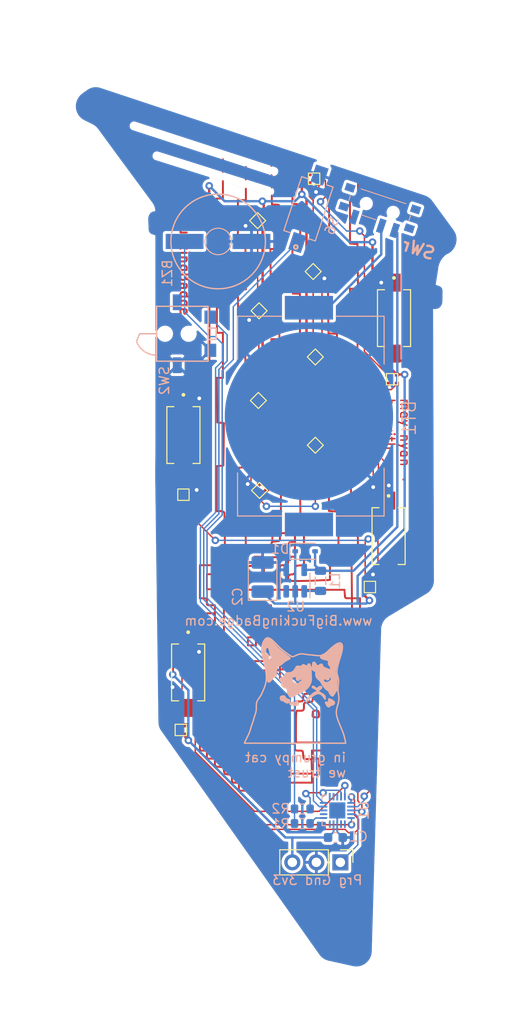
<source format=kicad_pcb>
(kicad_pcb (version 20221018) (generator pcbnew)
  (layers (0 "F.Cu" signal) (31 "B.Cu" signal) (34 "B.Paste" user) (35 "F.Paste" user) (36 "B.SilkS" user "B.Silkscreen") (37 "F.SilkS" user "F.Silkscreen") (38 "B.Mask" user) (39 "F.Mask" user) (44 "Edge.Cuts" user))
  (net 0 "")
  (net 1 "Net-(SW1-B)")
  (net 2 "GND")
  (net 3 "Net-(BZ1--)")
  (net 4 "+3.3V")
  (net 5 "Net-(D1-A)")
  (net 6 "Net-(SW1-C)")
  (net 7 "Net-(U1-PA5)")
  (net 8 "Net-(U1-PB0)")
  (net 9 "Net-(U1-PC0)")
  (net 10 "Net-(U1-PC1)")
  (net 11 "Net-(U1-PC2)")
  (net 12 "Net-(U1-PC3)")
  (net 13 "Net-(U1-PB4)")
  (net 15 "Net-(U1-PB5)")
  (net 24 "Net-(U1-PA1)")
  (net 26 "Net-(U3-DO)")
  (net 27 "Net-(U4-DO)")
  (net 28 "Net-(U5-DO)")
  (net 29 "Net-(U6-DO)")
  (net 30 "Net-(U7-DO)")
  (net 31 "Net-(U8-DO)")
  (net 32 "Net-(U10-DI)")
  (net 33 "Net-(U10-DO)")
  (net 34 "Net-(U11-DO)")
  (net 35 "Net-(U12-DO)")
  (net 36 "Net-(U13-DO)")
  (net 38 "Net-(J1-Pin_1)")
  (footprint "ws2812b-1010:ws2812b-1010" (layer "F.Cu") (at 118.15 90.875 135)
    (fp_text reference "U10" hide)
    (fp_text value "~")
  )
  (footprint "ws2812b-1010:ws2812b-1010" (layer "F.Cu") (at 126.275 83.9)
    (fp_text reference "U6" hide)
    (fp_text value "~")
  )
  (footprint "TS-1101-C-W:SW_PTS636_SM43J_SMTR_LFS" (layer "F.Cu") (at 104.2 89.8 -90)
    (fp_text reference "S3" hide)
    (fp_text value "PTS636_SM43J_SMTR_LFS")
  )
  (footprint "ws2812b-1010:ws2812b-1010" (layer "F.Cu") (at 123.925 105.85 180)
    (fp_text reference "U5" hide)
    (fp_text value "~")
  )
  (footprint "ws2812b-1010:ws2812b-1010" (layer "F.Cu") (at 117.925 72.525 135)
    (fp_text reference "U8" hide)
    (fp_text value "~")
  )
  (footprint "ws2812b-1010:ws2812b-1010" (layer "F.Cu") (at 118.025 62.725 90)
    (fp_text reference "U7" hide)
    (fp_text value "~")
  )
  (footprint "Connector_PinHeader_2.54mm:PinHeader_1x03_P2.54mm_Vertical" (layer "F.Cu") (at 120.8 134.935 -90)
    (fp_text reference "J1" hide)
    (fp_text value "Conn_01x03_Pin")
  )
  (footprint "ws2812b-1010:ws2812b-1010" (layer "F.Cu") (at 112.25 95.65 -45)
    (fp_text reference "U11" hide)
    (fp_text value "~")
  )
  (footprint "ws2812b-1010:ws2812b-1010" (layer "F.Cu") (at 118.15 81.55 135)
    (fp_text reference "U9" hide)
    (fp_text value "~")
  )
  (footprint "ws2812b-1010:ws2812b-1010" (layer "F.Cu") (at 112.125 86.15 -45)
    (fp_text reference "U12" hide)
    (fp_text value "~")
  )
  (footprint "ws2812b-1010:ws2812b-1010" (layer "F.Cu") (at 112.2 76.675 -45)
    (fp_text reference "U13" hide)
    (fp_text value "~" hide)
  )
  (footprint "TS-1101-C-W:SW_PTS636_SM43J_SMTR_LFS" (layer "F.Cu") (at 126.475 77.45 -90)
    (fp_text reference "S4" hide)
    (fp_text value "PTS636_SM43J_SMTR_LFS")
  )
  (footprint "TS-1101-C-W:SW_PTS636_SM43J_SMTR_LFS" (layer "F.Cu") (at 104.7 114.875 -90)
    (fp_text reference "S2" hide)
    (fp_text value "PTS636_SM43J_SMTR_LFS")
  )
  (footprint "ws2812b-1010:ws2812b-1010" (layer "F.Cu") (at 104.2 96.1 180)
    (fp_text reference "U4" hide)
    (fp_text value "~")
  )
  (footprint "ws2812b-1010:ws2812b-1010" (layer "F.Cu") (at 103.925 120.95 -90)
    (fp_text reference "U3" hide)
    (fp_text value "~")
  )
  (footprint "TS-1101-C-W:SW_PTS636_SM43J_SMTR_LFS" (layer "F.Cu") (at 125.9 100.475 -90)
    (fp_text reference "S5" hide)
    (fp_text value "PTS636_SM43J_SMTR_LFS")
  )
  (footprint "ws2812b-1010:ws2812b-1010" (layer "F.Cu") (at 112.05 67.15 -45)
    (fp_text reference "U14" hide)
    (fp_text value "~" hide)
  )
  (footprint "Package_DFN_QFN:VQFN-20-1EP_3x3mm_P0.4mm_EP1.7x1.7mm" (layer "B.Cu") (at 120.475 129.45 90)
    (fp_text reference "U1")
    (fp_text value "ATtiny1616-M")
  )
  (footprint "Diode_SMD:D_SOD-323" (layer "B.Cu") (at 117.075 102.075)
    (fp_text reference "D1")
    (fp_text value "D_Small")
  )
  (footprint "TS-1101-C-W:SW_PTS636_SM43J_SMTR_LFS" (layer "B.Cu") (at 117.425 65.9 71.7)
    (fp_text reference "S6")
    (fp_text value "PTS636_SM43J_SMTR_LFS")
  )
  (footprint "GSC1031YB-3V4000:GSC1031YB-3V4000" (layer "B.Cu") (at 107.875 69.35 -90)
    (fp_text reference "BZ1")
    (fp_text value "Buzzer")
  )
  (footprint "Package_TO_SOT_SMD:SOT-23-5" (layer "B.Cu") (at 116.025 105.175 90)
    (fp_text reference "U2")
    (fp_text value "~")
  )
  (footprint "Capacitor_Tantalum_SMD:CP_EIA-3528-21_Kemet-B" (layer "B.Cu") (at 112.575 104.8 90)
    (fp_text reference "C2")
    (fp_text value "C_Small")
  )
  (footprint "TM-1627A:TM-1627A" (layer "B.Cu") (at 104.0875 79.1 -90)
    (fp_text reference "SW2")
    (fp_text value "~")
  )
  (footprint "Inductor_SMD:L_0805_2012Metric" (layer "B.Cu") (at 118.7 105.2 90)
    (fp_text reference "L1")
    (fp_text value "L_Small")
  )
  (footprint "Resistor_SMD:R_0603_1608Metric" (layer "B.Cu") (at 116.775 129.295)
    (fp_text reference "R2")
    (fp_text value "R_Small")
  )
  (footprint "BAT-HLD-001:BAT_BAT-HLD-001" (layer "B.Cu") (at 117.475 87.8 -90)
    (fp_text reference "BT1")
    (fp_text value "BAT-HLD-001")
  )
  (footprint "Capacitor_SMD:C_0603_1608Metric" (layer "B.Cu") (at 120.275 132.31)
    (fp_text reference "C1")
    (fp_text value "C_Small")
  )
  (footprint "Resistor_SMD:R_0603_1608Metric" (layer "B.Cu") (at 116.775 130.835 180)
    (fp_text reference "R1")
    (fp_text value "R_Small")
  )
  (footprint "MSS3-V-T/TA-3524A-A1-W:MSS3VTR" (layer "B.Cu") (at 125.368901 64.583716 -18.299)
    (fp_text reference "SWr")
    (fp_text value "SW_SPDT" hide)
  )
  (gr_poly (pts (xy 116.313351 118.048527) (xy 116.305019 118.03314) (xy 116.296036 118.018781) (xy 116.286471 118.00566) (xy 116.276395 117.993984) (xy 116.271187 117.988753) (xy 116.265877 117.98396) (xy 116.262015 117.980881) (xy 116.257975 117.977995) (xy 116.253765 117.9753) (xy 116.249392 117.972798) (xy 116.244866 117.970488) (xy 116.240193 117.968371) (xy 116.235381 117.966445) (xy 116.23044 117.964712) (xy 116.220197 117.961822) (xy 116.209527 117.959701) (xy 116.198495 117.958349) (xy 116.187164 117.957766) (xy 116.175597 117.957952) (xy 116.163858 117.958907) (xy 116.15201 117.960631) (xy 116.140118 117.963124) (xy 116.128244 117.966386) (xy 116.116452 117.970417) (xy 116.104806 117.975216) (xy 116.093369 117.980785) (xy 116.088751 117.983271) (xy 116.083664 117.986331) (xy 116.078158 117.989922) (xy 116.072285 117.993998) (xy 116.066095 117.998514) (xy 116.059641 118.003426) (xy 116.046141 118.014255) (xy 116.032194 118.026126) (xy 116.018211 118.038679) (xy 116.004599 118.051555) (xy 115.991769 118.064393) (xy 115.985798 118.07085) (xy 115.979818 118.077104) (xy 115.973868 118.083125) (xy 115.96799 118.088884) (xy 115.956609 118.099498) (xy 115.951186 118.104295) (xy 115.945996 118.108711) (xy 115.941079 118.112719) (xy 115.936475 118.116287) (xy 115.932225 118.119388) (xy 115.928368 118.12199) (xy 115.924946 118.124066) (xy 115.921998 118.125585) (xy 115.919564 118.126518) (xy 115.918553 118.126756) (xy 115.917686 118.126836) (xy 115.916846 118.126786) (xy 115.915917 118.12664) (xy 115.914903 118.1264) (xy 115.913806 118.126067) (xy 115.911382 118.125133) (xy 115.908674 118.123859) (xy 115.905711 118.122262) (xy 115.902524 118.120362) (xy 115.899142 118.118176) (xy 115.895593 118.115723) (xy 115.891908 118.113022) (xy 115.888117 118.110092) (xy 115.884247 118.106952) (xy 115.88033 118.103618) (xy 115.876394 118.100112) (xy 115.872469 118.09645) (xy 115.868584 118.092652) (xy 115.864769 118.088736) (xy 115.856845 118.08065) (xy 115.848952 118.073063) (xy 115.841096 118.065979) (xy 115.833284 118.0594) (xy 115.825521 118.05333) (xy 115.817814 118.047771) (xy 115.810169 118.042727) (xy 115.802592 118.0382) (xy 115.79509 118.034195) (xy 115.787668 118.030713) (xy 115.780333 118.027759) (xy 115.773091 118.025335) (xy 115.765948 118.023444) (xy 115.758911 118.02209) (xy 115.751985 118.021275) (xy 115.745178 118.021002) (xy 115.741987 118.021149) (xy 115.738009 118.021577) (xy 115.733299 118.022272) (xy 115.727913 118.023218) (xy 115.715337 118.025802) (xy 115.700727 118.029204) (xy 115.68453 118.033301) (xy 115.667191 118.037968) (xy 115.649158 118.043082) (xy 115.630877 118.048519) (xy 115.613839 118.054035) (xy 115.597664 118.059854) (xy 115.582369 118.065959) (xy 115.567973 118.072331) (xy 115.554494 118.078951) (xy 115.541953 118.0858) (xy 115.530366 118.09286) (xy 115.519752 118.100112) (xy 115.510131 118.107538) (xy 115.501521 118.115119) (xy 115.49394 118.122837) (xy 115.487407 118.130672) (xy 115.481941 118.138606) (xy 115.47756 118.146621) (xy 115.474282 118.154698) (xy 115.472127 118.162819) (xy 115.470992 118.170035) (xy 115.470375 118.177004) (xy 115.470291 118.183733) (xy 115.470757 118.19023) (xy 115.471788 118.196501) (xy 115.4734 118.202553) (xy 115.475608 118.208395) (xy 115.478428 118.214032) (xy 115.481876 118.219473) (xy 115.485968 118.224723) (xy 115.490719 118.229791) (xy 115.496145 118.234684) (xy 115.502261 118.239409) (xy 115.509084 118.243972) (xy 115.516629 118.248382) (xy 115.524912 118.252645) (xy 115.533948 118.256768) (xy 115.543754 118.260759) (xy 115.554344 118.264625) (xy 115.565734 118.268373) (xy 115.577941 118.27201) (xy 115.59098 118.275543) (xy 115.604867 118.27898) (xy 115.619616 118.282328) (xy 115.635245 118.285593) (xy 115.651769 118.288783) (xy 115.687562 118.294968) (xy 115.727124 118.300938) (xy 115.770577 118.306752) (xy 115.812679 118.312358) (xy 115.860536 118.319055) (xy 115.950494 118.332153) (xy 115.989587 118.337836) (xy 116.02705 118.341799) (xy 116.062813 118.344061) (xy 116.096809 118.344637) (xy 116.128969 118.343545) (xy 116.159226 118.340802) (xy 116.18751 118.336426) (xy 116.213755 118.330432) (xy 116.237891 118.322838) (xy 116.25985 118.313662) (xy 116.279565 118.30292) (xy 116.296966 118.290629) (xy 116.311986 118.276806) (xy 116.318582 118.269326) (xy 116.324557 118.261469) (xy 116.329903 118.253238) (xy 116.33461 118.244634) (xy 116.338671 118.23566) (xy 116.342078 118.226319) (xy 116.343977 118.219988) (xy 116.345512 118.213318) (xy 116.347528 118.199062) (xy 116.348196 118.183758) (xy 116.347584 118.167614) (xy 116.345763 118.150837) (xy 116.342803 118.133636) (xy 116.338773 118.116217) (xy 116.333743 118.098789) (xy 116.327783 118.08156) (xy 116.320962 118.064737)) (stroke (width 0.15)) (fill solid) (layer "B.SilkS"))
  (gr_poly (pts (xy 113.154392 111.342048) (xy 113.191139 111.347921) (xy 113.229172 111.359041) (xy 113.26881 111.375662) (xy 113.310376 111.398036) (xy 113.35419 111.426416) (xy 113.400572 111.461055) (xy 113.449844 111.502205) (xy 113.502327 111.550118) (xy 113.558342 111.605049) (xy 113.618209 111.667248) (xy 113.682249 111.73697) (xy 113.750783 111.814466) (xy 113.824133 111.89999) (xy 113.902619 111.993794) (xy 113.977839 112.081786) (xy 114.056507 112.167708) (xy 114.140781 112.253554) (xy 114.232819 112.341324) (xy 114.334779 112.433012) (xy 114.448818 112.530617) (xy 114.577096 112.636134) (xy 114.721769 112.75156) (xy 114.808238 112.819723) (xy 114.899966 112.892848) (xy 114.985939 112.962003) (xy 115.055144 113.01826) (xy 115.085139 113.042397) (xy 115.117305 113.067489) (xy 115.150636 113.092805) (xy 115.184129 113.117611) (xy 115.216778 113.141178) (xy 115.247579 113.162773) (xy 115.275528 113.181663) (xy 115.299619 113.197119) (xy 115.323786 113.212169) (xy 115.345562 113.226039) (xy 115.365062 113.238839) (xy 115.382401 113.25068) (xy 115.397693 113.261671) (xy 115.411054 113.271923) (xy 115.417046 113.276806) (xy 115.422598 113.281546) (xy 115.427725 113.286155) (xy 115.43244 113.290649) (xy 115.436758 113.29504) (xy 115.440694 113.299342) (xy 115.444262 113.30357) (xy 115.447476 113.307737) (xy 115.45035 113.311857) (xy 115.452899 113.315942) (xy 115.455137 113.320009) (xy 115.457079 113.324069) (xy 115.458739 113.328137) (xy 115.460131 113.332226) (xy 115.461269 113.336351) (xy 115.462168 113.340525) (xy 115.462843 113.344761) (xy 115.463307 113.349074) (xy 115.463575 113.353478) (xy 115.463661 113.357985) (xy 115.463165 113.36865) (xy 115.461627 113.378858) (xy 115.458973 113.388676) (xy 115.455128 113.398169) (xy 115.450018 113.407401) (xy 115.443569 113.416437) (xy 115.435706 113.425344) (xy 115.426355 113.434185) (xy 115.41544 113.443026) (xy 115.402889 113.451933) (xy 115.388627 113.46097) (xy 115.372578 113.470202) (xy 115.354669 113.479694) (xy 115.334825 113.489512) (xy 115.312972 113.499721) (xy 115.289036 113.510385) (xy 115.253955 113.526381) (xy 115.218189 113.543795) (xy 115.181772 113.562608) (xy 115.144739 113.582798) (xy 115.068956 113.627234) (xy 114.991115 113.676941) (xy 114.911488 113.731757) (xy 114.830348 113.791522) (xy 114.747967 113.856074) (xy 114.664619 113.925252) (xy 114.619689 113.963019) (xy 114.580018 113.995218) (xy 114.561721 114.009535) (xy 114.544217 114.022828) (xy 114.527333 114.035218) (xy 114.510896 114.046828) (xy 114.494732 114.057781) (xy 114.478667 114.068199) (xy 114.462527 114.078205) (xy 114.446139 114.087921) (xy 114.42933 114.09747) (xy 114.411925 114.106973) (xy 114.374636 114.126335) (xy 114.311601 114.158705) (xy 114.285253 114.173318) (xy 114.261874 114.187454) (xy 114.241105 114.20154) (xy 114.222589 114.216004) (xy 114.205968 114.231275) (xy 114.190883 114.247779) (xy 114.176976 114.265945) (xy 114.163889 114.286201) (xy 114.151264 114.308975) (xy 114.138743 114.334695) (xy 114.125968 114.363787) (xy 114.11258 114.396682) (xy 114.082535 114.475585) (xy 114.064481 114.525089) (xy 114.048382 114.570633) (xy 114.034183 114.612549) (xy 114.02183 114.651169) (xy 114.01127 114.686826) (xy 114.002447 114.71985) (xy 113.995309 114.750573) (xy 113.989799 114.779327) (xy 113.985865 114.806444) (xy 113.983451 114.832256) (xy 113.982504 114.857094) (xy 113.98297 114.881291) (xy 113.984793 114.905177) (xy 113.98792 114.929085) (xy 113.992297 114.953347) (xy 113.997869 114.978294) (xy 114.005436 115.01185) (xy 114.010976 115.042848) (xy 114.014349 115.071558) (xy 114.015179 115.085139) (xy 114.015414 115.098249) (xy 114.015037 115.110922) (xy 114.01403 115.123192) (xy 114.012375 115.135091) (xy 114.010054 115.146655) (xy 114.007051 115.157917) (xy 114.003348 115.16891) (xy 113.998926 115.179668) (xy 113.993768 115.190225) (xy 113.987857 115.200614) (xy 113.981175 115.21087) (xy 113.973704 115.221026) (xy 113.965427 115.231115) (xy 113.956325 115.241172) (xy 113.946383 115.25123) (xy 113.93558 115.261323) (xy 113.923901 115.271485) (xy 113.897842 115.292149) (xy 113.868064 115.313492) (xy 113.834425 115.335783) (xy 113.796786 115.359294) (xy 113.75746 115.384278) (xy 113.740131 115.39588) (xy 113.724075 115.407167) (xy 113.709079 115.418348) (xy 113.694931 115.429633) (xy 113.681419 115.441232) (xy 113.66833 115.453353) (xy 113.655452 115.466206) (xy 113.642573 115.479999) (xy 113.629479 115.494943) (xy 113.615959 115.511247) (xy 113.601801 115.52912) (xy 113.586791 115.548771) (xy 113.553369 115.594244) (xy 113.512044 115.650429) (xy 113.493801 115.674776) (xy 113.476971 115.696852) (xy 113.461406 115.716827) (xy 113.446957 115.734868) (xy 113.433476 115.751144) (xy 113.420813 115.765826) (xy 113.40882 115.779081) (xy 113.397348 115.791079) (xy 113.386247 115.801989) (xy 113.375371 115.811979) (xy 113.364568 115.821219) (xy 113.353691 115.829878) (xy 113.342591 115.838124) (xy 113.331119 115.846127) (xy 113.320242 115.853413) (xy 113.309634 115.859992) (xy 113.299295 115.865862) (xy 113.28922 115.871023) (xy 113.279407 115.875474) (xy 113.269853 115.879213) (xy 113.260556 115.882242) (xy 113.251512 115.884558) (xy 113.24272 115.886161) (xy 113.234177 115.88705) (xy 113.225879 115.887224) (xy 113.217824 115.886683) (xy 113.210009 115.885425) (xy 113.202432 115.883451) (xy 113.19509 115.880759) (xy 113.187979 115.877348) (xy 113.181099 115.873218) (xy 113.174445 115.868368) (xy 113.168015 115.862797) (xy 113.161806 115.856504) (xy 113.155816 115.849489) (xy 113.150042 115.84175) (xy 113.144481 115.833288) (xy 113.139131 115.824101) (xy 113.133988 115.814188) (xy 113.12905 115.803549) (xy 113.124315 115.792183) (xy 113.119779 115.780089) (xy 113.11544 115.767266) (xy 113.111295 115.753714) (xy 113.103577 115.724419) (xy 113.098652 115.700511) (xy 113.094929 115.670873) (xy 113.092322 115.631959) (xy 113.090745 115.58022) (xy 113.090332 115.424083) (xy 113.092994 115.174086) (xy 113.093207 115.058897) (xy 113.089141 114.95167) (xy 113.079693 114.845584) (xy 113.063758 114.733819) (xy 113.040232 114.609551) (xy 113.008013 114.465961) (xy 112.965996 114.296226) (xy 112.913077 114.093527) (xy 112.840464 113.818548) (xy 112.779843 113.579822) (xy 112.730112 113.372027) (xy 112.690166 113.189843) (xy 112.658902 113.027949) (xy 112.635215 112.881024) (xy 112.618003 112.743749) (xy 112.606161 112.610802) (xy 112.60384 112.570585) (xy 112.881327 112.570585) (xy 112.881892 112.612511) (xy 112.883659 112.652391) (xy 112.886741 112.691155) (xy 112.891249 112.729732) (xy 112.897295 112.769054) (xy 112.904991 112.81005) (xy 112.914448 112.85365) (xy 112.925777 112.900786) (xy 112.949061 112.993919) (xy 112.983986 112.993919) (xy 112.993342 112.994061) (xy 113.002558 112.994485) (xy 113.011626 112.995187) (xy 113.020542 112.996164) (xy 113.0293 112.997412) (xy 113.037896 112.998928) (xy 113.046325 113.000708) (xy 113.05458 113.002749) (xy 113.062657 113.005048) (xy 113.07055 113.0076) (xy 113.078255 113.010403) (xy 113.085766 113.013452) (xy 113.093077 113.016745) (xy 113.100184 113.020278) (xy 113.107081 113.024048) (xy 113.113764 113.02805) (xy 113.120226 113.032282) (xy 113.126463 113.036739) (xy 113.132469 113.041419) (xy 113.13824 113.046318) (xy 113.143769 113.051433) (xy 113.149052 113.05676) (xy 113.154084 113.062295) (xy 113.158859 113.068035) (xy 113.163372 113.073977) (xy 113.167617 113.080116) (xy 113.17159 113.086451) (xy 113.175286 113.092976) (xy 113.178698 113.099689) (xy 113.181822 113.106586) (xy 113.184653 113.113664) (xy 113.187186 113.120919) (xy 113.189703 113.130444) (xy 113.192444 113.14354) (xy 113.195334 113.159614) (xy 113.198298 113.178068) (xy 113.204152 113.21974) (xy 113.209411 113.263794) (xy 113.213031 113.296335) (xy 113.217536 113.32767) (xy 113.222919 113.357783) (xy 113.229172 113.38666) (xy 113.236286 113.414283) (xy 113.244255 113.440639) (xy 113.25307 113.465711) (xy 113.262724 113.489483) (xy 113.273209 113.511941) (xy 113.284517 113.533069) (xy 113.296641 113.552851) (xy 113.309572 113.571272) (xy 113.323303 113.588317) (xy 113.330467 113.596318) (xy 113.337827 113.603969) (xy 113.345383 113.611268) (xy 113.353135 113.618214) (xy 113.36108 113.624803) (xy 113.369219 113.631035) (xy 113.374736 113.634896) (xy 113.380363 113.638347) (xy 113.386087 113.641391) (xy 113.391895 113.644035) (xy 113.397772 113.646283) (xy 113.403705 113.648139) (xy 113.409681 113.649609) (xy 113.415687 113.650697) (xy 113.421707 113.651409) (xy 113.42773 113.651748) (xy 113.433741 113.651721) (xy 113.439726 113.651332) (xy 113.445673 113.650585) (xy 113.451568 113.649486) (xy 113.457397 113.648039) (xy 113.463146 113.646249) (xy 113.468802 113.644121) (xy 113.474352 113.64166) (xy 113.479782 113.638871) (xy 113.485078 113.635758) (xy 113.490226 113.632327) (xy 113.495214 113.628582) (xy 113.500027 113.624529) (xy 113.504653 113.620171) (xy 113.509076 113.615514) (xy 113.513285 113.610562) (xy 113.517265 113.605321) (xy 113.521003 113.599796) (xy 113.524485 113.59399) (xy 113.527698 113.58791) (xy 113.530627 113.581559) (xy 113.533261 113.574943) (xy 113.538523 113.559026) (xy 113.542763 113.543206) (xy 113.545927 113.527156) (xy 113.547962 113.51055) (xy 113.548811 113.493065) (xy 113.548423 113.474373) (xy 113.546741 113.454149) (xy 113.543712 113.432068) (xy 113.539281 113.407805) (xy 113.533395 113.381033) (xy 113.525999 113.351427) (xy 113.517038 113.318662) (xy 113.494208 113.24235) (xy 113.464469 113.149494) (xy 113.436688 113.063946) (xy 113.412677 112.987602) (xy 113.392139 112.919442) (xy 113.374775 112.858452) (xy 113.360289 112.803613) (xy 113.348383 112.753908) (xy 113.338759 112.708322) (xy 113.331119 112.665835) (xy 113.325286 112.633843) (xy 113.318187 112.600791) (xy 113.309948 112.567011) (xy 113.300692 112.532833) (xy 113.290543 112.498586) (xy 113.279624 112.464601) (xy 113.268061 112.431209) (xy 113.255977 112.398739) (xy 113.243497 112.367521) (xy 113.230743 112.337886) (xy 113.21784 112.310165) (xy 113.204913 112.284686) (xy 113.192085 112.261782) (xy 113.17948 112.24178) (xy 113.167222 112.225013) (xy 113.155436 112.21181) (xy 113.14739 112.204195) (xy 113.139492 112.197624) (xy 113.135583 112.19473) (xy 113.131691 112.192097) (xy 113.12781 112.189726) (xy 113.123934 112.187617) (xy 113.120056 112.18577) (xy 113.116171 112.184185) (xy 113.112271 112.182863) (xy 113.10835 112.181803) (xy 113.104403 112.181006) (xy 113.100421 112.180471) (xy 113.0964 112.1802) (xy 113.092333 112.180192) (xy 113.088212 112.180448) (xy 113.084033 112.180968) (xy 113.079788 112.181751) (xy 113.075472 112.182799) (xy 113.071077 112.184111) (xy 113.066597 112.185688) (xy 113.062026 112.187529) (xy 113.057358 112.189635) (xy 113.047704 112.194643) (xy 113.037582 112.200712) (xy 113.026944 112.207845) (xy 113.015736 112.216044) (xy 112.999053 112.229815) (xy 112.983525 112.244561) (xy 112.969141 112.260311) (xy 112.95589 112.277096) (xy 112.943762 112.294949) (xy 112.932745 112.313898) (xy 112.92283 112.333977) (xy 112.914003 112.355215) (xy 112.906256 112.377643) (xy 112.899577 112.401293) (xy 112.893956 112.426196) (xy 112.889381 112.452383) (xy 112.885841 112.479884) (xy 112.883326 112.508731) (xy 112.881825 112.538954) (xy 112.881327 112.570585) (xy 112.60384 112.570585) (xy 112.602886 112.554054) (xy 112.601173 112.497383) (xy 112.600982 112.440895) (xy 112.602275 112.384691) (xy 112.605012 112.328874) (xy 112.609156 112.273548) (xy 112.614667 112.218816) (xy 112.621507 112.16478) (xy 112.629636 112.111545) (xy 112.639017 112.059213) (xy 112.649609 112.007887) (xy 112.661376 111.95767) (xy 112.674277 111.908665) (xy 112.688275 111.860976) (xy 112.703329 111.814705) (xy 112.719402 111.769956) (xy 112.736455 111.726832) (xy 112.754449 111.685435) (xy 112.773346 111.645869) (xy 112.793105 111.608238) (xy 112.81369 111.572643) (xy 112.83506 111.539189) (xy 112.857178 111.507977) (xy 112.880004 111.479113) (xy 112.9035 111.452697) (xy 112.927627 111.428835) (xy 112.952347 111.407627) (xy 112.977619 111.389179) (xy 113.003406 111.373592) (xy 113.02967 111.360971) (xy 113.05637 111.351417) (xy 113.083469 111.345035) (xy 113.118609 111.34117)) (stroke (width 0.15)) (fill solid) (layer "B.SilkS"))
  (gr_poly (pts (xy 114.865565 117.373957) (xy 114.859948 117.371929) (xy 114.848161 117.368521) (xy 114.835556 117.365904) (xy 114.822034 117.363997) (xy 114.807494 117.362719) (xy 114.795251 117.362022) (xy 114.782574 117.361511) (xy 114.769822 117.361175) (xy 114.757356 117.360999) (xy 114.734717 117.361081) (xy 114.725264 117.361315) (xy 114.717536 117.36166) (xy 114.694401 117.364345) (xy 114.669381 117.368258) (xy 114.643568 117.373138) (xy 114.618052 117.378725) (xy 114.593926 117.384759) (xy 114.572279 117.390979) (xy 114.554205 117.397124) (xy 114.546848 117.400088) (xy 114.540794 117.402935) (xy 114.536833 117.405171) (xy 114.532891 117.407705) (xy 114.528975 117.410522) (xy 114.525093 117.413609) (xy 114.521251 117.416954) (xy 114.517456 117.420543) (xy 114.510036 117.428401) (xy 114.502889 117.437078) (xy 114.496071 117.446467) (xy 114.489638 117.456465) (xy 114.483644 117.466964) (xy 114.478147 117.477861) (xy 114.473201 117.489049) (xy 114.468864 117.500423) (xy 114.465189 117.511877) (xy 114.462235 117.523307) (xy 114.460055 117.534607) (xy 114.459273 117.540175) (xy 114.458706 117.545671) (xy 114.458361 117.551081) (xy 114.458244 117.556393) (xy 114.458698 117.568932) (xy 114.459639 117.582236) (xy 114.461037 117.596154) (xy 114.462858 117.610534) (xy 114.467639 117.640072) (xy 114.473722 117.669635) (xy 114.480847 117.698007) (xy 114.484719 117.711367) (xy 114.488754 117.723974) (xy 114.492919 117.735675) (xy 114.497181 117.746318) (xy 114.501509 117.755753) (xy 114.505869 117.763826) (xy 114.508238 117.767758) (xy 114.51078 117.771615) (xy 114.513494 117.775397) (xy 114.51638 117.779104) (xy 114.519437 117.782736) (xy 114.522666 117.786293) (xy 114.526064 117.789774) (xy 114.529632 117.793179) (xy 114.533369 117.796508) (xy 114.537274 117.799761) (xy 114.541347 117.802938) (xy 114.545588 117.806038) (xy 114.554568 117.812008) (xy 114.56421 117.81767) (xy 114.574509 117.823021) (xy 114.585461 117.828061) (xy 114.597061 117.832787) (xy 114.609305 117.837199) (xy 114.622187 117.841295) (xy 114.635703 117.845073) (xy 114.649849 117.848531) (xy 114.664619 117.851668) (xy 114.683113 117.8555) (xy 114.700598 117.859503) (xy 114.717235 117.863747) (xy 114.733179 117.868304) (xy 114.748591 117.873246) (xy 114.763627 117.878644) (xy 114.778446 117.884568) (xy 114.793207 117.891091) (xy 114.808066 117.898284) (xy 114.823183 117.906218) (xy 114.838715 117.914964) (xy 114.854821 117.924594) (xy 114.871659 117.935179) (xy 114.889387 117.94679) (xy 114.928144 117.973377) (xy 114.950675 117.988764) (xy 114.971916 118.00281) (xy 114.991992 118.015563) (xy 115.011025 118.027071) (xy 115.029141 118.037382) (xy 115.046463 118.046545) (xy 115.063115 118.054606) (xy 115.079222 118.061615) (xy 115.094906 118.06762) (xy 115.110294 118.072668) (xy 115.125507 118.076807) (xy 115.140671 118.080086) (xy 115.155909 118.082553) (xy 115.171346 118.084256) (xy 115.187105 118.085242) (xy 115.203311 118.08556) (xy 115.219471 118.085245) (xy 115.235194 118.084121) (xy 115.250461 118.082216) (xy 115.26525 118.079557) (xy 115.279541 118.076173) (xy 115.293312 118.072091) (xy 115.306544 118.067339) (xy 115.319215 118.061946) (xy 115.331305 118.055939) (xy 115.342792 118.049345) (xy 115.353657 118.042194) (xy 115.363878 118.034512) (xy 115.373435 118.026328) (xy 115.382307 118.01767) (xy 115.390473 118.008565) (xy 115.397912 117.999042) (xy 115.404604 117.989127) (xy 115.410529 117.978851) (xy 115.415664 117.968239) (xy 115.41999 117.95732) (xy 115.423486 117.946122) (xy 115.426131 117.934673) (xy 115.427905 117.923001) (xy 115.428786 117.911134) (xy 115.428753 117.899099) (xy 115.427788 117.886924) (xy 115.425867 117.874638) (xy 115.422971 117.862269) (xy 115.419079 117.849843) (xy 115.41417 117.837389) (xy 115.408224 117.824936) (xy 115.401219 117.81251) (xy 115.398023 117.807578) (xy 115.394586 117.802702) (xy 115.390911 117.797884) (xy 115.387 117.793126) (xy 115.378474 117.783791) (xy 115.369023 117.774708) (xy 115.35866 117.765885) (xy 115.347399 117.757332) (xy 115.335255 117.749058) (xy 115.322241 117.741073) (xy 115.308371 117.733385) (xy 115.29366 117.726004) (xy 115.27812 117.718939) (xy 115.261767 117.7122) (xy 115.244614 117.705796) (xy 115.226675 117.699736) (xy 115.207963 117.694029) (xy 115.188494 117.688685) (xy 115.167047 117.68292) (xy 115.147444 117.677039) (xy 115.129519 117.670905) (xy 115.113104 117.664376) (xy 115.098036 117.657315) (xy 115.084147 117.64958) (xy 115.077593 117.645417) (xy 115.071272 117.641034) (xy 115.065163 117.636412) (xy 115.059245 117.631535) (xy 115.053498 117.626385) (xy 115.0479 117.620945) (xy 115.037072 117.609124) (xy 115.026594 117.595933) (xy 115.0163 117.581231) (xy 115.006025 117.56488) (xy 114.995603 117.54674) (xy 114.984867 117.526671) (xy 114.973653 117.504535) (xy 114.96395 117.485211) (xy 114.954619 117.467665) (xy 114.945561 117.451815) (xy 114.936677 117.437579) (xy 114.927867 117.424875) (xy 114.919033 117.41362) (xy 114.910074 117.403732) (xy 114.905517 117.399276) (xy 114.900892 117.39513) (xy 114.896187 117.391285) (xy 114.891388 117.387731) (xy 114.886484 117.384457) (xy 114.881462 117.381452) (xy 114.87631 117.378708) (xy 114.871015 117.376213)) (stroke (width 0.15)) (fill solid) (layer "B.SilkS"))
  (gr_poly (pts (xy 117.477615 113.979163) (xy 117.482327 113.979871) (xy 117.487019 113.980951) (xy 117.491692 113.982402) (xy 117.496346 113.984225) (xy 117.500982 113.986421) (xy 117.505602 113.988989) (xy 117.510204 113.991931) (xy 117.514792 113.995246) (xy 117.519365 113.998936) (xy 117.523923 114.002999) (xy 117.528469 114.007438) (xy 117.533002 114.012252) (xy 117.537524 114.017441) (xy 117.542034 114.023006) (xy 117.546535 114.028948) (xy 117.551026 114.035266) (xy 117.555509 114.041961) (xy 117.559984 114.049034) (xy 117.564452 114.056485) (xy 117.579101 114.083456) (xy 117.592893 114.113209) (xy 117.605838 114.145796) (xy 117.617948 114.181269) (xy 117.629233 114.219682) (xy 117.639704 114.261087) (xy 117.649371 114.305536) (xy 117.658247 114.353083) (xy 117.673665 114.45768) (xy 117.686045 114.5753) (xy 117.695473 114.706364) (xy 117.702036 114.851293) (xy 117.705112 114.932702) (xy 117.70918 115.013615) (xy 117.713645 115.084805) (xy 117.717911 115.137044) (xy 117.722399 115.207301) (xy 117.72484 115.294487) (xy 117.725371 115.391819) (xy 117.724129 115.492511) (xy 117.721249 115.589781) (xy 117.716869 115.676843) (xy 117.711125 115.746914) (xy 117.707784 115.773458) (xy 117.704152 115.79321) (xy 117.685276 115.865645) (xy 117.663222 115.936821) (xy 117.638066 116.00662) (xy 117.609878 116.074925) (xy 117.578732 116.141618) (xy 117.544701 116.20658) (xy 117.507858 116.269695) (xy 117.468276 116.330844) (xy 117.426027 116.389909) (xy 117.381185 116.446772) (xy 117.333821 116.501317) (xy 117.28401 116.553424) (xy 117.231824 116.602977) (xy 117.177336 116.649857) (xy 117.120618 116.693946) (xy 117.061744 116.735127) (xy 116.99466 116.776551) (xy 116.906467 116.826408) (xy 116.803639 116.881425) (xy 116.69265 116.938327) (xy 116.579975 116.99384) (xy 116.472087 117.044689) (xy 116.37546 117.087602) (xy 116.296569 117.119302) (xy 116.263341 117.132574) (xy 116.231366 117.146504) (xy 116.199812 117.16155) (xy 116.167849 117.178172) (xy 116.134646 117.196827) (xy 116.099372 117.217975) (xy 116.061195 117.242075) (xy 116.019286 117.269585) (xy 115.978544 117.296503) (xy 115.940704 117.320966) (xy 115.905544 117.343076) (xy 115.872839 117.362933) (xy 115.842366 117.380639) (xy 115.813903 117.396294) (xy 115.787225 117.409998) (xy 115.762111 117.421853) (xy 115.738335 117.431959) (xy 115.715676 117.440417) (xy 115.69391 117.447328) (xy 115.672814 117.452792) (xy 115.652164 117.456911) (xy 115.631737 117.459785) (xy 115.611311 117.461515) (xy 115.590661 117.462202) (xy 115.577474 117.462201) (xy 115.564889 117.461799) (xy 115.552886 117.46099) (xy 115.541448 117.459771) (xy 115.530556 117.458136) (xy 115.520191 117.456081) (xy 115.510334 117.453602) (xy 115.500967 117.450692) (xy 115.492072 117.447349) (xy 115.483629 117.443567) (xy 115.47562 117.439342) (xy 115.468026 117.434669) (xy 115.46083 117.429543) (xy 115.454012 117.42396) (xy 115.447553 117.417914) (xy 115.441436 117.411402) (xy 115.437064 117.405371) (xy 115.431266 117.396288) (xy 115.424302 117.384576) (xy 115.416433 117.370656) (xy 115.407919 117.35495) (xy 115.39902 117.337881) (xy 115.389997 117.319868) (xy 115.381111 117.301335) (xy 115.375992 117.290773) (xy 115.370573 117.280142) (xy 115.364875 117.26947) (xy 115.358919 117.258787) (xy 115.346322 117.237507) (xy 115.332957 117.216536) (xy 115.318996 117.196112) (xy 115.304613 117.176468) (xy 115.289983 117.157842) (xy 115.282629 117.148984) (xy 115.275278 117.140468) (xy 115.261438 117.124828) (xy 115.249247 117.110248) (xy 115.23864 117.096425) (xy 115.229554 117.083054) (xy 115.221925 117.069832) (xy 115.21569 117.056455) (xy 115.210785 117.042619) (xy 115.207147 117.028021) (xy 115.204712 117.012355) (xy 115.203416 116.99532) (xy 115.203196 116.97661) (xy 115.203989 116.955922) (xy 115.20573 116.932951) (xy 115.208357 116.907395) (xy 115.216011 116.84731) (xy 115.220579 116.811498) (xy 115.223981 116.78128) (xy 115.225253 116.768001) (xy 115.226243 116.7558) (xy 115.226953 116.744569) (xy 115.227388 116.734201) (xy 115.22755 116.72459) (xy 115.227442 116.715628) (xy 115.227067 116.70721) (xy 115.226429 116.699226) (xy 115.22553 116.691572) (xy 115.224374 116.684139) (xy 115.222964 116.676821) (xy 115.221303 116.66951) (xy 115.215886 116.650904) (xy 115.209471 116.633519) (xy 115.201927 116.617262) (xy 115.193125 116.602041) (xy 115.182933 116.587763) (xy 115.171222 116.574335) (xy 115.157862 116.561663) (xy 115.142721 116.549654) (xy 115.125671 116.538216) (xy 115.106581 116.527255) (xy 115.08532 116.516679) (xy 115.061759 116.506395) (xy 115.035767 116.496309) (xy 115.007213 116.486328) (xy 114.975969 116.476359) (xy 114.941903 116.46631) (xy 114.916452 116.458886) (xy 114.893529 116.452015) (xy 114.872907 116.445577) (xy 114.854359 116.439455) (xy 114.837658 116.433532) (xy 114.82258 116.427689) (xy 114.808896 116.42181) (xy 114.796382 116.415775) (xy 114.78481 116.409467) (xy 114.773954 116.402769) (xy 114.763588 116.395562) (xy 114.753486 116.387729) (xy 114.743421 116.379152) (xy 114.733167 116.369712) (xy 114.722497 116.359293) (xy 114.711186 116.347776) (xy 114.701082 116.336952) (xy 114.691772 116.326217) (xy 114.683206 116.315439) (xy 114.675335 116.304484) (xy 114.668108 116.293219) (xy 114.661477 116.281511) (xy 114.655392 116.269226) (xy 114.649802 116.256231) (xy 114.64466 116.242393) (xy 114.639914 116.227577) (xy 114.635515 116.211652) (xy 114.631414 116.194484) (xy 114.627561 116.175939) (xy 114.623906 116.155884) (xy 114.620401 116.134185) (xy 114.616994 116.11071) (xy 114.604863 116.026897) (xy 114.599565 115.992631) (xy 114.594554 115.962891) (xy 114.592104 115.949584) (xy 114.589661 115.937249) (xy 114.587206 115.925832) (xy 114.584717 115.91528) (xy 114.582173 115.90554) (xy 114.579553 115.896558) (xy 114.576835 115.88828) (xy 114.573999 115.880655) (xy 114.571024 115.873628) (xy 114.567888 115.867146) (xy 114.56457 115.861156) (xy 114.561049 115.855604) (xy 114.557304 115.850438) (xy 114.553315 115.845603) (xy 114.549058 115.841048) (xy 114.544515 115.836717) (xy 114.539663 115.832559) (xy 114.534481 115.82852) (xy 114.528949 115.824546) (xy 114.523044 115.820584) (xy 114.510036 115.812484) (xy 114.495286 115.803793) (xy 114.488078 115.799251) (xy 114.481142 115.794365) (xy 114.474483 115.789151) (xy 114.468106 115.783627) (xy 114.462017 115.777809) (xy 114.456221 115.771712) (xy 114.450722 115.765353) (xy 114.445527 115.758748) (xy 114.440641 115.751914) (xy 114.436068 115.744867) (xy 114.427885 115.730198) (xy 114.42102 115.714872) (xy 114.415514 115.699018) (xy 114.411409 115.682768) (xy 114.408748 115.666251) (xy 114.407972 115.657934) (xy 114.407572 115.649598) (xy 114.407554 115.641261) (xy 114.407924 115.632939) (xy 114.408685 115.624647) (xy 114.409844 115.616403) (xy 114.411405 115.608223) (xy 114.413374 115.600122) (xy 114.415757 115.592118) (xy 114.418558 115.584226) (xy 114.421782 115.576462) (xy 114.425436 115.568844) (xy 114.431382 115.558099) (xy 114.438134 115.547677) (xy 114.445725 115.537552) (xy 114.453876 115.528069) (xy 115.652476 115.528069) (xy 115.652771 115.54996) (xy 115.654822 115.572548) (xy 115.658622 115.595781) (xy 115.664163 115.619607) (xy 115.671438 115.643972) (xy 115.680437 115.668823) (xy 115.691155 115.694109) (xy 115.703582 115.719776) (xy 115.717712 115.745772) (xy 115.733536 115.772044) (xy 115.753918 115.802762) (xy 115.775134 115.832001) (xy 115.797121 115.859747) (xy 115.819813 115.885984) (xy 115.843146 115.910697) (xy 115.867056 115.933871) (xy 115.891477 115.955491) (xy 115.916346 115.975542) (xy 115.941599 115.994008) (xy 115.967169 116.010874) (xy 115.992993 116.026126) (xy 116.019007 116.039748) (xy 116.045145 116.051726) (xy 116.071344 116.062043) (xy 116.097538 116.070685) (xy 116.123664 116.077638) (xy 116.149656 116.082884) (xy 116.175451 116.086411) (xy 116.200983 116.088201) (xy 116.226188 116.088242) (xy 116.251002 116.086516) (xy 116.275359 116.083009) (xy 116.299197 116.077707) (xy 116.322449 116.070593) (xy 116.345051 116.061653) (xy 116.36694 116.050872) (xy 116.38805 116.038234) (xy 116.408316 116.023725) (xy 116.427675 116.007328) (xy 116.446062 115.989031) (xy 116.463412 115.968816) (xy 116.479661 115.946669) (xy 116.494368 115.925581) (xy 116.501094 115.91661) (xy 116.507624 115.908536) (xy 116.514123 115.901242) (xy 116.520756 115.894616) (xy 116.52769 115.888541) (xy 116.535091 115.882904) (xy 116.543124 115.877589) (xy 116.551956 115.872482) (xy 116.561752 115.867468) (xy 116.572678 115.862432) (xy 116.584901 115.857259) (xy 116.598585 115.851836) (xy 116.631002 115.839776) (xy 116.639267 115.836797) (xy 116.647016 115.833799) (xy 116.654278 115.830763) (xy 116.661082 115.827672) (xy 116.667459 115.824506) (xy 116.673437 115.821247) (xy 116.679046 115.817877) (xy 116.684316 115.814377) (xy 116.689276 115.810727) (xy 116.693955 115.80691) (xy 116.698383 115.802908) (xy 116.702589 115.7987) (xy 116.706603 115.79427) (xy 116.710454 115.789597) (xy 116.714172 115.784664) (xy 116.717786 115.779452) (xy 116.724976 115.768237) (xy 116.731054 115.757543) (xy 116.736001 115.747275) (xy 116.738044 115.74227) (xy 116.739796 115.737334) (xy 116.741255 115.732455) (xy 116.742419 115.727622) (xy 116.743284 115.722821) (xy 116.743849 115.718042) (xy 116.744111 115.713271) (xy 116.744068 115.708496) (xy 116.743716 115.703705) (xy 116.743054 115.698886) (xy 116.742078 115.694027) (xy 116.740787 115.689116) (xy 116.739177 115.684139) (xy 116.737247 115.679086) (xy 116.734994 115.673944) (xy 116.732415 115.6687) (xy 116.729507 115.663342) (xy 116.726269 115.657859) (xy 116.71879 115.646467) (xy 116.709958 115.634425) (xy 116.699752 115.621636) (xy 116.688152 115.608002) (xy 116.669388 115.58694) (xy 116.652289 115.568594) (xy 116.644318 115.560434) (xy 116.636709 115.552947) (xy 116.629443 115.546132) (xy 116.622503 115.539987) (xy 116.615869 115.534511) (xy 116.609524 115.5297) (xy 116.60345 115.525555) (xy 116.597628 115.522072) (xy 116.59204 115.519251) (xy 116.586668 115.517089) (xy 116.581493 115.515585) (xy 116.576498 115.514736) (xy 116.571664 115.514542) (xy 116.566974 115.515001) (xy 116.562408 115.51611) (xy 116.557948 115.517868) (xy 116.553578 115.520273) (xy 116.549277 115.523324) (xy 116.545028 115.527019) (xy 116.540813 115.531355) (xy 116.536613 115.536332) (xy 116.532411 115.541948) (xy 116.528187 115.5482) (xy 116.523925 115.555087) (xy 116.519605 115.562608) (xy 116.515209 115.57076) (xy 116.506119 115.588952) (xy 116.501636 115.598136) (xy 116.497293 115.606665) (xy 116.493055 115.614576) (xy 116.488888 115.621909) (xy 116.484759 115.628703) (xy 116.480632 115.634996) (xy 116.476475 115.640827) (xy 116.472253 115.646234) (xy 116.467931 115.651258) (xy 116.463476 115.655935) (xy 116.458853 115.660306) (xy 116.454029 115.664408) (xy 116.44897 115.668281) (xy 116.44364 115.671963) (xy 116.438007 115.675493) (xy 116.432036 115.678911) (xy 116.420203 115.685298) (xy 116.408513 115.690965) (xy 116.396959 115.695914) (xy 116.385535 115.700143) (xy 116.374236 115.703653) (xy 116.363054 115.706443) (xy 116.351984 115.708515) (xy 116.341019 115.709866) (xy 116.330154 115.710499) (xy 116.319381 115.710412) (xy 116.308696 115.709606) (xy 116.298091 115.708081) (xy 116.28756 115.705836) (xy 116.277098 115.702872) (xy 116.266697 115.699188) (xy 116.256353 115.694785) (xy 116.241052 115.687574) (xy 116.227267 115.680153) (xy 116.214948 115.672412) (xy 116.204048 115.664242) (xy 116.199114 115.659962) (xy 116.194518 115.655533) (xy 116.190252 115.650942) (xy 116.18631 115.646174) (xy 116.182687 115.641217) (xy 116.179377 115.636056) (xy 116.176373 115.630677) (xy 116.17367 115.625067) (xy 116.171261 115.619213) (xy 116.169141 115.613099) (xy 116.167304 115.606714) (xy 116.165743 115.600041) (xy 116.163427 115.585784) (xy 116.162144 115.570216) (xy 116.161848 115.553228) (xy 116.16249 115.53471) (xy 116.164021 115.514552) (xy 116.166394 115.492643) (xy 116.168289 115.474267) (xy 116.169594 115.457204) (xy 116.17002 115.449148) (xy 116.170292 115.441402) (xy 116.170407 115.433959) (xy 116.170363 115.426812) (xy 116.170158 115.419955) (xy 116.169789 115.413381) (xy 116.169255 115.407084) (xy 116.168552 115.401058) (xy 116.167679 115.395297) (xy 116.166633 115.389793) (xy 116.165412 115.384541) (xy 116.164013 115.379534) (xy 116.162434 115.374766) (xy 116.160673 115.37023) (xy 116.158728 115.36592) (xy 116.156596 115.36183) (xy 116.154275 115.357953) (xy 116.151762 115.354282) (xy 116.149056 115.350812) (xy 116.146153 115.347536) (xy 116.143053 115.344448) (xy 116.139751 115.34154) (xy 116.136246 115.338808) (xy 116.132536 115.336244) (xy 116.128618 115.333842) (xy 116.12449 115.331595) (xy 116.120149 115.329498) (xy 116.115594 115.327543) (xy 116.104113 115.323173) (xy 116.091933 115.319379) (xy 116.079112 115.316151) (xy 116.065708 115.313475) (xy 116.037381 115.309735) (xy 116.007413 115.308064) (xy 115.976267 115.308364) (xy 115.944405 115.31054) (xy 115.912288 115.314496) (xy 115.88038 115.320135) (xy 115.849141 115.327362) (xy 115.819033 115.336081) (xy 115.79052 115.346194) (xy 115.764062 115.357607) (xy 115.740122 115.370223) (xy 115.72924 115.376952) (xy 115.719161 115.383945) (xy 115.709943 115.391192) (xy 115.701643 115.398679) (xy 115.694318 115.406395) (xy 115.688028 115.414327) (xy 115.677621 115.430925) (xy 115.669017 115.448537) (xy 115.662208 115.46711) (xy 115.657187 115.486591) (xy 115.653946 115.506929) (xy 115.652476 115.528069) (xy 114.453876 115.528069) (xy 114.454193 115.527701) (xy 114.463572 115.518097) (xy 114.473898 115.508717) (xy 114.485207 115.499535) (xy 114.497535 115.490527) (xy 114.510917 115.481667) (xy 114.525388 115.472932) (xy 114.540986 115.464296) (xy 114.557744 115.455734) (xy 114.575699 115.447222) (xy 114.594887 115.438734) (xy 114.615343 115.430247) (xy 114.637102 115.421735) (xy 114.665041 115.411108) (xy 114.691691 115.400665) (xy 114.71703 115.390418) (xy 114.741034 115.380377) (xy 114.76368 115.370553) (xy 114.784945 115.360957) (xy 114.804805 115.3516) (xy 114.823237 115.342493) (xy 114.840218 115.333645) (xy 114.855725 115.325069) (xy 114.869734 115.316776) (xy 114.882223 115.308775) (xy 114.893167 115.301078) (xy 114.902544 115.293696) (xy 114.91033 115.286639) (xy 114.916503 115.279919) (xy 114.922182 115.272875) (xy 114.92771 115.265243) (xy 114.933083 115.257027) (xy 114.938298 115.248235) (xy 114.943351 115.238872) (xy 114.94824 115.228945) (xy 114.952962 115.21846) (xy 114.957513 115.207423) (xy 114.96189 115.19584) (xy 114.966091 115.183718) (xy 114.970112 115.171062) (xy 114.97395 115.15788) (xy 114.977602 115.144176) (xy 114.981065 115.129958) (xy 114.984335 115.115231) (xy 114.987411 115.100002) (xy 114.992839 115.074739) (xy 114.998988 115.052032) (xy 115.006133 115.031734) (xy 115.014547 115.013698) (xy 115.019316 115.005482) (xy 115.024505 114.997777) (xy 115.030149 114.990563) (xy 115.036282 114.983823) (xy 115.042938 114.977538) (xy 115.050152 114.971689) (xy 115.057957 114.966258) (xy 115.066389 114.961228) (xy 115.075481 114.956578) (xy 115.085268 114.952292) (xy 115.107062 114.944735) (xy 115.132048 114.938408) (xy 115.160498 114.933165) (xy 115.192688 114.928859) (xy 115.228891 114.925342) (xy 115.269382 114.922466) (xy 115.314436 114.920085) (xy 115.380611 114.916203) (xy 115.410081 114.91396) (xy 115.437434 114.911453) (xy 115.462889 114.908636) (xy 115.486667 114.905463) (xy 115.508988 114.901886) (xy 115.530071 114.89786) (xy 115.550138 114.893338) (xy 115.569407 114.888273) (xy 115.5881 114.882619) (xy 115.606437 114.87633) (xy 115.624637 114.869358) (xy 115.64292 114.861658) (xy 115.661508 114.853182) (xy 115.680619 114.843885) (xy 115.710997 114.828012) (xy 115.739939 114.811211) (xy 115.767623 114.793272) (xy 115.794225 114.773985) (xy 115.819921 114.753143) (xy 115.844888 114.730534) (xy 115.869304 114.70595) (xy 115.893344 114.679182) (xy 115.917186 114.65002) (xy 115.941006 114.618256) (xy 115.964982 114.583679) (xy 115.989289 114.54608) (xy 116.014104 114.505251) (xy 116.039605 114.460982) (xy 116.065968 114.413063) (xy 116.093369 114.361285) (xy 116.104206 114.341392) (xy 116.114974 114.323332) (xy 116.125804 114.307031) (xy 116.136827 114.292411) (xy 116.148172 114.279398) (xy 116.15997 114.267914) (xy 116.166079 114.262723) (xy 116.17235 114.257885) (xy 116.1788 114.253392) (xy 116.185444 114.249234) (xy 116.192299 114.245402) (xy 116.199381 114.241886) (xy 116.206707 114.238676) (xy 116.214292 114.235763) (xy 116.230307 114.230791) (xy 116.247555 114.226893) (xy 116.266168 114.223994) (xy 116.286275 114.222017) (xy 116.308007 114.220887) (xy 116.331494 114.220527) (xy 116.346925 114.220816) (xy 116.364253 114.221651) (xy 116.382896 114.222982) (xy 116.40227 114.22476) (xy 116.421794 114.226935) (xy 116.440883 114.229457) (xy 116.458955 114.232276) (xy 116.475428 114.235344) (xy 116.499462 114.239784) (xy 116.521699 114.243134) (xy 116.542351 114.245322) (xy 116.561632 114.246274) (xy 116.570824 114.246264) (xy 116.579753 114.245918) (xy 116.588445 114.245226) (xy 116.596927 114.24418) (xy 116.605225 114.242771) (xy 116.613366 114.240989) (xy 116.621376 114.238825) (xy 116.629283 114.23627) (xy 116.637111 114.233315) (xy 116.644889 114.229951) (xy 116.652643 114.226169) (xy 116.660398 114.221959) (xy 116.668182 114.217314) (xy 116.676022 114.212222) (xy 116.683943 114.206676) (xy 116.691972 114.200667) (xy 116.708462 114.18722) (xy 116.725704 114.171808) (xy 116.743911 114.15436) (xy 116.763294 114.134802) (xy 116.834202 114.060719) (xy 116.883944 114.067068) (xy 116.8894 114.067895) (xy 116.895791 114.069169) (xy 116.911047 114.072955) (xy 116.929058 114.078231) (xy 116.949164 114.084796) (xy 116.970709 114.092452) (xy 116.993035 114.101001) (xy 117.015485 114.110245) (xy 117.037402 114.119985) (xy 117.06272 114.131464) (xy 117.086005 114.14172) (xy 117.107433 114.150795) (xy 117.127179 114.15873) (xy 117.145418 114.165568) (xy 117.162325 114.17135) (xy 117.178076 114.176118) (xy 117.192845 114.179913) (xy 117.206808 114.182779) (xy 117.220141 114.184757) (xy 117.233017 114.185887) (xy 117.245613 114.186214) (xy 117.258103 114.185777) (xy 117.270664 114.18462) (xy 117.283469 114.182784) (xy 117.296694 114.18031) (xy 117.354903 114.16761) (xy 117.368661 114.098818) (xy 117.370835 114.089249) (xy 117.373004 114.080357) (xy 117.375189 114.072101) (xy 117.377409 114.064439) (xy 117.379685 114.057329) (xy 117.382037 114.050728) (xy 117.384485 114.044596) (xy 117.38705 114.03889) (xy 117.389751 114.033569) (xy 117.392608 114.02859) (xy 117.395642 114.023912) (xy 117.398873 114.019493) (xy 117.402321 114.015291) (xy 117.406007 114.011264) (xy 117.409949 114.00737) (xy 117.414169 114.003568) (xy 117.419214 113.999485) (xy 117.424229 113.995768) (xy 117.429214 113.992417) (xy 117.43417 113.989434) (xy 117.439099 113.986818) (xy 117.444 113.98457) (xy 117.448875 113.982689) (xy 117.453724 113.981178) (xy 117.458549 113.980036) (xy 117.46335 113.979262) (xy 117.468127 113.978859) (xy 117.472882 113.978826)) (stroke (width 0.15)) (fill solid) (layer "B.SilkS"))
  (gr_poly (pts (xy 119.561005 117.70668) (xy 119.561745 117.709984) (xy 119.562784 117.713391) (xy 119.564128 117.716906) (xy 119.56578 117.720536) (xy 119.567745 117.724286) (xy 119.570027 117.728162) (xy 119.572633 117.73217) (xy 119.575565 117.736315) (xy 119.578829 117.740604) (xy 119.58243 117.745041) (xy 119.586371 117.749634) (xy 119.590659 117.754388) (xy 119.600289 117.764402) (xy 119.611358 117.775128) (xy 119.623903 117.786614) (xy 119.637961 117.798907) (xy 119.653569 117.812052) (xy 119.670765 117.826096) (xy 119.689585 117.841086) (xy 119.710535 117.857579) (xy 119.730976 117.874208) (xy 119.750401 117.890515) (xy 119.768299 117.906041) (xy 119.784164 117.920326) (xy 119.797486 117.932912) (xy 119.807758 117.943341) (xy 119.81159 117.947602) (xy 119.81447 117.951152) (xy 119.817092 117.954654) (xy 119.819602 117.958402) (xy 119.824275 117.966589) (xy 119.828478 117.975607) (xy 119.832196 117.98535) (xy 119.835419 117.995713) (xy 119.838133 118.006591) (xy 119.840326 118.017878) (xy 119.841986 118.029469) (xy 119.8431 118.041258) (xy 119.843656 118.053141) (xy 119.843641 118.065011) (xy 119.843044 118.076763) (xy 119.841851 118.088292) (xy 119.840051 118.099493) (xy 119.83763 118.110259) (xy 119.834577 118.120486) (xy 119.832474 118.12668) (xy 119.830497 118.132189) (xy 119.828601 118.137047) (xy 119.826739 118.141288) (xy 119.824865 118.144946) (xy 119.823909 118.146567) (xy 119.822932 118.148056) (xy 119.821928 118.149415) (xy 119.820893 118.15065) (xy 119.81982 118.151765) (xy 119.818702 118.152764) (xy 119.817536 118.153652) (xy 119.816313 118.154432) (xy 119.81503 118.155109) (xy 119.813679 118.155687) (xy 119.812256 118.156171) (xy 119.810754 118.156564) (xy 119.809167 118.156871) (xy 119.807491 118.157097) (xy 119.805718 118.157245) (xy 119.803843 118.15732) (xy 119.799764 118.157266) (xy 119.795208 118.156971) (xy 119.790127 118.156468) (xy 119.784657 118.155816) (xy 119.782118 118.155423) (xy 119.779697 118.154966) (xy 119.777383 118.154429) (xy 119.775166 118.153797) (xy 119.773034 118.153054) (xy 119.770979 118.152186) (xy 119.768988 118.151176) (xy 119.767052 118.15001) (xy 119.76516 118.148673) (xy 119.763301 118.147148) (xy 119.761467 118.145421) (xy 119.759644 118.143477) (xy 119.757825 118.1413) (xy 119.755997 118.138874) (xy 119.75415 118.136185) (xy 119.752274 118.133217) (xy 119.750359 118.129955) (xy 119.748394 118.126383) (xy 119.746368 118.122486) (xy 119.744272 118.11825) (xy 119.742094 118.113658) (xy 119.739824 118.108695) (xy 119.734967 118.097596) (xy 119.729616 118.084831) (xy 119.72369 118.070276) (xy 119.717102 118.05381) (xy 119.708486 118.032666) (xy 119.700064 118.013244) (xy 119.691781 117.995481) (xy 119.683583 117.979314) (xy 119.675416 117.964678) (xy 119.667227 117.95151) (xy 119.658959 117.939746) (xy 119.65056 117.929324) (xy 119.641975 117.920179) (xy 119.633149 117.912248) (xy 119.624029 117.905467) (xy 119.61456 117.899773) (xy 119.604688 117.895102) (xy 119.594359 117.891391) (xy 119.583518 117.888576) (xy 119.572111 117.886594) (xy 119.52766 117.880243) (xy 119.52766 117.916227) (xy 119.527997 117.924875) (xy 119.528967 117.936203) (xy 119.530507 117.949713) (xy 119.532555 117.96491) (xy 119.53505 117.981298) (xy 119.53793 117.99838) (xy 119.541132 118.015661) (xy 119.544594 118.032643) (xy 119.548077 118.049287) (xy 119.550975 118.06434) (xy 119.553275 118.077873) (xy 119.554963 118.089959) (xy 119.556024 118.100668) (xy 119.556445 118.110071) (xy 119.556211 118.118241) (xy 119.55531 118.125248) (xy 119.554604 118.128337) (xy 119.553726 118.131163) (xy 119.552674 118.133734) (xy 119.551446 118.136058) (xy 119.550041 118.138146) (xy 119.548457 118.140005) (xy 119.546691 118.141645) (xy 119.544743 118.143074) (xy 119.54261 118.144302) (xy 119.540291 118.145337) (xy 119.535087 118.146865) (xy 119.529118 118.147729) (xy 119.522369 118.148002) (xy 119.514454 118.147703) (xy 119.506581 118.146805) (xy 119.498738 118.145302) (xy 119.490917 118.14319) (xy 119.483108 118.140464) (xy 119.475302 118.137119) (xy 119.46749 118.133151) (xy 119.459663 118.128555) (xy 119.451811 118.123327) (xy 119.443924 118.117461) (xy 119.435995 118.110954) (xy 119.428012 118.1038) (xy 119.419968 118.095995) (xy 119.411852 118.087535) (xy 119.403656 118.078414) (xy 119.395369 118.068627) (xy 119.386665 118.058067) (xy 119.378368 118.048591) (xy 119.370415 118.040166) (xy 119.362743 118.03276) (xy 119.358992 118.029428) (xy 119.355288 118.026339) (xy 119.351622 118.023488) (xy 119.347986 118.020872) (xy 119.344373 118.018486) (xy 119.340774 118.016326) (xy 119.337182 118.014388) (xy 119.333589 118.012668) (xy 119.329986 118.011162) (xy 119.326366 118.009866) (xy 119.322721 118.008775) (xy 119.319043 118.007887) (xy 119.315324 118.007196) (xy 119.311555 118.006698) (xy 119.30773 118.00639) (xy 119.30384 118.006268) (xy 119.299877 118.006327) (xy 119.295833 118.006563) (xy 119.2917 118.006973) (xy 119.287471 118.007551) (xy 119.27869 118.0092) (xy 119.269428 118.011476) (xy 119.261587 118.013863) (xy 119.258033 118.015079) (xy 119.254721 118.016328) (xy 119.251648 118.017623) (xy 119.248813 118.018976) (xy 119.246213 118.020401) (xy 119.243846 118.021911) (xy 119.24171 118.023519) (xy 119.239803 118.025237) (xy 119.238123 118.027079) (xy 119.236667 118.029057) (xy 119.235434 118.031185) (xy 119.234421 118.033476) (xy 119.233626 118.035942) (xy 119.233048 118.038597) (xy 119.232683 118.041453) (xy 119.23253 118.044524) (xy 119.232587 118.047822) (xy 119.232851 118.051361) (xy 119.233321 118.055153) (xy 119.233994 118.059212) (xy 119.234868 118.06355) (xy 119.235941 118.068181) (xy 119.237211 118.073117) (xy 119.238676 118.078371) (xy 119.242182 118.089887) (xy 119.246441 118.102832) (xy 119.251436 118.11731) (xy 119.261668 118.14519) (xy 119.273216 118.173507) (xy 119.285934 118.202033) (xy 119.299673 118.230535) (xy 119.314286 118.258783) (xy 119.329626 118.286546) (xy 119.345546 118.313593) (xy 119.361899 118.339692) (xy 119.378537 118.364614) (xy 119.395313 118.388126) (xy 119.41208 118.409998) (xy 119.42869 118.429998) (xy 119.444996 118.447897) (xy 119.460851 118.463462) (xy 119.476108 118.476463) (xy 119.490619 118.486669) (xy 119.494533 118.488999) (xy 119.498716 118.491225) (xy 119.503137 118.493338) (xy 119.507768 118.495334) (xy 119.512578 118.497205) (xy 119.517539 118.498947) (xy 119.52262 118.500552) (xy 119.527793 118.502014) (xy 119.533028 118.503328) (xy 119.538296 118.504486) (xy 119.543567 118.505484) (xy 119.548811 118.506314) (xy 119.554 118.50697) (xy 119.559103 118.507446) (xy 119.564092 118.507737) (xy 119.568936 118.507835) (xy 119.576313 118.507759) (xy 119.583054 118.507473) (xy 119.589293 118.506893) (xy 119.592266 118.506466) (xy 119.595163 118.505933) (xy 119.598001 118.505284) (xy 119.600797 118.504508) (xy 119.603567 118.503595) (xy 119.606329 118.502533) (xy 119.609098 118.501312) (xy 119.611892 118.499922) (xy 119.614727 118.498352) (xy 119.617619 118.49659) (xy 119.620586 118.494627) (xy 119.623644 118.492452) (xy 119.62681 118.490054) (xy 119.6301 118.487423) (xy 119.63712 118.481417) (xy 119.644838 118.474349) (xy 119.653387 118.466134) (xy 119.6629 118.456686) (xy 119.673511 118.445921) (xy 119.685353 118.433752) (xy 119.69917 118.419679) (xy 119.711803 118.407139) (xy 119.72348 118.396003) (xy 119.734433 118.386144) (xy 119.744889 118.377431) (xy 119.755078 118.369737) (xy 119.765231 118.362933) (xy 119.770365 118.359825) (xy 119.775575 118.35689) (xy 119.786341 118.35148) (xy 119.797759 118.346573) (xy 119.810057 118.342042) (xy 119.823465 118.337757) (xy 119.838212 118.33359) (xy 119.854528 118.329413) (xy 119.872643 118.325095) (xy 119.892786 118.32051) (xy 119.931613 118.310621) (xy 119.967859 118.298897) (xy 120.001423 118.285461) (xy 120.017168 118.27814) (xy 120.032205 118.270438) (xy 120.04652 118.26237) (xy 120.060103 118.253951) (xy 120.072939 118.245198) (xy 120.085016 118.236125) (xy 120.096322 118.226748) (xy 120.106844 118.217083) (xy 120.11657 118.207145) (xy 120.125487 118.19695) (xy 120.133582 118.186513) (xy 120.140843 118.175849) (xy 120.147257 118.164975) (xy 120.152811 118.153906) (xy 120.157494 118.142656) (xy 120.161292 118.131242) (xy 120.164192 118.11968) (xy 120.166183 118.107984) (xy 120.167252 118.09617) (xy 120.167385 118.084254) (xy 120.166571 118.072251) (xy 120.164796 118.060177) (xy 120.162049 118.048047) (xy 120.158316 118.035876) (xy 120.153585 118.023681) (xy 120.147844 118.011476) (xy 120.143379 118.003454) (xy 120.138328 117.995271) (xy 120.126537 117.978474) (xy 120.1126 117.961187) (xy 120.096647 117.943512) (xy 120.07881 117.925552) (xy 120.059217 117.907409) (xy 120.038 117.889185) (xy 120.015288 117.870983) (xy 119.991212 117.852905) (xy 119.965902 117.835054) (xy 119.939488 117.817531) (xy 119.9121 117.800439) (xy 119.88387 117.78388) (xy 119.854926 117.767957) (xy 119.825399 117.752772) (xy 119.795419 117.738427) (xy 119.769922 117.72688) (xy 119.745827 117.716452) (xy 119.723145 117.707143) (xy 119.701889 117.698954) (xy 119.682072 117.691888) (xy 119.663706 117.685946) (xy 119.646804 117.68113) (xy 119.631378 117.67744) (xy 119.617439 117.674879) (xy 119.605002 117.673449) (xy 119.594077 117.67315) (xy 119.584678 117.673984) (xy 119.576817 117.675953) (xy 119.570507 117.679059) (xy 119.567937 117.681038) (xy 119.565759 117.683302) (xy 119.563975 117.685851) (xy 119.562586 117.688685) (xy 119.561629 117.691495) (xy 119.560943 117.694373) (xy 119.560533 117.697325) (xy 119.560403 117.700356) (xy 119.560559 117.703472)) (stroke (width 0.15)) (fill solid) (layer "B.SilkS"))
  (gr_poly (pts (xy 118.49846 116.878319) (xy 118.487815 116.864591) (xy 118.479638 116.851391) (xy 118.473871 116.838672) (xy 118.470453 116.826391) (xy 118.469327 116.814502) (xy 118.46938 116.809785) (xy 118.469548 116.805541) (xy 118.469851 116.801747) (xy 118.470303 116.798379) (xy 118.470923 116.795414) (xy 118.471301 116.794075) (xy 118.471727 116.792829) (xy 118.472204 116.791672) (xy 118.472733 116.7906) (xy 118.473317 116.789613) (xy 118.473958 116.788705) (xy 118.474657 116.787875) (xy 118.475418 116.78712) (xy 118.476241 116.786436) (xy 118.477131 116.785822) (xy 118.478087 116.785273) (xy 118.479113 116.784787) (xy 118.480211 116.784361) (xy 118.481383 116.783992) (xy 118.48263 116.783678) (xy 118.483956 116.783415) (xy 118.48685 116.783031) (xy 118.490082 116.782818) (xy 118.493669 116.782752) (xy 118.496946 116.782645) (xy 118.500221 116.782327) (xy 118.503489 116.781806) (xy 118.506743 116.781088) (xy 118.509976 116.78018) (xy 118.513182 116.77909) (xy 118.516353 116.777822) (xy 118.519482 116.776386) (xy 118.522564 116.774786) (xy 118.525591 116.773031) (xy 118.528556 116.771126) (xy 118.531453 116.769079) (xy 118.534274 116.766896) (xy 118.537014 116.764584) (xy 118.539665 116.76215) (xy 118.54222 116.759601) (xy 118.544673 116.756943) (xy 118.547017 116.754184) (xy 118.549245 116.75133) (xy 118.55135 116.748387) (xy 118.553326 116.745363) (xy 118.555165 116.742265) (xy 118.556862 116.739099) (xy 118.558409 116.735871) (xy 118.559799 116.73259) (xy 118.561026 116.72926) (xy 118.562083 116.725891) (xy 118.562963 116.722487) (xy 118.563659 116.719056) (xy 118.564164 116.715605) (xy 118.564473 116.71214) (xy 118.564577 116.708669) (xy 118.56462 116.703603) (xy 118.564775 116.6991) (xy 118.565079 116.695128) (xy 118.565299 116.69333) (xy 118.565569 116.691653) (xy 118.565895 116.690092) (xy 118.566282 116.688643) (xy 118.566734 116.687302) (xy 118.567256 116.686065) (xy 118.567852 116.684929) (xy 118.568527 116.683888) (xy 118.569286 116.682939) (xy 118.570133 116.682078) (xy 118.571074 116.681301) (xy 118.572111 116.680603) (xy 118.573252 116.679981) (xy 118.574499 116.67943) (xy 118.575858 116.678947) (xy 118.577333 116.678527) (xy 118.578929 116.678167) (xy 118.580651 116.677861) (xy 118.584489 116.6774) (xy 118.588886 116.677111) (xy 118.593878 116.676961) (xy 118.599502 116.676919) (xy 118.609511 116.676313) (xy 118.619668 116.674725) (xy 118.629937 116.672204) (xy 118.640279 116.668797) (xy 118.650658 116.664552) (xy 118.661036 116.659517) (xy 118.671375 116.65374) (xy 118.681639 116.647269) (xy 118.691789 116.640151) (xy 118.701789 116.632434) (xy 118.711601 116.624167) (xy 118.721188 116.615397) (xy 118.730512 116.606171) (xy 118.739535 116.596539) (xy 118.748222 116.586548) (xy 118.756533 116.576244) (xy 118.764431 116.565678) (xy 118.77188 116.554896) (xy 118.778842 116.543946) (xy 118.785279 116.532876) (xy 118.791154 116.521734) (xy 118.79643 116.510567) (xy 118.801069 116.499425) (xy 118.805034 116.488353) (xy 118.808287 116.477402) (xy 118.810791 116.466617) (xy 118.812509 116.456047) (xy 118.813403 116.445741) (xy 118.813436 116.435745) (xy 118.812571 116.426108) (xy 118.810769 116.416878) (xy 118.807994 116.408102) (xy 118.806551 116.404508) (xy 118.805 116.401068) (xy 118.803337 116.39778) (xy 118.801559 116.394643) (xy 118.799662 116.391656) (xy 118.797643 116.388817) (xy 118.795499 116.386125) (xy 118.793227 116.383578) (xy 118.790823 116.381176) (xy 118.788283 116.378916) (xy 118.785606 116.376798) (xy 118.782786 116.37482) (xy 118.779822 116.372981) (xy 118.776709 116.371279) (xy 118.773445 116.369713) (xy 118.770026 116.368282) (xy 118.766449 116.366984) (xy 118.762711 116.365818) (xy 118.758807 116.364783) (xy 118.754736 116.363877) (xy 118.750494 116.363099) (xy 118.746077 116.362448) (xy 118.741481 116.361921) (xy 118.736705 116.361519) (xy 118.731744 116.361239) (xy 118.726596 116.36108) (xy 118.721256 116.36104) (xy 118.715722 116.36112) (xy 118.709991 116.361316) (xy 118.704058 116.361628) (xy 118.691577 116.362593) (xy 118.675455 116.364317) (xy 118.659635 116.366707) (xy 118.644122 116.36976) (xy 118.628921 116.373474) (xy 118.614036 116.377846) (xy 118.599471 116.382871) (xy 118.585233 116.388548) (xy 118.571324 116.394873) (xy 118.557751 116.401842) (xy 118.544517 116.409454) (xy 118.531627 116.417704) (xy 118.519086 116.426589) (xy 118.506898 116.436108) (xy 118.495068 116.446256) (xy 118.483602 116.45703) (xy 118.472502 116.468427) (xy 118.459696 116.481788) (xy 118.447439 116.494108) (xy 118.435688 116.505411) (xy 118.424398 116.515721) (xy 118.413523 116.525064) (xy 118.403018 116.533465) (xy 118.392839 116.540948) (xy 118.382941 116.547537) (xy 118.373278 116.553259) (xy 118.363806 116.558137) (xy 118.35448 116.562197) (xy 118.345254 116.565463) (xy 118.336085 116.56796) (xy 118.326926 116.569713) (xy 118.317733 116.570746) (xy 118.308461 116.571085) (xy 118.297872 116.570861) (xy 118.287844 116.570133) (xy 118.278244 116.568818) (xy 118.273563 116.567916) (xy 118.268939 116.566836) (xy 118.264355 116.565568) (xy 118.259795 116.564103) (xy 118.255241 116.562429) (xy 118.250679 116.560537) (xy 118.246089 116.558417) (xy 118.241457 116.556057) (xy 118.236765 116.553448) (xy 118.231997 116.55058) (xy 118.222164 116.544024) (xy 118.211826 116.536307) (xy 118.20085 116.527347) (xy 118.189101 116.517061) (xy 118.176447 116.505367) (xy 118.162754 116.492184) (xy 118.147889 116.477428) (xy 118.131719 116.461019) (xy 118.115478 116.444465) (xy 118.098828 116.428409) (xy 118.082253 116.413245) (xy 118.066235 116.399371) (xy 118.051259 116.387183) (xy 118.044313 116.381846) (xy 118.037809 116.37708) (xy 118.031807 116.372933) (xy 118.026367 116.369456) (xy 118.021552 116.366699) (xy 118.017419 116.364711) (xy 118.008102 116.361079) (xy 117.998096 116.357732) (xy 117.987533 116.354683) (xy 117.976541 116.351944) (xy 117.965252 116.349528) (xy 117.953795 116.347446) (xy 117.942301 116.345712) (xy 117.9309 116.344337) (xy 117.919723 116.343335) (xy 117.908898 116.342717) (xy 117.898558 116.342495) (xy 117.888831 116.342683) (xy 117.879849 116.343293) (xy 117.871741 116.344337) (xy 117.864637 116.345827) (xy 117.858669 116.347776) (xy 117.85629 116.349052) (xy 117.853923 116.350487) (xy 117.851581 116.352067) (xy 117.849276 116.353779) (xy 117.847021 116.35561) (xy 117.844828 116.357544) (xy 117.84271 116.359568) (xy 117.840678 116.361667) (xy 117.838745 116.363829) (xy 117.836924 116.366039) (xy 117.835227 116.368283) (xy 117.833666 116.370547) (xy 117.832254 116.372818) (xy 117.831004 116.37508) (xy 117.829927 116.377321) (xy 117.829036 116.379527) (xy 117.82779 116.384311) (xy 117.827032 116.389143) (xy 117.826765 116.394024) (xy 117.826994 116.398959) (xy 117.827721 116.403951) (xy 117.828952 116.409002) (xy 117.83069 116.414116) (xy 117.832938 116.419297) (xy 117.835702 116.424548) (xy 117.838983 116.429871) (xy 117.842788 116.435272) (xy 117.847118 116.440751) (xy 117.851979 116.446314) (xy 117.857374 116.451963) (xy 117.863307 116.457701) (xy 117.869782 116.463532) (xy 117.876802 116.46946) (xy 117.884372 116.475486) (xy 117.892495 116.481616) (xy 117.901176 116.487851) (xy 117.910418 116.494196) (xy 117.920225 116.500653) (xy 117.94155 116.513919) (xy 117.965181 116.527674) (xy 117.991151 116.541946) (xy 118.019489 116.55676) (xy 118.050227 116.572143) (xy 118.076195 116.585074) (xy 118.10056 116.597703) (xy 118.123381 116.610074) (xy 118.144717 116.622233) (xy 118.164626 116.634224) (xy 118.183168 116.646093) (xy 118.200402 116.657884) (xy 118.216386 116.669643) (xy 118.231179 116.681414) (xy 118.244841 116.693242) (xy 118.25743 116.705173) (xy 118.269005 116.717251) (xy 118.279625 116.729521) (xy 118.289349 116.742029) (xy 118.298236 116.754819) (xy 118.306344 116.767935) (xy 118.31065 116.775314) (xy 118.314447 116.782022) (xy 118.317748 116.788132) (xy 118.320566 116.793716) (xy 118.322912 116.798847) (xy 118.324799 116.803598) (xy 118.32624 116.808043) (xy 118.327247 116.812253) (xy 118.327832 116.816302) (xy 118.328007 116.820263) (xy 118.327786 116.824208) (xy 118.32718 116.828211) (xy 118.326203 116.832343) (xy 118.324865 116.836679) (xy 118.323181 116.841291) (xy 118.321161 116.846252) (xy 118.319766 116.84943) (xy 118.31816 116.852614) (xy 118.316344 116.855805) (xy 118.314317 116.859002) (xy 118.31208 116.862205) (xy 118.309634 116.865414) (xy 118.306978 116.868629) (xy 118.304112 116.87185) (xy 118.301037 116.875078) (xy 118.297753 116.878312) (xy 118.290558 116.884799) (xy 118.282529 116.89131) (xy 118.273668 116.897846) (xy 118.263976 116.904407) (xy 118.253454 116.910992) (xy 118.242105 116.917603) (xy 118.229929 116.924238) (xy 118.216929 116.930898) (xy 118.203105 116.937583) (xy 118.18846 116.944292) (xy 118.172994 116.951027) (xy 118.120042 116.974) (xy 118.096434 116.984955) (xy 118.074222 116.995907) (xy 118.053021 117.007119) (xy 118.032445 117.018855) (xy 118.012107 117.031379) (xy 117.991622 117.044954) (xy 117.970604 117.059843) (xy 117.948667 117.076311) (xy 117.925424 117.094621) (xy 117.90049 117.115035) (xy 117.873478 117.137819) (xy 117.844003 117.163235) (xy 117.776119 117.223018) (xy 117.658946 117.328157) (xy 117.55668 117.423771) (xy 117.468156 117.51115) (xy 117.428683 117.552154) (xy 117.392209 117.591583) (xy 117.358586 117.629598) (xy 117.327671 117.666361) (xy 117.299317 117.702032) (xy 117.273378 117.736773) (xy 117.249708 117.770745) (xy 117.228163 117.804109) (xy 117.208596 117.837027) (xy 117.190861 117.869659) (xy 117.182828 117.885749) (xy 117.176168 117.900295) (xy 117.170847 117.91332) (xy 117.166831 117.924842) (xy 117.164086 117.934882) (xy 117.162576 117.94346) (xy 117.162269 117.950596) (xy 117.163129 117.956311) (xy 117.163986 117.958641) (xy 117.165123 117.960624) (xy 117.166534 117.962261) (xy 117.168215 117.963556) (xy 117.170162 117.96451) (xy 117.172372 117.965126) (xy 117.177559 117.965356) (xy 117.183743 117.964265) (xy 117.190888 117.961873) (xy 117.198961 117.958201) (xy 117.207926 117.953268) (xy 117.217751 117.947095) (xy 117.2284 117.939702) (xy 117.23984 117.931109) (xy 117.252035 117.921336) (xy 117.264952 117.910404) (xy 117.278557 117.898332) (xy 117.292814 117.885141) (xy 117.307691 117.870851) (xy 117.339162 117.839053) (xy 117.372697 117.803101) (xy 117.408022 117.763155) (xy 117.44486 117.719377) (xy 117.47874 117.679148) (xy 117.494146 117.661516) (xy 117.508923 117.645195) (xy 117.523365 117.629928) (xy 117.537767 117.615458) (xy 117.552423 117.601527) (xy 117.567627 117.587879) (xy 117.583676 117.574255) (xy 117.600862 117.560399) (xy 117.61948 117.546053) (xy 117.639825 117.53096) (xy 117.662193 117.514863) (xy 117.686876 117.497503) (xy 117.744369 117.457969) (xy 117.873883 117.370259) (xy 117.932637 117.330125) (xy 117.977202 117.299219) (xy 118.020664 117.270373) (xy 118.063556 117.243474) (xy 118.105604 117.218684) (xy 118.146536 117.196163) (xy 118.186079 117.176074) (xy 118.22396 117.158576) (xy 118.259906 117.143832) (xy 118.277068 117.137542) (xy 118.293644 117.132002) (xy 118.31228 117.126421) (xy 118.33161 117.121582) (xy 118.351531 117.117484) (xy 118.371944 117.114126) (xy 118.392748 117.111506) (xy 118.413842 117.109622) (xy 118.435124 117.108473) (xy 118.456495 117.108057) (xy 118.477854 117.108373) (xy 118.499099 117.109419) (xy 118.520131 117.111194) (xy 118.540848 117.113696) (xy 118.561149 117.116923) (xy 118.580934 117.120875) (xy 118.600102 117.125549) (xy 118.618553 117.130943) (xy 118.652326 117.143063) (xy 118.686137 117.15795) (xy 118.719923 117.175543) (xy 118.753622 117.195783) (xy 118.787173 117.218609) (xy 118.820512 117.24396) (xy 118.853579 117.271776) (xy 118.886311 117.301997) (xy 118.918646 117.334561) (xy 118.950522 117.369409) (xy 118.981877 117.406481) (xy 119.012649 117.445715) (xy 119.042777 117.487051) (xy 119.072197 117.530429) (xy 119.100848 117.575788) (xy 119.128669 117.623069) (xy 119.138407 117.639045) (xy 119.147636 117.653446) (xy 119.156146 117.665987) (xy 119.163726 117.676382) (xy 119.167101 117.680686) (xy 119.170165 117.684347) (xy 119.172891 117.687328) (xy 119.175252 117.689595) (xy 119.177223 117.691111) (xy 119.178776 117.691842) (xy 119.179389 117.691901) (xy 119.179887 117.691751) (xy 119.180267 117.691386) (xy 119.180527 117.690802) (xy 119.182898 117.682002) (xy 119.184856 117.670162) (xy 119.186411 117.65569) (xy 119.187572 117.638993) (xy 119.18875 117.600556) (xy 119.188465 117.558113) (xy 119.186791 117.514926) (xy 119.183802 117.474257) (xy 119.181838 117.455885) (xy 119.179573 117.439367) (xy 119.177017 117.425109) (xy 119.174178 117.413519) (xy 119.171016 117.403671) (xy 119.167284 117.393775) (xy 119.162983 117.38383) (xy 119.158115 117.373837) (xy 119.15268 117.363797) (xy 119.14668 117.35371) (xy 119.140114 117.343578) (xy 119.132985 117.333399) (xy 119.11704 117.312908) (xy 119.098852 117.292242) (xy 119.078428 117.271405) (xy 119.055776 117.250403) (xy 119.030905 117.229239) (xy 119.003821 117.207919) (xy 118.974532 117.186446) (xy 118.943047 117.164827) (xy 118.909373 117.143064) (xy 118.873517 117.121164) (xy 118.835488 117.099131) (xy 118.795293 117.076968) (xy 118.715046 117.033004) (xy 118.679538 117.01251) (xy 118.647028 116.992947) (xy 118.617457 116.974271) (xy 118.590767 116.956436) (xy 118.566898 116.939399) (xy 118.545792 116.923113) (xy 118.527389 116.907535) (xy 118.511632 116.892618)) (stroke (width 0.15)) (fill solid) (layer "B.SilkS"))
  (gr_poly (pts (xy 120.814221 111.767886) (xy 120.828178 111.772393) (xy 120.84165 111.777654) (xy 120.854636 111.783668) (xy 120.867133 111.790434) (xy 120.879143 111.797951) (xy 120.890663 111.806218) (xy 120.901692 111.815232) (xy 120.91223 111.824994) (xy 120.922275 111.835503) (xy 120.931827 111.846756) (xy 120.940885 111.858752) (xy 120.949448 111.871492) (xy 120.957514 111.884972) (xy 120.965083 111.899194) (xy 120.972154 111.914154) (xy 120.978725 111.929852) (xy 120.984796 111.946287) (xy 120.990367 111.963457) (xy 120.995435 111.981362) (xy 121 112) (xy 121.004061 112.019371) (xy 121.007617 112.039472) (xy 121.010667 112.060303) (xy 121.01321 112.081863) (xy 121.015245 112.10415) (xy 121.016772 112.127164) (xy 121.017788 112.150902) (xy 121.018294 112.175365) (xy 121.018288 112.20055) (xy 121.017769 112.226458) (xy 121.016736 112.253085) (xy 121.01364 112.304467) (xy 121.00908 112.357157) (xy 121.003006 112.411373) (xy 120.995371 112.467332) (xy 120.986122 112.525249) (xy 120.975212 112.585344) (xy 120.962591 112.647832) (xy 120.948208 112.712931) (xy 120.913961 112.851829) (xy 120.872075 113.003774) (xy 120.822151 113.170503) (xy 120.763794 113.353752) (xy 120.684988 113.600141) (xy 120.61872 113.819915) (xy 120.564235 114.016223) (xy 120.520775 114.192217) (xy 120.487584 114.351045) (xy 120.463906 114.495859) (xy 120.448984 114.629809) (xy 120.442061 114.756044) (xy 120.44124 114.820736) (xy 120.441486 114.850073) (xy 120.442243 114.877901) (xy 120.443563 114.904594) (xy 120.445502 114.930526) (xy 120.448114 114.95607) (xy 120.451454 114.981601) (xy 120.455574 115.007491) (xy 120.46053 115.034114) (xy 120.466376 115.061845) (xy 120.473166 115.091055) (xy 120.489795 115.155413) (xy 120.510853 115.230177) (xy 120.549786 115.369054) (xy 120.565512 115.43029) (xy 120.578834 115.487517) (xy 120.589818 115.54183) (xy 120.598531 115.594322) (xy 120.605039 115.646089) (xy 120.60941 115.698225) (xy 120.611709 115.751824) (xy 120.612004 115.807982) (xy 120.610361 115.867791) (xy 120.606846 115.932348) (xy 120.601528 116.002746) (xy 120.594471 116.080081) (xy 120.575411 116.259935) (xy 120.561727 116.394056) (xy 120.552458 116.513158) (xy 120.547654 116.620974) (xy 120.546942 116.671816) (xy 120.547365 116.721236) (xy 120.548929 116.769702) (xy 120.55164 116.817679) (xy 120.560528 116.914035) (xy 120.574079 117.014037) (xy 120.592344 117.121419) (xy 120.608529 117.210656) (xy 120.622107 117.293733) (xy 120.633004 117.371706) (xy 120.641143 117.445632) (xy 120.646448 117.51657) (xy 120.648843 117.585576) (xy 120.648252 117.653708) (xy 120.644599 117.722023) (xy 120.637809 117.791578) (xy 120.627804 117.86343) (xy 120.61451 117.938637) (xy 120.597851 118.018257) (xy 120.577749 118.103346) (xy 120.55413 118.194961) (xy 120.496036 118.402002) (xy 120.445147 118.587088) (xy 120.424652 118.670727) (xy 120.407417 118.749416) (xy 120.393413 118.823895) (xy 120.38261 118.894902) (xy 120.374979 118.963178) (xy 120.370491 119.029461) (xy 120.369116 119.094492) (xy 120.370824 119.15901) (xy 120.375586 119.223754) (xy 120.383373 119.289464) (xy 120.394155 119.356879) (xy 120.407903 119.426739) (xy 120.424587 119.499784) (xy 120.444177 119.576752) (xy 120.470824 119.673746) (xy 120.500782 119.772477) (xy 120.535279 119.876269) (xy 120.575543 119.988444) (xy 120.622802 120.112326) (xy 120.678284 120.251241) (xy 120.743217 120.408511) (xy 120.818828 120.58746) (xy 120.983762 120.978646) (xy 121.042628 121.124358) (xy 121.089761 121.247596) (xy 121.128162 121.356447) (xy 121.160834 121.458998) (xy 121.190778 121.563335) (xy 121.220994 121.677544) (xy 121.258747 121.835599) (xy 121.30156 122.028381) (xy 121.339015 122.207669) (xy 121.352478 122.277185) (xy 121.360695 122.325244) (xy 121.363869 122.349586) (xy 116.005527 122.351701) (xy 110.648244 122.34641) (xy 110.649521 122.341116) (xy 110.6533 122.330901) (xy 110.668055 122.296355) (xy 110.691888 122.244073) (xy 110.724179 122.175357) (xy 110.764309 122.091511) (xy 110.811657 121.993837) (xy 110.925527 121.762211) (xy 111.005576 121.598886) (xy 111.073595 121.455939) (xy 111.130947 121.330032) (xy 111.178998 121.21783) (xy 111.219112 121.115997) (xy 111.252652 121.021195) (xy 111.280983 120.93009) (xy 111.305469 120.839344) (xy 111.321528 120.776357) (xy 111.335714 120.722597) (xy 111.349429 120.673698) (xy 111.364074 120.625296) (xy 111.381051 120.573024) (xy 111.401761 120.512517) (xy 111.427605 120.439409) (xy 111.459986 120.349335) (xy 111.499128 120.237846) (xy 111.538964 120.117825) (xy 111.57503 120.003756) (xy 111.602861 119.910127) (xy 111.630063 119.815208) (xy 111.665699 119.697666) (xy 111.705106 119.572584) (xy 111.743619 119.455043) (xy 111.793815 119.303402) (xy 111.832651 119.179132) (xy 111.848259 119.124871) (xy 111.861565 119.074583) (xy 111.872751 119.027311) (xy 111.881996 118.982101) (xy 111.88948 118.937993) (xy 111.895382 118.894034) (xy 111.899883 118.849265) (xy 111.903163 118.80273) (xy 111.906776 118.700537) (xy 111.907661 118.579802) (xy 111.910129 118.402938) (xy 111.913293 118.325825) (xy 111.918079 118.255109) (xy 111.924737 118.189931) (xy 111.93352 118.12943) (xy 111.944677 118.072745) (xy 111.958461 118.019018) (xy 111.975122 117.967386) (xy 111.994911 117.91699) (xy 112.01808 117.866969) (xy 112.04488 117.816463) (xy 112.075562 117.764611) (xy 112.110377 117.710553) (xy 112.149576 117.653429) (xy 112.193411 117.592377) (xy 112.256853 117.505135) (xy 112.30824 117.432205) (xy 112.330513 117.399192) (xy 112.351094 117.36746) (xy 112.370422 117.336243) (xy 112.388938 117.304775) (xy 112.407081 117.272289) (xy 112.425293 117.238021) (xy 112.444013 117.201204) (xy 112.463683 117.161073) (xy 112.507628 117.067803) (xy 112.560653 116.952085) (xy 112.641202 116.771613) (xy 112.711134 116.605663) (xy 112.771244 116.451893) (xy 112.822325 116.307957) (xy 112.865171 116.171513) (xy 112.900576 116.040215) (xy 112.929333 115.911721) (xy 112.952236 115.783685) (xy 112.957222 115.747819) (xy 112.961471 115.706902) (xy 112.96778 115.612334) (xy 112.971211 115.504818) (xy 112.971815 115.389191) (xy 112.96964 115.27029) (xy 112.964737 115.152951) (xy 112.957155 115.042013) (xy 112.946944 114.94231) (xy 112.924475 114.776214) (xy 112.898558 114.610093) (xy 112.868326 114.439755) (xy 112.832909 114.261008) (xy 112.791439 114.06966) (xy 112.74305 113.86152) (xy 112.686871 113.632395) (xy 112.622036 113.378093) (xy 112.584421 113.223052) (xy 112.553294 113.074385) (xy 112.52859 112.931721) (xy 112.510249 112.794687) (xy 112.498209 112.662912) (xy 112.492406 112.536024) (xy 112.49278 112.41365) (xy 112.495264 112.35404) (xy 112.499269 112.295419) (xy 112.506297 112.221624) (xy 112.514718 112.150948) (xy 112.524584 112.083236) (xy 112.535947 112.018334) (xy 112.54886 111.956085) (xy 112.563377 111.896336) (xy 112.579549 111.838931) (xy 112.597429 111.783714) (xy 112.617071 111.730532) (xy 112.638527 111.679229) (xy 112.661849 111.629649) (xy 112.68709 111.581639) (xy 112.714304 111.535042) (xy 112.743542 111.489704) (xy 112.774857 111.44547) (xy 112.808302 111.402185) (xy 112.833006 111.37275) (xy 112.857552 111.345945) (xy 112.882005 111.321743) (xy 112.90643 111.300122) (xy 112.918652 111.290271) (xy 112.930892 111.281055) (xy 112.943157 111.272472) (xy 112.955456 111.264519) (xy 112.967797 111.257192) (xy 112.980188 111.250488) (xy 112.992637 111.244404) (xy 113.005152 111.238937) (xy 113.017742 111.234084) (xy 113.030414 111.229842) (xy 113.043177 111.226207) (xy 113.056039 111.223178) (xy 113.069008 111.220749) (xy 113.082092 111.21892) (xy 113.095299 111.217685) (xy 113.108638 111.217043) (xy 113.122116 111.216989) (xy 113.135741 111.217522) (xy 113.149523 111.218638) (xy 113.163468 111.220334) (xy 113.177586 111.222606) (xy 113.191884 111.225452) (xy 113.221052 111.232852) (xy 113.236357 111.237682) (xy 113.252455 111.243418) (xy 113.269273 111.250023) (xy 113.286735 111.257458) (xy 113.304768 111.265687) (xy 113.323297 111.274672) (xy 113.342248 111.284377) (xy 113.361546 111.294764) (xy 113.381117 111.305796) (xy 113.400886 111.317435) (xy 113.42078 111.329645) (xy 113.440723 111.342389) (xy 113.460641 111.355628) (xy 113.48046 111.369327) (xy 113.500105 111.383447) (xy 113.519503 111.397951) (xy 113.536986 111.411652) (xy 113.557617 111.428873) (xy 113.607923 111.473473) (xy 113.669614 111.530948) (xy 113.741885 111.60049) (xy 113.823928 111.681293) (xy 113.914939 111.772552) (xy 114.01411 111.87346) (xy 114.120636 111.98321) (xy 114.192774 112.057465) (xy 114.261973 112.126598) (xy 114.330056 112.192332) (xy 114.398845 112.256393) (xy 114.470165 112.320502) (xy 114.545838 112.386386) (xy 114.627687 112.455766) (xy 114.717536 112.530369) (xy 114.841443 112.630154) (xy 114.967633 112.728178) (xy 115.093327 112.822481) (xy 115.215746 112.911104) (xy 115.332113 112.992087) (xy 115.43965 113.063471) (xy 115.535578 113.123296) (xy 115.617119 113.169602) (xy 115.641174 113.182424) (xy 115.662669 113.193402) (xy 115.672702 113.19815) (xy 115.68239 113.202377) (xy 115.691831 113.206063) (xy 115.701124 113.20919) (xy 115.710368 113.211737) (xy 115.719661 113.213684) (xy 115.729101 113.215013) (xy 115.738786 113.215701) (xy 115.748816 113.215731) (xy 115.759288 113.215083) (xy 115.770302 113.213736) (xy 115.781954 113.211671) (xy 115.794345 113.208868) (xy 115.807572 113.205307) (xy 115.821735 113.200968) (xy 115.83693 113.195833) (xy 115.853257 113.18988) (xy 115.870814 113.183091) (xy 115.910013 113.166923) (xy 115.955313 113.147171) (xy 116.007503 113.123676) (xy 116.135702 113.064827) (xy 116.226878 113.024036) (xy 116.268417 113.006556) (xy 116.307698 112.990909) (xy 116.34505 112.97701) (xy 116.380804 112.964777) (xy 116.415289 112.954125) (xy 116.448837 112.944971) (xy 116.481777 112.93723) (xy 116.514439 112.93082) (xy 116.547154 112.925655) (xy 116.580252 112.921654) (xy 116.614063 112.918732) (xy 116.648918 112.916805) (xy 116.685146 112.915789) (xy 116.723077 112.915602) (xy 116.774555 112.915976) (xy 116.820576 112.917404) (xy 116.842812 112.918657) (xy 116.865208 112.920346) (xy 116.888275 112.922527) (xy 116.912519 112.925259) (xy 116.966577 112.932603) (xy 117.031449 112.942837) (xy 117.111205 112.95642) (xy 117.209911 112.97381) (xy 117.255925 112.981758) (xy 117.302994 112.988974) (xy 117.351576 112.995521) (xy 117.40213 113.001459) (xy 117.455115 113.006852) (xy 117.51099 113.011762) (xy 117.570213 113.016249) (xy 117.633244 113.020377) (xy 117.690789 113.024075) (xy 117.751496 113.028728) (xy 117.877587 113.040353) (xy 118.001892 113.054161) (xy 118.114786 113.06906) (xy 118.180043 113.078461) (xy 118.237387 113.086126) (xy 118.288728 113.092203) (xy 118.335977 113.096841) (xy 118.381043 113.10019) (xy 118.425836 113.102398) (xy 118.472266 113.103613) (xy 118.522244 113.103985) (xy 118.588869 113.103923) (xy 118.617271 113.103367) (xy 118.643093 113.102298) (xy 118.666855 113.100598) (xy 118.689081 113.098144) (xy 118.710289 113.094815) (xy 118.731001 113.090492) (xy 118.751737 113.085052) (xy 118.77302 113.078374) (xy 118.795369 113.070339) (xy 118.819306 113.060825) (xy 118.845351 113.049711) (xy 118.874025 113.036876) (xy 118.941345 113.00556) (xy 118.987107 112.983384) (xy 119.029881 112.961846) (xy 119.070174 112.940569) (xy 119.108495 112.919174) (xy 119.145353 112.897283) (xy 119.181255 112.874517) (xy 119.216711 112.850499) (xy 119.25223 112.82485) (xy 119.288318 112.797192) (xy 119.325486 112.767146) (xy 119.364241 112.734334) (xy 119.405092 112.698379) (xy 119.448548 112.658901) (xy 119.495117 112.615523) (xy 119.599627 112.515552) (xy 119.702368 112.417619) (xy 119.801779 112.326257) (xy 119.897784 112.241515) (xy 119.990301 112.163441) (xy 120.079253 112.092083) (xy 120.164561 112.027489) (xy 120.246144 111.969706) (xy 120.323925 111.918784) (xy 120.397823 111.87477) (xy 120.467761 111.837712) (xy 120.533658 111.807658) (xy 120.595437 111.784657) (xy 120.653017 111.768755) (xy 120.70632 111.760003) (xy 120.755267 111.758446) (xy 120.799778 111.764135)) (stroke (width 0.15)) (fill none) (layer "B.SilkS"))
  (gr_poly (pts (xy 120.691141 111.922861) (xy 120.700453 111.92318) (xy 120.709539 111.923795) (xy 120.718399 111.924706) (xy 120.727037 111.925913) (xy 120.735452 111.927418) (xy 120.743647 111.929221) (xy 120.751622 111.931322) (xy 120.75938 111.933722) (xy 120.76692 111.936422) (xy 120.774246 111.939422) (xy 120.781357 111.942722) (xy 120.788256 111.946324) (xy 120.794943 111.950228) (xy 120.801421 111.954435) (xy 120.80769 111.958944) (xy 120.813753 111.963757) (xy 120.819609 111.968875) (xy 120.825261 111.974297) (xy 120.830709 111.980025) (xy 120.835957 111.986058) (xy 120.841003 111.992399) (xy 120.845851 111.999046) (xy 120.850501 112.006001) (xy 120.854955 112.013265) (xy 120.859213 112.020837) (xy 120.863278 112.028719) (xy 120.870703 112.044742) (xy 120.87377 112.052308) (xy 120.876441 112.059873) (xy 120.878739 112.067662) (xy 120.880691 112.075897) (xy 120.882319 112.084802) (xy 120.883651 112.0946) (xy 120.884709 112.105514) (xy 120.885519 112.117767) (xy 120.886495 112.147186) (xy 120.886776 112.184641) (xy 120.886561 112.231919) (xy 120.885695 112.291909) (xy 120.883204 112.344334) (xy 120.881028 112.369313) (xy 120.878059 112.394327) (xy 120.87417 112.420017) (xy 120.86923 112.447025) (xy 120.855689 112.507561) (xy 120.836405 112.58107) (xy 120.81035 112.672686) (xy 120.776494 112.787544) (xy 120.748184 112.887192) (xy 120.716698 113.002121) (xy 120.686007 113.11824) (xy 120.660077 113.22146) (xy 120.630428 113.333892) (xy 120.589567 113.476386) (xy 120.54295 113.630589) (xy 120.496036 113.778143) (xy 120.454781 113.904031) (xy 120.421985 114.006578) (xy 120.395986 114.092208) (xy 120.375121 114.167346) (xy 120.357729 114.238415) (xy 120.342147 114.311841) (xy 120.326715 114.394048) (xy 120.309769 114.491461) (xy 120.29198 114.601205) (xy 120.285301 114.648725) (xy 120.280169 114.692345) (xy 120.276637 114.732815) (xy 120.274757 114.770885) (xy 120.274583 114.807306) (xy 120.276167 114.842827) (xy 120.279561 114.8782) (xy 120.28482 114.914174) (xy 120.291994 114.9515) (xy 120.301137 114.990928) (xy 120.312302 115.033208) (xy 120.32554 115.079092) (xy 120.358452 115.184669) (xy 120.381351 115.258392) (xy 120.399562 115.322814) (xy 120.407056 115.352475) (xy 120.413556 115.380936) (xy 120.419119 115.408572) (xy 120.423804 115.435758) (xy 120.427671 115.46287) (xy 120.430779 115.490283) (xy 120.433185 115.518372) (xy 120.43495 115.547512) (xy 120.436132 115.578078) (xy 120.43679 115.610445) (xy 120.436769 115.682086) (xy 120.434884 115.762982) (xy 120.431213 115.8538) (xy 120.426352 115.943427) (xy 120.420895 116.020752) (xy 120.417875 116.057182) (xy 120.41519 116.098076) (xy 120.410973 116.187704) (xy 120.408542 116.278522) (xy 120.408089 116.320905) (xy 120.408195 116.359419) (xy 120.40985 116.482634) (xy 120.410397 116.533052) (xy 120.410725 116.57679) (xy 120.410811 116.614433) (xy 120.410632 116.646564) (xy 120.410164 116.673768) (xy 120.409385 116.69663) (xy 120.408872 116.706615) (xy 120.408271 116.715734) (xy 120.407581 116.72406) (xy 120.406799 116.731665) (xy 120.405922 116.738623) (xy 120.404946 116.745006) (xy 120.403869 116.750889) (xy 120.402688 116.756343) (xy 120.4014 116.761443) (xy 120.400002 116.76626) (xy 120.398491 116.770869) (xy 120.396865 116.775342) (xy 120.393253 116.784172) (xy 120.389144 116.793335) (xy 120.386622 116.798621) (xy 120.383451 116.804516) (xy 120.37968 116.81096) (xy 120.375353 116.817892) (xy 120.36522 116.832979) (xy 120.353425 116.849295) (xy 120.340341 116.866354) (xy 120.326339 116.883674) (xy 120.311791 116.900771) (xy 120.29707 116.91716) (xy 120.270047 116.947) (xy 120.258739 116.959846) (xy 120.248766 116.971532) (xy 120.240028 116.982226) (xy 120.232422 116.992095) (xy 120.225849 117.001307) (xy 120.220208 117.010029) (xy 120.215397 117.018428) (xy 120.211317 117.026673) (xy 120.207867 117.03493) (xy 120.204944 117.043366) (xy 120.20245 117.05215) (xy 120.200283 117.061449) (xy 120.198342 117.07143) (xy 120.196527 117.08226) (xy 120.19518 117.089388) (xy 120.193886 117.095723) (xy 120.192597 117.101317) (xy 120.191269 117.106222) (xy 120.190575 117.108431) (xy 120.189853 117.110487) (xy 120.189098 117.112396) (xy 120.188304 117.114165) (xy 120.187466 117.1158) (xy 120.186576 117.117307) (xy 120.18563 117.118693) (xy 120.184621 117.119963) (xy 120.183544 117.121126) (xy 120.182393 117.122186) (xy 120.181163 117.12315) (xy 120.179846 117.124025) (xy 120.178438 117.124817) (xy 120.176933 117.125533) (xy 120.175325 117.126178) (xy 120.173608 117.12676) (xy 120.171776 117.127284) (xy 120.169824 117.127758) (xy 120.165534 117.128577) (xy 120.160693 117.129269) (xy 120.155253 117.129885) (xy 120.147105 117.13105) (xy 120.143172 117.131911) (xy 120.139334 117.132955) (xy 120.135592 117.134183) (xy 120.131945 117.135594) (xy 120.128395 117.137188) (xy 120.124941 117.138964) (xy 120.121586 117.140921) (xy 120.118329 117.143059) (xy 120.11517 117.145377) (xy 120.112111 117.147875) (xy 120.106294 117.153407) (xy 120.100881 117.159651) (xy 120.095877 117.166602) (xy 120.091287 117.174255) (xy 120.087116 117.182605) (xy 120.083368 117.191649) (xy 120.080048 117.201381) (xy 120.077161 117.211797) (xy 120.074711 117.222891) (xy 120.072702 117.234661) (xy 120.070602 117.248235) (xy 120.068256 117.260807) (xy 120.06564 117.272414) (xy 120.064223 117.277868) (xy 120.062731 117.283096) (xy 120.061159 117.288102) (xy 120.059505 117.292891) (xy 120.057767 117.297468) (xy 120.055941 117.301838) (xy 120.054023 117.306005) (xy 120.052013 117.309975) (xy 120.049906 117.313753) (xy 120.047699 117.317343) (xy 120.04539 117.320749) (xy 120.042976 117.323978) (xy 120.040454 117.327034) (xy 120.037821 117.329921) (xy 120.035074 117.332644) (xy 120.032209 117.335209) (xy 120.029226 117.33762) (xy 120.026119 117.339882) (xy 120.022887 117.342) (xy 120.019526 117.343978) (xy 120.016034 117.345822) (xy 120.012408 117.347536) (xy 120.008645 117.349126) (xy 120.004741 117.350595) (xy 120.000695 117.35195) (xy 119.996502 117.353194) (xy 119.989709 117.354853) (xy 119.982824 117.35606) (xy 119.97585 117.356817) (xy 119.968787 117.357123) (xy 119.961637 117.356981) (xy 119.954403 117.356391) (xy 119.947084 117.355354) (xy 119.939683 117.353872) (xy 119.932202 117.351944) (xy 119.924641 117.349572) (xy 119.917003 117.346758) (xy 119.909289 117.343501) (xy 119.893639 117.335666) (xy 119.877705 117.326074) (xy 119.861497 117.314733) (xy 119.845029 117.301652) (xy 119.828312 117.286837) (xy 119.81136 117.270296) (xy 119.794185 117.252038) (xy 119.776799 117.23207) (xy 119.759215 117.2104) (xy 119.741444 117.187035) (xy 119.720032 117.157208) (xy 119.701509 117.129786) (xy 119.69318 117.116675) (xy 119.685392 117.103803) (xy 119.678084 117.091049) (xy 119.671197 117.078292) (xy 119.66467 117.06541) (xy 119.658441 117.052284) (xy 119.652452 117.038792) (xy 119.646641 117.024813) (xy 119.640947 117.010226) (xy 119.635311 116.99491) (xy 119.623969 116.96161) (xy 119.618383 116.94568) (xy 119.612321 116.930408) (xy 119.605754 116.91576) (xy 119.598652 116.901699) (xy 119.590985 116.88819) (xy 119.582725 116.875197) (xy 119.573842 116.862685) (xy 119.564306 116.850618) (xy 119.554087 116.83896) (xy 119.543158 116.827675) (xy 119.531487 116.816729) (xy 119.519045 116.806085) (xy 119.505804 116.795707) (xy 119.491734 116.785561) (xy 119.476804 116.77561) (xy 119.460986 116.765818) (xy 119.430412 116.74679) (xy 119.401234 116.727644) (xy 119.373212 116.708138) (xy 119.346107 116.688031) (xy 119.319678 116.66708) (xy 119.293684 116.645044) (xy 119.267886 116.621682) (xy 119.242043 116.59675) (xy 119.215915 116.570007) (xy 119.189261 116.541212) (xy 119.161841 116.510123) (xy 119.133415 116.476497) (xy 119.103743 116.440093) (xy 119.072584 116.400669) (xy 119.004844 116.311794) (xy 118.970093 116.264935) (xy 118.939757 116.22248) (xy 118.912794 116.182778) (xy 118.888163 116.14418) (xy 118.864822 116.105036) (xy 118.841728 116.063697) (xy 118.817842 116.018513) (xy 118.792119 115.967835) (xy 118.779616 115.943296) (xy 118.767399 115.920345) (xy 118.75531 115.898786) (xy 118.743188 115.878423) (xy 118.730874 115.859058) (xy 118.718208 115.840494) (xy 118.70503 115.822535) (xy 118.691181 115.804984) (xy 118.676501 115.787644) (xy 118.66083 115.770318) (xy 118.644009 115.752808) (xy 118.625878 115.734919) (xy 118.606278 115.716453) (xy 118.601053 115.711718) (xy 118.98791 115.711718) (xy 118.988147 115.719294) (xy 118.988852 115.726933) (xy 118.990014 115.734623) (xy 118.991623 115.742352) (xy 118.993669 115.750109) (xy 118.996142 115.757883) (xy 118.999033 115.765661) (xy 119.00233 115.773433) (xy 119.010105 115.788908) (xy 119.019388 115.804215) (xy 119.030096 115.819262) (xy 119.04215 115.833956) (xy 119.055469 115.848203) (xy 119.069973 115.861911) (xy 119.08558 115.874986) (xy 119.102211 115.887336) (xy 119.119784 115.898867) (xy 119.138219 115.909487) (xy 119.157435 115.919102) (xy 119.177352 115.927619) (xy 119.192787 115.932852) (xy 119.209598 115.937437) (xy 119.2276 115.941371) (xy 119.246607 115.944651) (xy 119.266432 115.947274) (xy 119.28689 115.949236) (xy 119.307794 115.950535) (xy 119.328959 115.951167) (xy 119.350198 115.951129) (xy 119.371325 115.950418) (xy 119.392155 115.949032) (xy 119.412501 115.946966) (xy 119.432177 115.944219) (xy 119.450998 115.940786) (xy 119.468776 115.936665) (xy 119.485327 115.931852) (xy 119.507575 115.924017) (xy 119.52945 115.915419) (xy 119.550921 115.906095) (xy 119.571956 115.896084) (xy 119.592523 115.885421) (xy 119.612592 115.874144) (xy 119.63213 115.86229) (xy 119.651105 115.849897) (xy 119.669487 115.837002) (xy 119.687244 115.823641) (xy 119.704344 115.809853) (xy 119.720755 115.795674) (xy 119.736446 115.781142) (xy 119.751385 115.766293) (xy 119.765541 115.751165) (xy 119.778883 115.735796) (xy 119.791377 115.720221) (xy 119.802994 115.70448) (xy 119.813701 115.688608) (xy 119.823467 115.672643) (xy 119.83226 115.656622) (xy 119.840049 115.640583) (xy 119.846801 115.624562) (xy 119.852486 115.608597) (xy 119.857072 115.592725) (xy 119.860528 115.576984) (xy 119.86282 115.561409) (xy 119.863919 115.54604) (xy 119.863793 115.530912) (xy 119.862409 115.516063) (xy 119.859737 115.501531) (xy 119.855744 115.487352) (xy 119.851914 115.477517) (xy 119.846835 115.467508) (xy 119.840596 115.4574) (xy 119.833288 115.447268) (xy 119.824999 115.437185) (xy 119.815821 115.427225) (xy 119.805843 115.417465) (xy 119.795155 115.407977) (xy 119.783846 115.398837) (xy 119.772008 115.390118) (xy 119.759729 115.381895) (xy 119.7471 115.374243) (xy 119.73421 115.367235) (xy 119.72115 115.360947) (xy 119.708009 115.355453) (xy 119.694877 115.350827) (xy 119.665273 115.341839) (xy 119.653359 115.338502) (xy 119.643184 115.336076) (xy 119.638706 115.335238) (xy 119.63461 115.334668) (xy 119.630879 115.334378) (xy 119.627495 115.334381) (xy 119.624442 115.334692) (xy 119.621702 115.335323) (xy 119.619257 115.336287) (xy 119.61709 115.337598) (xy 119.615183 115.339268) (xy 119.61352 115.341311) (xy 119.612081 115.34374) (xy 119.610851 115.346569) (xy 119.609812 115.349809) (xy 119.608946 115.353476) (xy 119.608236 115.357581) (xy 119.607664 115.362138) (xy 119.606866 115.37266) (xy 119.606411 115.385148) (xy 119.605977 115.416443) (xy 119.605699 115.430066) (xy 119.605065 115.443348) (xy 119.60408 115.456283) (xy 119.602749 115.468864) (xy 119.601074 115.481086) (xy 119.599062 115.492941) (xy 119.596715 115.504425) (xy 119.594038 115.51553) (xy 119.591036 115.526251) (xy 119.587712 115.536581) (xy 119.584072 115.546514) (xy 119.580118 115.556044) (xy 119.575857 115.565165) (xy 119.571291 115.573871) (xy 119.566425 115.582154) (xy 119.561263 115.59001) (xy 119.55581 115.597432) (xy 119.550069 115.604413) (xy 119.544046 115.610948) (xy 119.537744 115.617031) (xy 119.531167 115.622654) (xy 119.524321 115.627813) (xy 119.517209 115.6325) (xy 119.509834 115.636709) (xy 119.502203 115.640435) (xy 119.494319 115.643671) (xy 119.486185 115.646411) (xy 119.477808 115.648649) (xy 119.469189 115.650378) (xy 119.460335 115.651592) (xy 119.451249 115.652286) (xy 119.441936 115.652452) (xy 119.432703 115.652107) (xy 119.423984 115.651431) (xy 119.41567 115.650364) (xy 119.407656 115.648847) (xy 119.399834 115.646822) (xy 119.392097 115.644229) (xy 119.384339 115.64101) (xy 119.376452 115.637106) (xy 119.368329 115.632458) (xy 119.359863 115.627006) (xy 119.350949 115.620693) (xy 119.341477 115.613459) (xy 119.331342 115.605245) (xy 119.320437 115.595992) (xy 119.308654 115.585642) (xy 119.295886 115.574135) (xy 119.286304 115.565345) (xy 119.277719 115.557593) (xy 119.270011 115.550823) (xy 119.263061 115.544981) (xy 119.25675 115.540014) (xy 119.253797 115.537842) (xy 119.250958 115.535868) (xy 119.24822 115.534085) (xy 119.245567 115.532487) (xy 119.242983 115.531067) (xy 119.240456 115.529817) (xy 119.237968 115.528733) (xy 119.235506 115.527805) (xy 119.233054 115.527029) (xy 119.230598 115.526396) (xy 119.228122 115.525901) (xy 119.225612 115.525536) (xy 119.223053 115.525295) (xy 119.22043 115.525171) (xy 119.217728 115.525156) (xy 119.214931 115.525245) (xy 119.208997 115.525706) (xy 119.202508 115.526498) (xy 119.195344 115.527568) (xy 119.190541 115.528496) (xy 119.185292 115.529679) (xy 119.173665 115.532744) (xy 119.160872 115.536628) (xy 119.147322 115.541195) (xy 119.133425 115.546306) (xy 119.119591 115.551828) (xy 119.106227 115.557621) (xy 119.093744 115.563552) (xy 119.081917 115.569971) (xy 119.070662 115.576907) (xy 119.060005 115.58433) (xy 119.049972 115.59221) (xy 119.040591 115.600517) (xy 119.031887 115.609224) (xy 119.023888 115.618299) (xy 119.016618 115.627713) (xy 119.010105 115.637438) (xy 119.004375 115.647444) (xy 118.999454 115.6577) (xy 118.995368 115.668178) (xy 118.992145 115.678849) (xy 118.98981 115.689682) (xy 118.988984 115.69515) (xy 118.98839 115.700648) (xy 118.988031 115.706172) (xy 118.98791 115.711718) (xy 118.601053 115.711718) (xy 118.585048 115.697214) (xy 118.562029 115.677004) (xy 118.537061 115.655627) (xy 118.488497 115.6143) (xy 118.467163 115.595754) (xy 118.447599 115.578418) (xy 118.429659 115.562143) (xy 118.413199 115.546778) (xy 118.398072 115.532172) (xy 118.384132 115.518176) (xy 118.371234 115.504638) (xy 118.359232 115.49141) (xy 118.34798 115.478339) (xy 118.337333 115.465276) (xy 118.327145 115.45207) (xy 118.317271 115.438571) (xy 118.307563 115.424629) (xy 118.297877 115.410093) (xy 118.281985 115.384819) (xy 118.267628 115.359304) (xy 118.254778 115.333407) (xy 118.243407 115.306989) (xy 118.233486 115.279906) (xy 118.224989 115.252019) (xy 118.217887 115.223187) (xy 118.212153 115.193268) (xy 118.207758 115.16212) (xy 118.204674 115.129604) (xy 118.202874 115.095578) (xy 118.20233 115.059901) (xy 118.203014 115.022432) (xy 118.204897 114.983029) (xy 118.207953 114.941552) (xy 118.212153 114.89786) (xy 118.217068 114.851438) (xy 118.220719 114.813028) (xy 118.222077 114.796479) (xy 118.223129 114.781514) (xy 118.223877 114.767994) (xy 118.224323 114.755779) (xy 118.224473 114.74473) (xy 118.224327 114.734707) (xy 118.223891 114.725572) (xy 118.223166 114.717183) (xy 118.222155 114.709402) (xy 118.220863 114.702089) (xy 118.219291 114.695105) (xy 118.217444 114.68831) (xy 118.215426 114.682284) (xy 118.213155 114.676513) (xy 118.210654 114.671005) (xy 118.207941 114.665769) (xy 118.205039 114.66081) (xy 118.201968 114.656137) (xy 118.198748 114.651758) (xy 118.195401 114.64768) (xy 118.191946 114.64391) (xy 118.188405 114.640456) (xy 118.184799 114.637326) (xy 118.181148 114.634527) (xy 118.177473 114.632067) (xy 118.173795 114.629953) (xy 118.170134 114.628193) (xy 118.166512 114.626794) (xy 118.162948 114.625765) (xy 118.159464 114.625112) (xy 118.15608 114.624843) (xy 118.152817 114.624965) (xy 118.149697 114.625487) (xy 118.146739 114.626415) (xy 118.143964 114.627758) (xy 118.141393 114.629523) (xy 118.139047 114.631717) (xy 118.136947 114.634348) (xy 118.135112 114.637424) (xy 118.133565 114.640952) (xy 118.132326 114.644939) (xy 118.131415 114.649394) (xy 118.130853 114.654323) (xy 118.130661 114.659735) (xy 118.130563 114.66241) (xy 118.130276 114.665256) (xy 118.12981 114.668249) (xy 118.129173 114.67136) (xy 118.128374 114.674565) (xy 118.127424 114.677836) (xy 118.126331 114.681148) (xy 118.125105 114.684474) (xy 118.123754 114.687787) (xy 118.122289 114.691061) (xy 118.120719 114.694271) (xy 118.119052 114.697389) (xy 118.117299 114.700389) (xy 118.115468 114.703245) (xy 118.113569 114.70593) (xy 118.111611 114.708419) (xy 118.105538 114.715082) (xy 118.099149 114.720352) (xy 118.095797 114.722447) (xy 118.092321 114.724173) (xy 118.088707 114.725524) (xy 118.084938 114.726493) (xy 118.081 114.727072) (xy 118.076878 114.727256) (xy 118.072557 114.727037) (xy 118.068023 114.726408) (xy 118.06326 114.725363) (xy 118.058253 114.723896) (xy 118.04745 114.719663) (xy 118.035493 114.713658) (xy 118.022263 114.705824) (xy 118.007641 114.696109) (xy 117.991507 114.684457) (xy 117.973742 114.670815) (xy 117.954228 114.655128) (xy 117.932843 114.637341) (xy 117.90947 114.617401) (xy 117.859874 114.574254) (xy 117.839941 114.556033) (xy 117.823066 114.539515) (xy 117.815733 114.531769) (xy 117.809112 114.524299) (xy 117.803187 114.517054) (xy 117.797941 114.509985) (xy 117.793356 114.503042) (xy 117.789415 114.496174) (xy 117.7861 114.489331) (xy 117.783395 114.482464) (xy 117.781282 114.475523) (xy 117.779745 114.468458) (xy 117.778764 114.461217) (xy 117.778325 114.453753) (xy 117.778408 114.446014) (xy 117.778998 114.437951) (xy 117.780076 114.429513) (xy 117.781626 114.420651) (xy 117.786071 114.401454) (xy 117.792195 114.379959) (xy 117.79986 114.355766) (xy 117.808928 114.328477) (xy 117.818157 114.299174) (xy 117.826804 114.269078) (xy 117.83488 114.237989) (xy 117.842397 114.20571) (xy 117.849369 114.172042) (xy 117.855808 114.136786) (xy 117.861727 114.099745) (xy 117.867136 114.060719) (xy 117.871582 114.028799) (xy 117.876115 113.997847) (xy 117.880624 113.968631) (xy 117.884995 113.941921) (xy 117.889119 113.918484) (xy 117.892883 113.899091) (xy 117.896176 113.88451) (xy 117.897611 113.879265) (xy 117.898886 113.87551) (xy 117.902267 113.867143) (xy 117.90604 113.859125) (xy 117.910176 113.851482) (xy 117.914645 113.84424) (xy 117.919418 113.837426) (xy 117.924466 113.831067) (xy 117.929758 113.825188) (xy 117.935266 113.819816) (xy 117.94096 113.814977) (xy 117.943868 113.812766) (xy 117.946811 113.810698) (xy 117.949785 113.808776) (xy 117.952788 113.807005) (xy 117.955816 113.805386) (xy 117.958864 113.803924) (xy 117.961929 113.802622) (xy 117.965007 113.801482) (xy 117.968096 113.800509) (xy 117.97119 113.799705) (xy 117.974286 113.799074) (xy 117.977382 113.79862) (xy 117.980472 113.798345) (xy 117.983553 113.798252) (xy 117.998947 113.799073) (xy 118.014185 113.801549) (xy 118.029283 113.805696) (xy 118.044258 113.811531) (xy 118.059128 113.819071) (xy 118.07391 113.828334) (xy 118.08862 113.839336) (xy 118.103277 113.852095) (xy 118.117896 113.866627) (xy 118.132494 113.88295) (xy 118.14709 113.90108) (xy 118.1617 113.921035) (xy 118.17634 113.942832) (xy 118.191029 113.966488) (xy 118.205783 113.992019) (xy 118.220619 114.019443) (xy 118.232086 114.041341) (xy 118.242753 114.061074) (xy 118.252738 114.078761) (xy 118.262158 114.094519) (xy 118.271133 114.108467) (xy 118.275489 114.114798) (xy 118.279778 114.120721) (xy 118.284014 114.12625) (xy 118.288213 114.131401) (xy 118.292388 114.136186) (xy 118.296554 114.140623) (xy 118.300727 114.144724) (xy 118.304921 114.148505) (xy 118.30915 114.151981) (xy 118.31343 114.155167) (xy 118.317775 114.158076) (xy 118.3222 114.160724) (xy 118.326719 114.163125) (xy 118.331347 114.165295) (xy 118.3361 114.167248) (xy 118.340991 114.168998) (xy 118.346036 114.170561) (xy 118.351249 114.171951) (xy 118.356645 114.173183) (xy 118.362239 114.174271) (xy 118.374078 114.176077) (xy 118.384534 114.177151) (xy 118.39492 114.177573) (xy 118.405315 114.177314) (xy 118.415799 114.176341) (xy 118.42645 114.174625) (xy 118.437348 114.172133) (xy 118.448571 114.168835) (xy 118.460199 114.1647) (xy 118.472311 114.159696) (xy 118.484985 114.153794) (xy 118.498302 114.146961) (xy 118.512339 114.139167) (xy 118.527176 114.130381) (xy 118.542892 114.120572) (xy 118.559566 114.109709) (xy 118.577277 114.09776) (xy 118.60127 114.081743) (xy 118.623716 114.067407) (xy 118.644729 114.054721) (xy 118.664424 114.043653) (xy 118.682917 114.034172) (xy 118.700321 114.026248) (xy 118.708651 114.02286) (xy 118.716752 114.01985) (xy 118.724638 114.017213) (xy 118.732323 114.014946) (xy 118.739823 114.013045) (xy 118.747151 114.011505) (xy 118.754321 114.010324) (xy 118.761349 114.009497) (xy 118.768248 114.009021) (xy 118.775032 114.00889) (xy 118.781717 114.009103) (xy 118.788316 114.009654) (xy 118.794843 114.01054) (xy 118.801314 114.011757) (xy 118.807742 114.013302) (xy 118.814142 114.015169) (xy 118.820527 114.017356) (xy 118.826913 114.019858) (xy 118.833314 114.022672) (xy 118.839744 114.025794) (xy 118.846264 114.029469) (xy 118.852366 114.033419) (xy 118.858101 114.037744) (xy 118.863524 114.042545) (xy 118.868686 114.047923) (xy 118.87364 114.053978) (xy 118.878439 114.060811) (xy 118.883136 114.068524) (xy 118.887783 114.077216) (xy 118.892434 114.086989) (xy 118.89714 114.097943) (xy 118.901955 114.110179) (xy 118.90693 114.123798) (xy 118.91212 114.138901) (xy 118.923353 114.17396) (xy 118.930973 114.196758) (xy 118.93887 114.217635) (xy 118.947223 114.236754) (xy 118.956211 114.254278) (xy 118.96601 114.270369) (xy 118.9768 114.285191) (xy 118.98876 114.298905) (xy 119.002066 114.311676) (xy 119.016898 114.323665) (xy 119.033434 114.335036) (xy 119.051851 114.34595) (xy 119.072329 114.356572) (xy 119.095046 114.367064) (xy 119.12018 114.377588) (xy 119.147908 114.388307) (xy 119.178411 114.399385) (xy 119.22291 114.416203) (xy 119.277232 114.437882) (xy 119.334531 114.461744) (xy 119.38796 114.48511) (xy 119.413404 114.496432) (xy 119.438117 114.506973) (xy 119.462065 114.516724) (xy 119.485211 114.525674) (xy 119.50752 114.533811) (xy 119.528957 114.541125) (xy 119.549484 114.547605) (xy 119.569068 114.55324) (xy 119.587672 114.55802) (xy 119.60526 114.561932) (xy 119.621798 114.564967) (xy 119.637248 114.567114) (xy 119.651576 114.568362) (xy 119.664746 114.5687) (xy 119.676723 114.568116) (xy 119.687469 114.566602) (xy 119.694498 114.565118) (xy 119.701294 114.563251) (xy 119.707854 114.56101) (xy 119.714176 114.558402) (xy 119.720255 114.555435) (xy 119.72609 114.552117) (xy 119.731677 114.548455) (xy 119.737012 114.544459) (xy 119.742094 114.540136) (xy 119.746918 114.535494) (xy 119.751481 114.53054) (xy 119.755781 114.525283) (xy 119.759815 114.519731) (xy 119.763578 114.513892) (xy 119.767069 114.507773) (xy 119.770284 114.501382) (xy 119.775873 114.487818) (xy 119.780321 114.473264) (xy 119.783604 114.457782) (xy 119.785696 114.441437) (xy 119.786572 114.424292) (xy 119.786208 114.406411) (xy 119.784579 114.387857) (xy 119.781661 114.368693) (xy 119.779095 114.356384) (xy 119.776121 114.344387) (xy 119.772675 114.332591) (xy 119.768696 114.320887) (xy 119.764122 114.309163) (xy 119.75889 114.297312) (xy 119.752939 114.285221) (xy 119.746207 114.272782) (xy 119.738631 114.259884) (xy 119.73015 114.246417) (xy 119.720701 114.232271) (xy 119.710223 114.217335) (xy 119.698654 114.201501) (xy 119.685931 114.184657) (xy 119.656777 114.147502) (xy 119.641053 114.127364) (xy 119.62678 114.108534) (xy 119.613896 114.090882) (xy 119.602339 114.074279) (xy 119.592048 114.058593) (xy 119.582959 114.043694) (xy 119.575011 114.029453) (xy 119.568142 114.015739) (xy 119.56229 114.002422) (xy 119.557393 113.989372) (xy 119.553389 113.976458) (xy 119.550216 113.96355) (xy 119.547812 113.950519) (xy 119.546115 113.937233) (xy 119.545063 113.923562) (xy 119.544594 113.909377) (xy 119.544682 113.900976) (xy 119.544952 113.892818) (xy 119.54541 113.884874) (xy 119.546066 113.877114) (xy 119.546926 113.86951) (xy 119.547999 113.862031) (xy 119.549291 113.854648) (xy 119.550812 113.847332) (xy 119.552568 113.840053) (xy 119.554568 113.832782) (xy 119.556819 113.825489) (xy 119.559328 113.818145) (xy 119.562105 113.810721) (xy 119.565155 113.803186) (xy 119.568488 113.795512) (xy 119.572111 113.787669) (xy 119.577637 113.774984) (xy 119.582289 113.763432) (xy 119.586036 113.752882) (xy 119.58756 113.747942) (xy 119.588846 113.743202) (xy 119.58989 113.738647) (xy 119.590689 113.73426) (xy 119.591237 113.730024) (xy 119.591533 113.725924) (xy 119.591571 113.721942) (xy 119.591348 113.718062) (xy 119.59086 113.714268) (xy 119.590102 113.710543) (xy 119.589072 113.70687) (xy 119.587766 113.703234) (xy 119.586178 113.699618) (xy 119.584306 113.696005) (xy 119.582146 113.692379) (xy 119.579694 113.688723) (xy 119.576945 113.685021) (xy 119.573897 113.681257) (xy 119.570544 113.677413) (xy 119.566884 113.673474) (xy 119.558625 113.665243) (xy 119.549089 113.656433) (xy 119.538244 113.64691) (xy 119.514996 113.628055) (xy 119.503667 113.619791) (xy 119.492157 113.612151) (xy 119.480182 113.605019) (xy 119.467458 113.598281) (xy 119.453701 113.591822) (xy 119.438628 113.585527) (xy 119.421956 113.579282) (xy 119.4034 113.572972) (xy 119.359501 113.559697) (xy 119.304664 113.544785) (xy 119.236619 113.527318) (xy 119.186737 113.514621) (xy 119.14018 113.502288) (xy 119.096802 113.490262) (xy 119.056454 113.478486) (xy 119.01899 113.466902) (xy 118.984262 113.455453) (xy 118.952124 113.444081) (xy 118.922426 113.43273) (xy 118.895024 113.421341) (xy 118.869768 113.409858) (xy 118.846512 113.398223) (xy 118.825109 113.386378) (xy 118.805411 113.374267) (xy 118.787272 113.361832) (xy 118.770543 113.349015) (xy 118.755077 113.33576) (xy 118.749544 113.330883) (xy 118.744446 113.326165) (xy 118.739774 113.321589) (xy 118.735515 113.31714) (xy 118.731659 113.312803) (xy 118.728195 113.308562) (xy 118.725113 113.304401) (xy 118.722401 113.300306) (xy 118.720049 113.29626) (xy 118.718046 113.292249) (xy 118.716381 113.288256) (xy 118.715043 113.284266) (xy 118.714021 113.280263) (xy 118.713304 113.276233) (xy 118.712882 113.272159) (xy 118.712744 113.268027) (xy 118.712916 113.2629) (xy 118.713621 113.258115) (xy 118.715144 113.253495) (xy 118.717771 113.248861) (xy 118.721787 113.244035) (xy 118.727478 113.238838) (xy 118.735128 113.233092) (xy 118.745023 113.22662) (xy 118.757448 113.219241) (xy 118.772689 113.21078) (xy 118.812757 113.189892) (xy 118.939227 113.127269) (xy 119.057887 113.0695) (xy 119.107345 113.044778) (xy 119.151506 113.021915) (xy 119.191332 113.000223) (xy 119.227787 112.979017) (xy 119.261832 112.957609) (xy 119.294431 112.935313) (xy 119.326546 112.911442) (xy 119.35914 112.885309) (xy 119.393176 112.856227) (xy 119.429616 112.82351) (xy 119.469424 112.786471) (xy 119.513561 112.744423) (xy 119.618678 112.642552) (xy 119.73091 112.534006) (xy 119.833122 112.436177) (xy 119.914101 112.359778) (xy 119.943125 112.332964) (xy 119.962636 112.315527) (xy 120.00847 112.276551) (xy 120.054576 112.239064) (xy 120.100779 112.203168) (xy 120.146902 112.168964) (xy 120.19277 112.136552) (xy 120.23821 112.106033) (xy 120.283045 112.077507) (xy 120.3271 112.051076) (xy 120.3702 112.02684) (xy 120.41217 112.0049) (xy 120.452834 111.985357) (xy 120.492018 111.968311) (xy 120.529546 111.953864) (xy 120.565244 111.942115) (xy 120.598935 111.933167) (xy 120.630445 111.927119) (xy 120.641142 111.925677) (xy 120.651605 111.924527) (xy 120.661835 111.92367) (xy 120.671834 111.923107) (xy 120.681602 111.922836)) (stroke (width 0.15)) (fill solid) (layer "B.SilkS"))
  (gr_poly (pts (xy 101.132416 59.921779) (xy 101.150263 59.909914) (xy 101.16865 59.898927) (xy 101.187541 59.888832) (xy 101.2069 59.879649) (xy 101.226691 59.871392) (xy 101.246881 59.864079) (xy 101.267431 59.857727) (xy 101.288307 59.852352) (xy 101.309473 59.847971) (xy 101.330893 59.844601) (xy 101.352532 59.84226) (xy 101.374354 59.840962) (xy 101.396323 59.840726) (xy 101.418404 59.841567) (xy 101.44056 59.843505) (xy 101.462758 59.846552) (xy 101.484959 59.850729) (xy 101.507131 59.856051) (xy 101.529234 59.862535) (xy 113.491372 63.640379) (xy 113.513106 63.647964) (xy 113.534183 63.656551) (xy 113.554584 63.666107) (xy 113.574293 63.676594) (xy 113.593292 63.687979) (xy 113.611566 63.700224) (xy 113.629099 63.713294) (xy 113.64587 63.727154) (xy 113.661867 63.741767) (xy 113.67707 63.757099) (xy 113.691463 63.773112) (xy 113.70503 63.789773) (xy 113.717755 63.807045) (xy 113.729619 63.824892) (xy 113.740606 63.843279) (xy 113.7507 63.86217) (xy 113.759884 63.881529) (xy 113.76814 63.901321) (xy 113.775454 63.92151) (xy 113.781805 63.942061) (xy 113.78718 63.962936) (xy 113.79156 63.984103) (xy 113.79493 64.005522) (xy 113.797272 64.027162) (xy 113.79857 64.048983) (xy 113.798805 64.070952) (xy 113.797963 64.093033) (xy 113.796027 64.11519) (xy 113.792979 64.137386) (xy 113.788802 64.159588) (xy 113.78348 64.181757) (xy 113.776996 64.203861) (xy 113.764096 64.239669) (xy 113.756329 64.261153) (xy 113.747581 64.282012) (xy 113.737889 64.302225) (xy 113.727284 64.321775) (xy 113.715803 64.340642) (xy 113.70348 64.35881) (xy 113.690349 64.376258) (xy 113.676446 64.39297) (xy 113.661804 64.408926) (xy 113.646458 64.424109) (xy 113.630443 64.4385) (xy 113.613792 64.45208) (xy 113.596541 64.464832) (xy 113.578724 64.476737) (xy 113.560376 64.487777) (xy 113.541532 64.497932) (xy 113.522224 64.507187) (xy 113.502489 64.51552) (xy 113.482362 64.522916) (xy 113.461875 64.529354) (xy 113.441063 64.534817) (xy 113.419963 64.539287) (xy 113.398607 64.542744) (xy 113.37703 64.545171) (xy 113.355268 64.546549) (xy 113.333354 64.54686) (xy 113.311324 64.546086) (xy 113.28921 64.544209) (xy 113.267048 64.541209) (xy 113.244874 64.537068) (xy 113.22272 64.53177) (xy 113.200622 64.525294) (xy 101.238484 60.747449) (xy 101.216749 60.739865) (xy 101.195673 60.731277) (xy 101.175271 60.721722) (xy 101.155563 60.711234) (xy 101.136563 60.69985) (xy 101.11829 60.687605) (xy 101.100758 60.674535) (xy 101.083985 60.660675) (xy 101.067989 60.646062) (xy 101.052786 60.630731) (xy 101.038392 60.614717) (xy 101.024825 60.598056) (xy 101.0121 60.580784) (xy 101.000237 60.562937) (xy 100.989249 60.544551) (xy 100.979155 60.525659) (xy 100.96997 60.5063) (xy 100.961714 60.486508) (xy 100.954401 60.466319) (xy 100.948048 60.445769) (xy 100.942673 60.424893) (xy 100.938292 60.403727) (xy 100.934922 60.382307) (xy 100.932579 60.360669) (xy 100.931281 60.338846) (xy 100.931044 60.316877) (xy 100.931885 60.294797) (xy 100.933822 60.27264) (xy 100.936869 60.250444) (xy 100.941045 60.228243) (xy 100.946366 60.206073) (xy 100.952848 60.18397) (xy 100.965749 60.148162) (xy 100.973334 60.126427) (xy 100.981922 60.105351) (xy 100.991477 60.084951) (xy 101.001965 60.065241) (xy 101.01335 60.046242) (xy 101.025596 60.027967) (xy 101.038665 60.010436) (xy 101.052525 59.993664) (xy 101.067139 59.977668) (xy 101.08247 59.962464) (xy 101.098484 59.94807) (xy 101.115145 59.934503)) (stroke (width 0.01)) (fill none) (layer "Edge.Cuts"))
  (gr_poly (pts (xy 93.979875 53.375361) (xy 94.024574 53.343269) (xy 94.069559 53.31292) (xy 94.114819 53.284301) (xy 94.16034 53.257402) (xy 94.20611 53.232209) (xy 94.25212 53.208711) (xy 94.298354 53.186896) (xy 94.344801 53.166752) (xy 94.391452 53.148267) (xy 94.438291 53.13143) (xy 94.485308 53.116227) (xy 94.532491 53.102647) (xy 94.579827 53.090679) (xy 94.627305 53.08031) (xy 94.674912 53.07153) (xy 94.722637 53.064324) (xy 94.770467 53.058682) (xy 94.81839 53.054592) (xy 94.866395 53.052041) (xy 94.914469 53.051019) (xy 95.010777 53.05351) (xy 95.107216 53.061969) (xy 95.203693 53.0763) (xy 95.300109 53.096408) (xy 95.396369 53.1222) (xy 95.492377 53.153576) (xy 129.75013 64.492773) (xy 129.807462 64.514306) (xy 129.863821 64.538007) (xy 129.919155 64.563826) (xy 129.973414 64.591711) (xy 130.026547 64.621609) (xy 130.078502 64.653469) (xy 130.129228 64.687239) (xy 130.178674 64.722866) (xy 130.226788 64.760301) (xy 130.27352 64.799487) (xy 130.318818 64.840377) (xy 130.362631 64.882918) (xy 130.404907 64.927055) (xy 130.445597 64.972739) (xy 130.484648 65.019919) (xy 130.522008 65.06854) (xy 132.776118 68.150279) (xy 132.833808 68.23423) (xy 132.885402 68.320567) (xy 132.93098 68.409031) (xy 132.970623 68.499362) (xy 133.004408 68.591303) (xy 133.032416 68.684592) (xy 133.054725 68.778972) (xy 133.071416 68.874184) (xy 133.082566 68.969968) (xy 133.088256 69.066065) (xy 133.088565 69.162217) (xy 133.083571 69.258164) (xy 133.073354 69.353648) (xy 133.057993 69.44841) (xy 133.037569 69.542188) (xy 133.012159 69.634727) (xy 132.981843 69.725766) (xy 132.9467 69.815045) (xy 132.90681 69.902308) (xy 132.862252 69.987292) (xy 132.813105 70.069742) (xy 132.759447 70.149396) (xy 132.70136 70.225997) (xy 132.638921 70.299283) (xy 132.57221 70.368998) (xy 132.501307 70.434883) (xy 132.426291 70.496677) (xy 132.34724 70.554122) (xy 132.264233 70.606959) (xy 132.177352 70.654927) (xy 132.086673 70.697771) (xy 131.992278 70.735229) (xy 131.958422 70.761033) (xy 131.868582 70.837702) (xy 131.808166 70.894764) (xy 131.740349 70.964123) (xy 131.667333 71.045641) (xy 131.591316 71.139177) (xy 131.514495 71.244594) (xy 131.439071 71.361751) (xy 131.367243 71.490509) (xy 131.301208 71.630728) (xy 131.243166 71.782269) (xy 131.21783 71.862243) (xy 131.195317 71.944994) (xy 131.175902 72.030506) (xy 131.159858 72.118762) (xy 131.147463 72.209743) (xy 131.13899 72.303433) (xy 130.885785 73.913515) (xy 130.944593 73.942902) (xy 131.006219 73.968697) (xy 131.133958 74.015034) (xy 131.198091 74.03834) (xy 131.261075 74.063578) (xy 131.321919 74.092131) (xy 131.35123 74.108082) (xy 131.379634 74.125379) (xy 131.407007 74.144196) (xy 131.433226 74.164704) (xy 131.458167 74.187077) (xy 131.481705 74.211487) (xy 131.503718 74.238107) (xy 131.52408 74.267109) (xy 131.542668 74.298667) (xy 131.559359 74.332952) (xy 131.574027 74.370137) (xy 131.58655 74.410396) (xy 131.596804 74.4539) (xy 131.604663 74.500823) (xy 131.610005 74.551337) (xy 131.612705 74.605615) (xy 131.61264 74.663829) (xy 131.609686 74.726152) (xy 131.592976 75.679702) (xy 131.591298 75.724958) (xy 131.586419 75.771762) (xy 131.578499 75.819689) (xy 131.567695 75.868313) (xy 131.554168 75.917208) (xy 131.538076 75.965948) (xy 131.51958 76.014108) (xy 131.498839 76.061262) (xy 131.476012 76.106982) (xy 131.451259 76.150846) (xy 131.424739 76.192426) (xy 131.396612 76.231296) (xy 131.367037 76.267031) (xy 131.336174 76.299206) (xy 131.304181 76.327393) (xy 131.287811 76.339859) (xy 131.271219 76.351168) (xy 131.247627 76.365993) (xy 131.223915 76.379782) (xy 131.200115 76.392569) (xy 131.176259 76.404386) (xy 131.152378 76.415267) (xy 131.128501 76.425245) (xy 131.10466 76.434352) (xy 131.080886 76.442623) (xy 131.05721 76.450091) (xy 131.033664 76.456788) (xy 131.010277 76.462748) (xy 130.987081 76.468004) (xy 130.941386 76.476536) (xy 130.896826 76.482651) (xy 130.853649 76.486615) (xy 130.812103 76.488691) (xy 130.772436 76.489147) (xy 130.734895 76.488247) (xy 130.699728 76.486256) (xy 130.667183 76.483442) (xy 130.637507 76.480068) (xy 130.610949 76.476402) (xy 130.698199 105.15074) (xy 130.69537 105.258793) (xy 130.685494 105.365539) (xy 130.668742 105.47069) (xy 130.645289 105.573957) (xy 130.615305 105.675057) (xy 130.578962 105.773697) (xy 130.536432 105.869591) (xy 130.487888 105.962454) (xy 130.433501 106.051995) (xy 130.373443 106.13793) (xy 130.307887 106.219968) (xy 130.237003 106.297824) (xy 130.160964 106.37121) (xy 130.079943 106.439836) (xy 129.99411 106.503418) (xy 129.903638 106.561667) (xy 125.911002 108.951358) (xy 125.823058 109.007482) (xy 125.739488 109.068634) (xy 125.660448 109.134554) (xy 125.586088 109.204981) (xy 125.516563 109.279653) (xy 125.452025 109.358311) (xy 125.392629 109.440691) (xy 125.338527 109.526537) (xy 125.289873 109.615584) (xy 125.246819 109.707574) (xy 125.20952 109.802243) (xy 125.178128 109.899332) (xy 125.152796 109.998581) (xy 125.133678 110.099727) (xy 125.120927 110.202511) (xy 125.114697 110.306671) (xy 124.70078 124.489922) (xy 124.120746 144.346888) (xy 124.115267 144.4421) (xy 124.10453 144.535552) (xy 124.088698 144.627117) (xy 124.067931 144.71667) (xy 124.042387 144.804085) (xy 124.012229 144.889237) (xy 123.977616 144.971998) (xy 123.938707 145.052244) (xy 123.895664 145.129849) (xy 123.848647 145.204687) (xy 123.797815 145.276632) (xy 123.74333 145.345559) (xy 123.685352 145.411341) (xy 123.624039 145.473854) (xy 123.559553 145.53297) (xy 123.492054 145.588565) (xy 123.421703 145.640512) (xy 123.348658 145.688687) (xy 123.273082 145.732961) (xy 123.195133 145.773212) (xy 123.114972 145.809312) (xy 123.03276 145.841136) (xy 122.948655 145.868558) (xy 122.86282 145.891452) (xy 122.775414 145.909692) (xy 122.686597 145.923153) (xy 122.596529 145.931708) (xy 122.505371 145.935233) (xy 122.413283 145.933601) (xy 122.320425 145.926686) (xy 122.226957 145.914363) (xy 122.13304 145.896505) (xy 119.558671 145.328099) (xy 119.484811 145.310082) (xy 119.412202 145.288711) (xy 119.340931 145.264053) (xy 119.271088 145.236178) (xy 119.202762 145.205153) (xy 119.136043 145.171049) (xy 119.071021 145.133931) (xy 119.007782 145.093872) (xy 118.946418 145.050937) (xy 118.887018 145.005197) (xy 118.82967 144.956719) (xy 118.774465 144.905572) (xy 118.721491 144.851826) (xy 118.670837 144.795547) (xy 118.622593 144.736806) (xy 118.576849 144.67567) (xy 101.857022 121.050737) (xy 101.821708 120.999832) (xy 101.788498 120.947664) (xy 101.757413 120.89431) (xy 101.728468 120.839846) (xy 101.701683 120.784348) (xy 101.677074 120.727893) (xy 101.654661 120.670557) (xy 101.634462 120.612417) (xy 101.616494 120.553548) (xy 101.600775 120.494029) (xy 101.587324 120.433934) (xy 101.576158 120.37334) (xy 101.567297 120.312324) (xy 101.560757 120.250961) (xy 101.556557 120.18933) (xy 101.554715 120.127505) (xy 101.214343 94.140083) (xy 101.233705 91.468554) (xy 101.229356 68.703911) (xy 101.170434 68.681791) (xy 101.109745 68.662075) (xy 100.986186 68.624957) (xy 100.924876 68.605105) (xy 100.864919 68.582756) (xy 100.807095 68.556687) (xy 100.779227 68.541875) (xy 100.752185 68.525673) (xy 100.726066 68.507929) (xy 100.700968 68.488489) (xy 100.676988 68.4672) (xy 100.654225 68.44391) (xy 100.632775 68.418464) (xy 100.612735 68.39071) (xy 100.594204 68.360495) (xy 100.577279 68.327666) (xy 100.562058 68.292069) (xy 100.548638 68.253552) (xy 100.537116 68.211962) (xy 100.527589 68.167143) (xy 100.520157 68.118946) (xy 100.514915 68.067216) (xy 100.511962 68.011799) (xy 100.511395 67.952544) (xy 100.475329 66.998651) (xy 100.474559 66.953414) (xy 100.476868 66.906435) (xy 100.482122 66.858152) (xy 100.490187 66.808994) (xy 100.500926 66.759395) (xy 100.514206 66.709789) (xy 100.529891 66.66061) (xy 100.547849 66.612288) (xy 100.567942 66.565261) (xy 100.590036 66.519957) (xy 100.613997 66.476812) (xy 100.63969 66.436259) (xy 100.66698 66.398731) (xy 100.695732 66.364661) (xy 100.725811 66.334482) (xy 100.741307 66.320986) (xy 100.757084 66.308626) (xy 100.786923 66.287601) (xy 100.816997 66.268423) (xy 100.847233 66.251009) (xy 100.877565 66.235274) (xy 100.907923 66.221136) (xy 100.93824 66.208511) (xy 100.968447 66.197312) (xy 100.998476 66.187459) (xy 101.028257 66.178865) (xy 101.057721 66.171448) (xy 101.086802 66.165124) (xy 101.115429 66.159808) (xy 101.143536 66.155416) (xy 101.171052 66.151865) (xy 101.19791 66.149071) (xy 101.224041 66.146951) (xy 101.220349 66.09181) (xy 101.215309 66.036792) (xy 101.208767 65.981963) (xy 101.200565 65.927389) (xy 101.190544 65.873132) (xy 101.178552 65.819259) (xy 101.171766 65.792486) (xy 101.164427 65.765834) (xy 101.156517 65.73931) (xy 101.148016 65.712922) (xy 101.135515 65.674934) (xy 101.122373 65.638196) (xy 101.10867 65.602708) (xy 101.09448 65.568471) (xy 101.079883 65.535485) (xy 101.064955 65.50375) (xy 101.049772 65.473268) (xy 101.034415 65.444037) (xy 101.018958 65.416061) (xy 101.003481 65.389338) (xy 100.972769 65.339654) (xy 100.9429 65.294989) (xy 100.91449 65.255348) (xy 96.976637 59.921823) (xy 95.18784 57.480725) (xy 95.158358 57.441087) (xy 95.127739 57.402523) (xy 95.096008 57.365037) (xy 95.063189 57.328637) (xy 95.029309 57.293333) (xy 94.99439 57.259129) (xy 94.958457 57.226035) (xy 94.921537 57.194056) (xy 94.883653 57.163202) (xy 94.844828 57.133478) (xy 94.80509 57.104893) (xy 94.764462 57.077453) (xy 94.722969 57.051167) (xy 94.680634 57.026042) (xy 94.637486 57.002085) (xy 94.593544 56.979302) (xy 93.729223 56.550732) (xy 93.656501 56.512323) (xy 93.586355 56.470716) (xy 93.518849 56.426034) (xy 93.454043 56.378405) (xy 93.391999 56.327952) (xy 93.33278 56.274802) (xy 93.276445 56.219078) (xy 93.223057 56.160909) (xy 93.172676 56.100417) (xy 93.125364 56.03773) (xy 93.081184 55.97297) (xy 93.040195 55.906264) (xy 93.00246 55.837737) (xy 92.96804 55.767515) (xy 92.936996 55.695723) (xy 92.909392 55.622485) (xy 92.885285 55.547928) (xy 92.864739 55.472177) (xy 92.847816 55.395356) (xy 92.834577 55.317591) (xy 92.825083 55.239008) (xy 92.819395 55.159732) (xy 92.817576 55.079887) (xy 92.819685 54.999599) (xy 92.825785 54.918994) (xy 92.835938 54.838196) (xy 92.850205 54.757332) (xy 92.868647 54.676526) (xy 92.891326 54.595903) (xy 92.918301 54.51559) (xy 92.949637 54.435709) (xy 92.985395 54.356389) (xy 93.030876 54.266579) (xy 93.054435 54.223351) (xy 93.078903 54.181041) (xy 93.104554 54.139496) (xy 93.13166 54.098568) (xy 93.160496 54.058105) (xy 93.191334 54.017955) (xy 93.224446 53.977969) (xy 93.260107 53.937996) (xy 93.29859 53.897884) (xy 93.340167 53.857482) (xy 93.385112 53.816641) (xy 93.433697 53.775209) (xy 93.486197 53.733036) (xy 93.542883 53.689969)) (stroke (width 0.01)) (fill none) (layer "Edge.Cuts"))
  (gr_poly (pts (xy 98.719056 56.76089) (xy 98.736904 56.749025) (xy 98.755291 56.738038) (xy 98.774181 56.727944) (xy 98.793541 56.71876) (xy 98.813332 56.710503) (xy 98.833521 56.703191) (xy 98.854071 56.696838) (xy 98.874947 56.691464) (xy 98.896113 56.687083) (xy 98.917533 56.683714) (xy 98.939172 56.681371) (xy 98.960994 56.680073) (xy 98.982963 56.679837) (xy 99.005044 56.680679) (xy 99.027201 56.682616) (xy 99.049398 56.685664) (xy 99.0716 56.689841) (xy 99.09377 56.695163) (xy 99.115874 56.701646) (xy 113.922451 61.513448) (xy 113.944186 61.521032) (xy 113.965262 61.52962) (xy 113.985663 61.539175) (xy 114.005372 61.549663) (xy 114.024372 61.561047) (xy 114.042646 61.573292) (xy 114.060177 61.586363) (xy 114.07695 61.600221) (xy 114.092946 61.614835) (xy 114.108149 61.630167) (xy 114.122543 61.64618) (xy 114.13611 61.662841) (xy 114.148835 61.680113) (xy 114.160699 61.69796) (xy 114.171687 61.716347) (xy 114.18178 61.735237) (xy 114.190964 61.754597) (xy 114.199221 61.774388) (xy 114.206534 61.794577) (xy 114.212887 61.815127) (xy 114.218261 61.836003) (xy 114.222642 61.857169) (xy 114.226012 61.878588) (xy 114.228354 61.900228) (xy 114.229652 61.922049) (xy 114.22989 61.944018) (xy 114.229047 61.966098) (xy 114.227111 61.988254) (xy 114.224064 62.01045) (xy 114.219888 62.032651) (xy 114.214566 62.054821) (xy 114.208083 62.076923) (xy 114.195187 62.112735) (xy 114.187594 62.134476) (xy 114.178984 62.155569) (xy 114.169392 62.175996) (xy 114.158856 62.19574) (xy 114.147414 62.214783) (xy 114.135101 62.233107) (xy 114.121957 62.250693) (xy 114.108017 62.267525) (xy 114.093319 62.283584) (xy 114.0779 62.298852) (xy 114.061798 62.31331) (xy 114.04505 62.326943) (xy 114.027693 62.33973) (xy 114.009764 62.351654) (xy 113.9913 62.362699) (xy 113.97234 62.372845) (xy 113.952919 62.382075) (xy 113.933075 62.39037) (xy 113.912846 62.397713) (xy 113.892268 62.404086) (xy 113.871379 62.40947) (xy 113.850216 62.413848) (xy 113.828816 62.417203) (xy 113.807217 62.419515) (xy 113.785456 62.420768) (xy 113.763569 62.420943) (xy 113.741595 62.420023) (xy 113.71957 62.417988) (xy 113.697532 62.414822) (xy 113.675517 62.410508) (xy 113.653564 62.405024) (xy 113.631709 62.398356) (xy 98.825125 57.58656) (xy 98.803389 57.578977) (xy 98.782313 57.570389) (xy 98.761912 57.560834) (xy 98.742203 57.550346) (xy 98.723204 57.538962) (xy 98.70493 57.526717) (xy 98.687398 57.513647) (xy 98.670626 57.499787) (xy 98.654629 57.485174) (xy 98.639427 57.469842) (xy 98.625033 57.453828) (xy 98.611466 57.437167) (xy 98.598741 57.419895) (xy 98.586877 57.402049) (xy 98.575889 57.383661) (xy 98.565795 57.364771) (xy 98.556611 57.345412) (xy 98.548354 57.32562) (xy 98.541042 57.305431) (xy 98.534689 57.284881) (xy 98.529313 57.264005) (xy 98.524933 57.242839) (xy 98.521562 57.221418) (xy 98.51922 57.19978) (xy 98.517922 57.177958) (xy 98.517685 57.155989) (xy 98.518526 57.133909) (xy 98.520462 57.111753) (xy 98.523509 57.089556) (xy 98.527685 57.067354) (xy 98.533006 57.045185) (xy 98.539489 57.023081) (xy 98.552389 56.987274) (xy 98.559974 56.965539) (xy 98.568562 56.944462) (xy 98.578118 56.924062) (xy 98.588606 56.904353) (xy 98.59999 56.885354) (xy 98.612235 56.86708) (xy 98.625305 56.849547) (xy 98.639166 56.832775) (xy 98.653779 56.816779) (xy 98.669111 56.801576) (xy 98.685124 56.787182) (xy 98.701784 56.773614)) (stroke (width 0.01)) (fill none) (layer "Edge.Cuts"))
  (gr_text "." (at 109.675 130.5) (layer "F.Cu") (effects (font (size 1 1)) (justify left bottom)))
  (gr_text "." (at 104.925 83.55) (layer "F.Cu") (effects (font (size 1 1)) (justify left bottom)))
  (gr_text "." (at 104.85 101.625) (layer "F.Cu") (effects (font (size 1 1)) (justify left bottom)))
  (gr_text "DC31" (at 118.775 141.9) (layer "F.Cu") (effects (font (size 1 1)) (justify left bottom)))
  (gr_text "may nyan\nbe with you" (at 125.45 85.8 270) (layer "F.Cu") (effects (font (size 1 1)) (justify left bottom)))
  (gr_text "." (at 121.125 139.55) (layer "F.Cu") (effects (font (size 1 1)) (justify left bottom)))
  (gr_text "." (at 124 84.825) (layer "F.Cu") (effects (font (size 1 1)) (justify left bottom)))
  (gr_text "." (at 96.55 56.775) (layer "F.Cu") (effects (font (size 1 1)) (justify left bottom)))
  (gr_text "." (at 127.15 94.675) (layer "F.Cu") (effects (font (size 1 1)) (justify left bottom)))
  (gr_text "." (at 102.25 75.375) (layer "F.Cu") (effects (font (size 1 1)) (justify left bottom)))
  (gr_text "." (at 106.1 97.925) (layer "F.Cu") (effects (font (size 1 1)) (justify left bottom)))
  (gr_text "." (at 127.35 71.825) (layer "F.Cu") (effects (font (size 1 1)) (justify left bottom)))
  (gr_text "." (at 102.125 62.85) (layer "F.Cu") (effects (font (size 1 1)) (justify left bottom)))
  (gr_text "." (at 127.65 65.45) (layer "F.Cu") (effects (font (size 1 1)) (justify left bottom)))
  (gr_text "." (at 129.4 101.925) (layer "F.Cu") (effects (font (size 1 1)) (justify left bottom)))
  (gr_text "." (at 98.425 59.575) (layer "F.Cu") (effects (font (size 1 1)) (justify left bottom)))
  (gr_text "BigFuckingBadge" (at 103.75 64.375 270) (layer "F.Cu") (effects (font (size 1 1) (thickness 0.2) bold) (justify left bottom)))
  (gr_text "." (at 120.8 124.875) (layer "F.Cu") (effects (font (size 1 1)) (justify left bottom)))
  (gr_text "in grumpy cat \nwe trust" (at 121.5 126.05) (layer "B.SilkS") (effects (font (size 1 1)) (justify left bottom mirror)))
  (gr_text "www.BigFuckingBadge.com" (at 124.275 110) (layer "B.SilkS") (effects (font (size 1 1)) (justify left bottom mirror)))
  (gr_text "Prg Gnd 3v3" (at 123.225 137.4) (layer "B.SilkS") (effects (font (size 1 1)) (justify left bottom mirror)))
  (segment locked (start 110.753942 79.12471) (end 110.753942 83.876627) (width 0.2) (layer "F.Cu") (net 0))
  (segment locked (start 110.01852 114.499949) (end 110.026933 114.489162) (width 0.2) (layer "F.Cu") (net 0))
  (segment locked (start 108.058682 102.510725) (end 108.117767 102.501387) (width 0.2) (layer "F.Cu") (net 0))
  (segment locked (start 113.713261 101.058122) (end 113.764052 101.050169) (width 0.2) (layer "F.Cu") (net 0))
  (segment locked (start 121.306243 106.912339) (end 121.300827 106.893535) (width 0.2) (layer "F.Cu") (net 0))
  (segment locked (start 114.459552 103.601762) (end 114.469843 103.59268) (width 0.2) (layer "F.Cu") (net 0))
  (segment locked (start 116.897643 123.876347) (end 116.89267 123.855328) (width 0.2) (layer "F.Cu") (net 0))
  (segment locked (start 117.909437 119.535997) (end 117.901175 119.52876) (width 0.2) (layer "F.Cu") (net 0))
  (segment locked (start 116.175702 103.612164) (end 116.157805 103.618771) (width 0.2) (layer "F.Cu") (net 0))
  (segment locked (start 118.526802 119.185949) (end 118.529835 119.21565) (width 0.2) (layer "F.Cu") (net 0))
  (segment locked (start 106.690227 107.622766) (end 106.685821 107.580888) (width 0.2) (layer "F.Cu") (net 0))
  (segment locked (start 107.371605 123.985186) (end 107.350198 123.982453) (width 0.2) (layer "F.Cu") (net 0))
  (segment locked (start 119.519453 113.628084) (end 119.513073 113.615082) (width 0.2) (layer "F.Cu") (net 0))
  (segment locked (start 109.242438 124.88529) (end 109.260076 124.891272) (width 0.2) (layer "F.Cu") (net 0))
  (segment locked (start 115.477984 102.657722) (end 115.498592 102.655398) (width 0.2) (layer "F.Cu") (net 0))
  (segment locked (start 108.334695 97.859165) (end 108.302501 97.851639) (width 0.2) (layer "F.Cu") (net 0))
  (segment locked (start 110.165314 102.757297) (end 110.164041 102.767003) (width 0.2) (layer "F.Cu") (net 0))
  (segment locked (start 117.202889 117.129699) (end 117.350125 117.117999) (width 0.2) (layer "F.Cu") (net 0))
  (segment locked (start 112.606349 117.352281) (end 112.608067 117.415881) (width 0.2) (layer "F.Cu") (net 0))
  (segment locked (start 112.608067 123.342547) (end 112.608791 123.499747) (width 0.2) (layer "F.Cu") (net 0))
  (segment locked (start 108.559429 125.527368) (end 108.550868 125.513705) (width 0.2) (layer "F.Cu") (net 0))
  (segment locked (start 113.052919 103.686076) (end 113.012431 103.691236) (width 0.2) (layer "F.Cu") (net 0))
  (segment locked (start 108.48129 124.812082) (end 108.936375 124.843832) (width 0.2) (layer "F.Cu") (net 0))
  (segment locked (start 112.6676 122.034828) (end 112.663897 122.093445) (width 0.2) (layer "F.Cu") (net 0))
  (segment locked (start 120.39581 69.862755) (end 120.388932 69.782956) (width 0.2) (layer "F.Cu") (net 0))
  (segment locked (start 116.337298 123.129127) (end 116.275007 123.128176) (width 0.2) (layer "F.Cu") (net 0))
  (segment locked (start 109.430694 115.75736) (end 109.424263 115.817243) (width 0.2) (layer "F.Cu") (net 0))
  (segment locked (start 120.210281 112.986842) (end 120.226621 112.991658) (width 0.2) (layer "F.Cu") (net 0))
  (segment locked (start 109.338004 126.358132) (end 109.335234 126.337408) (width 0.2) (layer "F.Cu") (net 0))
  (segment locked (start 116.639884 118.922292) (end 116.568495 118.923442) (width 0.2) (layer "F.Cu") (net 0))
  (segment locked (start 115.142364 103.526727) (end 115.157559 103.520365) (width 0.2) (layer "F.Cu") (net 0))
  (segment locked (start 114.405028 104.159395) (end 114.40709 104.102714) (width 0.2) (layer "F.Cu") (net 0))
  (segment locked (start 116.552275 86.580672) (end 116.520524 88.930171) (width 0.2) (layer "F.Cu") (net 0))
  (segment locked (start 120.440458 74.340165) (end 120.440458 72.011832) (width 0.2) (layer "F.Cu") (net 0))
  (segment locked (start 110.009053 114.509526) (end 110.01852 114.499949) (width 0.2) (layer "F.Cu") (net 0))
  (segment locked (start 115.579235 101.118026) (end 115.538618 101.121162) (width 0.2) (layer "F.Cu") (net 0))
  (segment locked (start 107.740457 74.244916) (end 108.036793 74.213167) (width 0.2) (layer "F.Cu") (net 0))
  (segment locked (start 116.708487 117.925135) (end 116.725212 117.920062) (width 0.2) (layer "F.Cu") (net 0))
  (segment locked (start 115.305327 102.828786) (end 115.310014 102.807843) (width 0.2) (layer "F.Cu") (net 0))
  (segment locked (start 110.823683 121.489638) (end 110.803671 121.494538) (width 0.2) (layer "F.Cu") (net 0))
  (segment locked (start 121.937508 122.259604) (end 121.928739 122.27208) (width 0.2) (layer "F.Cu") (net 0))
  (segment locked (start 116.899341 112.742782) (end 116.894509 112.762497) (width 0.2) (layer "F.Cu") (net 0))
  (segment locked (start 106.73901 107.733229) (end 106.729433 107.723762) (width 0.2) (layer "F.Cu") (net 0))
  (segment locked (start 106.707239 116.451087) (end 106.713619 116.438085) (width 0.2) (layer "F.Cu") (net 0))
  (segment locked (start 116.408209 117.943503) (end 116.48099 117.943291) (width 0.2) (layer "F.Cu") (net 0))
  (segment locked (start 121.856581 122.325938) (end 121.840772 122.332065) (width 0.2) (layer "F.Cu") (net 0))
  (segment locked (start 116.946984 118.55835) (end 116.943638 118.625154) (width 0.2) (layer "F.Cu") (net 0))
  (segment locked (start 120.434835 71.107618) (end 120.42818 70.711818) (width 0.2) (layer "F.Cu") (net 0))
  (segment locked (start 106.644269 107.117383) (end 106.63656 107.106605) (width 0.2) (layer "F.Cu") (net 0))
  (segment locked (start 112.670217 121.967591) (end 112.6676 122.034828) (width 0.2) (layer "F.Cu") (net 0))
  (segment locked (start 115.971646 105.214397) (end 116.287244 105.215885) (width 0.2) (layer "F.Cu") (net 0))
  (segment locked (start 117.65605 118.002204) (end 117.605402 118.009957) (width 0.2) (layer "F.Cu") (net 0))
  (segment locked (start 117.9156 115.404428) (end 117.921113 115.414916) (width 0.2) (layer "F.Cu") (net 0))
  (segment locked (start 115.89077 118.876654) (end 115.905024 118.870884) (width 0.2) (layer "F.Cu") (net 0))
  (segment locked (start 117.797974 123.745004) (end 117.801901 123.792942) (width 0.2) (layer "F.Cu") (net 0))
  (segment locked (start 109.18078 107.029101) (end 109.160894 107.032778) (width 0.2) (layer "F.Cu") (net 0))
  (segment locked (start 107.635782 106.650196) (end 107.637973 106.705838) (width 0.2) (layer "F.Cu") (net 0))
  (segment locked (start 115.359952 105.170118) (end 115.397914 105.180164) (width 0.2) (layer "F.Cu") (net 0))
  (segment locked (start 108.007132 102.520622) (end 108.058682 102.510725) (width 0.2) (layer "F.Cu") (net 0))
  (segment locked (start 107.546847 124.693728) (end 107.542357 124.675489) (width 0.2) (layer "F.Cu") (net 0))
  (segment locked (start 114.318902 65.884548) (end 114.306293 65.667342) (width 0.2) (layer "F.Cu") (net 0))
  (segment locked (start 117.318375 124.028912) (end 117.24385 124.028685) (width 0.2) (layer "F.Cu") (net 0))
  (segment locked (start 107.816095 102.652085) (end 107.823934 102.635128) (width 0.2) (layer "F.Cu") (net 0))
  (segment locked (start 115.360836 102.704869) (end 115.371437 102.69553) (width 0.2) (layer "F.Cu") (net 0))
  (segment locked (start 109.926639 126.527222) (end 109.908056 126.524101) (width 0.2) (layer "F.Cu") (net 0))
  (segment locked (start 106.678775 123.360328) (end 106.674847 123.312391) (width 0.2) (layer "F.Cu") (net 0))
  (segment locked (start 106.311708 121.436001) (end 106.375166 121.435782) (width 0.2) (layer "F.Cu") (net 0))
  (segment locked (start 114.341313 104.347409) (end 114.352395 104.337303) (width 0.2) (layer "F.Cu") (net 0))
  (segment locked (start 119.581118 113.682219) (end 119.567698 113.675728) (width 0.2) (layer "F.Cu") (net 0))
  (segment locked (start 121.29159 106.850677) (end 121.284027 106.800316) (width 0.2) (layer "F.Cu") (net 0))
  (segment locked (start 118.725268 109.410604) (end 118.709812 109.405225) (width 0.2) (layer "F.Cu") (net 0))
  (segment locked (start 114.350941 74.917838) (end 113.906441 74.886087) (width 0.2) (layer "F.Cu") (net 0))
  (segment locked (start 119.204482 108.642445) (end 119.235978 108.646626) (width 0.2) (layer "F.Cu") (net 0))
  (segment locked (start 109.074041 124.855842) (end 109.130875 124.862599) (width 0.2) (layer "F.Cu") (net 0))
  (segment locked (start 122.271375 88.394835) (end 122.662958 88.426585) (width 0.2) (layer "F.Cu") (net 0))
  (segment locked (start 114.299437 104.371678) (end 114.314915 104.364513) (width 0.2) (layer "F.Cu") (net 0))
  (segment locked (start 110.131811 126.423435) (end 110.136682 126.432137) (width 0.2) (layer "F.Cu") (net 0))
  (segment locked (start 112.562489 117.156363) (end 112.570639 117.168237) (width 0.2) (layer "F.Cu") (net 0))
  (segment locked (start 113.621835 113.030098) (end 113.632729 113.020927) (width 0.2) (layer "F.Cu") (net 0))
  (segment locked (start 112.748028 103.756046) (end 112.740421 103.760487) (width 0.2) (layer "F.Cu") (net 0))
  (segment locked (start 111.712758 103.593071) (end 111.289424 103.624817) (width 0.2) (layer "F.Cu") (net 0))
  (segment locked (start 112.553253 117.145884) (end 112.562489 117.156363) (width 0.2) (layer "F.Cu") (net 0))
  (segment locked (start 117.802814 117.936777) (end 117.791979 117.94747) (width 0.2) (layer "F.Cu") (net 0))
  (segment locked (start 111.712758 102.651149) (end 111.712758 103.593071) (width 0.2) (layer "F.Cu") (net 0))
  (segment locked (start 117.794832 123.625438) (end 117.795783 123.689361) (width 0.2) (layer "F.Cu") (net 0))
  (segment locked (start 116.114128 119.360405) (end 116.105756 119.658165) (width 0.2) (layer "F.Cu") (net 0))
  (segment locked (start 109.960192 69.631458) (end 110.362359 69.663211) (width 0.2) (layer "F.Cu") (net 0))
  (segment locked (start 112.559424 102.651149) (end 111.712758 102.651149) (width 0.2) (layer "F.Cu") (net 0))
  (segment locked (start 116.499413 60.725587) (end 116.499413 60.275587) (width 0.2) (layer "F.Cu") (net 0))
  (segment locked (start 118.633471 108.811551) (end 118.637923 108.784122) (width 0.2) (layer "F.Cu") (net 0))
  (segment locked (start 107.634624 106.513501) (end 107.634831 106.586274) (width 0.2) (layer "F.Cu") (net 0))
  (segment locked (start 109.160894 107.032778) (end 109.139276 107.035721) (width 0.2) (layer "F.Cu") (net 0))
  (segment locked (start 109.304517 125.786248) (end 109.298592 125.770949) (width 0.2) (layer "F.Cu") (net 0))
  (segment locked (start 107.80277 102.690875) (end 107.809064 102.670635) (width 0.2) (layer "F.Cu") (net 0))
  (segment locked (start 114.524611 103.566933) (end 114.542082 103.562764) (width 0.2) (layer "F.Cu") (net 0))
  (segment locked (start 114.328846 104.356451) (end 114.341313 104.347409) (width 0.2) (layer "F.Cu") (net 0))
  (segment locked (start 118.711406 108.672501) (end 118.721968 108.666794) (width 0.2) (layer "F.Cu") (net 0))
  (segment locked (start 112.360641 117.097762) (end 112.410108 117.099971) (width 0.2) (layer "F.Cu") (net 0))
  (segment locked (start 110.415276 93.221707) (end 110.066025 93.253462) (width 0.2) (layer "F.Cu") (net 0))
  (segment locked (start 116.958541 112.122667) (end 116.926792 112.52483) (width 0.2) (layer "F.Cu") (net 0))
  (segment locked (start 108.310759 124.892946) (end 108.292507 124.886579) (width 0.2) (layer "F.Cu") (net 0))
  (segment locked (start 118.045813 123.974743) (end 118.101583 123.975784) (width 0.2) (layer "F.Cu") (net 0))
  (segment locked (start 115.866414 104.482442) (end 115.850605 104.48857) (width 0.2) (layer "F.Cu") (net 0))
  (segment locked (start 110.117575 108.861181) (end 110.122477 108.840931) (width 0.2) (layer "F.Cu") (net 0))
  (segment locked (start 110.806859 60.1) (end 110.806859 60.377123) (width 0.2) (layer "F.Cu") (net 0))
  (segment locked (start 117.918456 119.542916) (end 117.909437 119.535997) (width 0.2) (layer "F.Cu") (net 0))
  (segment locked (start 107.924341 102.545189) (end 107.94268 102.538208) (width 0.2) (layer "F.Cu") (net 0))
  (segment locked (start 106.680966 121.149358) (end 106.682123 121.012662) (width 0.2) (layer "F.Cu") (net 0))
  (segment locked (start 116.027993 103.9008) (end 116.016624 104.047583) (width 0.2) (layer "F.Cu") (net 0))
  (segment locked (start 114.407958 115.509335) (end 114.407958 114.662665) (width 0.2) (layer "F.Cu") (net 0))
  (segment locked (start 110.173488 115.222692) (end 110.171346 115.278335) (width 0.2) (layer "F.Cu") (net 0))
  (segment locked (start 106.63656 107.106605) (end 106.627885 107.096906) (width 0.2) (layer "F.Cu") (net 0))
  (segment locked (start 114.394393 104.249657) (end 114.398069 104.229771) (width 0.2) (layer "F.Cu") (net 0))
  (segment locked (start 120.27774 113.659895) (end 120.266953 113.668308) (width 0.2) (layer "F.Cu") (net 0))
  (segment locked (start 109.488692 126.508061) (end 109.47011 126.505011) (width 0.2) (layer "F.Cu") (net 0))
  (segment locked (start 118.249708 117.1815) (end 118.195319 117.18765) (width 0.2) (layer "F.Cu") (net 0))
  (segment locked (start 118.598903 109.280505) (end 118.598253 109.268816) (width 0.2) (layer "F.Cu") (net 0))
  (segment locked (start 121.396514 121.455659) (end 121.412182 121.451052) (width 0.2) (layer "F.Cu") (net 0))
  (segment locked (start 110.125677 115.452449) (end 110.116473 115.462026) (width 0.2) (layer "F.Cu") (net 0))
  (segment locked (start 115.907019 104.459595) (end 115.894565 104.468024) (width 0.2) (layer "F.Cu") (net 0))
  (segment locked (start 110.89076 123.976068) (end 110.866723 123.993518) (width 0.2) (layer "F.Cu") (net 0))
  (segment locked (start 121.290473 121.666996) (end 121.294401 121.619059) (width 0.2) (layer "F.Cu") (net 0))
  (segment locked (start 115.339292 105.158832) (end 115.359952 105.170118) (width 0.2) (layer "F.Cu") (net 0))
  (segment locked (start 115.349862 101.719294) (end 115.345924 101.736465) (width 0.2) (layer "F.Cu") (net 0))
  (segment locked (start 116.967727 123.987388) (end 116.955243 123.978337) (width 0.2) (layer "F.Cu") (net 0))
  (segment locked (start 121.538314 121.437262) (end 121.594083 121.436221) (width 0.2) (layer "F.Cu") (net 0))
  (segment locked (start 110.065442 126.747) (end 110.061515 126.699062) (width 0.2) (layer "F.Cu") (net 0))
  (segment locked (start 113.409252 105.064206) (end 113.417352 105.053135) (width 0.2) (layer "F.Cu") (net 0))
  (segment locked (start 108.375458 64.815165) (end 108.375458 62.975) (width 0.2) (layer "F.Cu") (net 0))
  (segment locked (start 116.600755 117.940014) (end 116.648979 117.935896) (width 0.2) (layer "F.Cu") (net 0))
  (segment locked (start 113.888576 101.037239) (end 113.963458 101.031332) (width 0.2) (layer "F.Cu") (net 0))
  (segment locked (start 115.939921 118.846947) (end 115.949156 118.836468) (width 0.2) (layer "F.Cu") (net 0))
  (segment locked (start 115.340834 104.626248) (end 115.332532 104.636385) (width 0.2) (layer "F.Cu") (net 0))
  (segment locked (start 117.864946 123.937135) (end 117.876708 123.944509) (width 0.2) (layer "F.Cu") (net 0))
  (segment locked (start 113.669354 104.454355) (end 113.713261 104.44479) (width 0.2) (layer "F.Cu") (net 0))
  (segment locked (start 116.626696 112.936053) (end 116.568906 112.942249) (width 0.2) (layer "F.Cu") (net 0))
  (segment locked (start 117.605402 118.009957) (end 117.546785 118.016485) (width 0.2) (layer "F.Cu") (net 0))
  (segment locked (start 110.806859 74.404542) (end 109.960192 74.404542) (width 0.2) (layer "F.Cu") (net 0))
  (segment locked (start 116.503458 112.948166) (end 116.101291 112.979921) (width 0.2) (layer "F.Cu") (net 0))
  (segment locked (start 116.933883 123.956484) (end 116.924841 123.943526) (width 0.2) (layer "F.Cu") (net 0))
  (segment locked (start 118.640072 109.365855) (end 118.63201 109.35802) (width 0.2) (layer "F.Cu") (net 0))
  (segment locked (start 113.533067 63.65) (end 113.525441 63.085672) (width 0.2) (layer "F.Cu") (net 0))
  (segment locked (start 119.343517 109.46612) (end 119.300435 109.468401) (width 0.2) (layer "F.Cu") (net 0))
  (segment locked (start 117.852503 117.827249) (end 117.847637 117.847113) (width 0.2) (layer "F.Cu") (net 0))
  (segment locked (start 115.392505 104.583901) (end 115.380745 104.591316) (width 0.2) (layer "F.Cu") (net 0))
  (segment locked (start 115.320998 102.77099) (end 115.327423 102.754936) (width 0.2) (layer "F.Cu") (net 0))
  (segment locked (start 113.489297 104.689734) (end 113.497066 104.64473) (width 0.2) (layer "F.Cu") (net 0))
  (segment locked (start 109.350282 126.410582) (end 109.345466 126.394649) (width 0.2) (layer "F.Cu") (net 0))
  (segment locked (start 117.095838 118.06252) (end 117.076575 118.06814) (width 0.2) (layer "F.Cu") (net 0))
  (segment locked (start 117.028953 118.089718) (end 117.01619 118.098761) (width 0.2) (layer "F.Cu") (net 0))
  (segment locked (start 119.101558 108.633377) (end 119.137054 108.63579) (width 0.2) (layer "F.Cu") (net 0))
  (segment locked (start 119.487958 116.355997) (end 119.487958 115.509335) (width 0.2) (layer "F.Cu") (net 0))
  (segment locked (start 108.48129 115.509335) (end 109.327958 115.509335) (width 0.2) (layer "F.Cu") (net 0))
  (segment locked (start 118.535091 119.308781) (end 118.535458 119.340497) (width 0.2) (layer "F.Cu") (net 0))
  (segment locked (start 110.013109 88.427461) (end 110.415276 88.459212) (width 0.2) (layer "F.Cu") (net 0))
  (segment locked (start 115.947341 104.416109) (end 115.938573 104.428585) (width 0.2) (layer "F.Cu") (net 0))
  (segment locked (start 113.256474 101.802042) (end 113.192874 101.80376) (width 0.2) (layer "F.Cu") (net 0))
  (segment locked (start 116.157805 103.618771) (end 116.141504 103.626238) (width 0.2) (layer "F.Cu") (net 0))
  (segment locked (start 116.503458 103.571335) (end 116.353183 103.582681) (width 0.2) (layer "F.Cu") (net 0))
  (segment locked (start 109.30959 125.802973) (end 109.304517 125.786248) (width 0.2) (layer "F.Cu") (net 0))
  (segment locked (start 120.330927 113.171948) (end 120.333364 113.220524) (width 0.2) (layer "F.Cu") (net 0))
  (segment locked (start 106.701782 116.465391) (end 106.707239 116.451087) (width 0.2) (layer "F.Cu") (net 0))
  (segment locked (start 117.794625 123.129333) (end 117.794625 123.552664) (width 0.2) (layer "F.Cu") (net 0))
  (segment locked (start 111.000125 120.991495) (end 110.98888 121.155745) (width 0.2) (layer "F.Cu") (net 0))
  (segment locked (start 117.121898 124.025006) (end 117.073139 124.020315) (width 0.2) (layer "F.Cu") (net 0))
  (segment locked (start 116.907677 112.698727) (end 116.899341 112.742782) (width 0.2) (layer "F.Cu") (net 0))
  (segment locked (start 116.758856 123.166556) (end 116.745058 123.159136) (width 0.2) (layer "F.Cu") (net 0))
  (segment locked (start 106.674847 121.25294) (end 106.678775 121.205002) (width 0.2) (layer "F.Cu") (net 0))
  (segment locked (start 115.726774 65.371668) (end 116.128941 65.403421) (width 0.2) (layer "F.Cu") (net 0))
  (segment locked (start 110.096793 125.748637) (end 110.098775 125.766409) (width 0.2) (layer "F.Cu") (net 0))
  (segment locked (start 121.288282 121.722639) (end 121.290473 121.666996) (width 0.2) (layer "F.Cu") (net 0))
  (segment locked (start 120.546291 88.415997) (end 119.593791 88.415997) (width 0.2) (layer "F.Cu") (net 0))
  (segment locked (start 109.695502 115.510658) (end 109.646779 115.513242) (width 0.2) (layer "F.Cu") (net 0))
  (segment locked (start 118.600261 109.291728) (end 118.598903 109.280505) (width 0.2) (layer "F.Cu") (net 0))
  (segment locked (start 112.608791 123.499747) (end 112.608791 123.976004) (width 0.2) (layer "F.Cu") (net 0))
  (segment locked (start 106.682123 107.413084) (end 106.681801 107.35137) (width 0.2) (layer "F.Cu") (net 0))
  (segment locked (start 113.722537 112.984254) (end 113.763367 112.977766) (width 0.2) (layer "F.Cu") (net 0))
  (segment locked (start 117.991869 115.476164) (end 118.004568 115.481279) (width 0.2) (layer "F.Cu") (net 0))
  (segment locked (start 113.511924 101.43407) (end 113.510993 101.556335) (width 0.2) (layer "F.Cu") (net 0))
  (segment locked (start 113.482675 104.741002) (end 113.489297 104.689734) (width 0.2) (layer "F.Cu") (net 0))
  (segment locked (start 118.503419 119.056591) (end 118.509087 119.079238) (width 0.2) (layer "F.Cu") (net 0))
  (segment locked (start 118.70162 108.678705) (end 118.711406 108.672501) (width 0.2) (layer "F.Cu") (net 0))
  (segment locked (start 107.773305 102.888005) (end 107.779834 102.820811) (width 0.2) (layer "F.Cu") (net 0))
  (segment locked (start 121.869208 79.04975) (end 122.239625 79.060333) (width 0.2) (layer "F.Cu") (net 0))
  (segment locked (start 108.549669 98.487219) (end 108.540822 98.260979) (width 0.2) (layer "F.Cu") (net 0))
  (segment locked (start 121.234208 106.143083) (end 109.380875 106.143083) (width 0.2) (layer "F.Cu") (net 0))
  (segment locked (start 111.088067 103.650541) (end 111.05316 103.657004) (width 0.2) (layer "F.Cu") (net 0))
  (segment locked (start 115.955329 104.402447) (end 115.947341 104.416109) (width 0.2) (layer "F.Cu") (net 0))
  (segment locked (start 117.907404 117.395812) (end 117.898965 117.438796) (width 0.2) (layer "F.Cu") (net 0))
  (segment locked (start 106.568036 117.076862) (end 106.582389 117.071717) (width 0.2) (layer "F.Cu") (net 0))
  (segment locked (start 119.442176 109.430199) (end 119.432396 109.438472) (width 0.2) (layer "F.Cu") (net 0))
  (segment locked (start 114.405028 100.772728) (end 114.40709 100.716047) (width 0.2) (layer "F.Cu") (net 0))
  (segment locked (start 109.158294 125.674627) (end 109.113992 125.666586) (width 0.2) (layer "F.Cu") (net 0))
  (segment locked (start 118.67019 109.387118) (end 118.659133 109.380394) (width 0.2) (layer "F.Cu") (net 0))
  (segment locked (start 108.659821 125.602959) (end 108.643555 125.596264) (width 0.2) (layer "F.Cu") (net 0))
  (segment locked (start 122.024302 121.680097) (end 122.018099 121.74087) (width 0.2) (layer "F.Cu") (net 0))
  (segment locked (start 121.441204 122.402051) (end 121.425548 122.40763) (width 0.2) (layer "F.Cu") (net 0))
  (segment locked (start 120.151566 112.976609) (end 120.172825 112.979379) (width 0.2) (layer "F.Cu") (net 0))
  (segment locked (start 109.442225 125.39268) (end 109.447341 125.409423) (width 0.2) (layer "F.Cu") (net 0))
  (segment locked (start 121.816291 64.921) (end 121.816291 69.567081) (width 0.2) (layer "F.Cu") (net 0))
  (segment locked (start 113.443008 104.998077) (end 113.448017 104.981397) (width 0.2) (layer "F.Cu") (net 0))
  (segment locked (start 118.04864 115.493703) (end 118.083352 115.499744) (width 0.2) (layer "F.Cu") (net 0))
  (segment locked (start 114.378155 104.299767) (end 114.384517 104.284572) (width 0.2) (layer "F.Cu") (net 0))
  (segment locked (start 115.885524 98.455171) (end 115.906691 100.201421) (width 0.2) (layer "F.Cu") (net 0))
  (segment locked (start 115.848693 122.400349) (end 115.830259 122.397262) (width 0.2) (layer "F.Cu") (net 0))
  (segment locked (start 114.435632 103.636565) (end 114.442522 103.623629) (width 0.2) (layer "F.Cu") (net 0))
  (segment locked (start 112.640851 122.224088) (end 112.634558 122.240123) (width 0.2) (layer "F.Cu") (net 0))
  (segment locked (start 116.520524 79.616837) (end 116.118357 79.648587) (width 0.2) (layer "F.Cu") (net 0))
  (segment locked (start 118.990542 108.630168) (end 119.028085 108.630535) (width 0.2) (layer "F.Cu") (net 0))
  (segment locked (start 110.932803 121.417608) (end 110.923395 121.430709) (width 0.2) (layer "F.Cu") (net 0))
  (segment locked (start 113.545348 101.142762) (end 113.539434 101.154828) (width 0.2) (layer "F.Cu") (net 0))
  (segment locked (start 110.147036 126.447103) (end 110.152512 126.453317) (width 0.2) (layer "F.Cu") (net 0))
  (segment locked (start 107.634624 106.090166) (end 107.634624 106.513501) (width 0.2) (layer "F.Cu") (net 0))
  (segment locked (start 120.287317 113.029073) (end 120.295756 113.039656) (width 0.2) (layer "F.Cu") (net 0))
  (segment locked (start 115.949156 118.836468) (end 115.957306 118.824594) (width 0.2) (layer "F.Cu") (net 0))
  (segment locked (start 109.387324 116.221888) (end 109.382775 116.244575) (width 0.2) (layer "F.Cu") (net 0))
  (segment locked (start 107.391229 123.9886) (end 107.371605 123.985186) (width 0.2) (layer "F.Cu") (net 0))
  (segment locked (start 114.012275 93.660921) (end 113.504274 93.62917) (width 0.2) (layer "F.Cu") (net 0))
  (segment locked (start 109.387696 126.469782) (end 109.378229 126.460438) (width 0.2) (layer "F.Cu") (net 0))
  (segment locked (start 113.631757 104.465998) (end 113.649803 104.459888) (width 0.2) (layer "F.Cu") (net 0))
  (segment locked (start 117.934151 115.433886) (end 117.941746 115.442409) (width 0.2) (layer "F.Cu") (net 0))
  (segment locked (start 106.622386 123.176641) (end 106.611802 123.168202) (width 0.2) (layer "F.Cu") (net 0))
  (segment locked (start 114.352395 104.337303) (end 114.362176 104.326049) (width 0.2) (layer "F.Cu") (net 0))
  (segment locked (start 117.857982 119.43806) (end 117.857394 119.427072) (width 0.2) (layer "F.Cu") (net 0))
  (segment locked (start 107.511596 124.092656) (end 107.506468 124.076772) (width 0.2) (layer "F.Cu") (net 0))
  (segment locked (start 122.610041 69.630582) (end 122.641792 71.990668) (width 0.2) (layer "F.Cu") (net 0))
  (segment locked (start 109.531325 125.524412) (end 109.543986 125.531648) (width 0.2) (layer "F.Cu") (net 0))
  (segment locked (start 106.824377 107.770063) (end 106.806469 107.765991) (width 0.2) (layer "F.Cu") (net 0))
  (segment locked (start 115.300926 101.81053) (end 115.289052 101.81868) (width 0.2) (layer "F.Cu") (net 0))
  (segment locked (start 120.192373 113.696729) (end 120.172825 113.700119) (width 0.2) (layer "F.Cu") (net 0))
  (segment locked (start 115.304069 105.101287) (end 115.311968 105.118743) (width 0.2) (layer "F.Cu") (net 0))
  (segment locked (start 110.098909 125.877678) (end 110.095232 125.933838) (width 0.2) (layer "F.Cu") (net 0))
  (segment locked (start 116.778625 117.890585) (end 116.788994 117.88059) (width 0.2) (layer "F.Cu") (net 0))
  (segment locked (start 106.680532 107.296895) (end 106.677868 107.24921) (width 0.2) (layer "F.Cu") (net 0))
  (segment locked (start 115.544489 102.652341) (end 115.597051 102.650928) (width 0.2) (layer "F.Cu") (net 0))
  (segment locked (start 117.836483 123.908331) (end 117.844896 123.919118) (width 0.2) (layer "F.Cu") (net 0))
  (segment locked (start 113.380006 105.091666) (end 113.390635 105.083427) (width 0.2) (layer "F.Cu") (net 0))
  (segment locked (start 116.006446 122.987183) (end 116.003396 122.9686) (width 0.2) (layer "F.Cu") (net 0))
  (segment locked (start 119.630211 112.98277) (end 119.649758 112.979379) (width 0.2) (layer "F.Cu") (net 0))
  (segment locked (start 106.683385 107.532312) (end 106.682343 107.476543) (width 0.2) (layer "F.Cu") (net 0))
  (segment locked (start 116.955069 118.238018) (end 116.950958 118.286777) (width 0.2) (layer "F.Cu") (net 0))
  (segment locked (start 109.908056 114.548731) (end 109.926639 114.545611) (width 0.2) (layer "F.Cu") (net 0))
  (segment locked (start 114.349494 67.348685) (end 114.345318 66.912205) (width 0.2) (layer "F.Cu") (net 0))
  (segment locked (start 119.593791 97.824583) (end 119.593791 93.178497) (width 0.2) (layer "F.Cu") (net 0))
  (segment locked (start 114.314915 100.977848) (end 114.328846 100.969786) (width 0.2) (layer "F.Cu") (net 0))
  (segment locked (start 116.914679 112.648069) (end 116.907677 112.698727) (width 0.2) (layer "F.Cu") (net 0))
  (segment locked (start 108.490603 97.956996) (end 108.475338 97.937858) (width 0.2) (layer "F.Cu") (net 0))
  (segment locked (start 112.471252 123.034094) (end 112.488424 123.038032) (width 0.2) (layer "F.Cu") (net 0))
  (segment locked (start 120.047986 112.97049) (end 120.103629 112.972682) (width 0.2) (layer "F.Cu") (net 0))
  (segment locked (start 107.493342 124.049464) (end 107.48519 124.037888) (width 0.2) (layer "F.Cu") (net 0))
  (segment locked (start 109.295637 106.949623) (end 109.287575 106.963555) (width 0.2) (layer "F.Cu") (net 0))
  (segment locked (start 117.944007 117.297865) (end 117.936437 117.311276) (width 0.2) (layer "F.Cu") (net 0))
  (segment locked (start 117.962281 119.567491) (end 117.950143 119.561804) (width 0.2) (layer "F.Cu") (net 0))
  (segment locked (start 110.152512 126.453317) (end 110.158182 126.458651) (width 0.2) (layer "F.Cu") (net 0))
  (segment locked (start 114.456774 88.983084) (end 114.456774 84.220584) (width 0.2) (layer "F.Cu") (net 0))
  (segment locked (start 115.254625 118.895999) (end 115.625042 118.895999) (width 0.2) (layer "F.Cu") (net 0))
  (segment locked (start 116.852058 112.852573) (end 116.842125 112.863498) (width 0.2) (layer "F.Cu") (net 0))
  (segment locked (start 109.398279 126.478018) (end 109.387696 126.469782) (width 0.2) (layer "F.Cu") (net 0))
  (segment locked (start 110.084971 126.19538) (end 110.087353 126.231267) (width 0.2) (layer "F.Cu") (net 0))
  (segment locked (start 116.881918 117.369182) (end 116.890246 117.323381) (width 0.2) (layer "F.Cu") (net 0))
  (segment locked (start 115.260769 101.831996) (end 115.244186 101.837298) (width 0.2) (layer "F.Cu") (net 0))
  (segment locked (start 107.767211 124.826322) (end 107.716315 124.818862) (width 0.2) (layer "F.Cu") (net 0))
  (segment locked (start 122.265399 121.439001) (end 122.216639 121.443112) (width 0.2) (layer "F.Cu") (net 0))
  (segment locked (start 114.280795 65.481509) (end 114.276858 65.477503) (width 0.2) (layer "F.Cu") (net 0))
  (segment locked (start 110.119601 124.062163) (end 109.952373 124.050088) (width 0.2) (layer "F.Cu") (net 0))
  (segment locked (start 121.871216 122.319112) (end 121.856581 122.325938) (width 0.2) (layer "F.Cu") (net 0))
  (segment locked (start 107.634831 106.586274) (end 107.635782 106.650196) (width 0.2) (layer "F.Cu") (net 0))
  (segment locked (start 119.489219 113.458979) (end 119.488178 113.403209) (width 0.2) (layer "F.Cu") (net 0))
  (segment locked (start 110.102092 108.958519) (end 110.109144 108.906447) (width 0.2) (layer "F.Cu") (net 0))
  (segment locked (start 110.894467 117.995027) (end 110.91951 118.002247) (width 0.2) (layer "F.Cu") (net 0))
  (segment locked (start 114.292195 65.528518) (end 114.284666 65.491446) (width 0.2) (layer "F.Cu") (net 0))
  (segment locked (start 117.919682 125.684387) (end 117.904014 125.688993) (width 0.2) (layer "F.Cu") (net 0))
  (segment locked (start 112.344208 126.452505) (end 114.407958 126.378421) (width 0.2) (layer "F.Cu") (net 0))
  (segment locked (start 109.817602 126.517258) (end 109.761833 126.516217) (width 0.2) (layer "F.Cu") (net 0))
  (segment locked (start 115.400572 101.184137) (end 115.393882 101.19511) (width 0.2) (layer "F.Cu") (net 0))
  (segment locked (start 115.107448 103.536603) (end 115.125688 103.532113) (width 0.2) (layer "F.Cu") (net 0))
  (segment locked (start 120.314967 113.078724) (end 120.319574 113.094392) (width 0.2) (layer "F.Cu") (net 0))
  (segment locked (start 110.034354 126.595741) (end 110.026933 126.583674) (width 0.2) (layer "F.Cu") (net 0))
  (segment locked (start 116.552275 96.042171) (end 116.573441 98.39167) (width 0.2) (layer "F.Cu") (net 0))
  (segment locked (start 113.874691 65.445753) (end 113.557191 65.435169) (width 0.2) (layer "F.Cu") (net 0))
  (segment locked (start 116.01072 104.120602) (end 116.004615 104.18525) (width 0.2) (layer "F.Cu") (net 0))
  (segment locked (start 113.63904 101.077308) (end 113.624475 101.081351) (width 0.2) (layer "F.Cu") (net 0))
  (segment locked (start 109.576108 114.557764) (end 109.633171 114.556951) (width 0.2) (layer "F.Cu") (net 0))
  (segment locked (start 115.993016 118.64055) (end 115.994735 118.57695) (width 0.2) (layer "F.Cu") (net 0))
  (segment locked (start 109.646779 115.513242) (end 109.604614 115.517934) (width 0.2) (layer "F.Cu") (net 0))
  (segment locked (start 118.659133 109.380394) (end 118.649104 109.37331) (width 0.2) (layer "F.Cu") (net 0))
  (segment locked (start 115.065944 103.543222) (end 115.087562 103.540279) (width 0.2) (layer "F.Cu") (net 0))
  (segment locked (start 113.448017 104.981397) (end 113.452577 104.96346) (width 0.2) (layer "F.Cu") (net 0))
  (segment locked (start 118.128 118.901291) (end 118.175206 118.896108) (width 0.2) (layer "F.Cu") (net 0))
  (segment locked (start 108.514684 98.000853) (end 108.503698 97.977979) (width 0.2) (layer "F.Cu") (net 0))
  (segment locked (start 110.026933 114.489162) (end 110.034354 114.477094) (width 0.2) (layer "F.Cu") (net 0))
  (segment locked (start 109.432646 114.576179) (end 109.448325 114.571368) (width 0.2) (layer "F.Cu") (net 0))
  (segment locked (start 115.964439 118.811237) (end 115.970623 118.796311) (width 0.2) (layer "F.Cu") (net 0))
  (segment locked (start 109.698374 126.515997) (end 109.634916 126.51578) (width 0.2) (layer "F.Cu") (net 0))
  (segment locked (start 116.82894 123.273773) (end 116.82332 123.254959) (width 0.2) (layer "F.Cu") (net 0))
  (segment locked (start 115.246413 103.385121) (end 115.250822 103.362643) (width 0.2) (layer "F.Cu") (net 0))
  (segment locked (start 116.520524 93.692671) (end 116.552275 96.042171) (width 0.2) (layer "F.Cu") (net 0))
  (segment locked (start 122.031762 121.627989) (end 122.024302 121.680097) (width 0.2) (layer "F.Cu") (net 0))
  (segment locked (start 120.381712 69.723931) (end 120.374183 69.686859) (width 0.2) (layer "F.Cu") (net 0))
  (segment locked (start 117.546785 118.016485) (end 117.403041 118.028162) (width 0.2) (layer "F.Cu") (net 0))
  (segment locked (start 115.254625 110.429335) (end 114.407958 110.429335) (width 0.2) (layer "F.Cu") (net 0))
  (segment locked (start 115.275737 104.991682) (end 115.27976 105.015959) (width 0.2) (layer "F.Cu") (net 0))
  (segment locked (start 117.981212 118.945762) (end 117.999403 118.937057) (width 0.2) (layer "F.Cu") (net 0))
  (segment locked (start 110.068584 126.866564) (end 110.067633 126.802643) (width 0.2) (layer "F.Cu") (net 0))
  (segment locked (start 110.806859 61.475) (end 110.806859 62.8) (width 0.2) (layer "F.Cu") (net 0))
  (segment locked (start 120.334625 115.509335) (end 120.334625 116.355997) (width 0.2) (layer "F.Cu") (net 0))
  (segment locked (start 116.016624 104.047583) (end 116.01072 104.120602) (width 0.2) (layer "F.Cu") (net 0))
  (segment locked (start 120.333364 113.220524) (end 120.334405 113.276292) (width 0.2) (layer "F.Cu") (net 0))
  (segment locked (start 116.82332 123.254959) (end 116.816969 123.237853) (width 0.2) (layer "F.Cu") (net 0))
  (segment locked (start 109.986026 125.616716) (end 110.00131 125.621992) (width 0.2) (layer "F.Cu") (net 0))
  (segment locked (start 108.628483 125.588895) (end 108.614539 125.580795) (width 0.2) (layer "F.Cu") (net 0))
  (segment locked (start 118.450927 119.613971) (end 118.438823 119.6179) (width 0.2) (layer "F.Cu") (net 0))
  (segment locked (start 108.575135 99.89323) (end 108.571249 99.485668) (width 0.2) (layer "F.Cu") (net 0))
  (segment locked (start 118.598281 109.25665) (end 118.598959 109.243997) (width 0.2) (layer "F.Cu") (net 0))
  (segment locked (start 106.505496 111.175151) (end 106.483441 111.173305) (width 0.2) (layer "F.Cu") (net 0))
  (segment locked (start 118.523179 119.157256) (end 118.526802 119.185949) (width 0.2) (layer "F.Cu") (net 0))
  (segment locked (start 115.328526 101.779296) (end 115.320576 101.790906) (width 0.2) (layer "F.Cu") (net 0))
  (segment locked (start 111.019635 123.597435) (end 111.013995 123.684441) (width 0.2) (layer "F.Cu") (net 0))
  (segment locked (start 116.133041 114.578001) (end 116.748094 114.587178) (width 0.2) (layer "F.Cu") (net 0))
  (segment locked (start 116.920724 118.758422) (end 116.913012 118.779679) (width 0.2) (layer "F.Cu") (net 0))
  (segment locked (start 106.968764 107.78234) (end 106.913122 107.780149) (width 0.2) (layer "F.Cu") (net 0))
  (segment locked (start 122.271375 97.856334) (end 122.610041 97.888084) (width 0.2) (layer "F.Cu") (net 0))
  (segment locked (start 117.847637 117.847113) (end 117.842162 117.865452) (width 0.2) (layer "F.Cu") (net 0))
  (segment locked (start 113.512126 104.587949) (end 113.518341 104.57165) (width 0.2) (layer "F.Cu") (net 0))
  (segment locked (start 113.525441 63.085672) (end 113.518843 62.35) (width 0.2) (layer "F.Cu") (net 0))
  (segment locked (start 110.645728 121.514952) (end 110.576792 121.52066) (width 0.2) (layer "F.Cu") (net 0))
  (segment locked (start 112.562014 122.317103) (end 112.546767 122.324039) (width 0.2) (layer "F.Cu") (net 0))
  (segment locked (start 108.48129 125.245996) (end 108.471632 125.184274) (width 0.2) (layer "F.Cu") (net 0))
  (segment locked (start 117.952282 117.285493) (end 117.944007 117.297865) (width 0.2) (layer "F.Cu") (net 0))
  (segment locked (start 111.793875 113.688997) (end 113.508374 113.657251) (width 0.2) (layer "F.Cu") (net 0))
  (segment locked (start 116.857483 117.619099) (end 116.863291 117.551913) (width 0.2) (layer "F.Cu") (net 0))
  (segment locked (start 114.407958 125.563501) (end 117.805209 125.563501) (width 0.2) (layer "F.Cu") (net 0))
  (segment locked (start 116.181858 93.660921) (end 116.520524 93.692671) (width 0.2) (layer "F.Cu") (net 0))
  (segment locked (start 116.23195 118.908546) (end 116.207401 118.919721) (width 0.2) (layer "F.Cu") (net 0))
  (segment locked (start 114.407958 100.576251) (end 114.407958 100.163499) (width 0.2) (layer "F.Cu") (net 0))
  (segment locked (start 122.036171 121.604976) (end 122.031762 121.627989) (width 0.2) (layer "F.Cu") (net 0))
  (segment locked (start 121.334806 106.971821) (end 121.326495 106.959159) (width 0.2) (layer "F.Cu") (net 0))
  (segment locked (start 110.842098 121.484053) (end 110.823683 121.489638) (width 0.2) (layer "F.Cu") (net 0))
  (segment locked (start 114.276858 65.477503) (end 114.251764 65.473535) (width 0.2) (layer "F.Cu") (net 0))
  (segment locked (start 117.936437 117.311276) (end 117.929522 117.325781) (width 0.2) (layer "F.Cu") (net 0))
  (segment locked (start 107.740457 64.815165) (end 108.375458 64.815165) (width 0.2) (layer "F.Cu") (net 0))
  (segment locked (start 122.027958 107.042667) (end 121.668125 107.042667) (width 0.2) (layer "F.Cu") (net 0))
  (segment locked (start 117.903159 119.012701) (end 117.911827 118.999891) (width 0.2) (layer "F.Cu") (net 0))
  (segment locked (start 120.319574 113.094392) (end 120.323402 113.111487) (width 0.2) (layer "F.Cu") (net 0))
  (segment locked (start 107.535737 124.633985) (end 107.531722 124.585226) (width 0.2) (layer "F.Cu") (net 0))
  (segment locked (start 106.311708 107.042667) (end 105.94129 107.042667) (width 0.2) (layer "F.Cu") (net 0))
  (segment locked (start 116.051945 103.746553) (end 116.04671 103.767421) (width 0.2) (layer "F.Cu") (net 0))
  (segment locked (start 115.996698 122.878147) (end 115.995675 122.822378) (width 0.2) (layer "F.Cu") (net 0))
  (segment locked (start 106.67154 109.582664) (end 106.70329 110.355246) (width 0.2) (layer "F.Cu") (net 0))
  (segment locked (start 118.066816 117.211928) (end 118.049925 117.217394) (width 0.2) (layer "F.Cu") (net 0))
  (segment locked (start 117.013396 124.007967) (end 116.99672 124.002126) (width 0.2) (layer "F.Cu") (net 0))
  (segment locked (start 106.53536 117.084981) (end 106.552378 117.081265) (width 0.2) (layer "F.Cu") (net 0))
  (segment locked (start 107.669062 106.857094) (end 107.676482 106.869162) (width 0.2) (layer "F.Cu") (net 0))
  (segment locked (start 107.792103 102.736811) (end 107.79714 102.712901) (width 0.2) (layer "F.Cu") (net 0))
  (segment locked (start 110.161396 104.017156) (end 110.167018 104.753855) (width 0.2) (layer "F.Cu") (net 0))
  (segment locked (start 110.806859 88.490962) (end 110.785693 90.840462) (width 0.2) (layer "F.Cu") (net 0))
  (segment locked (start 117.948761 118.965352) (end 117.964289 118.9552) (width 0.2) (layer "F.Cu") (net 0))
  (segment locked (start 115.353016 101.700563) (end 115.349862 101.719294) (width 0.2) (layer "F.Cu") (net 0))
  (segment locked (start 116.89267 123.855328) (end 116.888261 123.832464) (width 0.2) (layer "F.Cu") (net 0))
  (segment locked (start 110.106187 115.470466) (end 110.094757 115.47784) (width 0.2) (layer "F.Cu") (net 0))
  (segment locked (start 115.999086 122.926722) (end 115.996698 122.878147) (width 0.2) (layer "F.Cu") (net 0))
  (segment locked (start 115.497184 104.5448) (end 115.479686 104.549136) (width 0.2) (layer "F.Cu") (net 0))
  (segment locked (start 115.969186 104.371286) (end 115.962592 104.387529) (width 0.2) (layer "F.Cu") (net 0))
  (segment locked (start 106.673883 111.347) (end 106.670819 111.324923) (width 0.2) (layer "F.Cu") (net 0))
  (segment locked (start 110.938645 103.686728) (end 110.91738 103.69505) (width 0.2) (layer "F.Cu") (net 0))
  (segment locked (start 117.829062 123.896263) (end 117.836483 123.908331) (width 0.2) (layer "F.Cu") (net 0))
  (segment locked (start 118.10888 119.605704) (end 118.089155 119.602564) (width 0.2) (layer "F.Cu") (net 0))
  (segment locked (start 116.99483 118.120121) (end 116.986067 118.132605) (width 0.2) (layer "F.Cu") (net 0))
  (segment locked (start 106.682123 123.552664) (end 106.681917 123.479891) (width 0.2) (layer "F.Cu") (net 0))
  (segment locked (start 109.943734 114.541783) (end 109.959402 114.537177) (width 0.2) (layer "F.Cu") (net 0))
  (segment locked (start 114.398069 104.229771) (end 114.401012 104.208154) (width 0.2) (layer "F.Cu") (net 0))
  (segment locked (start 106.607408 117.058977) (end 106.618186 117.051268) (width 0.2) (layer "F.Cu") (net 0))
  (segment locked (start 109.465496 114.56743) (end 109.484227 114.564276) (width 0.2) (layer "F.Cu") (net 0))
  (segment locked (start 119.249539 109.468015) (end 119.190178 109.465443) (width 0.2) (layer "F.Cu") (net 0))
  (segment locked (start 122.175136 121.449889) (end 122.156896 121.454486) (width 0.2) (layer "F.Cu") (net 0))
  (segment locked (start 118.709812 109.405225) (end 118.6955 109.399524) (width 0.2) (layer "F.Cu") (net 0))
  (segment locked (start 109.557601 125.538286) (end 109.572215 125.544373) (width 0.2) (layer "F.Cu") (net 0))
  (segment locked (start 109.237403 116.405666) (end 109.216535 116.410814) (width 0.2) (layer "F.Cu") (net 0))
  (segment locked (start 117.821274 117.912034) (end 117.812552 117.924989) (width 0.2) (layer "F.Cu") (net 0))
  (segment locked (start 114.407958 126.515997) (end 114.407958 127.362668) (width 0.2) (layer "F.Cu") (net 0))
  (segment locked (start 118.613345 109.33214) (end 118.608868 109.322689) (width 0.2) (layer "F.Cu") (net 0))
  (segment locked (start 115.244186 101.837298) (end 115.225858 101.841785) (width 0.2) (layer "F.Cu") (net 0))
  (segment locked (start 118.529835 119.21565) (end 118.532249 119.246156) (width 0.2) (layer "F.Cu") (net 0))
  (segment locked (start 113.532994 104.542644) (end 113.541575 104.529821) (width 0.2) (layer "F.Cu") (net 0))
  (segment locked (start 111.289424 103.624817) (end 111.2463 103.629032) (width 0.2) (layer "F.Cu") (net 0))
  (segment locked (start 113.587483 113.07744) (end 113.594819 113.063901) (width 0.2) (layer "F.Cu") (net 0))
  (segment locked (start 113.137958 103.677165) (end 113.094834 103.68138) (width 0.2) (layer "F.Cu") (net 0))
  (segment locked (start 117.801901 123.792942) (end 117.804671 123.814202) (width 0.2) (layer "F.Cu") (net 0))
  (segment locked (start 115.962592 104.387529) (end 115.955329 104.402447) (width 0.2) (layer "F.Cu") (net 0))
  (segment locked (start 115.342459 102.727217) (end 115.351198 102.715407) (width 0.2) (layer "F.Cu") (net 0))
  (segment locked (start 117.921113 115.414916) (end 117.927285 115.424729) (width 0.2) (layer "F.Cu") (net 0))
  (segment locked (start 117.892055 119.040151) (end 117.896526 119.026127) (width 0.2) (layer "F.Cu") (net 0))
  (segment locked (start 109.683348 125.57179) (end 109.730397 125.578531) (width 0.2) (layer "F.Cu") (net 0))
  (segment locked (start 113.539434 101.154828) (end 113.534248 101.168037) (width 0.2) (layer "F.Cu") (net 0))
  (segment locked (start 122.017376 106.598164) (end 122.027958 107.042667) (width 0.2) (layer "F.Cu") (net 0))
  (segment locked (start 112.597487 117.25159) (end 112.603003 117.297749) (width 0.2) (layer "F.Cu") (net 0))
  (segment locked (start 119.513073 113.06442) (end 119.519453 113.051418) (width 0.2) (layer "F.Cu") (net 0))
  (segment locked (start 121.457947 122.396935) (end 121.441204 122.402051) (width 0.2) (layer "F.Cu") (net 0))
  (segment locked (start 106.720993 107.713179) (end 106.713619 107.701417) (width 0.2) (layer "F.Cu") (net 0))
  (segment locked (start 115.875091 118.881465) (end 115.89077 118.876654) (width 0.2) (layer "F.Cu") (net 0))
  (segment locked (start 116.48099 117.943291) (end 116.544965 117.942304) (width 0.2) (layer "F.Cu") (net 0))
  (segment locked (start 121.278836 122.638052) (end 121.272095 122.6851) (width 0.2) (layer "F.Cu") (net 0))
  (segment locked (start 106.824377 116.369434) (end 106.843925 116.366044) (width 0.2) (layer "F.Cu") (net 0))
  (segment locked (start 114.401012 100.821488) (end 114.405028 100.772728) (width 0.2) (layer "F.Cu") (net 0))
  (segment locked (start 109.998469 114.517966) (end 110.009053 114.509526) (width 0.2) (layer "F.Cu") (net 0))
  (segment locked (start 118.299462 119.62468) (end 118.251173 119.620949) (width 0.2) (layer "F.Cu") (net 0))
  (segment locked (start 109.418391 114.581949) (end 109.432646 114.576179) (width 0.2) (layer "F.Cu") (net 0))
  (segment locked (start 120.330927 113.507554) (end 120.326522 113.549433) (width 0.2) (layer "F.Cu") (net 0))
  (segment locked (start 109.425503 125.313947) (end 109.433205 125.355756) (width 0.2) (layer "F.Cu") (net 0))
  (segment locked (start 106.678775 121.205002) (end 106.680966 121.149358) (width 0.2) (layer "F.Cu") (net 0))
  (segment locked (start 108.427419 125.004359) (end 108.419921 124.988381) (width 0.2) (layer "F.Cu") (net 0))
  (segment locked (start 108.462067 125.129746) (end 108.451944 125.081915) (width 0.2) (layer "F.Cu") (net 0))
  (segment locked (start 109.283919 125.744321) (end 109.275041 125.732836) (width 0.2) (layer "F.Cu") (net 0))
  (segment locked (start 113.610108 98.307007) (end 114.065191 98.275252) (width 0.2) (layer "F.Cu") (net 0))
  (segment locked (start 117.051522 124.016984) (end 117.031635 124.012894) (width 0.2) (layer "F.Cu") (net 0))
  (segment locked (start 116.041676 123.069596) (end 116.03344 123.059013) (width 0.2) (layer "F.Cu") (net 0))
  (segment locked (start 119.593791 93.178497) (end 120.546291 93.178497) (width 0.2) (layer "F.Cu") (net 0))
  (segment locked (start 115.315216 102.788602) (end 115.320998 102.77099) (width 0.2) (layer "F.Cu") (net 0))
  (segment locked (start 107.105459 123.976004) (end 106.682123 123.976004) (width 0.2) (layer "F.Cu") (net 0))
  (segment locked (start 117.043216 118.081656) (end 117.028953 118.089718) (width 0.2) (layer "F.Cu") (net 0))
  (segment locked (start 119.507616 113.078724) (end 119.513073 113.06442) (width 0.2) (layer "F.Cu") (net 0))
  (segment locked (start 116.014686 123.019946) (end 116.010186 123.004277) (width 0.2) (layer "F.Cu") (net 0))
  (segment locked (start 115.283514 104.756579) (end 115.280532 104.773471) (width 0.2) (layer "F.Cu") (net 0))
  (segment locked (start 116.150108 74.86492) (end 116.520524 74.86492) (width 0.2) (layer "F.Cu") (net 0))
  (segment locked (start 106.651066 117.010203) (end 106.657009 116.997097) (width 0.2) (layer "F.Cu") (net 0))
  (segment locked (start 119.028085 108.630535) (end 119.065162 108.631615) (width 0.2) (layer "F.Cu") (net 0))
  (segment locked (start 106.63656 117.032894) (end 106.644269 117.022116) (width 0.2) (layer "F.Cu") (net 0))
  (segment locked (start 114.242912 101.001956) (end 114.263517 100.996983) (width 0.2) (layer "F.Cu") (net 0))
  (segment locked (start 109.327957 117.943503) (end 110.100541 117.943503) (width 0.2) (layer "F.Cu") (net 0))
  (segment locked (start 107.656949 106.82883) (end 107.662571 106.843675) (width 0.2) (layer "F.Cu") (net 0))
  (segment locked (start 117.835998 117.882337) (end 117.829062 117.89784) (width 0.2) (layer "F.Cu") (net 0))
  (segment locked (start 118.896511 108.632318) (end 118.941271 108.630685) (width 0.2) (layer "F.Cu") (net 0))
  (segment locked (start 110.899494 103.703698) (end 110.891887 103.708139) (width 0.2) (layer "F.Cu") (net 0))
  (segment locked (start 111.021292 123.499747) (end 111.019635 123.597435) (width 0.2) (layer "F.Cu") (net 0))
  (segment locked (start 115.741231 122.390089) (end 115.686756 122.388821) (width 0.2) (layer "F.Cu") (net 0))
  (segment locked (start 121.284027 106.800316) (end 121.277596 106.741846) (width 0.2) (layer "F.Cu") (net 0))
  (segment locked (start 114.414407 103.724297) (end 114.41714 103.703425) (width 0.2) (layer "F.Cu") (net 0))
  (segment locked (start 110.98315 118.103223) (end 110.989253 118.131994) (width 0.2) (layer "F.Cu") (net 0))
  (segment locked (start 106.644269 117.022116) (end 106.651066 117.010203) (width 0.2) (layer "F.Cu") (net 0))
  (segment locked (start 121.980168 122.135159) (end 121.975686 122.157402) (width 0.2) (layer "F.Cu") (net 0))
  (segment locked (start 121.805407 122.342506) (end 121.785738 122.34696) (width 0.2) (layer "F.Cu") (net 0))
  (segment locked (start 117.904014 125.688993) (end 117.88971 125.69445) (width 0.2) (layer "F.Cu") (net 0))
  (segment locked (start 108.812641 125.635663) (end 108.761362 125.628286) (width 0.2) (layer "F.Cu") (net 0))
  (segment locked (start 117.197824 114.597843) (end 117.36887 114.60699) (width 0.2) (layer "F.Cu") (net 0))
  (segment locked (start 119.413875 108.704252) (end 119.421683 108.712145) (width 0.2) (layer "F.Cu") (net 0))
  (segment locked (start 106.682123 111.646414) (end 106.6814 111.489215) (width 0.2) (layer "F.Cu") (net 0))
  (segment locked (start 110.212856 108.709624) (end 110.227522 108.702121) (width 0.2) (layer "F.Cu") (net 0))
  (segment locked (start 109.196023 125.684653) (end 109.177947 125.679353) (width 0.2) (layer "F.Cu") (net 0))
  (segment locked (start 107.64806 106.794582) (end 107.652133 106.81249) (width 0.2) (layer "F.Cu") (net 0))
  (segment locked (start 117.934756 118.976197) (end 117.948761 118.965352) (width 0.2) (layer "F.Cu") (net 0))
  (segment locked (start 115.424751 102.668736) (end 115.441127 102.664319) (width 0.2) (layer "F.Cu") (net 0))
  (segment locked (start 115.357318 101.65815) (end 115.353016 101.700563) (width 0.2) (layer "F.Cu") (net 0))
  (segment locked (start 106.682343 107.476543) (end 106.682123 107.413084) (width 0.2) (layer "F.Cu") (net 0))
  (segment locked (start 119.481013 109.335119) (end 119.478069 109.353105) (width 0.2) (layer "F.Cu") (net 0))
  (segment locked (start 117.938799 119.555816) (end 117.92824 119.549521) (width 0.2) (layer "F.Cu") (net 0))
  (segment locked (start 121.372905 122.435468) (end 121.362017 122.444031) (width 0.2) (layer "F.Cu") (net 0))
  (segment locked (start 110.866091 103.741236) (end 110.866091 105.085317) (width 0.2) (layer "F.Cu") (net 0))
  (segment locked (start 117.812552 117.924989) (end 117.802814 117.936777) (width 0.2) (layer "F.Cu") (net 0))
  (segment locked (start 109.241444 125.704768) (end 109.227705 125.697282) (width 0.2) (layer "F.Cu") (net 0))
  (segment locked (start 115.975924 118.779727) (end 115.980412 118.7614) (width 0.2) (layer "F.Cu") (net 0))
  (segment locked (start 106.582389 117.071717) (end 106.595495 117.065774) (width 0.2) (layer "F.Cu") (net 0))
  (segment locked (start 121.391118 107.016435) (end 121.377662 107.009753) (width 0.2) (layer "F.Cu") (net 0))
  (segment locked (start 109.364407 124.97941) (end 109.371232 124.994045) (width 0.2) (layer "F.Cu") (net 0))
  (segment locked (start 106.697175 107.658444) (end 106.693347 107.641349) (width 0.2) (layer "F.Cu") (net 0))
  (segment locked (start 115.81524 104.499011) (end 115.795571 104.503465) (width 0.2) (layer "F.Cu") (net 0))
  (segment locked (start 110.127928 108.822179) (end 110.133995 108.804856) (width 0.2) (layer "F.Cu") (net 0))
  (segment locked (start 112.452521 123.03094) (end 112.471252 123.034094) (width 0.2) (layer "F.Cu") (net 0))
  (segment locked (start 113.534248 101.168037) (end 113.529744 101.18244) (width 0.2) (layer "F.Cu") (net 0))
  (segment locked (start 113.49739 101.684117) (end 113.492579 101.699796) (width 0.2) (layer "F.Cu") (net 0))
  (segment locked (start 117.892526 115.310507) (end 117.896696 115.341198) (width 0.2) (layer "F.Cu") (net 0))
  (segment locked (start 114.251764 65.473535) (end 114.216996 65.469567) (width 0.2) (layer "F.Cu") (net 0))
  (segment locked (start 117.950104 115.450315) (end 117.95926 115.457624) (width 0.2) (layer "F.Cu") (net 0))
  (segment locked (start 106.568036 107.062637) (end 106.552378 107.058234) (width 0.2) (layer "F.Cu") (net 0))
  (segment locked (start 113.417352 105.053135) (end 113.424721 105.041031) (width 0.2) (layer "F.Cu") (net 0))
  (segment locked (start 114.407958 100.163499) (end 115.995458 100.163499) (width 0.2) (layer "F.Cu") (net 0))
  (segment locked (start 112.714625 103.793584) (end 112.714625 105.137665) (width 0.2) (layer "F.Cu") (net 0))
  (segment locked (start 113.311006 101.798695) (end 113.256474 101.802042) (width 0.2) (layer "F.Cu") (net 0))
  (segment locked (start 121.636375 122.367331) (end 121.58373 122.373469) (width 0.2) (layer "F.Cu") (net 0))
  (segment locked (start 113.275707 105.127909) (end 113.294203 105.124716) (width 0.2) (layer "F.Cu") (net 0))
  (segment locked (start 121.326214 122.486033) (end 121.318978 122.498694) (width 0.2) (layer "F.Cu") (net 0))
  (segment locked (start 121.975686 122.157402) (end 121.97076 122.17804) (width 0.2) (layer "F.Cu") (net 0))
  (segment locked (start 113.525876 101.198087) (end 113.522597 101.215029) (width 0.2) (layer "F.Cu") (net 0))
  (segment locked (start 110.853281 126.485571) (end 111.534748 126.476478) (width 0.2) (layer "F.Cu") (net 0))
  (segment locked (start 115.975488 122.502588) (end 115.970343 122.488235) (width 0.2) (layer "F.Cu") (net 0))
  (segment locked (start 106.640266 123.197005) (end 106.631853 123.186218) (width 0.2) (layer "F.Cu") (net 0))
  (segment locked (start 112.715178 103.788654) (end 112.714625 103.793584) (width 0.2) (layer "F.Cu") (net 0))
  (segment locked (start 116.725212 117.920062) (end 116.740511 117.914136) (width 0.2) (layer "F.Cu") (net 0))
  (segment locked (start 110.915458 108.619585) (end 110.915458 109.476834) (width 0.2) (layer "F.Cu") (net 0))
  (segment locked (start 117.936776 123.964781) (end 117.955359 123.967901) (width 0.2) (layer "F.Cu") (net 0))
  (segment locked (start 116.854432 118.861642) (end 116.838156 118.87351) (width 0.2) (layer "F.Cu") (net 0))
  (segment locked (start 110.165783 108.748512) (end 110.175949 108.737323) (width 0.2) (layer "F.Cu") (net 0))
  (segment locked (start 110.089959 109.085249) (end 110.095878 109.017939) (width 0.2) (layer "F.Cu") (net 0))
  (segment locked (start 114.820708 103.550168) (end 114.960504 103.5493) (width 0.2) (layer "F.Cu") (net 0))
  (segment locked (start 121.816291 74.340165) (end 121.837458 76.70025) (width 0.2) (layer "F.Cu") (net 0))
  (segment locked (start 114.407958 109.582664) (end 115.254625 109.582664) (width 0.2) (layer "F.Cu") (net 0))
  (segment locked (start 110.415276 97.920711) (end 110.753942 97.952461) (width 0.2) (layer "F.Cu") (net 0))
  (segment locked (start 106.479511 121.432304) (end 106.52139 121.427898) (width 0.2) (layer "F.Cu") (net 0))
  (segment locked (start 119.410438 108.700315) (end 119.413875 108.704252) (width 0.2) (layer "F.Cu") (net 0))
  (segment locked (start 109.537786 115.536124) (end 109.524329 115.542958) (width 0.2) (layer "F.Cu") (net 0))
  (segment locked (start 122.207874 83.844) (end 121.816291 83.875751) (width 0.2) (layer "F.Cu") (net 0))
  (segment locked (start 114.341313 100.960744) (end 114.352395 100.950638) (width 0.2) (layer "F.Cu") (net 0))
  (segment locked (start 110.400789 124.073971) (end 110.268737 124.070284) (width 0.2) (layer "F.Cu") (net 0))
  (segment locked (start 106.53536 107.054518) (end 106.516926 107.051431) (width 0.2) (layer "F.Cu") (net 0))
  (segment locked (start 110.068791 114.133499) (end 110.068791 113.710164) (width 0.2) (layer "F.Cu") (net 0))
  (segment locked (start 110.14825 108.774231) (end 110.156572 108.760792) (width 0.2) (layer "F.Cu") (net 0))
  (segment locked (start 117.96925 115.464355) (end 117.980108 115.470529) (width 0.2) (layer "F.Cu") (net 0))
  (segment locked (start 113.560356 113.164523) (end 113.56956 113.125603) (width 0.2) (layer "F.Cu") (net 0))
  (segment locked (start 109.083157 116.429316) (end 108.936375 116.440665) (width 0.2) (layer "F.Cu") (net 0))
  (segment locked (start 106.618186 107.088231) (end 106.607408 107.080522) (width 0.2) (layer "F.Cu") (net 0))
  (segment locked (start 118.692583 108.68542) (end 118.70162 108.678705) (width 0.2) (layer "F.Cu") (net 0))
  (segment locked (start 119.379438 109.460692) (end 119.362332 109.46383) (width 0.2) (layer "F.Cu") (net 0))
  (segment locked (start 110.187137 108.727157) (end 110.199417 108.717947) (width 0.2) (layer "F.Cu") (net 0))
  (segment locked (start 113.452577 104.96346) (end 113.456743 104.944223) (width 0.2) (layer "F.Cu") (net 0))
  (segment locked (start 115.409658 102.673993) (end 115.424751 102.668736) (width 0.2) (layer "F.Cu") (net 0))
  (segment locked (start 115.281581 103.029048) (end 115.287387 102.96153) (width 0.2) (layer "F.Cu") (net 0))
  (segment locked (start 116.139591 119.075423) (end 116.129073 119.151322) (width 0.2) (layer "F.Cu") (net 0))
  (segment locked (start 119.699625 102.50242) (end 120.154708 102.470665) (width 0.2) (layer "F.Cu") (net 0))
  (segment locked (start 118.089155 119.602564) (end 118.070311 119.599157) (width 0.2) (layer "F.Cu") (net 0))
  (segment locked (start 113.610108 100.910506) (end 113.610108 98.307007) (width 0.2) (layer "F.Cu") (net 0))
  (segment locked (start 113.390635 105.083427) (end 113.400365 105.074288) (width 0.2) (layer "F.Cu") (net 0))
  (segment locked (start 109.324469 125.910705) (end 109.320351 125.862481) (width 0.2) (layer "F.Cu") (net 0))
  (segment locked (start 106.664616 121.311655) (end 106.668688 121.293747) (width 0.2) (layer "F.Cu") (net 0))
  (segment locked (start 113.327375 105.116523) (end 113.342163 105.111435) (width 0.2) (layer "F.Cu") (net 0))
  (segment locked (start 114.169538 101.013824) (end 114.220434 101.006365) (width 0.2) (layer "F.Cu") (net 0))
  (segment locked (start 115.995135 122.697205) (end 115.993867 122.642729) (width 0.2) (layer "F.Cu") (net 0))
  (segment locked (start 109.38286 125.026894) (end 109.387801 125.04522) (width 0.2) (layer "F.Cu") (net 0))
  (segment locked (start 114.352395 100.950638) (end 114.362176 100.939384) (width 0.2) (layer "F.Cu") (net 0))
  (segment locked (start 112.504103 123.042843) (end 112.518357 123.048613) (width 0.2) (layer "F.Cu") (net 0))
  (segment locked (start 118.083352 115.499744) (end 118.122652 115.504173) (width 0.2) (layer "F.Cu") (net 0))
  (segment locked (start 118.342015 119.626551) (end 118.299462 119.62468) (width 0.2) (layer "F.Cu") (net 0))
  (segment locked (start 109.465676 115.60914) (end 109.458948 115.62509) (width 0.2) (layer "F.Cu") (net 0))
  (segment locked (start 113.452392 101.758182) (end 113.440518 101.766332) (width 0.2) (layer "F.Cu") (net 0))
  (segment locked (start 115.991203 122.595044) (end 115.986694 122.5537) (width 0.2) (layer "F.Cu") (net 0))
  (segment locked (start 115.432407 104.564539) (end 115.418315 104.57053) (width 0.2) (layer "F.Cu") (net 0))
  (segment locked (start 112.562489 123.083029) (end 112.570639 123.094904) (width 0.2) (layer "F.Cu") (net 0))
  (segment locked (start 117.842162 117.865452) (end 117.835998 117.882337) (width 0.2) (layer "F.Cu") (net 0))
  (segment locked (start 118.483932 119.001547) (end 118.49081 119.017544) (width 0.2) (layer "F.Cu") (net 0))
  (segment locked (start 112.410108 117.099971) (end 112.452521 117.104274) (width 0.2) (layer "F.Cu") (net 0))
  (segment locked (start 110.00131 125.621992) (end 110.015303 125.627845) (width 0.2) (layer "F.Cu") (net 0))
  (segment locked (start 116.04209 103.790109) (end 116.034344 103.841292) (width 0.2) (layer "F.Cu") (net 0))
  (segment locked (start 117.090999 117.144127) (end 117.142859 117.136277) (width 0.2) (layer "F.Cu") (net 0))
  (segment locked (start 109.336198 114.73367) (end 109.339262 114.711593) (width 0.2) (layer "F.Cu") (net 0))
  (segment locked (start 121.837458 86.11942) (end 121.869208 88.363084) (width 0.2) (layer "F.Cu") (net 0))
  (segment locked (start 106.670273 107.189432) (end 106.666556 107.172414) (width 0.2) (layer "F.Cu") (net 0))
  (segment locked (start 118.006003 117.237311) (end 117.993445 117.245304) (width 0.2) (layer "F.Cu") (net 0))
  (segment locked (start 110.067633 114.270194) (end 110.068791 114.133499) (width 0.2) (layer "F.Cu") (net 0))
  (segment locked (start 109.423043 126.491443) (end 109.410041 126.485215) (width 0.2) (layer "F.Cu") (net 0))
  (segment locked (start 113.611057 101.086083) (end 113.59874 101.091557) (width 0.2) (layer "F.Cu") (net 0))
  (segment locked (start 113.995208 112.969333) (end 114.407958 112.969333) (width 0.2) (layer "F.Cu") (net 0))
  (segment locked (start 119.469903 109.384433) (end 119.464518 109.397896) (width 0.2) (layer "F.Cu") (net 0))
  (segment locked (start 121.265959 122.737744) (end 121.234208 123.076416) (width 0.2) (layer "F.Cu") (net 0))
  (segment locked (start 120.599208 102.438914) (end 120.599208 97.888084) (width 0.2) (layer "F.Cu") (net 0))
  (segment locked (start 107.64467 106.775035) (end 107.64806 106.794582) (width 0.2) (layer "F.Cu") (net 0))
  (segment locked (start 115.515588 104.540834) (end 115.497184 104.5448) (width 0.2) (layer "F.Cu") (net 0))
  (segment locked (start 115.949894 122.452437) (end 115.941218 122.442738) (width 0.2) (layer "F.Cu") (net 0))
  (segment locked (start 121.548835 107.041364) (end 121.500112 107.038829) (width 0.2) (layer "F.Cu") (net 0))
  (segment locked (start 108.528922 125.465745) (end 108.522632 125.447248) (width 0.2) (layer "F.Cu") (net 0))
  (segment locked (start 108.184959 102.491832) (end 108.375458 102.466088) (width 0.2) (layer "F.Cu") (net 0))
  (segment locked (start 119.995958 79.0815) (end 119.540874 79.04975) (width 0.2) (layer "F.Cu") (net 0))
  (segment locked (start 120.241466 112.997281) (end 120.254886 113.003772) (width 0.2) (layer "F.Cu") (net 0))
  (segment locked (start 110.01852 126.572887) (end 110.009053 126.563309) (width 0.2) (layer "F.Cu") (net 0))
  (segment locked (start 107.6419 106.753776) (end 107.64467 106.775035) (width 0.2) (layer "F.Cu") (net 0))
  (segment locked (start 117.752081 117.973698) (end 117.736045 117.980729) (width 0.2) (layer "F.Cu") (net 0))
  (segment locked (start 110.082124 115.48422) (end 110.068227 115.489677) (width 0.2) (layer "F.Cu") (net 0))
  (segment locked (start 118.534011 119.277267) (end 118.535091 119.308781) (width 0.2) (layer "F.Cu") (net 0))
  (segment locked (start 109.761833 126.516217) (end 109.698374 126.515997) (width 0.2) (layer "F.Cu") (net 0))
  (segment locked (start 114.407958 102.703497) (end 113.561292 102.703497) (width 0.2) (layer "F.Cu") (net 0))
  (segment locked (start 106.735041 111.117248) (end 107.137209 111.148999) (width 0.2) (layer "F.Cu") (net 0))
  (segment locked (start 121.919134 122.28344) (end 121.908635 122.293754) (width 0.2) (layer "F.Cu") (net 0))
  (segment locked (start 109.223335 124.879864) (end 109.242438 124.88529) (width 0.2) (layer "F.Cu") (net 0))
  (segment locked (start 116.118357 79.648587) (end 115.726774 79.680338) (width 0.2) (layer "F.Cu") (net 0))
  (segment locked (start 120.546291 93.178497) (end 120.546291 88.415997) (width 0.2) (layer "F.Cu") (net 0))
  (segment locked (start 121.265959 106.598164) (end 121.234208 106.143083) (width 0.2) (layer "F.Cu") (net 0))
  (segment locked (start 115.250822 103.362643) (end 115.258281 103.311747) (width 0.2) (layer "F.Cu") (net 0))
  (segment locked (start 115.258281 103.311747) (end 115.264484 103.252386) (width 0.2) (layer "F.Cu") (net 0))
  (segment locked (start 113.46412 104.901669) (end 113.470598 104.85338) (width 0.2) (layer "F.Cu") (net 0))
  (segment locked (start 119.449815 108.778135) (end 119.455918 108.801919) (width 0.2) (layer "F.Cu") (net 0))
  (segment locked (start 114.494355 103.577841) (end 114.508727 103.571934) (width 0.2) (layer "F.Cu") (net 0))
  (segment locked (start 116.026243 123.047251) (end 116.020015 123.03425) (width 0.2) (layer "F.Cu") (net 0))
  (segment locked (start 116.94086 117.210977) (end 116.951927 117.20002) (width 0.2) (layer "F.Cu") (net 0))
  (segment locked (start 114.299415 65.587543) (end 114.292195 65.528518) (width 0.2) (layer "F.Cu") (net 0))
  (segment locked (start 114.242912 104.388621) (end 114.263517 104.383648) (width 0.2) (layer "F.Cu") (net 0))
  (segment locked (start 107.528792 117.202667) (end 106.682123 117.202667) (width 0.2) (layer "F.Cu") (net 0))
  (segment locked (start 117.804671 123.814202) (end 117.808061 123.833749) (width 0.2) (layer "F.Cu") (net 0))
  (segment locked (start 118.518728 119.537335) (end 118.514315 119.549985) (width 0.2) (layer "F.Cu") (net 0))
  (segment locked (start 115.254625 109.582664) (end 115.254625 110.429335) (width 0.2) (layer "F.Cu") (net 0))
  (segment locked (start 118.758556 108.652492) (end 118.787285 108.645154) (width 0.2) (layer "F.Cu") (net 0))
  (segment locked (start 113.56956 113.125603) (end 113.574919 113.108238) (width 0.2) (layer "F.Cu") (net 0))
  (segment locked (start 117.36887 114.60699) (end 117.44237 114.613086) (width 0.2) (layer "F.Cu") (net 0))
  (segment locked (start 107.941583 106.936612) (end 108.005042 106.936831) (width 0.2) (layer "F.Cu") (net 0))
  (segment locked (start 110.083674 126.15799) (end 110.084971 126.19538) (width 0.2) (layer "F.Cu") (net 0))
  (segment locked (start 109.287575 106.963555) (end 109.278533 106.976021) (width 0.2) (layer "F.Cu") (net 0))
  (segment locked (start 106.643972 111.241571) (end 106.635822 111.229697) (width 0.2) (layer "F.Cu") (net 0))
  (segment locked (start 107.528792 120.589331) (end 107.528792 119.636835) (width 0.2) (layer "F.Cu") (net 0))
  (segment locked (start 111.204385 103.633728) (end 111.163897 103.638888) (width 0.2) (layer "F.Cu") (net 0))
  (segment locked (start 115.995458 102.650584) (end 115.995458 101.116) (width 0.2) (layer "F.Cu") (net 0))
  (segment locked (start 107.693838 124.814453) (end 107.673233 124.80948) (width 0.2) (layer "F.Cu") (net 0))
  (segment locked (start 113.431416 105.02785) (end 113.437493 105.013547) (width 0.2) (layer "F.Cu") (net 0))
  (segment locked (start 116.77134 123.175115) (end 116.758856 123.166556) (width 0.2) (layer "F.Cu") (net 0))
  (segment locked (start 118.165041 125.669336) (end 118.101583 125.669555) (width 0.2) (layer "F.Cu") (net 0))
  (segment locked (start 109.329115 126.236453) (end 109.327958 126.10325) (width 0.2) (layer "F.Cu") (net 0))
  (segment locked (start 115.290808 104.72504) (end 115.286933 104.740442) (width 0.2) (layer "F.Cu") (net 0))
  (segment locked (start 106.70329 110.355246) (end 106.735041 111.117248) (width 0.2) (layer "F.Cu") (net 0))
  (segment locked (start 117.889875 115.276498) (end 117.892526 115.310507) (width 0.2) (layer "F.Cu") (net 0))
  (segment locked (start 109.309152 106.91704) (end 109.302802 106.934145) (width 0.2) (layer "F.Cu") (net 0))
  (segment locked (start 109.399975 125.108482) (end 109.406579 125.15812) (width 0.2) (layer "F.Cu") (net 0))
  (segment locked (start 118.196792 119.615668) (end 118.151014 119.611197) (width 0.2) (layer "F.Cu") (net 0))
  (segment locked (start 109.498614 125.498678) (end 109.508683 125.507972) (width 0.2) (layer "F.Cu") (net 0))
  (segment locked (start 110.083493 126.119298) (end 110.083674 126.15799) (width 0.2) (layer "F.Cu") (net 0))
  (segment locked (start 114.407958 103.962919) (end 114.408764 103.826679) (width 0.2) (layer "F.Cu") (net 0))
  (segment locked (start 115.284652 105.039244) (end 115.290364 105.061351) (width 0.2) (layer "F.Cu") (net 0))
  (segment locked (start 112.593745 117.231431) (end 112.597487 117.25159) (width 0.2) (layer "F.Cu") (net 0))
  (segment locked (start 106.666556 107.172414) (end 106.662154 107.156756) (width 0.2) (layer "F.Cu") (net 0))
  (segment locked (start 113.419608 72.504837) (end 113.398441 70.144752) (width 0.2) (layer "F.Cu") (net 0))
  (segment locked (start 117.567367 114.629139) (end 117.619682 114.639422) (width 0.2) (layer "F.Cu") (net 0))
  (segment locked (start 121.975041 102.650584) (end 121.996208 104.396834) (width 0.2) (layer "F.Cu") (net 0))
  (segment locked (start 120.30313 113.628084) (end 120.295756 113.639845) (width 0.2) (layer "F.Cu") (net 0))
  (segment locked (start 109.585821 115.521265) (end 109.568463 115.525355) (width 0.2) (layer "F.Cu") (net 0))
  (segment locked (start 109.337818 106.744885) (end 109.331614 106.804246) (width 0.2) (layer "F.Cu") (net 0))
  (segment locked (start 108.26764 97.845585) (end 108.230051 97.840957) (width 0.2) (layer "F.Cu") (net 0))
  (segment locked (start 109.519572 125.516535) (end 109.531325 125.524412) (width 0.2) (layer "F.Cu") (net 0))
  (segment locked (start 110.268737 124.070284) (end 110.119601 124.062163) (width 0.2) (layer "F.Cu") (net 0))
  (segment locked (start 109.604613 125.555067) (end 109.641539 125.564087) (width 0.2) (layer "F.Cu") (net 0))
  (segment locked (start 121.384658 122.427591) (end 121.372905 122.435468) (width 0.2) (layer "F.Cu") (net 0))
  (segment locked (start 113.574919 113.108238) (end 113.580872 113.092202) (width 0.2) (layer "F.Cu") (net 0))
  (segment locked (start 110.912289 123.95667) (end 110.89076 123.976068) (width 0.2) (layer "F.Cu") (net 0))
  (segment locked (start 114.582087 103.556617) (end 114.629348 103.552889) (width 0.2) (layer "F.Cu") (net 0))
  (segment locked (start 119.526827 113.039656) (end 119.535266 113.029073) (width 0.2) (layer "F.Cu") (net 0))
  (segment locked (start 116.788994 117.88059) (end 116.798324 117.869413) (width 0.2) (layer "F.Cu") (net 0))
  (segment locked (start 108.576541 102.438914) (end 108.576541 100.322247) (width 0.2) (layer "F.Cu") (net 0))
  (segment locked (start 116.754461 117.907292) (end 116.76714 117.899464) (width 0.2) (layer "F.Cu") (net 0))
  (segment locked (start 108.189671 97.837709) (end 108.146438 97.835795) (width 0.2) (layer "F.Cu") (net 0))
  (segment locked (start 121.354176 106.993178) (end 121.34401 106.983135) (width 0.2) (layer "F.Cu") (net 0))
  (segment locked (start 115.416462 101.165269) (end 115.408083 101.174207) (width 0.2) (layer "F.Cu") (net 0))
  (segment locked (start 109.341394 126.377189) (end 109.338004 126.358132) (width 0.2) (layer "F.Cu") (net 0))
  (segment locked (start 110.874447 121.470437) (end 110.858994 121.477685) (width 0.2) (layer "F.Cu") (net 0))
  (segment locked (start 118.637923 108.784122) (end 118.644266 108.759421) (width 0.2) (layer "F.Cu") (net 0))
  (segment locked (start 113.644677 113.012717) (end 113.657745 113.005416) (width 0.2) (layer "F.Cu") (net 0))
  (segment locked (start 116.740511 117.914136) (end 116.754461 117.907292) (width 0.2) (layer "F.Cu") (net 0))
  (segment locked (start 119.513073 113.615082) (end 119.507616 113.600778) (width 0.2) (layer "F.Cu") (net 0))
  (segment locked (start 116.833913 123.294379) (end 116.82894 123.273773) (width 0.2) (layer "F.Cu") (net 0))
  (segment locked (start 108.32254 69.630582) (end 108.036793 69.598834) (width 0.2) (layer "F.Cu") (net 0))
  (segment locked (start 113.504274 88.983084) (end 114.456774 88.983084) (width 0.2) (layer "F.Cu") (net 0))
  (segment locked (start 122.195022 121.446126) (end 122.175136 121.449889) (width 0.2) (layer "F.Cu") (net 0))
  (segment locked (start 109.212587 125.690603) (end 109.196023 125.684653) (width 0.2) (layer "F.Cu") (net 0))
  (segment locked (start 110.089959 125.997424) (end 110.086605 126.038813) (width 0.2) (layer "F.Cu") (net 0))
  (segment locked (start 116.568495 118.923442) (end 116.487108 118.920949) (width 0.2) (layer "F.Cu") (net 0))
  (segment locked (start 114.408764 103.826679) (end 114.410679 103.771558) (width 0.2) (layer "F.Cu") (net 0))
  (segment locked (start 111.163897 103.638888) (end 111.125052 103.644498) (width 0.2) (layer "F.Cu") (net 0))
  (segment locked (start 118.476712 118.98817) (end 118.483932 119.001547) (width 0.2) (layer "F.Cu") (net 0))
  (segment locked (start 118.602355 109.302493) (end 118.600261 109.291728) (width 0.2) (layer "F.Cu") (net 0))
  (segment locked (start 115.990001 104.291662) (end 115.985519 104.313905) (width 0.2) (layer "F.Cu") (net 0))
  (segment locked (start 110.100046 125.785589) (end 110.100632 125.828432) (width 0.2) (layer "F.Cu") (net 0))
  (segment locked (start 116.153329 123.119288) (end 116.134272 123.115898) (width 0.2) (layer "F.Cu") (net 0))
  (segment locked (start 110.17442 115.15877) (end 110.173488 115.222692) (width 0.2) (layer "F.Cu") (net 0))
  (segment locked (start 110.074654 125.678674) (end 110.080861 125.690361) (width 0.2) (layer "F.Cu") (net 0))
  (segment locked (start 109.291748 125.756999) (end 109.283919 125.744321) (width 0.2) (layer "F.Cu") (net 0))
  (segment locked (start 107.809064 102.670635) (end 107.816095 102.652085) (width 0.2) (layer "F.Cu") (net 0))
  (segment locked (start 115.341113 101.752144) (end 115.335343 101.766398) (width 0.2) (layer "F.Cu") (net 0))
  (segment locked (start 107.793375 88.468915) (end 107.761626 86.11942) (width 0.2) (layer "F.Cu") (net 0))
  (segment locked (start 114.40709 100.716047) (end 114.407958 100.576251) (width 0.2) (layer "F.Cu") (net 0))
  (segment locked (start 114.350941 67.816419) (end 114.349494 67.348685) (width 0.2) (layer "F.Cu") (net 0))
  (segment locked (start 119.400881 108.692641) (end 119.406097 108.696443) (width 0.2) (layer "F.Cu") (net 0))
  (segment locked (start 116.729863 123.152774) (end 116.713188 123.147388) (width 0.2) (layer "F.Cu") (net 0))
  (segment locked (start 115.702341 104.517789) (end 115.646207 104.523836) (width 0.2) (layer "F.Cu") (net 0))
  (segment locked (start 110.100541 117.943503) (end 110.260201 117.944949) (width 0.2) (layer "F.Cu") (net 0))
  (segment locked (start 108.438048 97.90493) (end 108.415899 97.891047) (width 0.2) (layer "F.Cu") (net 0))
  (segment locked (start 110.753942 69.694959) (end 110.785693 72.055045) (width 0.2) (layer "F.Cu") (net 0))
  (segment locked (start 118.337377 118.907552) (end 118.358451 118.913202) (width 0.2) (layer "F.Cu") (net 0))
  (segment locked (start 114.407958 112.969333) (end 114.407958 114.556834) (width 0.2) (layer "F.Cu") (net 0))
  (segment locked (start 109.331306 126.290682) (end 109.329115 126.236453) (width 0.2) (layer "F.Cu") (net 0))
  (segment locked (start 121.952758 122.231025) (end 121.945495 122.245943) (width 0.2) (layer "F.Cu") (net 0))
  (segment locked (start 119.408847 109.451637) (end 119.394915 109.456648) (width 0.2) (layer "F.Cu") (net 0))
  (segment locked (start 108.089708 93.0515) (end 108.428375 93.019749) (width 0.2) (layer "F.Cu") (net 0))
  (segment locked (start 117.403041 118.028162) (end 117.252828 118.039471) (width 0.2) (layer "F.Cu") (net 0))
  (segment locked (start 106.311708 117.096832) (end 106.373423 117.096509) (width 0.2) (layer "F.Cu") (net 0))
  (segment locked (start 110.08446 126.079505) (end 110.083493 126.119298) (width 0.2) (layer "F.Cu") (net 0))
  (segment locked (start 113.525273 104.556567) (end 113.532994 104.542644) (width 0.2) (layer "F.Cu") (net 0))
  (segment locked (start 109.480758 125.477721) (end 109.489321 125.488609) (width 0.2) (layer "F.Cu") (net 0))
  (segment locked (start 110.955476 121.369151) (end 110.948766 121.386926) (width 0.2) (layer "F.Cu") (net 0))
  (segment locked (start 109.45291 115.642652) (end 109.447494 115.661904) (width 0.2) (layer "F.Cu") (net 0))
  (segment locked (start 108.100291 97.835167) (end 107.740457 97.835167) (width 0.2) (layer "F.Cu") (net 0))
  (segment locked (start 117.797974 125.900331) (end 117.795783 125.955973) (width 0.2) (layer "F.Cu") (net 0))
  (segment locked (start 109.37736 125.009854) (end 109.38286 125.026894) (width 0.2) (layer "F.Cu") (net 0))
  (segment locked (start 121.668125 107.042667) (end 121.604658 107.042442) (width 0.2) (layer "F.Cu") (net 0))
  (segment locked (start 115.832607 88.993672) (end 115.832607 93.62917) (width 0.2) (layer "F.Cu") (net 0))
  (segment locked (start 113.455458 108.630168) (end 112.608791 108.630168) (width 0.2) (layer "F.Cu") (net 0))
  (segment locked (start 107.837238 106.933134) (end 107.885814 106.935571) (width 0.2) (layer "F.Cu") (net 0))
  (segment locked (start 109.52664 114.559974) (end 109.576108 114.557764) (width 0.2) (layer "F.Cu") (net 0))
  (segment locked (start 122.610041 97.888084) (end 122.641792 100.237584) (width 0.2) (layer "F.Cu") (net 0))
  (segment locked (start 117.736045 117.980729) (end 117.718505 117.987023) (width 0.2) (layer "F.Cu") (net 0))
  (segment locked (start 119.487958 74.340165) (end 120.440458 74.340165) (width 0.2) (layer "F.Cu") (net 0))
  (segment locked (start 115.957306 118.824594) (end 115.964439 118.811237) (width 0.2) (layer "F.Cu") (net 0))
  (segment locked (start 119.362332 109.46383) (end 119.343517 109.46612) (width 0.2) (layer "F.Cu") (net 0))
  (segment locked (start 114.284666 65.491446) (end 114.280795 65.481509) (width 0.2) (layer "F.Cu") (net 0))
  (segment locked (start 118.003561 119.582775) (end 117.988981 119.577972) (width 0.2) (layer "F.Cu") (net 0))
  (segment locked (start 109.369816 126.449916) (end 109.362395 126.438146) (width 0.2) (layer "F.Cu") (net 0))
  (segment locked (start 115.993867 122.642729) (end 115.991203 122.595044) (width 0.2) (layer "F.Cu") (net 0))
  (segment locked (start 119.649758 112.979379) (end 119.671017 112.976609) (width 0.2) (layer "F.Cu") (net 0))
  (segment locked (start 119.406097 108.696443) (end 119.410438 108.700315) (width 0.2) (layer "F.Cu") (net 0))
  (segment locked (start 110.087353 126.231267) (end 110.09079 126.265448) (width 0.2) (layer "F.Cu") (net 0))
  (segment locked (start 115.408083 101.174207) (end 115.400572 101.184137) (width 0.2) (layer "F.Cu") (net 0))
  (segment locked (start 114.424723 103.666821) (end 114.429724 103.650937) (width 0.2) (layer "F.Cu") (net 0))
  (segment locked (start 106.680966 123.41597) (end 106.678775 123.360328) (width 0.2) (layer "F.Cu") (net 0))
  (segment locked (start 116.947958 103.539584) (end 116.503458 103.571335) (width 0.2) (layer "F.Cu") (net 0))
  (segment locked (start 116.748094 114.587178) (end 116.991989 114.591673) (width 0.2) (layer "F.Cu") (net 0))
  (segment locked (start 109.27632 124.897866) (end 109.291237 124.905129) (width 0.2) (layer "F.Cu") (net 0))
  (segment locked (start 116.836833 117.773836) (end 116.844874 117.729533) (width 0.2) (layer "F.Cu") (net 0))
  (segment locked (start 121.357446 121.47487) (end 121.369208 121.467496) (width 0.2) (layer "F.Cu") (net 0))
  (segment locked (start 110.98673 123.828331) (end 110.97585 123.858378) (width 0.2) (layer "F.Cu") (net 0))
  (segment locked (start 118.082282 118.909947) (end 118.128 118.901291) (width 0.2) (layer "F.Cu") (net 0))
  (segment locked (start 107.761626 103.052748) (end 107.767427 102.965059) (width 0.2) (layer "F.Cu") (net 0))
  (segment locked (start 115.289052 101.81868) (end 115.275695 101.825813) (width 0.2) (layer "F.Cu") (net 0))
  (segment locked (start 118.941271 108.630685) (end 118.990542 108.630168) (width 0.2) (layer "F.Cu") (net 0))
  (segment locked (start 116.745058 123.159136) (end 116.729863 123.152774) (width 0.2) (layer "F.Cu") (net 0))
  (segment locked (start 106.311708 111.170166) (end 105.94129 111.170166) (width 0.2) (layer "F.Cu") (net 0))
  (segment locked (start 116.943989 123.968062) (end 116.933883 123.956484) (width 0.2) (layer "F.Cu") (net 0))
  (segment locked (start 122.077383 121.504233) (end 122.068341 121.516996) (width 0.2) (layer "F.Cu") (net 0))
  (segment locked (start 115.995458 117.943503) (end 116.408209 117.943503) (width 0.2) (layer "F.Cu") (net 0))
  (segment locked (start 114.362176 100.939384) (end 114.370735 100.9269) (width 0.2) (layer "F.Cu") (net 0))
  (segment locked (start 115.329626 105.147701) (end 115.334394 105.153565) (width 0.2) (layer "F.Cu") (net 0))
  (segment locked (start 114.407958 101.856831) (end 114.407958 102.703497) (width 0.2) (layer "F.Cu") (net 0))
  (segment locked (start 106.672078 123.291132) (end 106.668688 123.271585) (width 0.2) (layer "F.Cu") (net 0))
  (segment locked (start 112.488424 123.038032) (end 112.504103 123.042843) (width 0.2) (layer "F.Cu") (net 0))
  (segment locked (start 115.85792 118.885404) (end 115.875091 118.881465) (width 0.2) (layer "F.Cu") (net 0))
  (segment locked (start 118.514291 119.103699) (end 118.518999 119.129772) (width 0.2) (layer "F.Cu") (net 0))
  (segment locked (start 110.046467 114.44883) (end 110.051283 114.432489) (width 0.2) (layer "F.Cu") (net 0))
  (segment locked (start 111.021292 111.170166) (end 111.867958 111.170166) (width 0.2) (layer "F.Cu") (net 0))
  (segment locked (start 110.888537 121.462212) (end 110.874447 121.470437) (width 0.2) (layer "F.Cu") (net 0))
  (segment locked (start 106.682123 121.541836) (end 106.682123 123.023498) (width 0.2) (layer "F.Cu") (net 0))
  (segment locked (start 116.101291 103.654675) (end 116.090486 103.666456) (width 0.2) (layer "F.Cu") (net 0))
  (segment locked (start 107.637312 124.797509) (end 107.621835 124.790345) (width 0.2) (layer "F.Cu") (net 0))
  (segment locked (start 107.552232 124.710404) (end 107.546847 124.693728) (width 0.2) (layer "F.Cu") (net 0))
  (segment locked (start 109.761833 114.556615) (end 109.817602 114.555573) (width 0.2) (layer "F.Cu") (net 0))
  (segment locked (start 115.686756 122.388821) (end 115.625042 122.388498) (width 0.2) (layer "F.Cu") (net 0))
  (segment locked (start 116.004615 104.18525) (end 115.997858 104.242084) (width 0.2) (layer "F.Cu") (net 0))
  (segment locked (start 119.567698 113.675728) (end 119.55563 113.668308) (width 0.2) (layer "F.Cu") (net 0))
  (segment locked (start 115.463071 104.55386) (end 115.447318 104.558988) (width 0.2) (layer "F.Cu") (net 0))
  (segment locked (start 116.814178 117.843249) (end 116.820857 117.82813) (width 0.2) (layer "F.Cu") (net 0))
  (segment locked (start 106.600041 121.404506) (end 106.611802 121.397132) (width 0.2) (layer "F.Cu") (net 0))
  (segment locked (start 106.552378 117.081265) (end 106.568036 117.076862) (width 0.2) (layer "F.Cu") (net 0))
  (segment locked (start 107.776776 106.925609) (end 107.795359 106.928729) (width 0.2) (layer "F.Cu") (net 0))
  (segment locked (start 117.980108 115.470529) (end 117.991869 115.476164) (width 0.2) (layer "F.Cu") (net 0))
  (segment locked (start 116.648979 117.935896) (end 116.670448 117.932986) (width 0.2) (layer "F.Cu") (net 0))
  (segment locked (start 107.531722 124.585226) (end 107.52966 124.528545) (width 0.2) (layer "F.Cu") (net 0))
  (segment locked (start 122.218458 69.598834) (end 122.610041 69.630582) (width 0.2) (layer "F.Cu") (net 0))
  (segment locked (start 117.88971 125.69445) (end 117.876708 125.70083) (width 0.2) (layer "F.Cu") (net 0))
  (segment locked (start 111.534748 126.476478) (end 112.344208 126.452505) (width 0.2) (layer "F.Cu") (net 0))
  (segment locked (start 106.607408 107.080522) (end 106.595495 107.073725) (width 0.2) (layer "F.Cu") (net 0))
  (segment locked (start 116.900744 117.284154) (end 116.907015 117.266821) (width 0.2) (layer "F.Cu") (net 0))
  (segment locked (start 107.676482 106.869162) (end 107.684895 106.879948) (width 0.2) (layer "F.Cu") (net 0))
  (segment locked (start 117.857394 119.427072) (end 117.857444 119.415719) (width 0.2) (layer "F.Cu") (net 0))
  (segment locked (start 109.289961 116.385758) (end 109.274029 116.393225) (width 0.2) (layer "F.Cu") (net 0))
  (segment locked (start 107.885814 106.935571) (end 107.941583 106.936612) (width 0.2) (layer "F.Cu") (net 0))
  (segment locked (start 106.475582 117.092577) (end 106.516926 117.088068) (width 0.2) (layer "F.Cu") (net 0))
  (segment locked (start 119.55563 113.668308) (end 119.544844 113.659895) (width 0.2) (layer "F.Cu") (net 0))
  (segment locked (start 116.842125 112.863498) (end 116.8312 112.873431) (width 0.2) (layer "F.Cu") (net 0))
  (segment locked (start 121.965334 122.197143) (end 121.959353 122.214782) (width 0.2) (layer "F.Cu") (net 0))
  (segment locked (start 117.812133 123.851658) (end 117.816949 123.867998) (width 0.2) (layer "F.Cu") (net 0))
  (segment locked (start 117.027069 117.159574) (end 117.046642 117.153837) (width 0.2) (layer "F.Cu") (net 0))
  (segment locked (start 107.500409 124.0624) (end 107.493342 124.049464) (width 0.2) (layer "F.Cu") (net 0))
  (segment locked (start 116.101291 112.979921) (end 116.101291 112.122667) (width 0.2) (layer "F.Cu") (net 0))
  (segment locked (start 117.705989 114.665312) (end 117.7408 114.681245) (width 0.2) (layer "F.Cu") (net 0))
  (segment locked (start 121.785738 122.34696) (end 121.742146 122.35468) (width 0.2) (layer "F.Cu") (net 0))
  (segment locked (start 116.851984 123.427112) (end 116.845781 123.367752) (width 0.2) (layer "F.Cu") (net 0))
  (segment locked (start 109.253869 125.713137) (end 109.241444 125.704768) (width 0.2) (layer "F.Cu") (net 0))
  (segment locked (start 122.010761 105.763408) (end 122.017376 106.598164) (width 0.2) (layer "F.Cu") (net 0))
  (segment locked (start 118.649104 109.37331) (end 118.640072 109.365855) (width 0.2) (layer "F.Cu") (net 0))
  (segment locked (start 110.055355 114.414581) (end 110.058745 114.395034) (width 0.2) (layer "F.Cu") (net 0))
  (segment locked (start 115.425756 101.157273) (end 115.416462 101.165269) (width 0.2) (layer "F.Cu") (net 0))
  (segment locked (start 110.158182 126.458651) (end 110.164041 126.46308) (width 0.2) (layer "F.Cu") (net 0))
  (segment locked (start 121.287124 122.282663) (end 121.287124 121.859332) (width 0.2) (layer "F.Cu") (net 0))
  (segment locked (start 120.172825 112.979379) (end 120.192373 112.98277) (width 0.2) (layer "F.Cu") (net 0))
  (segment locked (start 106.683385 116.607192) (end 106.685821 116.558616) (width 0.2) (layer "F.Cu") (net 0))
  (segment locked (start 109.3175 116.367893) (end 109.304422 116.377343) (width 0.2) (layer "F.Cu") (net 0))
  (segment locked (start 116.220778 123.125985) (end 116.174052 123.122057) (width 0.2) (layer "F.Cu") (net 0))
  (segment locked (start 115.280532 104.773471) (end 115.275791 104.809585) (width 0.2) (layer "F.Cu") (net 0))
  (segment locked (start 107.538681 124.655602) (end 107.535737 124.633985) (width 0.2) (layer "F.Cu") (net 0))
  (segment locked (start 110.114458 126.381087) (end 110.1227 126.403718) (width 0.2) (layer "F.Cu") (net 0))
  (segment locked (start 109.952373 124.050088) (end 109.380875 124.018338) (width 0.2) (layer "F.Cu") (net 0))
  (segment locked (start 118.425642 119.621054) (end 118.411339 119.623471) (width 0.2) (layer "F.Cu") (net 0))
  (segment locked (start 112.504103 117.116177) (end 112.518357 117.121947) (width 0.2) (layer "F.Cu") (net 0))
  (segment locked (start 115.980593 104.334543) (end 115.975168 104.353647) (width 0.2) (layer "F.Cu") (net 0))
  (segment locked (start 107.409148 123.992769) (end 107.391229 123.9886) (width 0.2) (layer "F.Cu") (net 0))
  (segment locked (start 107.607903 124.782283) (end 107.595437 124.77324) (width 0.2) (layer "F.Cu") (net 0))
  (segment locked (start 108.894041 107.042667) (end 108.48129 107.042667) (width 0.2) (layer "F.Cu") (net 0))
  (segment locked (start 109.401277 116.111197) (end 109.394975 116.170705) (width 0.2) (layer "F.Cu") (net 0))
  (segment locked (start 110.785693 100.301961) (end 110.806859 102.65146) (width 0.2) (layer "F.Cu") (net 0))
  (segment locked (start 116.181858 84.199422) (end 116.573441 84.231172) (width 0.2) (layer "F.Cu") (net 0))
  (segment locked (start 113.632729 113.020927) (end 113.644677 113.012717) (width 0.2) (layer "F.Cu") (net 0))
  (segment locked (start 109.326759 125.966494) (end 109.324469 125.910705) (width 0.2) (layer "F.Cu") (net 0))
  (segment locked (start 110.1227 126.403718) (end 110.127149 126.413953) (width 0.2) (layer "F.Cu") (net 0))
  (segment locked (start 116.105756 119.658165) (end 116.102097 120.059359) (width 0.2) (layer "F.Cu") (net 0))
  (segment locked (start 117.889875 119.054751) (end 117.892055 119.040151) (width 0.2) (layer "F.Cu") (net 0))
  (segment locked (start 106.775284 116.383946) (end 106.790129 116.378324) (width 0.2) (layer "F.Cu") (net 0))
  (segment locked (start 117.879292 117.604831) (end 117.873478 117.672024) (width 0.2) (layer "F.Cu") (net 0))
  (segment locked (start 108.146438 97.835795) (end 108.100291 97.835167) (width 0.2) (layer "F.Cu") (net 0))
  (segment locked (start 106.682123 112.122667) (end 106.682123 111.646414) (width 0.2) (layer "F.Cu") (net 0))
  (segment locked (start 108.375458 102.466088) (end 108.375458 104.502664) (width 0.2) (layer "F.Cu") (net 0))
  (segment locked (start 109.959402 126.535657) (end 109.943734 126.53105) (width 0.2) (layer "F.Cu") (net 0))
  (segment locked (start 122.041144 121.583881) (end 122.036171 121.604976) (width 0.2) (layer "F.Cu") (net 0))
  (segment locked (start 106.577435 111.189511) (end 106.561757 111.1847) (width 0.2) (layer "F.Cu") (net 0))
  (segment locked (start 120.266953 113.668308) (end 120.254886 113.675728) (width 0.2) (layer "F.Cu") (net 0))
  (segment locked (start 120.103629 113.706816) (end 120.047986 113.709006) (width 0.2) (layer "F.Cu") (net 0))
  (segment locked (start 107.350198 123.982453) (end 107.301726 123.978725) (width 0.2) (layer "F.Cu") (net 0))
  (segment locked (start 108.523624 98.025665) (end 108.514684 98.000853) (width 0.2) (layer "F.Cu") (net 0))
  (segment locked (start 121.365371 107.002025) (end 121.354176 106.993178) (width 0.2) (layer "F.Cu") (net 0))
  (segment locked (start 107.984004 102.526021) (end 108.007132 102.520622) (width 0.2) (layer "F.Cu") (net 0))
  (segment locked (start 109.328735 124.931491) (end 109.339048 124.941991) (width 0.2) (layer "F.Cu") (net 0))
  (segment locked (start 116.882185 118.833527) (end 116.869082 118.848331) (width 0.2) (layer "F.Cu") (net 0))
  (segment locked (start 110.966741 121.328249) (end 110.961442 121.349625) (width 0.2) (layer "F.Cu") (net 0))
  (segment locked (start 121.334091 122.474281) (end 121.326214 122.486033) (width 0.2) (layer "F.Cu") (net 0))
  (segment locked (start 112.531255 117.128763) (end 112.542865 117.136713) (width 0.2) (layer "F.Cu") (net 0))
  (segment locked (start 121.362017 122.444031) (end 121.351948 122.453324) (width 0.2) (layer "F.Cu") (net 0))
  (segment locked (start 115.275695 101.825813) (end 115.260769 101.831996) (width 0.2) (layer "F.Cu") (net 0))
  (segment locked (start 114.065191 98.275252) (end 114.509691 98.243501) (width 0.2) (layer "F.Cu") (net 0))
  (segment locked (start 108.578814 125.551549) (end 108.568723 125.539964) (width 0.2) (layer "F.Cu") (net 0))
  (segment locked (start 113.624475 101.081351) (end 113.611057 101.086083) (width 0.2) (layer "F.Cu") (net 0))
  (segment locked (start 116.291791 118.906582) (end 116.260003 118.904782) (width 0.2) (layer "F.Cu") (net 0))
  (segment locked (start 122.662958 74.340165) (end 121.816291 74.340165) (width 0.2) (layer "F.Cu") (net 0))
  (segment locked (start 115.195094 103.494605) (end 115.205201 103.483522) (width 0.2) (layer "F.Cu") (net 0))
  (segment locked (start 115.2057 101.845527) (end 115.15954 101.851043) (width 0.2) (layer "F.Cu") (net 0))
  (segment locked (start 113.074458 105.137665) (end 113.134436 105.137233) (width 0.2) (layer "F.Cu") (net 0))
  (segment locked (start 108.272731 124.880833) (end 108.228284 124.870952) (width 0.2) (layer "F.Cu") (net 0))
  (segment locked (start 109.45292 125.425079) (end 109.459006 125.439692) (width 0.2) (layer "F.Cu") (net 0))
  (segment locked (start 108.32757 124.899994) (end 108.310759 124.892946) (width 0.2) (layer "F.Cu") (net 0))
  (segment locked (start 108.343021 124.907787) (end 108.32757 124.899994) (width 0.2) (layer "F.Cu") (net 0))
  (segment locked (start 112.658566 122.144093) (end 112.655121 122.166632) (width 0.2) (layer "F.Cu") (net 0))
  (segment locked (start 108.036793 74.213167) (end 108.32254 74.181417) (width 0.2) (layer "F.Cu") (net 0))
  (segment locked (start 115.538618 101.121162) (end 115.503333 101.126252) (width 0.2) (layer "F.Cu") (net 0))
  (segment locked (start 112.936601 103.702889) (end 112.901694 103.709352) (width 0.2) (layer "F.Cu") (net 0))
  (segment locked (start 120.440458 79.113251) (end 119.995958 79.0815) (width 0.2) (layer "F.Cu") (net 0))
  (segment locked (start 112.627382 122.254737) (end 112.619257 122.268009) (width 0.2) (layer "F.Cu") (net 0))
  (segment locked (start 116.573441 98.39167) (end 116.234775 98.423421) (width 0.2) (layer "F.Cu") (net 0))
  (segment locked (start 110.040844 114.463674) (end 110.046467 114.44883) (width 0.2) (layer "F.Cu") (net 0))
  (segment locked (start 112.838979 103.72347) (end 112.811606 103.731094) (width 0.2) (layer "F.Cu") (net 0))
  (segment locked (start 116.971956 118.161599) (end 116.966443 118.178274) (width 0.2) (layer "F.Cu") (net 0))
  (segment locked (start 116.916779 123.929111) (end 116.909614 123.913161) (width 0.2) (layer "F.Cu") (net 0))
  (segment locked (start 110.576792 121.52066) (end 110.174625 121.55242) (width 0.2) (layer "F.Cu") (net 0))
  (segment locked (start 110.810622 124.022808) (end 110.778306 124.034769) (width 0.2) (layer "F.Cu") (net 0))
  (segment locked (start 118.533494 119.435665) (end 118.530505 119.474723) (width 0.2) (layer "F.Cu") (net 0))
  (segment locked (start 119.487958 113.339751) (end 119.488178 113.276292) (width 0.2) (layer "F.Cu") (net 0))
  (segment locked (start 117.874 119.221433) (end 117.881938 119.130154) (width 0.2) (layer "F.Cu") (net 0))
  (segment locked (start 119.318997 108.662206) (end 119.342122 108.668309) (width 0.2) (layer "F.Cu") (net 0))
  (segment locked (start 115.436011 101.150168) (end 115.425756 101.157273) (width 0.2) (layer "F.Cu") (net 0))
  (segment locked (start 114.370735 100.9269) (end 114.378155 100.913102) (width 0.2) (layer "F.Cu") (net 0))
  (segment locked (start 116.141504 103.626238) (end 116.126711 103.634653) (width 0.2) (layer "F.Cu") (net 0))
  (segment locked (start 115.334394 105.153565) (end 115.339292 105.158832) (width 0.2) (layer "F.Cu") (net 0))
  (segment locked (start 118.166819 115.507144) (end 118.216134 115.508813) (width 0.2) (layer "F.Cu") (net 0))
  (segment locked (start 111.867958 121.436001) (end 112.693458 121.436001) (width 0.2) (layer "F.Cu") (net 0))
  (segment locked (start 109.349126 120.98092) (end 109.327957 117.943503) (width 0.2) (layer "F.Cu") (net 0))
  (segment locked (start 115.498592 102.655398) (end 115.544489 102.652341) (width 0.2) (layer "F.Cu") (net 0))
  (segment locked (start 106.600041 123.160828) (end 106.587039 123.154448) (width 0.2) (layer "F.Cu") (net 0))
  (segment locked (start 107.528792 109.582664) (end 107.528792 108.630168) (width 0.2) (layer "F.Cu") (net 0))
  (segment locked (start 116.134272 123.115898) (end 116.116811 123.111825) (width 0.2) (layer "F.Cu") (net 0))
  (segment locked (start 109.257173 106.996884) (end 109.244689 107.005444) (width 0.2) (layer "F.Cu") (net 0))
  (segment locked (start 115.597051 102.650928) (end 115.656792 102.650584) (width 0.2) (layer "F.Cu") (net 0))
  (segment locked (start 115.473009 101.133699) (end 115.459591 101.138431) (width 0.2) (layer "F.Cu") (net 0))
  (segment locked (start 109.216535 116.410814) (end 109.193848 116.415364) (width 0.2) (layer "F.Cu") (net 0))
  (segment locked (start 110.095878 109.017939) (end 110.102092 108.958519) (width 0.2) (layer "F.Cu") (net 0))
  (segment locked (start 109.412625 125.214255) (end 109.418762 125.266899) (width 0.2) (layer "F.Cu") (net 0))
  (segment locked (start 120.047986 113.709006) (end 119.911291 113.710164) (width 0.2) (layer "F.Cu") (net 0))
  (segment locked (start 109.508683 125.507972) (end 109.519572 125.516535) (width 0.2) (layer "F.Cu") (net 0))
  (segment locked (start 114.282332 104.378028) (end 114.299437 104.371678) (width 0.2) (layer "F.Cu") (net 0))
  (segment locked (start 109.319746 106.87762) (end 109.314773 106.898225) (width 0.2) (layer "F.Cu") (net 0))
  (segment locked (start 113.522597 101.215029) (end 113.519861 101.233315) (width 0.2) (layer "F.Cu") (net 0))
  (segment locked (start 118.867911 109.440063) (end 118.843638 109.436664) (width 0.2) (layer "F.Cu") (net 0))
  (segment locked (start 110.243482 108.69537) (end 110.260804 108.689303) (width 0.2) (layer "F.Cu") (net 0))
  (segment locked (start 117.847772 114.797304) (end 117.858612 114.828934) (width 0.2) (layer "F.Cu") (net 0))
  (segment locked (start 106.676336 111.371083) (end 106.673883 111.347) (width 0.2) (layer "F.Cu") (net 0))
  (segment locked (start 115.9644 122.475129) (end 115.957602 122.463215) (width 0.2) (layer "F.Cu") (net 0))
  (segment locked (start 116.845781 123.367752) (end 116.838321 123.316856) (width 0.2) (layer "F.Cu") (net 0))
  (segment locked (start 120.210281 113.692657) (end 120.192373 113.696729) (width 0.2) (layer "F.Cu") (net 0))
  (segment locked (start 115.941218 122.442738) (end 115.93152 122.434063) (width 0.2) (layer "F.Cu") (net 0))
  (segment locked (start 115.625042 118.895999) (end 115.747308 118.895069) (width 0.2) (layer "F.Cu") (net 0))
  (segment locked (start 110.706107 121.509212) (end 110.645728 121.514952) (width 0.2) (layer "F.Cu") (net 0))
  (segment locked (start 106.651105 111.254928) (end 106.643972 111.241571) (width 0.2) (layer "F.Cu") (net 0))
  (segment locked (start 110.943218 118.013649) (end 110.947208 118.017587) (width 0.2) (layer "F.Cu") (net 0))
  (segment locked (start 117.929522 117.325781) (end 117.923211 117.341432) (width 0.2) (layer "F.Cu") (net 0))
  (segment locked (start 106.685821 116.558616) (end 106.690227 116.516737) (width 0.2) (layer "F.Cu") (net 0))
  (segment locked (start 119.503009 113.58511) (end 119.499181 113.568015) (width 0.2) (layer "F.Cu") (net 0))
  (segment locked (start 110.058745 126.677804) (end 110.055355 126.658256) (width 0.2) (layer "F.Cu") (net 0))
  (segment locked (start 106.682343 116.662961) (end 106.683385 116.607192) (width 0.2) (layer "F.Cu") (net 0))
  (segment locked (start 116.932781 118.710657) (end 116.927287 118.735431) (width 0.2) (layer "F.Cu") (net 0))
  (segment locked (start 116.778779 118.900936) (end 116.755205 118.907513) (width 0.2) (layer "F.Cu") (net 0))
  (segment locked (start 115.349784 104.616689) (end 115.340834 104.626248) (width 0.2) (layer "F.Cu") (net 0))
  (segment locked (start 118.469183 118.977615) (end 118.476712 118.98817) (width 0.2) (layer "F.Cu") (net 0))
  (segment locked (start 117.999403 118.937057) (end 118.039075 118.92192) (width 0.2) (layer "F.Cu") (net 0))
  (segment locked (start 115.334555 102.740369) (end 115.342459 102.727217) (width 0.2) (layer "F.Cu") (net 0))
  (segment locked (start 114.384517 104.284572) (end 114.389903 104.267897) (width 0.2) (layer "F.Cu") (net 0))
  (segment locked (start 112.606349 123.278947) (end 112.608067 123.342547) (width 0.2) (layer "F.Cu") (net 0))
  (segment locked (start 122.662958 102.587083) (end 122.324292 102.618834) (width 0.2) (layer "F.Cu") (net 0))
  (segment locked (start 118.019569 117.230031) (end 118.006003 117.237311) (width 0.2) (layer "F.Cu") (net 0))
  (segment locked (start 109.215696 107.019226) (end 109.19902 107.024611) (width 0.2) (layer "F.Cu") (net 0))
  (segment locked (start 113.504274 84.220584) (end 113.504274 79.669754) (width 0.2) (layer "F.Cu") (net 0))
  (segment locked (start 106.682123 123.976004) (end 106.682123 123.552664) (width 0.2) (layer "F.Cu") (net 0))
  (segment locked (start 109.783042 125.584668) (end 109.83916 125.590582) (width 0.2) (layer "F.Cu") (net 0))
  (segment locked (start 110.976644 118.077941) (end 110.98315 118.103223) (width 0.2) (layer "F.Cu") (net 0))
  (segment locked (start 119.496061 113.13007) (end 119.499181 113.111487) (width 0.2) (layer "F.Cu") (net 0))
  (segment locked (start 108.71644 125.61956) (end 108.696198 125.614551) (width 0.2) (layer "F.Cu") (net 0))
  (segment locked (start 110.411427 117.949124) (end 110.550746 117.955779) (width 0.2) (layer "F.Cu") (net 0))
  (segment locked (start 116.186124 118.940152) (end 116.167884 118.971682) (width 0.2) (layer "F.Cu") (net 0))
  (segment locked (start 113.567928 101.112921) (end 113.559549 101.121859) (width 0.2) (layer "F.Cu") (net 0))
  (segment locked (start 116.926792 112.52483) (end 116.920875 112.590279) (width 0.2) (layer "F.Cu") (net 0))
  (segment locked (start 118.122652 115.504173) (end 118.166819 115.507144) (width 0.2) (layer "F.Cu") (net 0))
  (segment locked (start 106.375166 121.435782) (end 106.430935 121.434741) (width 0.2) (layer "F.Cu") (net 0))
  (segment locked (start 118.045813 125.670597) (end 117.997238 125.673033) (width 0.2) (layer "F.Cu") (net 0))
  (segment locked (start 116.061543 123.087476) (end 116.051021 123.079063) (width 0.2) (layer "F.Cu") (net 0))
  (segment locked (start 107.662571 106.843675) (end 107.669062 106.857094) (width 0.2) (layer "F.Cu") (net 0))
  (segment locked (start 115.311405 101.801294) (end 115.300926 101.81053) (width 0.2) (layer "F.Cu") (net 0))
  (segment locked (start 109.352793 114.656524) (end 109.358976 114.641597) (width 0.2) (layer "F.Cu") (net 0))
  (segment locked (start 113.764052 104.436837) (end 113.822299 104.430031) (width 0.2) (layer "F.Cu") (net 0))
  (segment locked (start 107.637973 106.705838) (end 107.6419 106.753776) (width 0.2) (layer "F.Cu") (net 0))
  (segment locked (start 111.867958 112.016832) (end 111.021292 112.016832) (width 0.2) (layer "F.Cu") (net 0))
  (segment locked (start 115.917922 118.864068) (end 115.929532 118.856118) (width 0.2) (layer "F.Cu") (net 0))
  (segment locked (start 106.475582 107.046922) (end 106.427897 107.044258) (width 0.2) (layer "F.Cu") (net 0))
  (segment locked (start 110.02805 125.63434) (end 110.039595 125.64154) (width 0.2) (layer "F.Cu") (net 0))
  (segment locked (start 110.136682 126.432137) (end 110.141758 126.440035) (width 0.2) (layer "F.Cu") (net 0))
  (segment locked (start 110.068791 113.710164) (end 110.174625 113.708865) (width 0.2) (layer "F.Cu") (net 0))
  (segment locked (start 109.298592 125.770949) (end 109.291748 125.756999) (width 0.2) (layer "F.Cu") (net 0))
  (segment locked (start 112.447811 122.348774) (end 112.39636 122.355549) (width 0.2) (layer "F.Cu") (net 0))
  (segment locked (start 109.291237 124.905129) (end 109.304899 124.913117) (width 0.2) (layer "F.Cu") (net 0))
  (segment locked (start 119.265708 108.651333) (end 119.293453 108.656537) (width 0.2) (layer "F.Cu") (net 0))
  (segment locked (start 107.744013 106.917175) (end 107.759682 106.921782) (width 0.2) (layer "F.Cu") (net 0))
  (segment locked (start 117.981844 117.254065) (end 117.97115 117.263647) (width 0.2) (layer "F.Cu") (net 0))
  (segment locked (start 107.864805 102.581291) (end 107.87776 102.570845) (width 0.2) (layer "F.Cu") (net 0))
  (segment locked (start 119.466791 108.856386) (end 119.47568 108.918294) (width 0.2) (layer "F.Cu") (net 0))
  (segment locked (start 118.81972 108.639428) (end 118.856061 108.635191) (width 0.2) (layer "F.Cu") (net 0))
  (segment locked (start 112.672292 121.891083) (end 112.670217 121.967591) (width 0.2) (layer "F.Cu") (net 0))
  (segment locked (start 108.936375 125.648169) (end 108.870803 125.642141) (width 0.2) (layer "F.Cu") (net 0))
  (segment locked (start 115.360458 101.486418) (end 115.359527 101.608683) (width 0.2) (layer "F.Cu") (net 0))
  (segment locked (start 119.612302 113.692657) (end 119.595962 113.687841) (width 0.2) (layer "F.Cu") (net 0))
  (segment locked (start 108.402717 124.960083) (end 108.392847 124.94764) (width 0.2) (layer "F.Cu") (net 0))
  (segment locked (start 118.47208 119.603633) (end 118.461997 119.609229) (width 0.2) (layer "F.Cu") (net 0))
  (segment locked (start 117.906411 115.381353) (end 117.910711 115.393247) (width 0.2) (layer "F.Cu") (net 0))
  (segment locked (start 122.216639 121.443112) (end 122.195022 121.446126) (width 0.2) (layer "F.Cu") (net 0))
  (segment locked (start 110.127149 126.413953) (end 110.131811 126.423435) (width 0.2) (layer "F.Cu") (net 0))
  (segment locked (start 110.147388 115.416174) (end 110.141074 115.429595) (width 0.2) (layer "F.Cu") (net 0))
  (segment locked (start 110.009053 126.563309) (end 109.998469 126.554869) (width 0.2) (layer "F.Cu") (net 0))
  (segment locked (start 121.309449 121.544005) (end 121.315071 121.52916) (width 0.2) (layer "F.Cu") (net 0))
  (segment locked (start 111.021292 123.023498) (end 111.021292 123.499747) (width 0.2) (layer "F.Cu") (net 0))
  (segment locked (start 122.068341 121.516996) (end 122.060279 121.531259) (width 0.2) (layer "F.Cu") (net 0))
  (segment locked (start 106.682123 104.502664) (end 106.682123 106.090166) (width 0.2) (layer "F.Cu") (net 0))
  (segment locked (start 115.418315 104.57053) (end 115.405022 104.576978) (width 0.2) (layer "F.Cu") (net 0))
  (segment locked (start 109.986708 126.547495) (end 109.973706 126.541115) (width 0.2) (layer "F.Cu") (net 0))
  (segment locked (start 108.117767 102.501387) (end 108.184959 102.491832) (width 0.2) (layer "F.Cu") (net 0))
  (segment locked (start 113.529744 101.18244) (end 113.525876 101.198087) (width 0.2) (layer "F.Cu") (net 0))
  (segment locked (start 119.671017 113.702888) (end 119.649758 113.700119) (width 0.2) (layer "F.Cu") (net 0))
  (segment locked (start 113.573198 104.497376) (end 113.585938 104.488374) (width 0.2) (layer "F.Cu") (net 0))
  (segment locked (start 116.863291 117.551913) (end 116.869107 117.482859) (width 0.2) (layer "F.Cu") (net 0))
  (segment locked (start 116.869107 117.482859) (end 116.875094 117.422144) (width 0.2) (layer "F.Cu") (net 0))
  (segment locked (start 108.302501 97.851639) (end 108.26764 97.845585) (width 0.2) (layer "F.Cu") (net 0))
  (segment locked (start 106.73901 116.406272) (end 106.749797 116.397858) (width 0.2) (layer "F.Cu") (net 0))
  (segment locked (start 111.867958 122.39909) (end 111.867958 121.436001) (width 0.2) (layer "F.Cu") (net 0))
  (segment locked (start 120.440458 72.011832) (end 120.439011 71.544098) (width 0.2) (layer "F.Cu") (net 0))
  (segment locked (start 119.612302 112.986842) (end 119.630211 112.98277) (width 0.2) (layer "F.Cu") (net 0))
  (segment locked (start 110.858994 121.477685) (end 110.842098 121.484053) (width 0.2) (layer "F.Cu") (net 0))
  (segment locked (start 117.910711 115.393247) (end 117.9156 115.404428) (width 0.2) (layer "F.Cu") (net 0))
  (segment locked (start 122.641792 90.776085) (end 122.610041 93.125584) (width 0.2) (layer "F.Cu") (net 0))
  (segment locked (start 112.714625 105.137665) (end 113.074458 105.137665) (width 0.2) (layer "F.Cu") (net 0))
  (segment locked (start 121.410935 122.413716) (end 121.39732 122.420355) (width 0.2) (layer "F.Cu") (net 0))
  (segment locked (start 109.383495 114.605887) (end 109.393884 114.596716) (width 0.2) (layer "F.Cu") (net 0))
  (segment locked (start 110.068791 126.939337) (end 110.068584 126.866564) (width 0.2) (layer "F.Cu") (net 0))
  (segment locked (start 106.670273 116.950069) (end 106.67336 116.931634) (width 0.2) (layer "F.Cu") (net 0))
  (segment locked (start 118.358451 118.913202) (end 118.378618 118.919915) (width 0.2) (layer "F.Cu") (net 0))
  (segment locked (start 118.004568 115.481279) (end 118.018239 115.485894) (width 0.2) (layer "F.Cu") (net 0))
  (segment locked (start 114.384517 100.897907) (end 114.389903 100.881231) (width 0.2) (layer "F.Cu") (net 0))
  (segment locked (start 106.670819 111.324923) (end 106.667078 111.304765) (width 0.2) (layer "F.Cu") (net 0))
  (segment locked (start 109.139276 107.035721) (end 109.090517 107.039736) (width 0.2) (layer "F.Cu") (net 0))
  (segment locked (start 117.01619 118.098761) (end 117.004843 118.108867) (width 0.2) (layer "F.Cu") (net 0))
  (segment locked (start 115.441127 102.664319) (end 115.45885 102.660672) (width 0.2) (layer "F.Cu") (net 0))
  (segment locked (start 122.14022 121.46) (end 122.125025 121.466513) (width 0.2) (layer "F.Cu") (net 0))
  (segment locked (start 117.95926 115.457624) (end 117.96925 115.464355) (width 0.2) (layer "F.Cu") (net 0))
  (segment locked (start 118.461997 119.609229) (end 118.450927 119.613971) (width 0.2) (layer "F.Cu") (net 0))
  (segment locked (start 117.804671 125.831135) (end 117.801901 125.852393) (width 0.2) (layer "F.Cu") (net 0))
  (segment locked (start 121.58373 122.373469) (end 121.536681 122.380211) (width 0.2) (layer "F.Cu") (net 0))
  (segment locked (start 118.6955 109.399524) (end 118.682302 109.393492) (width 0.2) (layer "F.Cu") (net 0))
  (segment locked (start 109.634916 126.51578) (end 109.579147 126.514757) (width 0.2) (layer "F.Cu") (net 0))
  (segment locked (start 107.528792 112.122667) (end 106.682123 112.122667) (width 0.2) (layer "F.Cu") (net 0))
  (segment locked (start 112.693458 118.980667) (end 111.867958 119.012417) (width 0.2) (layer "F.Cu") (net 0))
  (segment locked (start 112.608791 123.976004) (end 113.561292 123.976004) (width 0.2) (layer "F.Cu") (net 0))
  (segment locked (start 116.819217 112.882438) (end 116.80611 112.890584) (width 0.2) (layer "F.Cu") (net 0))
  (segment locked (start 106.647686 123.209072) (end 106.640266 123.197005) (width 0.2) (layer "F.Cu") (net 0))
  (segment locked (start 116.838321 123.316856) (end 116.833913 123.294379) (width 0.2) (layer "F.Cu") (net 0))
  (segment locked (start 106.622386 121.388693) (end 106.631853 121.379115) (width 0.2) (layer "F.Cu") (net 0))
  (segment locked (start 117.794625 126.515997) (end 114.407958 126.515997) (width 0.2) (layer "F.Cu") (net 0))
  (segment locked (start 114.314915 104.364513) (end 114.328846 104.356451) (width 0.2) (layer "F.Cu") (net 0))
  (segment locked (start 115.796775 118.89286) (end 115.839189 118.888558) (width 0.2) (layer "F.Cu") (net 0))
  (segment locked (start 109.960192 64.985377) (end 109.960192 69.631458) (width 0.2) (layer "F.Cu") (net 0))
  (segment locked (start 120.101792 97.856334) (end 119.593791 97.824583) (width 0.2) (layer "F.Cu") (net 0))
  (segment locked (start 115.23582 103.424541) (end 115.24144 103.405726) (width 0.2) (layer "F.Cu") (net 0))
  (segment locked (start 117.69938 117.992653) (end 117.65605 118.002204) (width 0.2) (layer "F.Cu") (net 0))
  (segment locked (start 116.950958 118.286777) (end 116.948847 118.343458) (width 0.2) (layer "F.Cu") (net 0))
  (segment locked (start 120.287317 113.650428) (end 120.27774 113.659895) (width 0.2) (layer "F.Cu") (net 0))
  (segment locked (start 116.927287 118.735431) (end 116.920724 118.758422) (width 0.2) (layer "F.Cu") (net 0))
  (segment locked (start 119.137054 108.63579) (end 119.171435 108.638823) (width 0.2) (layer "F.Cu") (net 0))
  (segment locked (start 110.963072 103.678746) (end 110.938645 103.686728) (width 0.2) (layer "F.Cu") (net 0))
  (segment locked (start 109.866178 126.519695) (end 109.817602 126.517258) (width 0.2) (layer "F.Cu") (net 0))
  (segment locked (start 109.358976 114.641597) (end 109.366109 114.62824) (width 0.2) (layer "F.Cu") (net 0))
  (segment locked (start 109.908056 126.524101) (end 109.866178 126.519695) (width 0.2) (layer "F.Cu") (net 0))
  (segment locked (start 109.472881 125.465968) (end 109.480758 125.477721) (width 0.2) (layer "F.Cu") (net 0))
  (segment locked (start 114.469843 103.59268) (end 114.481419 103.584732) (width 0.2) (layer "F.Cu") (net 0))
  (segment locked (start 113.552038 101.131789) (end 113.545348 101.142762) (width 0.2) (layer "F.Cu") (net 0))
  (segment locked (start 115.984154 118.741242) (end 115.98967 118.695082) (width 0.2) (layer "F.Cu") (net 0))
  (segment locked (start 122.027958 107.042667) (end 122.874625 107.042667) (width 0.2) (layer "F.Cu") (net 0))
  (segment locked (start 121.994782 122.028748) (end 121.988025 122.085581) (width 0.2) (layer "F.Cu") (net 0))
  (segment locked (start 119.487958 115.509335) (end 120.334625 115.509335) (width 0.2) (layer "F.Cu") (net 0))
  (segment locked (start 107.823934 102.635128) (end 107.832653 102.619667) (width 0.2) (layer "F.Cu") (net 0))
  (segment locked (start 122.046764 121.564618) (end 122.041144 121.583881) (width 0.2) (layer "F.Cu") (net 0))
  (segment locked (start 107.973292 124.843832) (end 107.826572 124.832525) (width 0.2) (layer "F.Cu") (net 0))
  (segment locked (start 114.429724 103.650937) (end 114.435632 103.636565) (width 0.2) (layer "F.Cu") (net 0))
  (segment locked (start 117.822572 123.882843) (end 117.829062 123.896263) (width 0.2) (layer "F.Cu") (net 0))
  (segment locked (start 113.561605 104.507245) (end 113.573198 104.497376) (width 0.2) (layer "F.Cu") (net 0))
  (segment locked (start 107.652133 106.81249) (end 107.656949 106.82883) (width 0.2) (layer "F.Cu") (net 0))
  (segment locked (start 118.175206 118.896108) (end 118.222878 118.894552) (width 0.2) (layer "F.Cu") (net 0))
  (segment locked (start 116.275007 123.128176) (end 116.220778 123.125985) (width 0.2) (layer "F.Cu") (net 0))
  (segment locked (start 109.58787 125.549952) (end 109.604613 125.555067) (width 0.2) (layer "F.Cu") (net 0))
  (segment locked (start 106.682123 118.895999) (end 107.528792 118.895999) (width 0.2) (layer "F.Cu") (net 0))
  (segment locked (start 105.94129 108.630168) (end 107.528792 108.630168) (width 0.2) (layer "F.Cu") (net 0))
  (segment locked (start 116.552275 67.795255) (end 116.573441 70.144752) (width 0.2) (layer "F.Cu") (net 0))
  (segment locked (start 121.342654 122.463393) (end 121.334091 122.474281) (width 0.2) (layer "F.Cu") (net 0))
  (segment locked (start 110.866644 103.736306) (end 110.866091 103.741236) (width 0.2) (layer "F.Cu") (net 0))
  (segment locked (start 117.861117 119.45896) (end 117.85922 119.448688) (width 0.2) (layer "F.Cu") (net 0))
  (segment locked (start 110.018355 115.501232) (end 109.998804 115.503717) (width 0.2) (layer "F.Cu") (net 0))
  (segment locked (start 106.775284 107.755552) (end 106.761864 107.749062) (width 0.2) (layer "F.Cu") (net 0))
  (segment locked (start 106.677868 107.24921) (end 106.67336 107.207866) (width 0.2) (layer "F.Cu") (net 0))
  (segment locked (start 118.843638 109.436664) (end 118.820712 109.433012) (width 0.2) (layer "F.Cu") (net 0))
  (segment locked (start 120.440458 64.921) (end 120.440458 61.659542) (width 0.2) (layer "F.Cu") (net 0))
  (segment locked (start 119.489219 113.220524) (end 119.491656 113.171948) (width 0.2) (layer "F.Cu") (net 0))
  (segment locked (start 119.429212 108.723744) (end 119.436431 108.738784) (width 0.2) (layer "F.Cu") (net 0))
  (segment locked (start 114.407958 114.556834) (end 116.133041 114.578001) (width 0.2) (layer "F.Cu") (net 0))
  (segment locked (start 108.357193 124.916386) (end 108.343021 124.907787) (width 0.2) (layer "F.Cu") (net 0))
  (segment locked (start 118.49081 119.017544) (end 118.497316 119.035959) (width 0.2) (layer "F.Cu") (net 0))
  (segment locked (start 109.090517 107.039736) (end 109.033836 107.041798) (width 0.2) (layer "F.Cu") (net 0))
  (segment locked (start 118.598253 109.268816) (end 118.598281 109.25665) (width 0.2) (layer "F.Cu") (net 0))
  (segment locked (start 115.928967 104.439945) (end 115.918468 104.450258) (width 0.2) (layer "F.Cu") (net 0))
  (segment locked (start 116.126711 103.634653) (end 116.113336 103.644103) (width 0.2) (layer "F.Cu") (net 0))
  (segment locked (start 117.88971 123.950889) (end 117.904014 123.956346) (width 0.2) (layer "F.Cu") (net 0))
  (segment locked (start 109.347491 114.673107) (end 109.352793 114.656524) (width 0.2) (layer "F.Cu") (net 0))
  (segment locked (start 109.504586 114.561819) (end 109.52664 114.559974) (width 0.2) (layer "F.Cu") (net 0))
  (segment locked (start 115.301092 102.851501) (end 115.305327 102.828786) (width 0.2) (layer "F.Cu") (net 0))
  (segment locked (start 116.080832 103.679534) (end 116.07224 103.693995) (width 0.2) (layer "F.Cu") (net 0))
  (segment locked (start 117.44237 114.613086) (end 117.508399 114.620415) (width 0.2) (layer "F.Cu") (net 0))
  (segment locked (start 115.779691 84.167671) (end 116.181858 84.199422) (width 0.2) (layer "F.Cu") (net 0))
  (segment locked (start 117.794625 115.509335) (end 114.407958 115.509335) (width 0.2) (layer "F.Cu") (net 0))
  (segment locked (start 106.572735 123.148991) (end 106.557067 123.144384) (width 0.2) (layer "F.Cu") (net 0))
  (segment locked (start 110.167514 115.326274) (end 110.164814 115.347533) (width 0.2) (layer "F.Cu") (net 0))
  (segment locked (start 109.977688 115.505638) (end 109.930526 115.508074) (width 0.2) (layer "F.Cu") (net 0))
  (segment locked (start 116.904071 118.79925) (end 116.893822 118.817183) (width 0.2) (layer "F.Cu") (net 0))
  (segment locked (start 121.816291 83.875751) (end 121.837458 86.11942) (width 0.2) (layer "F.Cu") (net 0))
  (segment locked (start 109.314773 106.898225) (end 109.309152 106.91704) (width 0.2) (layer "F.Cu") (net 0))
  (segment locked (start 110.963091 123.886176) (end 110.948329 123.911784) (width 0.2) (layer "F.Cu") (net 0))
  (segment locked (start 119.593791 88.415997) (end 119.593791 83.865167) (width 0.2) (layer "F.Cu") (net 0))
  (segment locked (start 106.373423 107.042989) (end 106.311708 107.042667) (width 0.2) (layer "F.Cu") (net 0))
  (segment locked (start 113.864529 112.970883) (end 113.925915 112.969651) (width 0.2) (layer "F.Cu") (net 0))
  (segment locked (start 112.238374 123.023498) (end 112.360641 123.024429) (width 0.2) (layer "F.Cu") (net 0))
  (segment locked (start 116.670448 117.932986) (end 116.690258 117.929421) (width 0.2) (layer "F.Cu") (net 0))
  (segment locked (start 109.512038 115.550862) (end 109.500843 115.559913) (width 0.2) (layer "F.Cu") (net 0))
  (segment locked (start 110.260804 108.689303) (end 110.279556 108.683852) (width 0.2) (layer "F.Cu") (net 0))
  (segment locked (start 112.559424 101.804483) (end 112.559424 102.651149) (width 0.2) (layer "F.Cu") (net 0))
  (segment locked (start 115.270482 104.940894) (end 115.272629 104.966598) (width 0.2) (layer "F.Cu") (net 0))
  (segment locked (start 105.94129 103.550168) (end 107.729874 103.550168) (width 0.2) (layer "F.Cu") (net 0))
  (segment locked (start 115.361946 101.373266) (end 115.360768 101.426447) (width 0.2) (layer "F.Cu") (net 0))
  (segment locked (start 109.943734 126.53105) (end 109.926639 126.527222) (width 0.2) (layer "F.Cu") (net 0))
  (segment locked (start 114.00599 65.453691) (end 113.874691 65.445753) (width 0.2) (layer "F.Cu") (net 0))
  (segment locked (start 109.814791 115.509335) (end 109.751325 115.509563) (width 0.2) (layer "F.Cu") (net 0))
  (segment locked (start 119.630211 113.696729) (end 119.612302 113.692657) (width 0.2) (layer "F.Cu") (net 0))
  (segment locked (start 108.460126 90.776085) (end 108.48129 88.532416) (width 0.2) (layer "F.Cu") (net 0))
  (segment locked (start 121.604658 107.042442) (end 121.548835 107.041364) (width 0.2) (layer "F.Cu") (net 0))
  (segment locked (start 110.067633 126.802643) (end 110.065442 126.747) (width 0.2) (layer "F.Cu") (net 0))
  (segment locked (start 113.599896 104.480183) (end 113.615146 104.472744) (width 0.2) (layer "F.Cu") (net 0))
  (segment locked (start 117.17858 124.02759) (end 117.121898 124.025006) (width 0.2) (layer "F.Cu") (net 0))
  (segment locked (start 115.983607 122.535265) (end 115.979891 122.518246) (width 0.2) (layer "F.Cu") (net 0))
  (segment locked (start 118.741895 109.415671) (end 118.725268 109.410604) (width 0.2) (layer "F.Cu") (net 0))
  (segment locked (start 118.73333 108.661567) (end 118.745517 108.656805) (width 0.2) (layer "F.Cu") (net 0))
  (segment locked (start 109.37426 114.616366) (end 109.383495 114.605887) (width 0.2) (layer "F.Cu") (net 0))
  (segment locked (start 110.164041 126.46308) (end 110.229505 126.473477) (width 0.2) (layer "F.Cu") (net 0))
  (segment locked (start 115.397914 105.180164) (end 115.5245 105.196536) (width 0.2) (layer "F.Cu") (net 0))
  (segment locked (start 109.339853 116.345539) (end 109.329281 116.357321) (width 0.2) (layer "F.Cu") (net 0))
  (segment locked (start 110.141074 115.429595) (end 110.133857 115.441662) (width 0.2) (layer "F.Cu") (net 0))
  (segment locked (start 111.000125 118.198821) (end 111.009014 118.276068) (width 0.2) (layer "F.Cu") (net 0))
  (segment locked (start 107.729874 103.550168) (end 107.761626 103.052748) (width 0.2) (layer "F.Cu") (net 0))
  (segment locked (start 119.488178 113.403209) (end 119.487958 113.339751) (width 0.2) (layer "F.Cu") (net 0))
  (segment locked (start 116.8312 112.873431) (end 116.819217 112.882438) (width 0.2) (layer "F.Cu") (net 0))
  (segment locked (start 110.97565 121.279564) (end 110.971452 121.304928) (width 0.2) (layer "F.Cu") (net 0))
  (segment locked (start 115.229469 103.441647) (end 115.23582 103.424541) (width 0.2) (layer "F.Cu") (net 0))
  (segment locked (start 108.419921 124.988381) (end 108.411714 124.973643) (width 0.2) (layer "F.Cu") (net 0))
  (segment locked (start 117.896696 115.341198) (end 117.902665 115.368727) (width 0.2) (layer "F.Cu") (net 0))
  (segment locked (start 115.27976 105.015959) (end 115.284652 105.039244) (width 0.2) (layer "F.Cu") (net 0))
  (segment locked (start 113.963458 101.031332) (end 114.110177 101.020027) (width 0.2) (layer "F.Cu") (net 0))
  (segment locked (start 119.526827 113.639845) (end 119.519453 113.628084) (width 0.2) (layer "F.Cu") (net 0))
  (segment locked (start 121.996208 104.396834) (end 122.010761 105.763408) (width 0.2) (layer "F.Cu") (net 0))
  (segment locked (start 112.531255 123.055429) (end 112.542865 123.06338) (width 0.2) (layer "F.Cu") (net 0))
  (segment locked (start 121.97076 122.17804) (end 121.965334 122.197143) (width 0.2) (layer "F.Cu") (net 0))
  (segment locked (start 122.060279 121.531259) (end 122.053115 121.547105) (width 0.2) (layer "F.Cu") (net 0))
  (segment locked (start 112.719526 103.778988) (end 112.716821 103.783788) (width 0.2) (layer "F.Cu") (net 0))
  (segment locked (start 122.156896 121.454486) (end 122.14022 121.46) (width 0.2) (layer "F.Cu") (net 0))
  (segment locked (start 115.726774 60.725587) (end 115.726774 65.371668) (width 0.2) (layer "F.Cu") (net 0))
  (segment locked (start 106.595495 107.073725) (end 106.582389 107.067781) (width 0.2) (layer "F.Cu") (net 0))
  (segment locked (start 118.64821 108.748054) (end 118.652702 108.737324) (width 0.2) (layer "F.Cu") (net 0))
  (segment locked (start 122.641792 100.237584) (end 122.662958 102.587083) (width 0.2) (layer "F.Cu") (net 0))
  (segment locked (start 117.97115 117.263647) (end 117.961313 117.274105) (width 0.2) (layer "F.Cu") (net 0))
  (segment locked (start 110.779776 117.975539) (end 110.824166 117.981642) (width 0.2) (layer "F.Cu") (net 0))
  (segment locked (start 110.051283 114.432489) (end 110.055355 114.414581) (width 0.2) (layer "F.Cu") (net 0))
  (segment locked (start 118.101583 123.975784) (end 118.165041 123.976004) (width 0.2) (layer "F.Cu") (net 0))
  (segment locked (start 110.039595 125.64154) (end 110.049984 125.64951) (width 0.2) (layer "F.Cu") (net 0))
  (segment locked (start 107.79714 102.712901) (end 107.80277 102.690875) (width 0.2) (layer "F.Cu") (net 0))
  (segment locked (start 112.608791 107.783497) (end 113.455458 107.783497) (width 0.2) (layer "F.Cu") (net 0))
  (segment locked (start 121.837458 76.70025) (end 121.869208 79.04975) (width 0.2) (layer "F.Cu") (net 0))
  (segment locked (start 113.492579 101.699796) (end 113.486809 101.71405) (width 0.2) (layer "F.Cu") (net 0))
  (segment locked (start 118.146976 117.194481) (end 118.104276 117.202429) (width 0.2) (layer "F.Cu") (net 0))
  (segment locked (start 117.85922 119.448688) (end 117.857982 119.43806) (width 0.2) (layer "F.Cu") (net 0))
  (segment locked (start 110.036403 115.498112) (end 110.018355 115.501232) (width 0.2) (layer "F.Cu") (net 0))
  (segment locked (start 116.759386 112.910519) (end 116.741124 112.915882) (width 0.2) (layer "F.Cu") (net 0))
  (segment locked (start 109.730397 125.578531) (end 109.783042 125.584668) (width 0.2) (layer "F.Cu") (net 0))
  (segment locked (start 112.577772 117.181594) (end 112.583956 117.19652) (width 0.2) (layer "F.Cu") (net 0))
  (segment locked (start 108.228284 124.870952) (end 108.176768 124.862808) (width 0.2) (layer "F.Cu") (net 0))
  (segment locked (start 115.320502 105.134276) (end 115.324993 105.141264) (width 0.2) (layer "F.Cu") (net 0))
  (segment locked (start 117.881938 119.130154) (end 117.885906 119.089724) (width 0.2) (layer "F.Cu") (net 0))
  (segment locked (start 112.570639 123.094904) (end 112.577772 123.10826) (width 0.2) (layer "F.Cu") (net 0))
  (segment locked (start 109.572215 125.544373) (end 109.58787 125.549952) (width 0.2) (layer "F.Cu") (net 0))
  (segment locked (start 109.418762 125.266899) (end 109.425503 125.313947) (width 0.2) (layer "F.Cu") (net 0))
  (segment locked (start 116.966443 118.178274) (end 116.961846 118.196514) (width 0.2) (layer "F.Cu") (net 0))
  (segment locked (start 117.885906 119.089724) (end 117.889875 119.054751) (width 0.2) (layer "F.Cu") (net 0))
  (segment locked (start 115.779691 74.854337) (end 116.150108 74.86492) (width 0.2) (layer "F.Cu") (net 0))
  (segment locked (start 115.395784 102.680164) (end 115.409658 102.673993) (width 0.2) (layer "F.Cu") (net 0))
  (segment locked (start 113.510098 61.375) (end 113.504274 60.725587) (width 0.2) (layer "F.Cu") (net 0))
  (segment locked (start 110.171346 115.278335) (end 110.167514 115.326274) (width 0.2) (layer "F.Cu") (net 0))
  (segment locked (start 110.91738 103.69505) (end 110.908001 103.699334) (width 0.2) (layer "F.Cu") (net 0))
  (segment locked (start 114.389903 100.881231) (end 114.394393 100.862992) (width 0.2) (layer "F.Cu") (net 0))
  (segment locked (start 106.682123 120.589331) (end 107.528792 120.589331) (width 0.2) (layer "F.Cu") (net 0))
  (segment locked (start 108.375458 102.466088) (end 108.576541 102.438914) (width 0.2) (layer "F.Cu") (net 0))
  (segment locked (start 109.230891 107.012864) (end 109.215696 107.019226) (width 0.2) (layer "F.Cu") (net 0))
  (segment locked (start 121.346863 121.483309) (end 121.357446 121.47487) (width 0.2) (layer "F.Cu") (net 0))
  (segment locked (start 108.550868 125.513705) (end 108.542974 125.498917) (width 0.2) (layer "F.Cu") (net 0))
  (segment locked (start 115.157559 103.520365) (end 115.171357 103.512945) (width 0.2) (layer "F.Cu") (net 0))
  (segment locked (start 116.690258 117.929421) (end 116.708487 117.925135) (width 0.2) (layer "F.Cu") (net 0))
  (segment locked (start 113.888576 104.423907) (end 113.963458 104.418001) (width 0.2) (layer "F.Cu") (net 0))
  (segment locked (start 107.032685 107.783291) (end 106.968764 107.78234) (width 0.2) (layer "F.Cu") (net 0))
  (segment locked (start 119.535266 113.029073) (end 119.544844 113.019605) (width 0.2) (layer "F.Cu") (net 0))
  (segment locked (start 110.874731 103.721908) (end 110.870992 103.72664) (width 0.2) (layer "F.Cu") (net 0))
  (segment locked (start 119.450736 109.420719) (end 119.442176 109.430199) (width 0.2) (layer "F.Cu") (net 0))
  (segment locked (start 113.585938 104.488374) (end 113.599896 104.480183) (width 0.2) (layer "F.Cu") (net 0))
  (segment locked (start 106.681917 123.479891) (end 106.680966 123.41597) (width 0.2) (layer "F.Cu") (net 0))
  (segment locked (start 106.657288 111.269854) (end 106.651105 111.254928) (width 0.2) (layer "F.Cu") (net 0))
  (segment locked (start 115.300016 104.696377) (end 115.295162 104.710358) (width 0.2) (layer "F.Cu") (net 0))
  (segment locked (start 109.530571 126.51237) (end 109.488692 126.508061) (width 0.2) (layer "F.Cu") (net 0))
  (segment locked (start 112.337312 122.361517) (end 112.270125 122.367331) (width 0.2) (layer "F.Cu") (net 0))
  (segment locked (start 114.684468 103.550974) (end 114.820708 103.550168) (width 0.2) (layer "F.Cu") (net 0))
  (segment locked (start 114.350941 70.144752) (end 114.350941 67.816419) (width 0.2) (layer "F.Cu") (net 0))
  (segment locked (start 114.509691 98.243501) (end 114.509691 93.692671) (width 0.2) (layer "F.Cu") (net 0))
  (segment locked (start 113.311408 105.120935) (end 113.327375 105.116523) (width 0.2) (layer "F.Cu") (net 0))
  (segment locked (start 106.595495 117.065774) (end 106.607408 117.058977) (width 0.2) (layer "F.Cu") (net 0))
  (segment locked (start 106.668688 121.293747) (end 106.672078 121.274199) (width 0.2) (layer "F.Cu") (net 0))
  (segment locked (start 110.164814 115.347533) (end 110.161512 115.367081) (width 0.2) (layer "F.Cu") (net 0))
  (segment locked (start 118.018239 115.485894) (end 118.04864 115.493703) (width 0.2) (layer "F.Cu") (net 0))
  (segment locked (start 110.174625 113.708865) (end 110.174625 114.662665) (width 0.2) (layer "F.Cu") (net 0))
  (segment locked (start 118.651875 115.509335) (end 118.620125 116.33483) (width 0.2) (layer "F.Cu") (net 0))
  (segment locked (start 116.955243 123.978337) (end 116.943989 123.968062) (width 0.2) (layer "F.Cu") (net 0))
  (segment locked (start 118.63201 109.35802) (end 118.624887 109.349796) (width 0.2) (layer "F.Cu") (net 0))
  (segment locked (start 112.589257 123.13977) (end 112.593745 123.158097) (width 0.2) (layer "F.Cu") (net 0))
  (segment locked (start 118.049925 117.217394) (end 118.034192 117.22341) (width 0.2) (layer "F.Cu") (net 0))
  (segment locked (start 115.995458 100.163499) (end 115.995458 101.116) (width 0.2) (layer "F.Cu") (net 0))
  (segment locked (start 115.555195 104.533943) (end 115.515588 104.540834) (width 0.2) (layer "F.Cu") (net 0))
  (segment locked (start 113.587477 101.09782) (end 113.577222 101.104925) (width 0.2) (layer "F.Cu") (net 0))
  (segment locked (start 107.137209 111.148999) (end 107.528792 111.180754) (width 0.2) (layer "F.Cu") (net 0))
  (segment locked (start 119.535266 113.650428) (end 119.526827 113.639845) (width 0.2) (layer "F.Cu") (net 0))
  (segment locked (start 110.704515 124.053623) (end 110.61767 124.066121) (width 0.2) (layer "F.Cu") (net 0))
  (segment locked (start 116.04671 103.767421) (end 116.04209 103.790109) (width 0.2) (layer "F.Cu") (net 0))
  (segment locked (start 112.811606 103.731094) (end 112.787179 103.739076) (width 0.2) (layer "F.Cu") (net 0))
  (segment locked (start 107.574574 124.751881) (end 107.566014 124.739397) (width 0.2) (layer "F.Cu") (net 0))
  (segment locked (start 107.52966 124.528545) (end 107.528792 124.388751) (width 0.2) (layer "F.Cu") (net 0))
  (segment locked (start 121.300827 106.893535) (end 121.29159 106.850677) (width 0.2) (layer "F.Cu") (net 0))
  (segment locked (start 107.566014 124.739397) (end 107.558594 124.725599) (width 0.2) (layer "F.Cu") (net 0))
  (segment locked (start 117.885312 117.542871) (end 117.879292 117.604831) (width 0.2) (layer "F.Cu") (net 0))
  (segment locked (start 117.873478 117.672024) (end 117.867509 117.731109) (width 0.2) (layer "F.Cu") (net 0))
  (segment locked (start 122.610041 93.125584) (end 122.271375 93.15733) (width 0.2) (layer "F.Cu") (net 0))
  (segment locked (start 117.854363 125.716644) (end 117.844896 125.726221) (width 0.2) (layer "F.Cu") (net 0))
  (segment locked (start 116.174052 123.122057) (end 116.153329 123.119288) (width 0.2) (layer "F.Cu") (net 0))
  (segment locked (start 112.756535 103.751682) (end 112.748028 103.756046) (width 0.2) (layer "F.Cu") (net 0))
  (segment locked (start 113.577222 101.104925) (end 113.567928 101.112921) (width 0.2) (layer "F.Cu") (net 0))
  (segment locked (start 118.269991 118.896779) (end 118.315523 118.902944) (width 0.2) (layer "F.Cu") (net 0))
  (segment locked (start 108.55802 98.773113) (end 108.549669 98.487219) (width 0.2) (layer "F.Cu") (net 0))
  (segment locked (start 119.593791 64.921) (end 120.440458 64.921) (width 0.2) (layer "F.Cu") (net 0))
  (segment locked (start 107.522177 124.150132) (end 107.519374 124.12926) (width 0.2) (layer "F.Cu") (net 0))
  (segment locked (start 117.619682 114.639422) (end 117.665753 114.651425) (width 0.2) (layer "F.Cu") (net 0))
  (segment locked (start 110.152858 115.40133) (end 110.147388 115.416174) (width 0.2) (layer "F.Cu") (net 0))
  (segment locked (start 118.652702 108.737324) (end 118.657768 108.727214) (width 0.2) (layer "F.Cu") (net 0))
  (segment locked (start 119.461587 108.82809) (end 119.466791 108.856386) (width 0.2) (layer "F.Cu") (net 0))
  (segment locked (start 109.330399 114.812285) (end 109.333745 114.757753) (width 0.2) (layer "F.Cu") (net 0))
  (segment locked (start 109.260076 124.891272) (end 109.27632 124.897866) (width 0.2) (layer "F.Cu") (net 0))
  (segment locked (start 119.614958 67.281085) (end 119.593791 64.921) (width 0.2) (layer "F.Cu") (net 0))
  (segment locked (start 122.662958 64.921) (end 121.816291 64.921) (width 0.2) (layer "F.Cu") (net 0))
  (segment locked (start 113.513412 101.320918) (end 113.512234 101.374099) (width 0.2) (layer "F.Cu") (net 0))
  (segment locked (start 113.510993 101.556335) (end 113.508784 101.605802) (width 0.2) (layer "F.Cu") (net 0))
  (segment locked (start 118.438823 119.6179) (end 118.425642 119.621054) (width 0.2) (layer "F.Cu") (net 0))
  (segment locked (start 108.049923 124.849744) (end 107.973292 124.843832) (width 0.2) (layer "F.Cu") (net 0))
  (segment locked (start 119.491656 113.171948) (end 119.496061 113.13007) (width 0.2) (layer "F.Cu") (net 0))
  (segment locked (start 122.610041 79.060333) (end 122.610041 83.81225) (width 0.2) (layer "F.Cu") (net 0))
  (segment locked (start 117.805209 125.563501) (end 117.773458 124.801498) (width 0.2) (layer "F.Cu") (net 0))
  (segment locked (start 121.884732 122.31152) (end 121.871216 122.319112) (width 0.2) (layer "F.Cu") (net 0))
  (segment locked (start 119.300435 109.468401) (end 119.249539 109.468015) (width 0.2) (layer "F.Cu") (net 0))
  (segment locked (start 111.05316 103.657004) (end 111.020547 103.663869) (width 0.2) (layer "F.Cu") (net 0))
  (segment locked (start 112.588506 122.300593) (end 112.575904 122.309315) (width 0.2) (layer "F.Cu") (net 0))
  (segment locked (start 106.913122 116.359346) (end 106.968764 116.357155) (width 0.2) (layer "F.Cu") (net 0))
  (segment locked (start 113.546166 113.260595) (end 113.552734 113.209381) (width 0.2) (layer "F.Cu") (net 0))
  (segment locked (start 115.310014 102.807843) (end 115.315216 102.788602) (width 0.2) (layer "F.Cu") (net 0))
  (segment locked (start 117.950143 119.561804) (end 117.938799 119.555816) (width 0.2) (layer "F.Cu") (net 0))
  (segment locked (start 106.525854 111.177607) (end 106.505496 111.175151) (width 0.2) (layer "F.Cu") (net 0))
  (segment locked (start 118.605214 109.31281) (end 118.602355 109.302493) (width 0.2) (layer "F.Cu") (net 0))
  (segment locked (start 107.694363 106.889525) (end 107.704946 106.897965) (width 0.2) (layer "F.Cu") (net 0))
  (segment locked (start 118.447661 118.957771) (end 118.461375 118.970083) (width 0.2) (layer "F.Cu") (net 0))
  (segment locked (start 117.073139 124.020315) (end 117.051522 124.016984) (width 0.2) (layer "F.Cu") (net 0))
  (segment locked (start 112.869081 103.716217) (end 112.838979 103.72347) (width 0.2) (layer "F.Cu") (net 0))
  (segment locked (start 112.765914 103.747398) (end 112.756535 103.751682) (width 0.2) (layer "F.Cu") (net 0))
  (segment locked (start 112.663897 122.093445) (end 112.658566 122.144093) (width 0.2) (layer "F.Cu") (net 0))
  (segment locked (start 120.419291 70.366124) (end 120.408419 70.079961) (width 0.2) (layer "F.Cu") (net 0))
  (segment locked (start 109.355904 126.425058) (end 109.350282 126.410582) (width 0.2) (layer "F.Cu") (net 0))
  (segment locked (start 113.561292 102.703497) (end 113.561292 103.645419) (width 0.2) (layer "F.Cu") (net 0))
  (segment locked (start 117.988981 119.577972) (end 117.975224 119.572879) (width 0.2) (layer "F.Cu") (net 0))
  (segment locked (start 110.891887 103.708139) (end 110.885206 103.712656) (width 0.2) (layer "F.Cu") (net 0))
  (segment locked (start 115.503333 101.126252) (end 115.487574 101.129656) (width 0.2) (layer "F.Cu") (net 0))
  (segment locked (start 107.962543 102.531851) (end 107.984004 102.526021) (width 0.2) (layer "F.Cu") (net 0))
  (segment locked (start 107.704946 106.897965) (end 107.716708 106.905338) (width 0.2) (layer "F.Cu") (net 0))
  (segment locked (start 106.677868 116.890291) (end 106.680532 116.842607) (width 0.2) (layer "F.Cu") (net 0))
  (segment locked (start 106.693347 116.498154) (end 106.697175 116.48106) (width 0.2) (layer "F.Cu") (net 0))
  (segment locked (start 121.869208 88.363084) (end 122.271375 88.394835) (width 0.2) (layer "F.Cu") (net 0))
  (segment locked (start 113.540125 113.318584) (end 113.546166 113.260595) (width 0.2) (layer "F.Cu") (net 0))
  (segment locked (start 115.393882 101.19511) (end 115.387968 101.207176) (width 0.2) (layer "F.Cu") (net 0))
  (segment locked (start 120.42818 70.711818) (end 120.419291 70.366124) (width 0.2) (layer "F.Cu") (net 0))
  (segment locked (start 110.067469 125.668013) (end 110.074654 125.678674) (width 0.2) (layer "F.Cu") (net 0))
  (segment locked (start 116.101291 122.282663) (end 121.287124 122.282663) (width 0.2) (layer "F.Cu") (net 0))
  (segment locked (start 110.116473 115.462026) (end 110.106187 115.470466) (width 0.2) (layer "F.Cu") (net 0))
  (segment locked (start 117.92824 119.549521) (end 117.918456 119.542916) (width 0.2) (layer "F.Cu") (net 0))
  (segment locked (start 116.675061 123.139222) (end 116.653444 123.136279) (width 0.2) (layer "F.Cu") (net 0))
  (segment locked (start 115.839189 118.888558) (end 115.85792 118.885404) (width 0.2) (layer "F.Cu") (net 0))
  (segment locked (start 113.412235 101.779648) (end 113.395652 101.78495) (width 0.2) (layer "F.Cu") (net 0))
  (segment locked (start 113.504482 101.648215) (end 113.501328 101.666946) (width 0.2) (layer "F.Cu") (net 0))
  (segment locked (start 121.908635 122.293754) (end 121.897186 122.30309) (width 0.2) (layer "F.Cu") (net 0))
  (segment locked (start 116.77626 112.904559) (end 116.759386 112.910519) (width 0.2) (layer "F.Cu") (net 0))
  (segment locked (start 110.094757 115.47784) (end 110.082124 115.48422) (width 0.2) (layer "F.Cu") (net 0))
  (segment locked (start 118.039075 118.92192) (end 118.082282 118.909947) (width 0.2) (layer "F.Cu") (net 0))
  (segment locked (start 117.812133 125.793679) (end 117.808061 125.811587) (width 0.2) (layer "F.Cu") (net 0))
  (segment locked (start 115.986694 122.5537) (end 115.983607 122.535265) (width 0.2) (layer "F.Cu") (net 0))
  (segment locked (start 109.465645 125.453307) (end 109.472881 125.465968) (width 0.2) (layer "F.Cu") (net 0))
  (segment locked (start 106.664616 123.253677) (end 106.659799 123.237337) (width 0.2) (layer "F.Cu") (net 0))
  (segment locked (start 119.964208 69.641166) (end 119.646708 69.630582) (width 0.2) (layer "F.Cu") (net 0))
  (segment locked (start 109.981359 76.764627) (end 110.013109 79.114127) (width 0.2) (layer "F.Cu") (net 0))
  (segment locked (start 105.94129 111.170166) (end 105.94129 108.630168) (width 0.2) (layer "F.Cu") (net 0))
  (segment locked (start 110.141758 126.440035) (end 110.147036 126.447103) (width 0.2) (layer "F.Cu") (net 0))
  (segment locked (start 119.464518 109.397896) (end 119.458156 109.409971) (width 0.2) (layer "F.Cu") (net 0))
  (segment locked (start 115.254625 122.388498) (end 115.254625 118.895999) (width 0.2) (layer "F.Cu") (net 0))
  (segment locked (start 115.447318 104.558988) (end 115.432407 104.564539) (width 0.2) (layer "F.Cu") (net 0))
  (segment locked (start 122.874625 107.042667) (end 122.874625 121.436001) (width 0.2) (layer "F.Cu") (net 0))
  (segment locked (start 119.774597 112.97049) (end 119.911291 112.969333) (width 0.2) (layer "F.Cu") (net 0))
  (segment locked (start 107.528792 120.589331) (end 107.528792 121.541836) (width 0.2) (layer "F.Cu") (net 0))
  (segment locked (start 115.351198 102.715407) (end 115.360836 102.704869) (width 0.2) (layer "F.Cu") (net 0))
  (segment locked (start 106.375166 123.129553) (end 106.311708 123.129333) (width 0.2) (layer "F.Cu") (net 0))
  (segment locked (start 115.264484 103.252386) (end 115.275791 103.105665) (width 0.2) (layer "F.Cu") (net 0))
  (segment locked (start 110.260201 117.944949) (end 110.411427 117.949124) (width 0.2) (layer "F.Cu") (net 0))
  (segment locked (start 116.653444 123.136279) (end 116.604685 123.132263) (width 0.2) (layer "F.Cu") (net 0))
  (segment locked (start 118.663433 108.717708) (end 118.669721 108.708791) (width 0.2) (layer "F.Cu") (net 0))
  (segment locked (start 107.528792 107.783497) (end 107.105459 107.783497) (width 0.2) (layer "F.Cu") (net 0))
  (segment locked (start 117.801901 125.852393) (end 117.797974 125.900331) (width 0.2) (layer "F.Cu") (net 0))
  (segment locked (start 106.604588 111.202097) (end 106.59169 111.195281) (width 0.2) (layer "F.Cu") (net 0))
  (segment locked (start 108.511196 125.406151) (end 108.500845 125.35921) (width 0.2) (layer "F.Cu") (net 0))
  (segment locked (start 117.876708 123.944509) (end 117.88971 123.950889) (width 0.2) (layer "F.Cu") (net 0))
  (segment locked (start 107.729709 106.911718) (end 107.744013 106.917175) (width 0.2) (layer "F.Cu") (net 0))
  (segment locked (start 120.440458 83.865167) (end 120.440458 79.113251) (width 0.2) (layer "F.Cu") (net 0))
  (segment locked (start 116.992718 117.173179) (end 117.009123 117.165996) (width 0.2) (layer "F.Cu") (net 0))
  (segment locked (start 109.244689 107.005444) (end 109.230891 107.012864) (width 0.2) (layer "F.Cu") (net 0))
  (segment locked (start 117.898965 117.438796) (end 117.891736 117.487671) (width 0.2) (layer "F.Cu") (net 0))
  (segment locked (start 115.125688 103.532113) (end 115.142364 103.526727) (width 0.2) (layer "F.Cu") (net 0))
  (segment locked (start 121.315071 121.52916) (end 121.321562 121.51574) (width 0.2) (layer "F.Cu") (net 0))
  (segment locked (start 116.287244 105.215885) (end 116.660886 105.212413) (width 0.2) (layer "F.Cu") (net 0))
  (segment locked (start 118.745517 108.656805) (end 118.758556 108.652492) (width 0.2) (layer "F.Cu") (net 0))
  (segment locked (start 112.901694 103.709352) (end 112.869081 103.716217) (width 0.2) (layer "F.Cu") (net 0))
  (segment locked (start 114.370735 104.313565) (end 114.378155 104.299767) (width 0.2) (layer "F.Cu") (net 0))
  (segment locked (start 108.48129 107.042667) (end 108.48129 115.509335) (width 0.2) (layer "F.Cu") (net 0))
  (segment locked (start 106.640266 121.368329) (end 106.647686 121.356261) (width 0.2) (layer "F.Cu") (net 0))
  (segment locked (start 117.116934 118.057547) (end 117.095838 118.06252) (width 0.2) (layer "F.Cu") (net 0))
  (segment locked (start 108.531975 98.103945) (end 108.523624 98.025665) (width 0.2) (layer "F.Cu") (net 0))
  (segment locked (start 113.822299 101.043363) (end 113.888576 101.037239) (width 0.2) (layer "F.Cu") (net 0))
  (segment locked (start 116.922019 117.236349) (end 116.930918 117.223062) (width 0.2) (layer "F.Cu") (net 0))
  (segment locked (start 116.924841 123.943526) (end 116.916779 123.929111) (width 0.2) (layer "F.Cu") (net 0))
  (segment locked (start 116.057886 103.727418) (end 116.051945 103.746553) (width 0.2) (layer "F.Cu") (net 0))
  (segment locked (start 108.370167 124.925853) (end 108.357193 124.916386) (width 0.2) (layer "F.Cu") (net 0))
  (segment locked (start 121.657542 121.436001) (end 122.027958 121.436001) (width 0.2) (layer "F.Cu") (net 0))
  (segment locked (start 120.254886 113.003772) (end 120.266953 113.011192) (width 0.2) (layer "F.Cu") (net 0))
  (segment locked (start 113.763367 112.977766) (end 113.810521 112.973449) (width 0.2) (layer "F.Cu") (net 0))
  (segment locked (start 119.499181 113.111487) (end 119.503009 113.094392) (width 0.2) (layer "F.Cu") (net 0))
  (segment locked (start 114.394393 100.862992) (end 114.398069 100.843105) (width 0.2) (layer "F.Cu") (net 0))
  (segment locked (start 115.908828 122.419556) (end 115.895722 122.413613) (width 0.2) (layer "F.Cu") (net 0))
  (segment locked (start 110.109144 108.906447) (end 110.117575 108.861181) (width 0.2) (layer "F.Cu") (net 0))
  (segment locked (start 114.629348 103.552889) (end 114.684468 103.550974) (width 0.2) (layer "F.Cu") (net 0))
  (segment locked (start 106.657009 107.142402) (end 106.651066 107.129297) (width 0.2) (layer "F.Cu") (net 0))
  (segment locked (start 116.741124 112.915882) (end 116.721409 112.920715) (width 0.2) (layer "F.Cu") (net 0))
  (segment locked (start 106.479511 123.133031) (end 106.430935 123.130594) (width 0.2) (layer "F.Cu") (net 0))
  (segment locked (start 109.392254 125.064889) (end 109.399975 125.108482) (width 0.2) (layer "F.Cu") (net 0))
  (segment locked (start 122.641792 71.990668) (end 122.662958 74.340165) (width 0.2) (layer "F.Cu") (net 0))
  (segment locked (start 120.334405 113.403209) (end 120.333364 113.458979) (width 0.2) (layer "F.Cu") (net 0))
  (segment locked (start 115.017185 103.547238) (end 115.065944 103.543222) (width 0.2) (layer "F.Cu") (net 0))
  (segment locked (start 109.382775 116.244575) (end 109.377627 116.265443) (width 0.2) (layer "F.Cu") (net 0))
  (segment locked (start 121.234208 123.076416) (end 119.519709 123.108166) (width 0.2) (layer "F.Cu") (net 0))
  (segment locked (start 114.407958 126.378421) (end 114.407958 125.563501) (width 0.2) (layer "F.Cu") (net 0))
  (segment locked (start 108.475338 97.937858) (end 108.45784 97.920518) (width 0.2) (layer "F.Cu") (net 0))
  (segment locked (start 115.997858 104.242084) (end 115.990001 104.291662) (width 0.2) (layer "F.Cu") (net 0))
  (segment locked (start 117.808061 123.833749) (end 117.812133 123.851658) (width 0.2) (layer "F.Cu") (net 0))
  (segment locked (start 111.021292 119.001834) (end 110.174625 119.001834) (width 0.2) (layer "F.Cu") (net 0))
  (segment locked (start 110.824166 117.981642) (end 110.862541 117.988148) (width 0.2) (layer "F.Cu") (net 0))
  (segment locked (start 107.453448 124.010567) (end 107.44018 124.003677) (width 0.2) (layer "F.Cu") (net 0))
  (segment locked (start 110.962546 118.03902) (end 110.969765 118.056442) (width 0.2) (layer "F.Cu") (net 0))
  (segment locked (start 122.874625 121.436001) (end 122.461875 121.436001) (width 0.2) (layer "F.Cu") (net 0))
  (segment locked (start 121.30056 121.578253) (end 121.304633 121.560345) (width 0.2) (layer "F.Cu") (net 0))
  (segment locked (start 110.046467 126.624007) (end 110.040844 126.609162) (width 0.2) (layer "F.Cu") (net 0))
  (segment locked (start 107.558594 124.725599) (end 107.552232 124.710404) (width 0.2) (layer "F.Cu") (net 0))
  (segment locked (start 112.73374 103.765004) (end 112.728012 103.769594) (width 0.2) (layer "F.Cu") (net 0))
  (segment locked (start 112.570639 117.168237) (end 112.577772 117.181594) (width 0.2) (layer "F.Cu") (net 0))
  (segment locked (start 112.575904 122.309315) (end 112.562014 122.317103) (width 0.2) (layer "F.Cu") (net 0))
  (segment locked (start 118.216134 115.508813) (end 118.270875 115.509335) (width 0.2) (layer "F.Cu") (net 0))
  (segment locked (start 122.08749 121.492887) (end 122.077383 121.504233) (width 0.2) (layer "F.Cu") (net 0))
  (segment locked (start 116.977773 117.181194) (end 116.992718 117.173179) (width 0.2) (layer "F.Cu") (net 0))
  (segment locked (start 108.392847 124.94764) (end 108.382024 124.93625) (width 0.2) (layer "F.Cu") (net 0))
  (segment locked (start 110.781985 121.498848) (end 110.758548 121.502665) (width 0.2) (layer "F.Cu") (net 0))
  (segment locked (start 117.873011 114.901914) (end 117.877388 114.943589) (width 0.2) (layer "F.Cu") (net 0))
  (segment locked (start 120.326522 113.13007) (end 120.330927 113.171948) (width 0.2) (layer "F.Cu") (net 0))
  (segment locked (start 118.530505 119.474723) (end 118.525701 119.50851) (width 0.2) (layer "F.Cu") (net 0))
  (segment locked (start 115.656792 102.650584) (end 115.995458 102.650584) (width 0.2) (layer "F.Cu") (net 0))
  (segment locked (start 111.019845 118.45239) (end 111.021292 118.546753) (width 0.2) (layer "F.Cu") (net 0))
  (segment locked (start 119.043458 109.455662) (end 118.979051 109.45131) (width 0.2) (layer "F.Cu") (net 0))
  (segment locked (start 115.995458 122.75892) (end 115.995135 122.697205) (width 0.2) (layer "F.Cu") (net 0))
  (segment locked (start 116.964204 117.190117) (end 116.977773 117.181194) (width 0.2) (layer "F.Cu") (net 0))
  (segment locked (start 118.070311 119.599157) (end 118.05234 119.595478) (width 0.2) (layer "F.Cu") (net 0))
  (segment locked (start 119.509125 76.70025) (end 119.487958 74.340165) (width 0.2) (layer "F.Cu") (net 0))
  (segment locked (start 109.405493 114.588766) (end 109.418391 114.581949) (width 0.2) (layer "F.Cu") (net 0))
  (segment locked (start 116.113336 103.644103) (end 116.101291 103.654675) (width 0.2) (layer "F.Cu") (net 0))
  (segment locked (start 109.345466 126.394649) (end 109.341394 126.377189) (width 0.2) (layer "F.Cu") (net 0))
  (segment locked (start 113.540125 118.504419) (end 113.508374 118.948916) (width 0.2) (layer "F.Cu") (net 0))
  (segment locked (start 110.948329 123.911784) (end 110.931437 123.935262) (width 0.2) (layer "F.Cu") (net 0))
  (segment locked (start 115.364364 101.326472) (end 115.361946 101.373266) (width 0.2) (layer "F.Cu") (net 0))
  (segment locked (start 107.245192 123.97681) (end 107.105459 123.976004) (width 0.2) (layer "F.Cu") (net 0))
  (segment locked (start 116.861064 112.84059) (end 116.852058 112.852573) (width 0.2) (layer "F.Cu") (net 0))
  (segment locked (start 116.207401 118.919721) (end 116.186124 118.940152) (width 0.2) (layer "F.Cu") (net 0))
  (segment locked (start 116.020015 123.03425) (end 116.014686 123.019946) (width 0.2) (layer "F.Cu") (net 0))
  (segment locked (start 108.471632 125.184274) (end 108.462067 125.129746) (width 0.2) (layer "F.Cu") (net 0))
  (segment locked (start 115.270272 104.861923) (end 115.269257 104.88837) (width 0.2) (layer "F.Cu") (net 0))
  (segment locked (start 110.468193 102.683211) (end 110.118942 102.714961) (width 0.2) (layer "F.Cu") (net 0))
  (segment locked (start 121.287124 121.859332) (end 121.287331 121.786559) (width 0.2) (layer "F.Cu") (net 0))
  (segment locked (start 118.497316 119.035959) (end 118.503419 119.056591) (width 0.2) (layer "F.Cu") (net 0))
  (segment locked (start 118.979051 109.45131) (end 118.920613 109.446136) (width 0.2) (layer "F.Cu") (net 0))
  (segment locked (start 120.30313 113.051418) (end 120.30951 113.06442) (width 0.2) (layer "F.Cu") (net 0))
  (segment locked (start 110.91951 118.002247) (end 110.937235 118.009777) (width 0.2) (layer "F.Cu") (net 0))
  (segment locked (start 115.447274 101.143905) (end 115.436011 101.150168) (width 0.2) (layer "F.Cu") (net 0))
  (segment locked (start 115.985519 104.313905) (end 115.980593 104.334543) (width 0.2) (layer "F.Cu") (net 0))
  (segment locked (start 114.884208 101.856831) (end 114.407958 101.856831) (width 0.2) (layer "F.Cu") (net 0))
  (segment locked (start 118.522508 119.523523) (end 118.518728 119.537335) (width 0.2) (layer "F.Cu") (net 0))
  (segment locked (start 109.458948 115.62509) (end 109.45291 115.642652) (width 0.2) (layer "F.Cu") (net 0))
  (segment locked (start 109.356815 124.965894) (end 109.364407 124.97941) (width 0.2) (layer "F.Cu") (net 0))
  (segment locked (start 116.548004 123.130201) (end 116.408209 123.129333) (width 0.2) (layer "F.Cu") (net 0))
  (segment locked (start 114.169538 104.40049) (end 114.220434 104.39303) (width 0.2) (layer "F.Cu") (net 0))
  (segment locked (start 118.608868 109.322689) (end 118.605214 109.31281) (width 0.2) (layer "F.Cu") (net 0))
  (segment locked (start 120.212916 69.657042) (end 120.095507 69.649104) (width 0.2) (layer "F.Cu") (net 0))
  (segment locked (start 107.528792 118.895999) (end 107.528792 117.202667) (width 0.2) (layer "F.Cu") (net 0))
  (segment locked (start 115.327423 102.754936) (end 115.334555 102.740369) (width 0.2) (layer "F.Cu") (net 0))
  (segment locked (start 116.806693 117.856988) (end 116.814178 117.843249) (width 0.2) (layer "F.Cu") (net 0))
  (segment locked (start 112.511932 122.335677) (end 112.492209 122.340543) (width 0.2) (layer "F.Cu") (net 0))
  (segment locked (start 106.672078 121.274199) (end 106.674847 121.25294) (width 0.2) (layer "F.Cu") (net 0))
  (segment locked (start 118.630709 108.841833) (end 118.633471 108.811551) (width 0.2) (layer "F.Cu") (net 0))
  (segment locked (start 119.380249 108.681694) (end 119.394816 108.688913) (width 0.2) (layer "F.Cu") (net 0))
  (segment locked (start 118.379188 119.626251) (end 118.342015 119.626551) (width 0.2) (layer "F.Cu") (net 0))
  (segment locked (start 106.968764 116.357155) (end 107.105459 116.355997) (width 0.2) (layer "F.Cu") (net 0))
  (segment locked (start 109.377627 116.265443) (end 109.371793 116.284578) (width 0.2) (layer "F.Cu") (net 0))
  (segment locked (start 110.397144 108.663467) (end 110.456564 108.657254) (width 0.2) (layer "F.Cu") (net 0))
  (segment locked (start 106.713619 116.438085) (end 106.720993 116.426323) (width 0.2) (layer "F.Cu") (net 0))
  (segment locked (start 117.773458 124.801498) (end 117.741707 124.039505) (width 0.2) (layer "F.Cu") (net 0))
  (segment locked (start 118.411339 119.623471) (end 118.395869 119.62519) (width 0.2) (layer "F.Cu") (net 0))
  (segment locked (start 113.440518 101.766332) (end 113.427161 101.773465) (width 0.2) (layer "F.Cu") (net 0))
  (segment locked (start 122.461875 121.436001) (end 122.32208 121.43689) (width 0.2) (layer "F.Cu") (net 0))
  (segment locked (start 116.958082 118.2164) (end 116.955069 118.238018) (width 0.2) (layer "F.Cu") (net 0))
  (segment locked (start 112.530096 122.330203) (end 112.511932 122.335677) (width 0.2) (layer "F.Cu") (net 0))
  (segment locked (start 108.643555 125.596264) (end 108.628483 125.588895) (width 0.2) (layer "F.Cu") (net 0))
  (segment locked (start 110.383526 79.12471) (end 110.753942 79.12471) (width 0.2) (layer "F.Cu") (net 0))
  (segment locked (start 110.415276 88.459212) (end 110.806859 88.490962) (width 0.2) (layer "F.Cu") (net 0))
  (segment locked (start 115.105008 101.85439) (end 115.041408 101.856108) (width 0.2) (layer "F.Cu") (net 0))
  (segment locked (start 113.654799 101.073904) (end 113.63904 101.077308) (width 0.2) (layer "F.Cu") (net 0))
  (segment locked (start 108.542974 125.498917) (end 108.53568 125.482949) (width 0.2) (layer "F.Cu") (net 0))
  (segment locked (start 114.123399 65.461629) (end 114.00599 65.453691) (width 0.2) (layer "F.Cu") (net 0))
  (segment locked (start 110.034354 114.477094) (end 110.040844 114.463674) (width 0.2) (layer "F.Cu") (net 0))
  (segment locked (start 109.960192 60.1) (end 110.806859 60.1) (width 0.2) (layer "F.Cu") (net 0))
  (segment locked (start 108.48129 88.532416) (end 108.142625 88.50067) (width 0.2) (layer "F.Cu") (net 0))
  (segment locked (start 109.473162 115.594725) (end 109.465676 115.60914) (width 0.2) (layer "F.Cu") (net 0))
  (segment locked (start 116.883185 112.797633) (end 116.876562 112.813186) (width 0.2) (layer "F.Cu") (net 0))
  (segment locked (start 118.669721 108.708791) (end 118.676659 108.700448) (width 0.2) (layer "F.Cu") (net 0))
  (segment locked (start 118.018974 119.587291) (end 118.003561 119.582775) (width 0.2) (layer "F.Cu") (net 0))
  (segment locked (start 109.193848 116.415364) (end 109.142665 116.423014) (width 0.2) (layer "F.Cu") (net 0))
  (segment locked (start 114.362176 104.326049) (end 114.370735 104.313565) (width 0.2) (layer "F.Cu") (net 0))
  (segment locked (start 108.382024 124.93625) (end 108.370167 124.925853) (width 0.2) (layer "F.Cu") (net 0))
  (segment locked (start 113.649803 104.459888) (end 113.669354 104.454355) (width 0.2) (layer "F.Cu") (net 0))
  (segment locked (start 116.961846 118.196514) (end 116.958082 118.2164) (width 0.2) (layer "F.Cu") (net 0))
  (segment locked (start 108.576541 100.322247) (end 108.575135 99.89323) (width 0.2) (layer "F.Cu") (net 0))
  (segment locked (start 117.922402 118.987716) (end 117.934756 118.976197) (width 0.2) (layer "F.Cu") (net 0))
  (segment locked (start 117.794625 117.086249) (end 117.794625 115.509335) (width 0.2) (layer "F.Cu") (net 0))
  (segment locked (start 113.192874 101.80376) (end 113.035674 101.804483) (width 0.2) (layer "F.Cu") (net 0))
  (segment locked (start 116.408209 123.129333) (end 116.337298 123.129127) (width 0.2) (layer "F.Cu") (net 0))
  (segment locked (start 110.174625 123.023498) (end 111.021292 123.023498) (width 0.2) (layer "F.Cu") (net 0))
  (segment locked (start 121.447859 121.444104) (end 121.489738 121.439699) (width 0.2) (layer "F.Cu") (net 0))
  (segment locked (start 106.483441 111.173305) (end 106.433974 111.171096) (width 0.2) (layer "F.Cu") (net 0))
  (segment locked (start 122.125025 121.466513) (end 122.111227 121.47411) (width 0.2) (layer "F.Cu") (net 0))
  (segment locked (start 120.295756 113.639845) (end 120.287317 113.650428) (width 0.2) (layer "F.Cu") (net 0))
  (segment locked (start 112.716821 103.783788) (end 112.715178 103.788654) (width 0.2) (layer "F.Cu") (net 0))
  (segment locked (start 113.451357 74.854337) (end 113.419608 72.504837) (width 0.2) (layer "F.Cu") (net 0))
  (segment locked (start 120.226621 113.687841) (end 120.210281 113.692657) (width 0.2) (layer "F.Cu") (net 0))
  (segment locked (start 115.918468 104.450258) (end 115.907019 104.459595) (width 0.2) (layer "F.Cu") (net 0))
  (segment locked (start 115.359406 104.607693) (end 115.349784 104.616689) (width 0.2) (layer "F.Cu") (net 0))
  (segment locked (start 109.062589 125.65991) (end 109.003559 125.653977) (width 0.2) (layer "F.Cu") (net 0))
  (segment locked (start 121.294401 121.619059) (end 121.29717 121.5978) (width 0.2) (layer "F.Cu") (net 0))
  (segment locked (start 109.278533 106.976021) (end 109.268426 106.987104) (width 0.2) (layer "F.Cu") (net 0))
  (segment locked (start 121.594083 121.436221) (end 121.657542 121.436001) (width 0.2) (layer "F.Cu") (net 0))
  (segment locked (start 118.856061 108.635191) (end 118.896511 108.632318) (width 0.2) (layer "F.Cu") (net 0))
  (segment locked (start 106.707239 107.688416) (end 106.701782 107.674112) (width 0.2) (layer "F.Cu") (net 0))
  (segment locked (start 114.378155 100.913102) (end 114.384517 100.897907) (width 0.2) (layer "F.Cu") (net 0))
  (segment locked (start 109.543986 125.531648) (end 109.557601 125.538286) (width 0.2) (layer "F.Cu") (net 0))
  (segment locked (start 110.456564 108.657254) (end 110.523875 108.651335) (width 0.2) (layer "F.Cu") (net 0))
  (segment locked (start 106.627885 107.096906) (end 106.618186 107.088231) (width 0.2) (layer "F.Cu") (net 0))
  (segment locked (start 116.913012 118.779679) (end 116.904071 118.79925) (width 0.2) (layer "F.Cu") (net 0))
  (segment locked (start 106.682123 116.726419) (end 106.682343 116.662961) (width 0.2) (layer "F.Cu") (net 0))
  (segment locked (start 110.915458 109.476834) (end 110.058207 109.476834) (width 0.2) (layer "F.Cu") (net 0))
  (segment locked (start 119.394915 109.456648) (end 119.379438 109.460692) (width 0.2) (layer "F.Cu") (net 0))
  (segment locked (start 110.97585 123.858378) (end 110.963091 123.886176) (width 0.2) (layer "F.Cu") (net 0))
  (segment locked (start 121.328983 121.503673) (end 121.337396 121.492887) (width 0.2) (layer "F.Cu") (net 0))
  (segment locked (start 118.195319 117.18765) (end 118.146976 117.194481) (width 0.2) (layer "F.Cu") (net 0))
  (segment locked (start 110.066025 97.88896) (end 110.415276 97.920711) (width 0.2) (layer "F.Cu") (net 0))
  (segment locked (start 120.334625 113.339751) (end 120.334405 113.403209) (width 0.2) (layer "F.Cu") (net 0))
  (segment locked (start 117.718505 117.987023) (end 117.69938 117.992653) (width 0.2) (layer "F.Cu") (net 0))
  (segment locked (start 109.357719 116.318001) (end 109.349303 116.332462) (width 0.2) (layer "F.Cu") (net 0))
  (segment locked (start 108.375458 78.996832) (end 107.740457 78.996832) (width 0.2) (layer "F.Cu") (net 0))
  (segment locked (start 122.324292 102.618834) (end 121.975041 102.650584) (width 0.2) (layer "F.Cu") (net 0))
  (segment locked (start 106.697175 116.48106) (end 106.701782 116.465391) (width 0.2) (layer "F.Cu") (net 0))
  (segment locked (start 117.791979 117.94747) (end 117.779966 117.957141) (width 0.2) (layer "F.Cu") (net 0))
  (segment locked (start 114.263517 100.996983) (end 114.282332 100.991363) (width 0.2) (layer "F.Cu") (net 0))
  (segment locked (start 106.59169 111.195281) (end 106.577435 111.189511) (width 0.2) (layer "F.Cu") (net 0))
  (segment locked (start 117.961313 117.274105) (end 117.952282 117.285493) (width 0.2) (layer "F.Cu") (net 0))
  (segment locked (start 113.357166 101.793179) (end 113.311006 101.798695) (width 0.2) (layer "F.Cu") (net 0))
  (segment locked (start 106.516926 117.088068) (end 106.53536 117.084981) (width 0.2) (layer "F.Cu") (net 0))
  (segment locked (start 107.832653 102.619667) (end 107.842323 102.605605) (width 0.2) (layer "F.Cu") (net 0))
  (segment locked (start 119.485028 109.294203) (end 119.481013 109.335119) (width 0.2) (layer "F.Cu") (net 0))
  (segment locked (start 106.654177 123.222492) (end 106.647686 123.209072) (width 0.2) (layer "F.Cu") (net 0))
  (segment locked (start 114.220434 104.39303) (end 114.242912 104.388621) (width 0.2) (layer "F.Cu") (net 0))
  (segment locked (start 115.487574 101.129656) (end 115.473009 101.133699) (width 0.2) (layer "F.Cu") (net 0))
  (segment locked (start 122.662958 64.921) (end 122.662958 62.387042) (width 0.2) (layer "F.Cu") (net 0))
  (segment locked (start 113.501328 101.666946) (end 113.49739 101.684117) (width 0.2) (layer "F.Cu") (net 0))
  (segment locked (start 106.557067 123.144384) (end 106.539972 123.140556) (width 0.2) (layer "F.Cu") (net 0))
  (segment locked (start 116.573441 70.144752) (end 115.726774 70.144752) (width 0.2) (layer "F.Cu") (net 0))
  (segment locked (start 119.455918 108.801919) (end 119.461587 108.82809) (width 0.2) (layer "F.Cu") (net 0))
  (segment locked (start 106.674847 123.312391) (end 106.672078 123.291132) (width 0.2) (layer "F.Cu") (net 0))
  (segment locked (start 116.948847 118.343458) (end 116.947958 118.483252) (width 0.2) (layer "F.Cu") (net 0))
  (segment locked (start 116.816969 123.237853) (end 116.809804 123.222376) (width 0.2) (layer "F.Cu") (net 0))
  (segment locked (start 114.442522 103.623629) (end 114.45047 103.612053) (width 0.2) (layer "F.Cu") (net 0))
  (segment locked (start 112.553253 123.07255) (end 112.562489 123.083029) (width 0.2) (layer "F.Cu") (net 0))
  (segment locked (start 118.644266 108.759421) (end 118.64821 108.748054) (width 0.2) (layer "F.Cu") (net 0))
  (segment locked (start 121.922124 97.824583) (end 122.271375 97.856334) (width 0.2) (layer "F.Cu") (net 0))
  (segment locked (start 107.301726 123.978725) (end 107.245192 123.97681) (width 0.2) (layer "F.Cu") (net 0))
  (segment locked (start 110.058745 114.395034) (end 110.061515 114.373775) (width 0.2) (layer "F.Cu") (net 0))
  (segment locked (start 117.896526 119.026127) (end 117.903159 119.012701) (width 0.2) (layer "F.Cu") (net 0))
  (segment locked (start 115.225858 101.841785) (end 115.2057 101.845527) (width 0.2) (layer "F.Cu") (net 0))
  (segment locked (start 111.125052 103.644498) (end 111.088067 103.650541) (width 0.2) (layer "F.Cu") (net 0))
  (segment locked (start 110.955017 118.02597) (end 110.962546 118.03902) (width 0.2) (layer "F.Cu") (net 0))
  (segment locked (start 115.287387 102.96153) (end 115.29372 102.902539) (width 0.2) (layer "F.Cu") (net 0))
  (segment locked (start 117.795783 125.955973) (end 117.794625 126.092666) (width 0.2) (layer "F.Cu") (net 0))
  (segment locked (start 118.151014 119.611197) (end 118.10888 119.605704) (width 0.2) (layer "F.Cu") (net 0))
  (segment locked (start 108.230051 97.840957) (end 108.189671 97.837709) (width 0.2) (layer "F.Cu") (net 0))
  (segment locked (start 114.456774 84.220584) (end 113.504274 84.220584) (width 0.2) (layer "F.Cu") (net 0))
  (segment locked (start 115.970343 122.488235) (end 115.9644 122.475129) (width 0.2) (layer "F.Cu") (net 0))
  (segment locked (start 106.720993 116.426323) (end 106.729433 116.415739) (width 0.2) (layer "F.Cu") (net 0))
  (segment locked (start 120.334405 113.276292) (end 120.334625 113.339751) (width 0.2) (layer "F.Cu") (net 0))
  (segment locked (start 109.349126 106.598164) (end 109.337818 106.744885) (width 0.2) (layer "F.Cu") (net 0))
  (segment locked (start 112.471252 117.107427) (end 112.488424 117.111366) (width 0.2) (layer "F.Cu") (net 0))
  (segment locked (start 105.94129 119.636835) (end 105.94129 117.096832) (width 0.2) (layer "F.Cu") (net 0))
  (segment locked (start 116.820857 117.82813) (end 116.826808 117.811566) (width 0.2) (layer "F.Cu") (net 0))
  (segment locked (start 109.998804 115.503717) (end 109.977688 115.505638) (width 0.2) (layer "F.Cu") (net 0))
  (segment locked (start 115.747941 81.924007) (end 115.779691 84.167671) (width 0.2) (layer "F.Cu") (net 0))
  (segment locked (start 115.29372 102.902539) (end 115.301092 102.851501) (width 0.2) (layer "F.Cu") (net 0))
  (segment locked (start 110.98888 121.155745) (end 110.982823 121.222321) (width 0.2) (layer "F.Cu") (net 0))
  (segment locked (start 112.518357 117.121947) (end 112.531255 117.128763) (width 0.2) (layer "F.Cu") (net 0))
  (segment locked (start 105.94129 121.436001) (end 106.311708 121.436001) (width 0.2) (layer "F.Cu") (net 0))
  (segment locked (start 110.995859 123.795974) (end 110.98673 123.828331) (width 0.2) (layer "F.Cu") (net 0))
  (segment locked (start 119.235978 108.646626) (end 119.265708 108.651333) (width 0.2) (layer "F.Cu") (net 0))
  (segment locked (start 109.320351 125.862481) (end 109.317441 125.841012) (width 0.2) (layer "F.Cu") (net 0))
  (segment locked (start 116.216644 103.601182) (end 116.195285 103.60633) (width 0.2) (layer "F.Cu") (net 0))
  (segment locked (start 109.130875 124.862599) (end 109.180453 124.870456) (width 0.2) (layer "F.Cu") (net 0))
  (segment locked (start 109.275041 125.732836) (end 109.265046 125.722467) (width 0.2) (layer "F.Cu") (net 0))
  (segment locked (start 114.299437 100.985012) (end 114.314915 100.977848) (width 0.2) (layer "F.Cu") (net 0))
  (segment locked (start 106.685821 107.580888) (end 106.683385 107.532312) (width 0.2) (layer "F.Cu") (net 0))
  (segment locked (start 109.998469 126.554869) (end 109.986708 126.547495) (width 0.2) (layer "F.Cu") (net 0))
  (segment locked (start 110.279556 108.683852) (end 110.299807 108.678949) (width 0.2) (layer "F.Cu") (net 0))
  (segment locked (start 108.375458 106.936831) (end 108.375458 104.502664) (width 0.2) (layer "F.Cu") (net 0))
  (segment locked (start 106.631853 123.186218) (end 106.622386 123.176641) (width 0.2) (layer "F.Cu") (net 0))
  (segment locked (start 109.387801 125.04522) (end 109.392254 125.064889) (width 0.2) (layer "F.Cu") (net 0))
  (segment locked (start 115.747941 72.504837) (end 115.779691 74.854337) (width 0.2) (layer "F.Cu") (net 0))
  (segment locked (start 118.496843 119.581344) (end 118.489458 119.589729) (width 0.2) (layer "F.Cu") (net 0))
  (segment locked (start 114.263517 104.383648) (end 114.282332 104.378028) (width 0.2) (layer "F.Cu") (net 0))
  (segment locked (start 117.877388 114.943589) (end 117.882537 115.038126) (width 0.2) (layer "F.Cu") (net 0))
  (segment locked (start 117.833958 114.768697) (end 117.847772 114.797304) (width 0.2) (layer "F.Cu") (net 0))
  (segment locked (start 115.881369 122.408468) (end 115.865711 122.404066) (width 0.2) (layer "F.Cu") (net 0))
  (segment locked (start 106.572735 121.416344) (end 106.587039 121.410886) (width 0.2) (layer "F.Cu") (net 0))
  (segment locked (start 119.581118 112.997281) (end 119.595962 112.991658) (width 0.2) (layer "F.Cu") (net 0))
  (segment locked (start 106.682123 117.202667) (end 106.682123 118.895999) (width 0.2) (layer "F.Cu") (net 0))
  (segment locked (start 116.03344 123.059013) (end 116.026243 123.047251) (width 0.2) (layer "F.Cu") (net 0))
  (segment locked (start 106.311708 123.129333) (end 105.94129 123.129333) (width 0.2) (layer "F.Cu") (net 0))
  (segment locked (start 112.589257 117.213104) (end 112.593745 117.231431) (width 0.2) (layer "F.Cu") (net 0))
  (segment locked (start 111.867958 111.170166) (end 111.867958 112.016832) (width 0.2) (layer "F.Cu") (net 0))
  (segment locked (start 115.957602 122.463215) (end 115.949894 122.452437) (width 0.2) (layer "F.Cu") (net 0))
  (segment locked (start 109.410041 126.485215) (end 109.398279 126.478018) (width 0.2) (layer "F.Cu") (net 0))
  (segment locked (start 109.459006 125.439692) (end 109.465645 125.453307) (width 0.2) (layer "F.Cu") (net 0))
  (segment locked (start 122.610041 83.81225) (end 122.207874 83.844) (width 0.2) (layer "F.Cu") (net 0))
  (segment locked (start 107.519374 124.12926) (end 107.515873 124.110127) (width 0.2) (layer "F.Cu") (net 0))
  (segment locked (start 113.012431 103.691236) (end 112.973586 103.696846) (width 0.2) (layer "F.Cu") (net 0))
  (segment locked (start 109.227705 125.697282) (end 109.212587 125.690603) (width 0.2) (layer "F.Cu") (net 0))
  (segment locked (start 110.971452 121.304928) (end 110.966741 121.328249) (width 0.2) (layer "F.Cu") (net 0))
  (segment locked (start 116.826808 117.811566) (end 116.832107 117.793489) (width 0.2) (layer "F.Cu") (net 0))
  (segment locked (start 108.571249 99.485668) (end 108.55802 98.773113) (width 0.2) (layer "F.Cu") (net 0))
  (segment locked (start 116.520524 88.930171) (end 116.181858 88.961917) (width 0.2) (layer "F.Cu") (net 0))
  (segment locked (start 117.139946 118.053137) (end 117.116934 118.057547) (width 0.2) (layer "F.Cu") (net 0))
  (segment locked (start 119.649758 113.700119) (end 119.630211 113.696729) (width 0.2) (layer "F.Cu") (net 0))
  (segment locked (start 107.684895 106.879948) (end 107.694363 106.889525) (width 0.2) (layer "F.Cu") (net 0))
  (segment locked (start 109.973706 114.531719) (end 109.986708 114.52534) (width 0.2) (layer "F.Cu") (net 0))
  (segment locked (start 110.161512 115.367081) (end 110.157546 115.384989) (width 0.2) (layer "F.Cu") (net 0))
  (segment locked (start 116.930918 117.223062) (end 116.94086 117.210977) (width 0.2) (layer "F.Cu") (net 0))
  (segment locked (start 106.713619 107.701417) (end 106.707239 107.688416) (width 0.2) (layer "F.Cu") (net 0))
  (segment locked (start 106.682123 106.090166) (end 107.634624 106.090166) (width 0.2) (layer "F.Cu") (net 0))
  (segment locked (start 115.98967 118.695082) (end 115.993016 118.64055) (width 0.2) (layer "F.Cu") (net 0))
  (segment locked (start 119.432396 109.438472) (end 119.421313 109.445598) (width 0.2) (layer "F.Cu") (net 0))
  (segment locked (start 117.997238 125.673033) (end 117.955359 125.677439) (width 0.2) (layer "F.Cu") (net 0))
  (segment locked (start 110.055355 126.658256) (end 110.051283 126.640347) (width 0.2) (layer "F.Cu") (net 0))
  (segment locked (start 119.491656 113.507554) (end 119.489219 113.458979) (width 0.2) (layer "F.Cu") (net 0))
  (segment locked (start 117.864946 125.708204) (end 117.854363 125.716644) (width 0.2) (layer "F.Cu") (net 0))
  (segment locked (start 107.528792 116.355997) (end 107.528792 112.122667) (width 0.2) (layer "F.Cu") (net 0))
  (segment locked (start 109.552474 115.530282) (end 109.537786 115.536124) (width 0.2) (layer "F.Cu") (net 0))
  (segment locked (start 108.375458 104.502664) (end 108.375458 102.466088) (width 0.2) (layer "F.Cu") (net 0))
  (segment locked (start 113.508374 118.948916) (end 112.693458 118.980667) (width 0.2) (layer "F.Cu") (net 0))
  (segment locked (start 117.794625 126.092666) (end 117.794625 126.515997) (width 0.2) (layer "F.Cu") (net 0))
  (segment locked (start 115.716571 105.207947) (end 115.971646 105.214397) (width 0.2) (layer "F.Cu") (net 0))
  (segment locked (start 120.095507 69.649104) (end 119.964208 69.641166) (width 0.2) (layer "F.Cu") (net 0))
  (segment locked (start 121.425548 122.40763) (end 121.410935 122.413716) (width 0.2) (layer "F.Cu") (net 0))
  (segment locked (start 109.579147 126.514757) (end 109.530571 126.51237) (width 0.2) (layer "F.Cu") (net 0))
  (segment locked (start 111.009014 118.276068) (end 111.015669 118.361376) (width 0.2) (layer "F.Cu") (net 0))
  (segment locked (start 119.421683 108.712145) (end 119.429212 108.723744) (width 0.2) (layer "F.Cu") (net 0))
  (segment locked (start 109.265046 125.722467) (end 109.253869 125.713137) (width 0.2) (layer "F.Cu") (net 0))
  (segment locked (start 115.171357 103.512945) (end 115.183841 103.504385) (width 0.2) (layer "F.Cu") (net 0))
  (segment locked (start 121.286539 122.596244) (end 121.278836 122.638052) (width 0.2) (layer "F.Cu") (net 0))
  (segment locked (start 115.625558 101.116439) (end 115.579235 101.118026) (width 0.2) (layer "F.Cu") (net 0))
  (segment locked (start 110.013109 79.114127) (end 110.383526 79.12471) (width 0.2) (layer "F.Cu") (net 0))
  (segment locked (start 119.47568 108.918294) (end 119.482336 108.985536) (width 0.2) (layer "F.Cu") (net 0))
  (segment locked (start 107.528792 124.388751) (end 107.527965 124.252512) (width 0.2) (layer "F.Cu") (net 0))
  (segment locked (start 121.922124 93.189085) (end 121.922124 97.824583) (width 0.2) (layer "F.Cu") (net 0))
  (segment locked (start 118.104276 117.202429) (end 118.066816 117.211928) (width 0.2) (layer "F.Cu") (net 0))
  (segment locked (start 111.013995 123.684441) (end 111.003363 123.761246) (width 0.2) (layer "F.Cu") (net 0))
  (segment locked (start 119.507616 113.600778) (end 119.503009 113.58511) (width 0.2) (layer "F.Cu") (net 0))
  (segment locked (start 113.561292 123.976004) (end 113.561292 124.9285) (width 0.2) (layer "F.Cu") (net 0))
  (segment locked (start 108.522632 125.447248) (end 108.511196 125.406151) (width 0.2) (layer "F.Cu") (net 0))
  (segment locked (start 113.512234 101.374099) (end 113.511924 101.43407) (width 0.2) (layer "F.Cu") (net 0))
  (segment locked (start 118.622771 108.938903) (end 118.630709 108.841833) (width 0.2) (layer "F.Cu") (net 0))
  (segment locked (start 113.559549 101.121859) (end 113.552038 101.131789) (width 0.2) (layer "F.Cu") (net 0))
  (segment locked (start 115.747308 118.895069) (end 115.796775 118.89286) (width 0.2) (layer "F.Cu") (net 0))
  (segment locked (start 119.544844 113.659895) (end 119.535266 113.650428) (width 0.2) (layer "F.Cu") (net 0))
  (segment locked (start 121.272095 122.6851) (end 121.265959 122.737744) (width 0.2) (layer "F.Cu") (net 0))
  (segment locked (start 119.394816 108.688913) (end 119.400881 108.692641) (width 0.2) (layer "F.Cu") (net 0))
  (segment locked (start 107.761626 57.756083) (end 107.761626 57.463374) (width 0.2) (layer "F.Cu") (net 0))
  (segment locked (start 115.881049 104.475617) (end 115.866414 104.482442) (width 0.2) (layer "F.Cu") (net 0))
  (segment locked (start 106.616198 111.210047) (end 106.604588 111.202097) (width 0.2) (layer "F.Cu") (net 0))
  (segment locked (start 115.598678 104.528324) (end 115.555195 104.533943) (width 0.2) (layer "F.Cu") (net 0))
  (segment locked (start 107.94268 102.538208) (end 107.962543 102.531851) (width 0.2) (layer "F.Cu") (net 0))
  (segment locked (start 110.156572 108.760792) (end 110.165783 108.748512) (width 0.2) (layer "F.Cu") (net 0))
  (segment locked (start 114.45047 103.612053) (end 114.459552 103.601762) (width 0.2) (layer "F.Cu") (net 0))
  (segment locked (start 112.740421 103.760487) (end 112.73374 103.765004) (width 0.2) (layer "F.Cu") (net 0))
  (segment locked (start 119.474393 109.369523) (end 119.469903 109.384433) (width 0.2) (layer "F.Cu") (net 0))
  (segment locked (start 109.490677 115.570189) (end 109.481473 115.581767) (width 0.2) (layer "F.Cu") (net 0))
  (segment locked (start 109.568463 115.525355) (end 109.552474 115.530282) (width 0.2) (layer "F.Cu") (net 0))
  (segment locked (start 111.003363 123.761246) (end 110.995859 123.795974) (width 0.2) (layer "F.Cu") (net 0))
  (segment locked (start 118.759725 109.420436) (end 118.741895 109.415671) (width 0.2) (layer "F.Cu") (net 0))
  (segment locked (start 109.698374 114.556834) (end 109.761833 114.556615) (width 0.2) (layer "F.Cu") (net 0))
  (segment locked (start 117.997238 123.972306) (end 118.045813 123.974743) (width 0.2) (layer "F.Cu") (net 0))
  (segment locked (start 110.227522 108.702121) (end 110.243482 108.69537) (width 0.2) (layer "F.Cu") (net 0))
  (segment locked (start 118.620125 116.33483) (end 118.588375 117.14975) (width 0.2) (layer "F.Cu") (net 0))
  (segment locked (start 116.660886 105.212413) (end 117.572375 105.190582) (width 0.2) (layer "F.Cu") (net 0))
  (segment locked (start 106.647686 121.356261) (end 106.654177 121.342841) (width 0.2) (layer "F.Cu") (net 0))
  (segment locked (start 106.693347 107.641349) (end 106.690227 107.622766) (width 0.2) (layer "F.Cu") (net 0))
  (segment locked (start 109.641539 125.564087) (end 109.683348 125.57179) (width 0.2) (layer "F.Cu") (net 0))
  (segment locked (start 117.059062 118.074491) (end 117.043216 118.081656) (width 0.2) (layer "F.Cu") (net 0))
  (segment locked (start 115.625042 122.388498) (end 115.254625 122.388498) (width 0.2) (layer "F.Cu") (net 0))
  (segment locked (start 107.528792 121.541836) (end 106.682123 121.541836) (width 0.2) (layer "F.Cu") (net 0))
  (segment locked (start 108.696198 125.614551) (end 108.677347 125.609036) (width 0.2) (layer "F.Cu") (net 0))
  (segment locked (start 117.829062 125.749075) (end 117.822572 125.762495) (width 0.2) (layer "F.Cu") (net 0))
  (segment locked (start 112.583956 117.19652) (end 112.589257 117.213104) (width 0.2) (layer "F.Cu") (net 0))
  (segment locked (start 109.931986 125.603713) (end 109.969408 125.611953) (width 0.2) (layer "F.Cu") (net 0))
  (segment locked (start 118.481218 119.597146) (end 118.47208 119.603633) (width 0.2) (layer "F.Cu") (net 0))
  (segment locked (start 115.371131 101.267377) (end 115.368395 101.285663) (width 0.2) (layer "F.Cu") (net 0))
  (segment locked (start 107.795359 106.928729) (end 107.837238 106.933134) (width 0.2) (layer "F.Cu") (net 0))
  (segment locked (start 115.369719 104.599241) (end 115.359406 104.607693) (width 0.2) (layer "F.Cu") (net 0))
  (segment locked (start 120.30951 113.615082) (end 120.30313 113.628084) (width 0.2) (layer "F.Cu") (net 0))
  (segment locked (start 119.342122 108.668309) (end 119.362612 108.674815) (width 0.2) (layer "F.Cu") (net 0))
  (segment locked (start 121.31234 122.512309) (end 121.306253 122.526922) (width 0.2) (layer "F.Cu") (net 0))
  (segment locked (start 117.886878 119.513318) (end 117.880824 119.505104) (width 0.2) (layer "F.Cu") (net 0))
  (segment locked (start 119.503009 113.094392) (end 119.507616 113.078724) (width 0.2) (layer "F.Cu") (net 0))
  (segment locked (start 117.955359 125.677439) (end 117.936776 125.680559) (width 0.2) (layer "F.Cu") (net 0))
  (segment locked (start 119.478069 109.353105) (end 119.474393 109.369523) (width 0.2) (layer "F.Cu") (net 0))
  (segment locked (start 113.506556 104.605523) (end 113.512126 104.587949) (width 0.2) (layer "F.Cu") (net 0))
  (segment locked (start 109.349303 116.332462) (end 109.339853 116.345539) (width 0.2) (layer "F.Cu") (net 0))
  (segment locked (start 110.868287 103.73144) (end 110.866644 103.736306) (width 0.2) (layer "F.Cu") (net 0))
  (segment locked (start 119.595962 113.687841) (end 119.581118 113.682219) (width 0.2) (layer "F.Cu") (net 0))
  (segment locked (start 115.832607 93.62917) (end 116.181858 93.660921) (width 0.2) (layer "F.Cu") (net 0))
  (segment locked (start 106.618186 117.051268) (end 106.627885 117.042593) (width 0.2) (layer "F.Cu") (net 0))
  (segment locked (start 109.19902 107.024611) (end 109.18078 107.029101) (width 0.2) (layer "F.Cu") (net 0))
  (segment locked (start 116.604685 123.132263) (end 116.548004 123.130201) (width 0.2) (layer "F.Cu") (net 0))
  (segment locked (start 113.456743 104.944223) (end 113.46412 104.901669) (width 0.2) (layer "F.Cu") (net 0))
  (segment locked (start 108.614539 125.580795) (end 108.601657 125.571908) (width 0.2) (layer "F.Cu") (net 0))
  (segment locked (start 115.37441 101.250435) (end 115.371131 101.267377) (width 0.2) (layer "F.Cu") (net 0))
  (segment locked (start 113.611929 113.040282) (end 113.621835 113.030098) (width 0.2) (layer "F.Cu") (net 0))
  (segment locked (start 116.869082 118.848331) (end 116.854432 118.861642) (width 0.2) (layer "F.Cu") (net 0))
  (segment locked (start 107.761626 57.463374) (end 107.775 57.45) (width 0.2) (layer "F.Cu") (net 0))
  (segment locked (start 110.068791 127.362668) (end 110.068791 126.939337) (width 0.2) (layer "F.Cu") (net 0))
  (segment locked (start 112.651065 122.187424) (end 112.646331 122.206548) (width 0.2) (layer "F.Cu") (net 0))
  (segment locked (start 113.704329 112.988443) (end 113.722537 112.984254) (width 0.2) (layer "F.Cu") (net 0))
  (segment locked (start 110.086133 125.703136) (end 110.090516 125.717065) (width 0.2) (layer "F.Cu") (net 0))
  (segment locked (start 121.692509 122.361285) (end 121.636375 122.367331) (width 0.2) (layer "F.Cu") (net 0))
  (segment locked (start 114.508727 103.571934) (end 114.524611 103.566933) (width 0.2) (layer "F.Cu") (net 0))
  (segment locked (start 113.669354 101.067687) (end 113.713261 101.058122) (width 0.2) (layer "F.Cu") (net 0))
  (segment locked (start 117.004843 118.108867) (end 116.99483 118.120121) (width 0.2) (layer "F.Cu") (net 0))
  (segment locked (start 118.598959 109.243997) (end 118.606896 109.152883) (width 0.2) (layer "F.Cu") (net 0))
  (segment locked (start 109.256539 116.399832) (end 109.237403 116.405666) (width 0.2) (layer "F.Cu") (net 0))
  (segment locked (start 115.938573 104.428585) (end 115.928967 104.439945) (width 0.2) (layer "F.Cu") (net 0))
  (segment locked (start 106.67336 116.931634) (end 106.677868 116.890291) (width 0.2) (layer "F.Cu") (net 0))
  (segment locked (start 115.995458 100.163499) (end 116.947958 100.163499) (width 0.2) (layer "F.Cu") (net 0))
  (segment locked (start 116.755205 118.907513) (end 116.729608 118.912889) (width 0.2) (layer "F.Cu") (net 0))
  (segment locked (start 110.806859 64.985377) (end 109.960192 64.985377) (width 0.2) (layer "F.Cu") (net 0))
  (segment locked (start 114.401012 104.208154) (end 114.405028 104.159395) (width 0.2) (layer "F.Cu") (net 0))
  (segment locked (start 109.926639 114.545611) (end 109.943734 114.541783) (width 0.2) (layer "F.Cu") (net 0))
  (segment locked (start 108.589771 125.562178) (end 108.578814 125.551549) (width 0.2) (layer "F.Cu") (net 0))
  (segment locked (start 117.844896 125.726221) (end 117.836483 125.737007) (width 0.2) (layer "F.Cu") (net 0))
  (segment locked (start 107.907456 102.552891) (end 107.924341 102.545189) (width 0.2) (layer "F.Cu") (net 0))
  (segment locked (start 116.116811 123.111825) (end 116.100878 123.107009) (width 0.2) (layer "F.Cu") (net 0))
  (segment locked (start 108.391332 97.878823) (end 108.364285 97.868211) (width 0.2) (layer "F.Cu") (net 0))
  (segment locked (start 106.373423 117.096509) (end 106.427897 117.09524) (width 0.2) (layer "F.Cu") (net 0))
  (segment locked (start 110.948766 121.386926) (end 110.941234 121.403046) (width 0.2) (layer "F.Cu") (net 0))
  (segment locked (start 113.234611 105.132712) (end 113.275707 105.127909) (width 0.2) (layer "F.Cu") (net 0))
  (segment locked (start 110.758548 121.502665) (end 110.706107 121.509212) (width 0.2) (layer "F.Cu") (net 0))
  (segment locked (start 114.282332 100.991363) (end 114.299437 100.985012) (width 0.2) (layer "F.Cu") (net 0))
  (segment locked (start 118.05234 119.595478) (end 118.035231 119.591524) (width 0.2) (layer "F.Cu") (net 0))
  (segment locked (start 116.101291 120.578747) (end 116.101291 122.282663) (width 0.2) (layer "F.Cu") (net 0))
  (segment locked (start 115.93152 122.434063) (end 115.920742 122.426354) (width 0.2) (layer "F.Cu") (net 0))
  (segment locked (start 117.766694 117.965859) (end 117.752081 117.973698) (width 0.2) (layer "F.Cu") (net 0))
  (segment locked (start 107.528792 121.541836) (end 107.528792 120.589331) (width 0.2) (layer "F.Cu") (net 0))
  (segment locked (start 117.508399 114.620415) (end 117.567367 114.629139) (width 0.2) (layer "F.Cu") (net 0))
  (segment locked (start 110.523875 108.651335) (end 110.915458 108.619585) (width 0.2) (layer "F.Cu") (net 0))
  (segment locked (start 117.875487 119.496557) (end 117.870858 119.487673) (width 0.2) (layer "F.Cu") (net 0))
  (segment locked (start 115.995458 101.116) (end 115.995458 100.163499) (width 0.2) (layer "F.Cu") (net 0))
  (segment locked (start 114.110177 104.406694) (end 114.169538 104.40049) (width 0.2) (layer "F.Cu") (net 0))
  (segment locked (start 116.782594 123.184896) (end 116.77134 123.175115) (width 0.2) (layer "F.Cu") (net 0))
  (segment locked (start 117.795778 114.719901) (end 117.816763 114.74295) (width 0.2) (layer "F.Cu") (net 0))
  (segment locked (start 118.535026 119.391027) (end 118.533494 119.435665) (width 0.2) (layer "F.Cu") (net 0))
  (segment locked (start 121.840772 122.332065) (end 121.823733 122.337565) (width 0.2) (layer "F.Cu") (net 0))
  (segment locked (start 115.905024 118.870884) (end 115.917922 118.864068) (width 0.2) (layer "F.Cu") (net 0))
  (segment locked (start 120.254886 113.675728) (end 120.241466 113.682219) (width 0.2) (layer "F.Cu") (net 0))
  (segment locked (start 107.759682 106.921782) (end 107.776776 106.925609) (width 0.2) (layer "F.Cu") (net 0))
  (segment locked (start 117.917455 117.358285) (end 117.907404 117.395812) (width 0.2) (layer "F.Cu") (net 0))
  (segment locked (start 115.751979 104.511185) (end 115.702341 104.517789) (width 0.2) (layer "F.Cu") (net 0))
  (segment locked (start 107.584354 124.763134) (end 107.574574 124.751881) (width 0.2) (layer "F.Cu") (net 0))
  (segment locked (start 116.7927 123.195978) (end 116.782594 123.184896) (width 0.2) (layer "F.Cu") (net 0))
  (segment locked (start 113.561292 103.645419) (end 113.137958 103.677165) (width 0.2) (layer "F.Cu") (net 0))
  (segment locked (start 112.597487 123.178256) (end 112.603003 123.224416) (width 0.2) (layer "F.Cu") (net 0))
  (segment locked (start 108.176768 124.862808) (end 108.117531 124.855904) (width 0.2) (layer "F.Cu") (net 0))
  (segment locked (start 119.540874 79.04975) (end 119.509125 76.70025) (width 0.2) (layer "F.Cu") (net 0))
  (segment locked (start 110.345073 108.670518) (end 110.397144 108.663467) (width 0.2) (layer "F.Cu") (net 0))
  (segment locked (start 107.44018 124.003677) (end 107.425439 123.99777) (width 0.2) (layer "F.Cu") (net 0))
  (segment locked (start 115.382782 101.220385) (end 115.378278 101.234788) (width 0.2) (layer "F.Cu") (net 0))
  (segment locked (start 109.180453 124.870456) (end 109.202696 124.874938) (width 0.2) (layer "F.Cu") (net 0))
  (segment locked (start 113.822299 104.430031) (end 113.888576 104.423907) (width 0.2) (layer "F.Cu") (net 0))
  (segment locked (start 118.315523 118.902944) (end 118.337377 118.907552) (width 0.2) (layer "F.Cu") (net 0))
  (segment locked (start 107.654418 124.80386) (end 107.637312 124.797509) (width 0.2) (layer "F.Cu") (net 0))
  (segment locked (start 121.306253 122.526922) (end 121.300674 122.542577) (width 0.2) (layer "F.Cu") (net 0))
  (segment locked (start 110.729805 117.96987) (end 110.779776 117.975539) (width 0.2) (layer "F.Cu") (net 0))
  (segment locked (start 106.611802 121.397132) (end 106.622386 121.388693) (width 0.2) (layer "F.Cu") (net 0))
  (segment locked (start 110.90134 121.452914) (end 110.888537 121.462212) (width 0.2) (layer "F.Cu") (net 0))
  (segment locked (start 110.753942 93.189961) (end 110.415276 93.221707) (width 0.2) (layer "F.Cu") (net 0))
  (segment locked (start 110.09079 126.265448) (end 110.095249 126.297722) (width 0.2) (layer "F.Cu") (net 0))
  (segment locked (start 116.832107 117.793489) (end 116.836833 117.773836) (width 0.2) (layer "F.Cu") (net 0))
  (segment locked (start 116.520524 65.435169) (end 116.552275 67.795255) (width 0.2) (layer "F.Cu") (net 0))
  (segment locked (start 110.969765 118.056442) (end 110.976644 118.077941) (width 0.2) (layer "F.Cu") (net 0))
  (segment locked (start 110.174625 119.001834) (end 110.174625 120.483496) (width 0.2) (layer "F.Cu") (net 0))
  (segment locked (start 119.482336 108.985536) (end 119.486511 109.056001) (width 0.2) (layer "F.Cu") (net 0))
  (segment locked (start 110.742979 124.04502) (end 110.704515 124.053623) (width 0.2) (layer "F.Cu") (net 0))
  (segment locked (start 110.785693 72.055045) (end 110.806859 74.404542) (width 0.2) (layer "F.Cu") (net 0))
  (segment locked (start 106.539972 123.140556) (end 106.52139 123.137436) (width 0.2) (layer "F.Cu") (net 0))
  (segment locked (start 115.850605 104.48857) (end 115.833566 104.49407) (width 0.2) (layer "F.Cu") (net 0))
  (segment locked (start 116.694948 123.142898) (end 116.675061 123.139222) (width 0.2) (layer "F.Cu") (net 0))
  (segment locked (start 106.587039 121.410886) (end 106.600041 121.404506) (width 0.2) (layer "F.Cu") (net 0))
  (segment locked (start 106.701782 107.674112) (end 106.697175 107.658444) (width 0.2) (layer "F.Cu") (net 0))
  (segment locked (start 119.838518 113.709957) (end 119.774597 113.709006) (width 0.2) (layer "F.Cu") (net 0))
  (segment locked (start 119.718954 113.706816) (end 119.671017 113.702888) (width 0.2) (layer "F.Cu") (net 0))
  (segment locked (start 106.427897 117.09524) (end 106.475582 117.092577) (width 0.2) (layer "F.Cu") (net 0))
  (segment locked (start 113.424721 105.041031) (end 113.431416 105.02785) (width 0.2) (layer "F.Cu") (net 0))
  (segment locked (start 109.343003 114.691434) (end 109.347491 114.673107) (width 0.2) (layer "F.Cu") (net 0))
  (segment locked (start 109.327958 115.033087) (end 109.328681 114.875886) (width 0.2) (layer "F.Cu") (net 0))
  (segment locked (start 112.542865 117.136713) (end 112.553253 117.145884) (width 0.2) (layer "F.Cu") (net 0))
  (segment locked (start 107.528792 117.202667) (end 107.528792 116.355997) (width 0.2) (layer "F.Cu") (net 0))
  (segment locked (start 110.094055 125.73221) (end 110.096793 125.748637) (width 0.2) (layer "F.Cu") (net 0))
  (segment locked (start 115.272434 104.835599) (end 115.270272 104.861923) (width 0.2) (layer "F.Cu") (net 0))
  (segment locked (start 116.874598 123.721007) (end 116.863291 123.573831) (width 0.2) (layer "F.Cu") (net 0))
  (segment locked (start 108.540822 98.260979) (end 108.531975 98.103945) (width 0.2) (layer "F.Cu") (net 0))
  (segment locked (start 109.378229 126.460438) (end 109.369816 126.449916) (width 0.2) (layer "F.Cu") (net 0))
  (segment locked (start 109.274029 116.393225) (end 109.256539 116.399832) (width 0.2) (layer "F.Cu") (net 0))
  (segment locked (start 121.304633 121.560345) (end 121.309449 121.544005) (width 0.2) (layer "F.Cu") (net 0))
  (segment locked (start 118.378618 118.919915) (end 118.397751 118.927708) (width 0.2) (layer "F.Cu") (net 0))
  (segment locked (start 121.29717 121.5978) (end 121.30056 121.578253) (width 0.2) (layer "F.Cu") (net 0))
  (segment locked (start 110.674687 117.964666) (end 110.729805 117.96987) (width 0.2) (layer "F.Cu") (net 0))
  (segment locked (start 117.941746 115.442409) (end 117.950104 115.450315) (width 0.2) (layer "F.Cu") (net 0))
  (segment locked (start 109.817602 114.555573) (end 109.866178 114.553137) (width 0.2) (layer "F.Cu") (net 0))
  (segment locked (start 112.608791 108.630168) (end 112.608791 107.783497) (width 0.2) (layer "F.Cu") (net 0))
  (segment locked (start 115.275791 104.809585) (end 115.272434 104.835599) (width 0.2) (layer "F.Cu") (net 0))
  (segment locked (start 109.329281 116.357321) (end 109.3175 116.367893) (width 0.2) (layer "F.Cu") (net 0))
  (segment locked (start 107.528792 119.636835) (end 105.94129 119.636835) (width 0.2) (layer "F.Cu") (net 0))
  (segment locked (start 109.489321 125.488609) (end 109.498614 125.498678) (width 0.2) (layer "F.Cu") (net 0))
  (segment locked (start 113.508784 101.605802) (end 113.504482 101.648215) (width 0.2) (layer "F.Cu") (net 0))
  (segment locked (start 116.888261 123.832464) (end 116.880802 123.780891) (width 0.2) (layer "F.Cu") (net 0))
  (segment locked (start 107.842323 102.605605) (end 107.853016 102.592845) (width 0.2) (layer "F.Cu") (net 0))
  (segment locked (start 114.481419 103.584732) (end 114.494355 103.577841) (width 0.2) (layer "F.Cu") (net 0))
  (segment locked (start 114.407958 114.662665) (end 110.174625 114.662665) (width 0.2) (layer "F.Cu") (net 0))
  (segment locked (start 121.816291 69.567081) (end 122.218458 69.598834) (width 0.2) (layer "F.Cu") (net 0))
  (segment locked (start 113.552734 113.209381) (end 113.560356 113.164523) (width 0.2) (layer "F.Cu") (net 0))
  (segment locked (start 114.542082 103.562764) (end 114.561215 103.55935) (width 0.2) (layer "F.Cu") (net 0))
  (segment locked (start 116.97847 118.146403) (end 116.971956 118.161599) (width 0.2) (layer "F.Cu") (net 0))
  (segment locked (start 112.452521 117.104274) (end 112.471252 117.107427) (width 0.2) (layer "F.Cu") (net 0))
  (segment locked (start 109.453015 126.501271) (end 109.437347 126.496772) (width 0.2) (layer "F.Cu") (net 0))
  (segment locked (start 106.651066 107.129297) (end 106.644269 107.117383) (width 0.2) (layer "F.Cu") (net 0))
  (segment locked (start 114.329774 66.170711) (end 114.318902 65.884548) (width 0.2) (layer "F.Cu") (net 0))
  (segment locked (start 106.430935 121.434741) (end 106.479511 121.432304) (width 0.2) (layer "F.Cu") (net 0))
  (segment locked (start 116.809804 123.222376) (end 116.801742 123.208444) (width 0.2) (layer "F.Cu") (net 0))
  (segment locked (start 110.167157 102.748022) (end 110.165314 102.757297) (width 0.2) (layer "F.Cu") (net 0))
  (segment locked (start 120.306513 69.66498) (end 120.212916 69.657042) (width 0.2) (layer "F.Cu") (net 0))
  (segment locked (start 113.649803 101.07322) (end 113.669354 101.067687) (width 0.2) (layer "F.Cu") (net 0))
  (segment locked (start 112.608791 118.049328) (end 113.571875 118.049328) (width 0.2) (layer "F.Cu") (net 0))
  (segment locked (start 117.866062 119.316684) (end 117.874 119.221433) (width 0.2) (layer "F.Cu") (net 0))
  (segment locked (start 112.360641 123.024429) (end 112.410108 123.026638) (width 0.2) (layer "F.Cu") (net 0))
  (segment locked (start 109.362395 126.438146) (end 109.355904 126.425058) (width 0.2) (layer "F.Cu") (net 0))
  (segment locked (start 117.24385 124.028685) (end 117.17858 124.02759) (width 0.2) (layer "F.Cu") (net 0))
  (segment locked (start 110.05926 125.658313) (end 110.067469 125.668013) (width 0.2) (layer "F.Cu") (net 0))
  (segment locked (start 108.677347 125.609036) (end 108.659821 125.602959) (width 0.2) (layer "F.Cu") (net 0))
  (segment locked (start 108.117531 124.855904) (end 108.049923 124.849744) (width 0.2) (layer "F.Cu") (net 0))
  (segment locked (start 110.164041 102.767003) (end 110.159742 103.242754) (width 0.2) (layer "F.Cu") (net 0))
  (segment locked (start 121.412182 121.451052) (end 121.429276 121.447225) (width 0.2) (layer "F.Cu") (net 0))
  (segment locked (start 118.4324 118.946617) (end 118.447661 118.957771) (width 0.2) (layer "F.Cu") (net 0))
  (segment locked (start 119.421313 109.445598) (end 119.408847 109.451637) (width 0.2) (layer "F.Cu") (net 0))
  (segment locked (start 122.098743 121.482873) (end 122.08749 121.492887) (width 0.2) (layer "F.Cu") (net 0))
  (segment locked (start 119.48709 109.246296) (end 119.485028 109.294203) (width 0.2) (layer "F.Cu") (net 0))
  (segment locked (start 116.181858 88.961917) (end 115.832607 88.993672) (width 0.2) (layer "F.Cu") (net 0))
  (segment locked (start 118.251173 119.620949) (end 118.196792 119.615668) (width 0.2) (layer "F.Cu") (net 0))
  (segment locked (start 117.857444 119.415719) (end 117.858125 119.403998) (width 0.2) (layer "F.Cu") (net 0))
  (segment locked (start 113.134436 105.137233) (end 113.187671 105.135701) (width 0.2) (layer "F.Cu") (net 0))
  (segment locked (start 113.713261 104.44479) (end 113.764052 104.436837) (width 0.2) (layer "F.Cu") (net 0))
  (segment locked (start 112.603003 123.224416) (end 112.606349 123.278947) (width 0.2) (layer "F.Cu") (net 0))
  (segment locked (start 121.988025 122.085581) (end 121.980168 122.135159) (width 0.2) (layer "F.Cu") (net 0))
  (segment locked (start 121.928739 122.27208) (end 121.919134 122.28344) (width 0.2) (layer "F.Cu") (net 0))
  (segment locked (start 115.296853 105.082094) (end 115.304069 105.101287) (width 0.2) (layer "F.Cu") (net 0))
  (segment locked (start 112.655121 122.166632) (end 112.651065 122.187424) (width 0.2) (layer "F.Cu") (net 0))
  (segment locked (start 121.500112 107.038829) (end 121.457946 107.034233) (width 0.2) (layer "F.Cu") (net 0))
  (segment locked (start 120.241466 113.682219) (end 120.226621 113.687841) (width 0.2) (layer "F.Cu") (net 0))
  (segment locked (start 116.239867 103.596633) (end 116.216644 103.601182) (width 0.2) (layer "F.Cu") (net 0))
  (segment locked (start 109.960192 83.940128) (end 109.981359 86.183797) (width 0.2) (layer "F.Cu") (net 0))
  (segment locked (start 118.89356 109.443217) (end 118.867911 109.440063) (width 0.2) (layer "F.Cu") (net 0))
  (segment locked (start 112.603003 117.297749) (end 112.606349 117.352281) (width 0.2) (layer "F.Cu") (net 0))
  (segment locked (start 107.515873 124.110127) (end 107.511596 124.092656) (width 0.2) (layer "F.Cu") (net 0))
  (segment locked (start 118.682302 109.393492) (end 118.67019 109.387118) (width 0.2) (layer "F.Cu") (net 0))
  (segment locked (start 110.174625 120.483496) (end 111.031875 120.483496) (width 0.2) (layer "F.Cu") (net 0))
  (segment locked (start 116.947958 118.483252) (end 116.946984 118.55835) (width 0.2) (layer "F.Cu") (net 0))
  (segment locked (start 119.496061 113.549433) (end 119.491656 113.507554) (width 0.2) (layer "F.Cu") (net 0))
  (segment locked (start 117.882537 115.038126) (end 117.889875 115.276498) (width 0.2) (layer "F.Cu") (net 0))
  (segment locked (start 118.165041 123.976004) (end 118.535458 123.976004) (width 0.2) (layer "F.Cu") (net 0))
  (segment locked (start 110.040844 126.609162) (end 110.034354 126.595741) (width 0.2) (layer "F.Cu") (net 0))
  (segment locked (start 115.360768 101.426447) (end 115.360458 101.486418) (width 0.2) (layer "F.Cu") (net 0))
  (segment locked (start 109.268426 106.987104) (end 109.257173 106.996884) (width 0.2) (layer "F.Cu") (net 0))
  (segment locked (start 116.889145 112.780759) (end 116.883185 112.797633) (width 0.2) (layer "F.Cu") (net 0))
  (segment locked (start 118.415721 118.936602) (end 118.4324 118.946617) (width 0.2) (layer "F.Cu") (net 0))
  (segment locked (start 116.353183 103.582681) (end 116.292261 103.588983) (width 0.2) (layer "F.Cu") (net 0))
  (segment locked (start 113.561292 124.9285) (end 111.867958 124.9285) (width 0.2) (layer "F.Cu") (net 0))
  (segment locked (start 120.334625 116.355997) (end 119.487958 116.355997) (width 0.2) (layer "F.Cu") (net 0))
  (segment locked (start 112.546767 122.324039) (end 112.530096 122.330203) (width 0.2) (layer "F.Cu") (net 0))
  (segment locked (start 106.516926 107.051431) (end 106.475582 107.046922) (width 0.2) (layer "F.Cu") (net 0))
  (segment locked (start 109.313876 125.821202) (end 109.30959 125.802973) (width 0.2) (layer "F.Cu") (net 0))
  (segment locked (start 110.098775 125.766409) (end 110.100046 125.785589) (width 0.2) (layer "F.Cu") (net 0))
  (segment locked (start 110.066025 93.253462) (end 110.066025 97.88896) (width 0.2) (layer "F.Cu") (net 0))
  (segment locked (start 113.094834 103.68138) (end 113.052919 103.686076) (width 0.2) (layer "F.Cu") (net 0))
  (segment locked (start 109.604614 115.517934) (end 109.585821 115.521265) (width 0.2) (layer "F.Cu") (net 0))
  (segment locked (start 111.2463 103.629032) (end 111.204385 103.633728) (width 0.2) (layer "F.Cu") (net 0))
  (segment locked (start 122.053115 121.547105) (end 122.046764 121.564618) (width 0.2) (layer "F.Cu") (net 0))
  (segment locked (start 115.929532 118.856118) (end 115.939921 118.846947) (width 0.2) (layer "F.Cu") (net 0))
  (segment locked (start 120.341281 69.668948) (end 120.306513 69.66498) (width 0.2) (layer "F.Cu") (net 0))
  (segment locked (start 106.6814 111.489215) (end 106.679682 111.425614) (width 0.2) (layer "F.Cu") (net 0))
  (segment locked (start 118.489458 119.589729) (end 118.481218 119.597146) (width 0.2) (layer "F.Cu") (net 0))
  (segment locked (start 116.086402 123.101387) (end 116.073314 123.094896) (width 0.2) (layer "F.Cu") (net 0))
  (segment locked (start 110.174625 114.662665) (end 110.174625 115.085995) (width 0.2) (layer "F.Cu") (net 0))
  (segment locked (start 109.177947 125.679353) (end 109.158294 125.674627) (width 0.2) (layer "F.Cu") (net 0))
  (segment locked (start 113.687506 112.993331) (end 113.704329 112.988443) (width 0.2) (layer "F.Cu") (net 0))
  (segment locked (start 121.405807 107.022149) (end 121.391118 107.016435) (width 0.2) (layer "F.Cu") (net 0))
  (segment locked (start 110.157546 115.384989) (end 110.152858 115.40133) (width 0.2) (layer "F.Cu") (net 0))
  (segment locked (start 107.528792 109.582664) (end 106.67154 109.582664) (width 0.2) (layer "F.Cu") (net 0))
  (segment locked (start 110.015303 125.627845) (end 110.02805 125.63434) (width 0.2) (layer "F.Cu") (net 0))
  (segment locked (start 106.52139 121.427898) (end 106.539972 121.424778) (width 0.2) (layer "F.Cu") (net 0))
  (segment locked (start 107.506468 124.076772) (end 107.500409 124.0624) (width 0.2) (layer "F.Cu") (net 0))
  (segment locked (start 109.447341 125.409423) (end 109.45292 125.425079) (width 0.2) (layer "F.Cu") (net 0))
  (segment locked (start 106.552378 107.058234) (end 106.53536 107.054518) (width 0.2) (layer "F.Cu") (net 0))
  (segment locked (start 121.326495 106.959159) (end 121.319009 106.945076) (width 0.2) (layer "F.Cu") (net 0))
  (segment locked (start 117.741707 124.039505) (end 117.318375 124.028912) (width 0.2) (layer "F.Cu") (net 0))
  (segment locked (start 109.335234 126.337408) (end 109.331306 126.290682) (width 0.2) (layer "F.Cu") (net 0))
  (segment locked (start 107.621835 124.790345) (end 107.607903 124.782283) (width 0.2) (layer "F.Cu") (net 0))
  (segment locked (start 109.033836 107.041798) (end 108.894041 107.042667) (width 0.2) (layer "F.Cu") (net 0))
  (segment locked (start 111.020547 103.663869) (end 110.990445 103.671122) (width 0.2) (layer "F.Cu") (net 0))
  (segment locked (start 113.400365 105.074288) (end 113.409252 105.064206) (width 0.2) (layer "F.Cu") (net 0))
  (segment locked (start 106.729433 116.415739) (end 106.73901 116.406272) (width 0.2) (layer "F.Cu") (net 0))
  (segment locked (start 107.740457 78.996832) (end 107.740457 74.244916) (width 0.2) (layer "F.Cu") (net 0))
  (segment locked (start 110.159742 103.242754) (end 110.161396 104.017156) (width 0.2) (layer "F.Cu") (net 0))
  (segment locked (start 118.588375 117.14975) (end 118.249708 117.1815) (width 0.2) (layer "F.Cu") (net 0))
  (segment locked (start 107.740457 93.083255) (end 108.089708 93.0515) (width 0.2) (layer "F.Cu") (net 0))
  (segment locked (start 121.742146 122.35468) (end 121.692509 122.361285) (width 0.2) (layer "F.Cu") (net 0))
  (segment locked (start 118.461375 118.970083) (end 118.469183 118.977615) (width 0.2) (layer "F.Cu") (net 0))
  (segment locked (start 110.866723 123.993518) (end 110.840052 124.009077) (width 0.2) (layer "F.Cu") (net 0))
  (segment locked (start 115.979891 122.518246) (end 115.975488 122.502588) (width 0.2) (layer "F.Cu") (net 0))
  (segment locked (start 113.368422 105.099051) (end 113.380006 105.091666) (width 0.2) (layer "F.Cu") (net 0))
  (segment locked (start 110.095249 126.297722) (end 110.100701 126.327887) (width 0.2) (layer "F.Cu") (net 0))
  (segment locked (start 116.051021 123.079063) (end 116.041676 123.069596) (width 0.2) (layer "F.Cu") (net 0))
  (segment locked (start 118.535458 119.340497) (end 118.535026 119.391027) (width 0.2) (layer "F.Cu") (net 0))
  (segment locked (start 119.544844 113.019605) (end 119.55563 113.011192) (width 0.2) (layer "F.Cu") (net 0))
  (segment locked (start 117.142859 117.136277) (end 117.202889 117.129699) (width 0.2) (layer "F.Cu") (net 0))
  (segment locked (start 118.532249 119.246156) (end 118.534011 119.277267) (width 0.2) (layer "F.Cu") (net 0))
  (segment locked (start 116.234775 98.423421) (end 115.885524 98.455171) (width 0.2) (layer "F.Cu") (net 0))
  (segment locked (start 119.55563 113.011192) (end 119.567698 113.003772) (width 0.2) (layer "F.Cu") (net 0))
  (segment locked (start 106.430935 123.130594) (end 106.375166 123.129553) (width 0.2) (layer "F.Cu") (net 0))
  (segment locked (start 119.443309 108.757002) (end 119.449815 108.778135) (width 0.2) (layer "F.Cu") (net 0))
  (segment locked (start 117.893658 119.521202) (end 117.886878 119.513318) (width 0.2) (layer "F.Cu") (net 0))
  (segment locked (start 109.433205 125.355756) (end 109.442225 125.39268) (width 0.2) (layer "F.Cu") (net 0))
  (segment locked (start 107.87776 102.570845) (end 107.891953 102.561411) (width 0.2) (layer "F.Cu") (net 0))
  (segment locked (start 110.840052 124.009077) (end 110.810622 124.022808) (width 0.2) (layer "F.Cu") (net 0))
  (segment locked (start 117.770593 114.699387) (end 117.795778 114.719901) (width 0.2) (layer "F.Cu") (net 0))
  (segment locked (start 117.911827 118.999891) (end 117.922402 118.987716) (width 0.2) (layer "F.Cu") (net 0))
  (segment locked (start 116.713188 123.147388) (end 116.694948 123.142898) (width 0.2) (layer "F.Cu") (net 0))
  (segment locked (start 106.681801 116.788133) (end 106.682123 116.726419) (width 0.2) (layer "F.Cu") (net 0))
  (segment locked (start 118.518999 119.129772) (end 118.523179 119.157256) (width 0.2) (layer "F.Cu") (net 0))
  (segment locked (start 119.646708 69.630582) (end 119.614958 67.281085) (width 0.2) (layer "F.Cu") (net 0))
  (segment locked (start 121.318978 122.498694) (end 121.31234 122.512309) (width 0.2) (layer "F.Cu") (net 0))
  (segment locked (start 116.914079 117.250911) (end 116.922019 117.236349) (width 0.2) (layer "F.Cu") (net 0))
  (segment locked (start 115.387968 101.207176) (end 115.382782 101.220385) (width 0.2) (layer "F.Cu") (net 0))
  (segment locked (start 116.573441 84.231172) (end 116.552275 86.580672) (width 0.2) (layer "F.Cu") (net 0))
  (segment locked (start 119.488178 113.276292) (end 119.489219 113.220524) (width 0.2) (layer "F.Cu") (net 0))
  (segment locked (start 113.187671 105.135701) (end 113.234611 105.132712) (width 0.2) (layer "F.Cu") (net 0))
  (segment locked (start 108.142625 88.50067) (end 107.793375 88.468915) (width 0.2) (layer "F.Cu") (net 0))
  (segment locked (start 113.472042 101.738558) (end 113.462871 101.748946) (width 0.2) (layer "F.Cu") (net 0))
  (segment locked (start 110.107114 126.355743) (end 110.114458 126.381087) (width 0.2) (layer "F.Cu") (net 0))
  (segment locked (start 119.593791 83.865167) (end 120.440458 83.865167) (width 0.2) (layer "F.Cu") (net 0))
  (segment locked (start 120.30951 113.06442) (end 120.314967 113.078724) (width 0.2) (layer "F.Cu") (net 0))
  (segment locked (start 109.393884 114.596716) (end 109.405493 114.588766) (width 0.2) (layer "F.Cu") (net 0))
  (segment locked (start 110.785693 90.840462) (end 110.753942 93.189961) (width 0.2) (layer "F.Cu") (net 0))
  (segment locked (start 106.557067 121.42095) (end 106.572735 121.416344) (width 0.2) (layer "F.Cu") (net 0))
  (segment locked (start 106.544586 111.180761) (end 106.525854 111.177607) (width 0.2) (layer "F.Cu") (net 0))
  (segment locked (start 114.420554 103.684292) (end 114.424723 103.666821) (width 0.2) (layer "F.Cu") (net 0))
  (segment locked (start 117.795783 123.689361) (end 117.797974 123.745004) (width 0.2) (layer "F.Cu") (net 0))
  (segment locked (start 118.270875 115.509335) (end 118.651875 115.509335) (width 0.2) (layer "F.Cu") (net 0))
  (segment locked (start 118.721968 108.666794) (end 118.73333 108.661567) (width 0.2) (layer "F.Cu") (net 0))
  (segment locked (start 118.101583 125.669555) (end 118.045813 125.670597) (width 0.2) (layer "F.Cu") (net 0))
  (segment locked (start 106.67336 107.207866) (end 106.670273 107.189432) (width 0.2) (layer "F.Cu") (net 0))
  (segment locked (start 107.716708 106.905338) (end 107.729709 106.911718) (width 0.2) (layer "F.Cu") (net 0))
  (segment locked (start 115.383065 102.687319) (end 115.395784 102.680164) (width 0.2) (layer "F.Cu") (net 0))
  (segment locked (start 116.876562 112.813186) (end 116.86921 112.827483) (width 0.2) (layer "F.Cu") (net 0))
  (segment locked (start 118.509227 119.56151) (end 118.503417 119.57195) (width 0.2) (layer "F.Cu") (net 0))
  (segment locked (start 112.39636 122.355549) (end 112.337312 122.361517) (width 0.2) (layer "F.Cu") (net 0))
  (segment locked (start 108.428375 93.019749) (end 108.460126 90.776085) (width 0.2) (layer "F.Cu") (net 0))
  (segment locked (start 106.667078 111.304765) (end 106.66259 111.286437) (width 0.2) (layer "F.Cu") (net 0))
  (segment locked (start 109.83916 125.590582) (end 109.888689 125.59676) (width 0.2) (layer "F.Cu") (net 0))
  (segment locked (start 120.333364 113.458979) (end 120.330927 113.507554) (width 0.2) (layer "F.Cu") (net 0))
  (segment locked (start 121.337396 121.492887) (end 121.346863 121.483309) (width 0.2) (layer "F.Cu") (net 0))
  (segment locked (start 116.863291 123.573831) (end 116.851984 123.427112) (width 0.2) (layer "F.Cu") (net 0))
  (segment locked (start 117.009123 117.165996) (end 117.027069 117.159574) (width 0.2) (layer "F.Cu") (net 0))
  (segment locked (start 109.366109 114.62824) (end 109.37426 114.616366) (width 0.2) (layer "F.Cu") (net 0))
  (segment locked (start 114.407958 110.429335) (end 114.407958 109.582664) (width 0.2) (layer "F.Cu") (net 0))
  (segment locked (start 119.486511 109.056001) (end 119.487958 109.127583) (width 0.2) (layer "F.Cu") (net 0))
  (segment locked (start 109.394975 116.170705) (end 109.387324 116.221888) (width 0.2) (layer "F.Cu") (net 0))
  (segment locked (start 106.680532 116.842607) (end 106.681801 116.788133) (width 0.2) (layer "F.Cu") (net 0))
  (segment locked (start 115.269342 104.914756) (end 115.270482 104.940894) (width 0.2) (layer "F.Cu") (net 0))
  (segment locked (start 116.101291 112.122667) (end 116.958541 112.122667) (width 0.2) (layer "F.Cu") (net 0))
  (segment locked (start 110.053007 115.494284) (end 110.036403 115.498112) (width 0.2) (layer "F.Cu") (net 0))
  (segment locked (start 106.427897 107.044258) (end 106.373423 107.042989) (width 0.2) (layer "F.Cu") (net 0))
  (segment locked (start 117.870858 119.487673) (end 117.866926 119.478448) (width 0.2) (layer "F.Cu") (net 0))
  (segment locked (start 116.791813 112.897936) (end 116.77626 112.904559) (width 0.2) (layer "F.Cu") (net 0))
  (segment locked (start 120.388932 69.782956) (end 120.381712 69.723931) (width 0.2) (layer "F.Cu") (net 0))
  (segment locked (start 115.205201 103.483522) (end 115.214243 103.471056) (width 0.2) (layer "F.Cu") (net 0))
  (segment locked (start 110.086605 126.038813) (end 110.08446 126.079505) (width 0.2) (layer "F.Cu") (net 0))
  (segment locked (start 116.167884 118.971682) (end 116.152451 119.016157) (width 0.2) (layer "F.Cu") (net 0))
  (segment locked (start 109.113992 125.666586) (end 109.062589 125.65991) (width 0.2) (layer "F.Cu") (net 0))
  (segment locked (start 106.654177 121.342841) (end 106.659799 121.327996) (width 0.2) (layer "F.Cu") (net 0))
  (segment locked (start 115.833566 104.49407) (end 115.81524 104.499011) (width 0.2) (layer "F.Cu") (net 0))
  (segment locked (start 109.406579 125.15812) (end 109.412625 125.214255) (width 0.2) (layer "F.Cu") (net 0))
  (segment locked (start 112.488424 117.111366) (end 112.504103 117.116177) (width 0.2) (layer "F.Cu") (net 0))
  (segment locked (start 111.867958 124.9285) (end 111.867958 123.023498) (width 0.2) (layer "F.Cu") (net 0))
  (segment locked (start 115.380745 104.591316) (end 115.369719 104.599241) (width 0.2) (layer "F.Cu") (net 0))
  (segment locked (start 106.690227 116.516737) (end 106.693347 116.498154) (width 0.2) (layer "F.Cu") (net 0))
  (segment locked (start 116.920875 112.590279) (end 116.914679 112.648069) (width 0.2) (layer "F.Cu") (net 0))
  (segment locked (start 106.657009 116.997097) (end 106.662154 116.982744) (width 0.2) (layer "F.Cu") (net 0))
  (segment locked (start 122.000888 121.964101) (end 121.994782 122.028748) (width 0.2) (layer "F.Cu") (net 0))
  (segment locked (start 114.410679 103.771558) (end 114.414407 103.724297) (width 0.2) (layer "F.Cu") (net 0))
  (segment locked (start 114.350941 79.669754) (end 114.350941 74.917838) (width 0.2) (layer "F.Cu") (net 0))
  (segment locked (start 109.500843 115.559913) (end 109.490677 115.570189) (width 0.2) (layer "F.Cu") (net 0))
  (segment locked (start 106.865184 116.363274) (end 106.913122 116.359346) (width 0.2) (layer "F.Cu") (net 0))
  (segment locked (start 109.339262 114.711593) (end 109.343003 114.691434) (width 0.2) (layer "F.Cu") (net 0))
  (segment locked (start 117.927285 115.424729) (end 117.934151 115.433886) (width 0.2) (layer "F.Cu") (net 0))
  (segment locked (start 117.858612 114.828934) (end 117.866889 114.863749) (width 0.2) (layer "F.Cu") (net 0))
  (segment locked (start 115.359527 101.608683) (end 115.357318 101.65815) (width 0.2) (layer "F.Cu") (net 0))
  (segment locked (start 119.519709 123.108166) (end 117.794625 123.129333) (width 0.2) (layer "F.Cu") (net 0))
  (segment locked (start 120.266953 113.011192) (end 120.27774 113.019605) (width 0.2) (layer "F.Cu") (net 0))
  (segment locked (start 106.66259 111.286437) (end 106.657288 111.269854) (width 0.2) (layer "F.Cu") (net 0))
  (segment locked (start 109.339048 124.941991) (end 109.348385 124.953439) (width 0.2) (layer "F.Cu") (net 0))
  (segment locked (start 110.961442 121.349625) (end 110.955476 121.369151) (width 0.2) (layer "F.Cu") (net 0))
  (segment locked (start 117.665753 114.651425) (end 117.705989 114.665312) (width 0.2) (layer "F.Cu") (net 0))
  (segment locked (start 110.090516 125.717065) (end 110.094055 125.73221) (width 0.2) (layer "F.Cu") (net 0))
  (segment locked (start 110.095232 125.933838) (end 110.089959 125.997424) (width 0.2) (layer "F.Cu") (net 0))
  (segment locked (start 122.018099 121.74087) (end 122.006792 121.891083) (width 0.2) (layer "F.Cu") (net 0))
  (segment locked (start 118.535458 123.976004) (end 118.535458 125.669336) (width 0.2) (layer "F.Cu") (net 0))
  (segment locked (start 116.034344 103.841292) (end 116.027993 103.9008) (width 0.2) (layer "F.Cu") (net 0))
  (segment locked (start 116.129073 119.151322) (end 116.114128 119.360405) (width 0.2) (layer "F.Cu") (net 0))
  (segment locked (start 116.903264 123.895599) (end 116.897643 123.876347) (width 0.2) (layer "F.Cu") (net 0))
  (segment locked (start 121.429276 121.447225) (end 121.447859 121.444104) (width 0.2) (layer "F.Cu") (net 0))
  (segment locked (start 112.723265 103.774256) (end 112.719526 103.778988) (width 0.2) (layer "F.Cu") (net 0))
  (segment locked (start 117.829062 117.89784) (end 117.821274 117.912034) (width 0.2) (layer "F.Cu") (net 0))
  (segment locked (start 115.24144 103.405726) (end 115.246413 103.385121) (width 0.2) (layer "F.Cu") (net 0))
  (segment locked (start 107.528792 108.630168) (end 107.528792 109.582664) (width 0.2) (layer "F.Cu") (net 0))
  (segment locked (start 117.964289 118.9552) (end 117.981212 118.945762) (width 0.2) (layer "F.Cu") (net 0))
  (segment locked (start 119.671017 112.976609) (end 119.718954 112.972682) (width 0.2) (layer "F.Cu") (net 0))
  (segment locked (start 109.304422 116.377343) (end 109.289961 116.385758) (width 0.2) (layer "F.Cu") (net 0))
  (segment locked (start 106.865184 107.776222) (end 106.843925 107.773452) (width 0.2) (layer "F.Cu") (net 0))
  (segment locked (start 118.395869 119.62519) (end 118.379188 119.626251) (width 0.2) (layer "F.Cu") (net 0))
  (segment locked (start 109.202696 124.874938) (end 109.223335 124.879864) (width 0.2) (layer "F.Cu") (net 0))
  (segment locked (start 116.947958 100.163499) (end 116.947958 103.539584) (width 0.2) (layer "F.Cu") (net 0))
  (segment locked (start 109.412625 115.964416) (end 109.401277 116.111197) (width 0.2) (layer "F.Cu") (net 0))
  (segment locked (start 106.626586 111.219218) (end 106.616198 111.210047) (width 0.2) (layer "F.Cu") (net 0))
  (segment locked (start 107.793375 59.375) (end 107.761626 57.756083) (width 0.2) (layer "F.Cu") (net 0))
  (segment locked (start 116.801742 123.208444) (end 116.7927 123.195978) (width 0.2) (layer "F.Cu") (net 0))
  (segment locked (start 110.229505 126.473477) (end 110.372235 126.480774) (width 0.2) (layer "F.Cu") (net 0))
  (segment locked (start 110.051283 126.640347) (end 110.046467 126.624007) (width 0.2) (layer "F.Cu") (net 0))
  (segment locked (start 117.901175 119.52876) (end 117.893658 119.521202) (width 0.2) (layer "F.Cu") (net 0))
  (segment locked (start 117.923211 117.341432) (end 117.917455 117.358285) (width 0.2) (layer "F.Cu") (net 0))
  (segment locked (start 105.94129 107.042667) (end 105.94129 103.550168) (width 0.2) (layer "F.Cu") (net 0))
  (segment locked (start 110.923395 121.430709) (end 110.912933 121.442445) (width 0.2) (layer "F.Cu") (net 0))
  (segment locked (start 112.410108 123.026638) (end 112.452521 123.03094) (width 0.2) (layer "F.Cu") (net 0))
  (segment locked (start 116.064621 103.709928) (end 116.057886 103.727418) (width 0.2) (layer "F.Cu") (net 0))
  (segment locked (start 111.867958 117.096832) (end 112.238374 117.096832) (width 0.2) (layer "F.Cu") (net 0))
  (segment locked (start 116.86921 112.827483) (end 116.861064 112.84059) (width 0.2) (layer "F.Cu") (net 0))
  (segment locked (start 109.365186 116.302068) (end 109.357719 116.318001) (width 0.2) (layer "F.Cu") (net 0))
  (segment locked (start 121.319009 106.945076) (end 121.312281 106.929494) (width 0.2) (layer "F.Cu") (net 0))
  (segment locked (start 113.615146 104.472744) (end 113.631757 104.465998) (width 0.2) (layer "F.Cu") (net 0))
  (segment locked (start 107.779834 102.820811) (end 107.787588 102.762701) (width 0.2) (layer "F.Cu") (net 0))
  (segment locked (start 109.524329 115.542958) (end 109.512038 115.550862) (width 0.2) (layer "F.Cu") (net 0))
  (segment locked (start 117.844896 123.919118) (end 117.854363 123.928695) (width 0.2) (layer "F.Cu") (net 0))
  (segment locked (start 118.035231 119.591524) (end 118.018974 119.587291) (width 0.2) (layer "F.Cu") (net 0))
  (segment locked (start 121.300674 122.542577) (end 121.295559 122.559319) (width 0.2) (layer "F.Cu") (net 0))
  (segment locked (start 106.611802 123.168202) (end 106.600041 123.160828) (width 0.2) (layer "F.Cu") (net 0))
  (segment locked (start 113.594819 113.063901) (end 113.602946 113.051532) (width 0.2) (layer "F.Cu") (net 0))
  (segment locked (start 106.761864 116.390437) (end 106.775284 116.383946) (width 0.2) (layer "F.Cu") (net 0))
  (segment locked (start 115.368395 101.285663) (end 115.364364 101.326472) (width 0.2) (layer "F.Cu") (net 0))
  (segment locked (start 120.295756 113.039656) (end 120.30313 113.051418) (width 0.2) (layer "F.Cu") (net 0))
  (segment locked (start 112.634558 122.240123) (end 112.627382 122.254737) (width 0.2) (layer "F.Cu") (net 0))
  (segment locked (start 121.312281 106.929494) (end 121.306243 106.912339) (width 0.2) (layer "F.Cu") (net 0))
  (segment locked (start 119.499181 113.568015) (end 119.496061 113.549433) (width 0.2) (layer "F.Cu") (net 0))
  (segment locked (start 110.753942 97.952461) (end 110.785693 100.301961) (width 0.2) (layer "F.Cu") (net 0))
  (segment locked (start 113.764052 101.050169) (end 113.822299 101.043363) (width 0.2) (layer "F.Cu") (net 0))
  (segment locked (start 108.451944 125.081915) (end 108.440612 125.040285) (width 0.2) (layer "F.Cu") (net 0))
  (segment locked (start 120.370312 69.676922) (end 120.366375 69.672916) (width 0.2) (layer "F.Cu") (net 0))
  (segment locked (start 122.027958 121.436001) (end 122.027958 107.042667) (width 0.2) (layer "F.Cu") (net 0))
  (segment locked (start 109.973706 126.541115) (end 109.959402 126.535657) (width 0.2) (layer "F.Cu") (net 0))
  (segment locked (start 113.504274 60.725587) (end 114.374413 60.725587) (width 0.2) (layer "F.Cu") (net 0))
  (segment locked (start 113.631757 101.07933) (end 113.649803 101.07322) (width 0.2) (layer "F.Cu") (net 0))
  (segment locked (start 109.981359 86.183797) (end 110.013109 88.427461) (width 0.2) (layer "F.Cu") (net 0))
  (segment locked (start 114.306293 65.667342) (end 114.299415 65.587543) (width 0.2) (layer "F.Cu") (net 0))
  (segment locked (start 119.190178 109.465443) (end 119.043458 109.455662) (width 0.2) (layer "F.Cu") (net 0))
  (segment locked (start 114.220434 101.006365) (end 114.242912 101.001956) (width 0.2) (layer "F.Cu") (net 0))
  (segment locked (start 115.788915 122.392753) (end 115.741231 122.390089) (width 0.2) (layer "F.Cu") (net 0))
  (segment locked (start 119.567698 113.003772) (end 119.581118 112.997281) (width 0.2) (layer "F.Cu") (net 0))
  (segment locked (start 113.557191 65.435169) (end 113.544554 64.5) (width 0.2) (layer "F.Cu") (net 0))
  (segment locked (start 119.487958 109.127583) (end 119.48709 109.246296) (width 0.2) (layer "F.Cu") (net 0))
  (segment locked (start 117.866926 119.478448) (end 117.863683 119.468878) (width 0.2) (layer "F.Cu") (net 0))
  (segment locked (start 115.324993 105.141264) (end 115.329626 105.147701) (width 0.2) (layer "F.Cu") (net 0))
  (segment locked (start 117.866889 114.863749) (end 117.873011 114.901914) (width 0.2) (layer "F.Cu") (net 0))
  (segment locked (start 107.595437 124.77324) (end 107.584354 124.763134) (width 0.2) (layer "F.Cu") (net 0))
  (segment locked (start 112.583956 123.123187) (end 112.589257 123.13977) (width 0.2) (layer "F.Cu") (net 0))
  (segment locked (start 110.908001 103.699334) (end 110.899494 103.703698) (width 0.2) (layer "F.Cu") (net 0))
  (segment locked (start 106.806469 116.373507) (end 106.824377 116.369434) (width 0.2) (layer "F.Cu") (net 0))
  (segment locked (start 108.005042 106.936831) (end 108.375458 106.936831) (width 0.2) (layer "F.Cu") (net 0))
  (segment locked (start 110.049984 125.64951) (end 110.05926 125.658313) (width 0.2) (layer "F.Cu") (net 0))
  (segment locked (start 107.740457 69.567081) (end 107.740457 64.815165) (width 0.2) (layer "F.Cu") (net 0))
  (segment locked (start 110.947208 118.017587) (end 110.955017 118.02597) (width 0.2) (layer "F.Cu") (net 0))
  (segment locked (start 109.876387 115.509116) (end 109.814791 115.509335) (width 0.2) (layer "F.Cu") (net 0))
  (segment locked (start 117.252828 118.039471) (end 117.192054 118.045676) (width 0.2) (layer "F.Cu") (net 0))
  (segment locked (start 109.317375 124.921886) (end 109.328735 124.931491) (width 0.2) (layer "F.Cu") (net 0))
  (segment locked (start 107.740457 97.835167) (end 107.740457 93.083255) (width 0.2) (layer "F.Cu") (net 0))
  (segment locked (start 106.631853 121.379115) (end 106.640266 121.368329) (width 0.2) (layer "F.Cu") (net 0))
  (segment locked (start 106.662154 107.156756) (end 106.657009 107.142402) (width 0.2) (layer "F.Cu") (net 0))
  (segment locked (start 107.853016 102.592845) (end 107.864805 102.581291) (width 0.2) (layer "F.Cu") (net 0))
  (segment locked (start 114.328846 100.969786) (end 114.341313 100.960744) (width 0.2) (layer "F.Cu") (net 0))
  (segment locked (start 121.494872 122.387915) (end 121.457947 122.396935) (width 0.2) (layer "F.Cu") (net 0))
  (segment locked (start 113.906441 74.886087) (end 113.451357 74.854337) (width 0.2) (layer "F.Cu") (net 0))
  (segment locked (start 107.48519 124.037888) (end 107.475875 124.027597) (width 0.2) (layer "F.Cu") (net 0))
  (segment locked (start 116.102097 120.059359) (end 116.101291 120.578747) (width 0.2) (layer "F.Cu") (net 0))
  (segment locked (start 116.800409 118.893108) (end 116.778779 118.900936) (width 0.2) (layer "F.Cu") (net 0))
  (segment locked (start 115.378278 101.234788) (end 115.37441 101.250435) (width 0.2) (layer "F.Cu") (net 0))
  (segment locked (start 116.152451 119.016157) (end 116.139591 119.075423) (width 0.2) (layer "F.Cu") (net 0))
  (segment locked (start 108.500845 125.35921) (end 108.491052 125.305975) (width 0.2) (layer "F.Cu") (net 0))
  (segment locked (start 122.662958 88.426585) (end 122.641792 90.776085) (width 0.2) (layer "F.Cu") (net 0))
  (segment locked (start 120.599208 97.888084) (end 120.101792 97.856334) (width 0.2) (layer "F.Cu") (net 0))
  (segment locked (start 115.290364 105.061351) (end 115.296853 105.082094) (width 0.2) (layer "F.Cu") (net 0))
  (segment locked (start 115.183841 103.504385) (end 115.195094 103.494605) (width 0.2) (layer "F.Cu") (net 0))
  (segment locked (start 114.960504 103.5493) (end 115.017185 103.547238) (width 0.2) (layer "F.Cu") (net 0))
  (segment locked (start 109.317441 125.841012) (end 109.313876 125.821202) (width 0.2) (layer "F.Cu") (net 0))
  (segment locked (start 113.551088 104.518041) (end 113.561605 104.507245) (width 0.2) (layer "F.Cu") (net 0))
  (segment locked (start 122.271375 93.15733) (end 121.922124 93.189085) (width 0.2) (layer "F.Cu") (net 0))
  (segment locked (start 106.790129 116.378324) (end 106.806469 116.373507) (width 0.2) (layer "F.Cu") (net 0))
  (segment locked (start 109.371793 116.284578) (end 109.365186 116.302068) (width 0.2) (layer "F.Cu") (net 0))
  (segment locked (start 108.936375 116.440665) (end 108.48129 116.472424) (width 0.2) (layer "F.Cu") (net 0))
  (segment locked (start 118.503417 119.57195) (end 118.496843 119.581344) (width 0.2) (layer "F.Cu") (net 0))
  (segment locked (start 116.677354 112.92905) (end 116.626696 112.936053) (width 0.2) (layer "F.Cu") (net 0))
  (segment locked (start 121.287331 121.786559) (end 121.288282 121.722639) (width 0.2) (layer "F.Cu") (net 0))
  (segment locked (start 107.528792 123.023498) (end 107.528792 121.541836) (width 0.2) (layer "F.Cu") (net 0))
  (segment locked (start 115.795571 104.503465) (end 115.751979 104.511185) (width 0.2) (layer "F.Cu") (net 0))
  (segment locked (start 117.572375 105.190582) (end 119.699625 105.105919) (width 0.2) (layer "F.Cu") (net 0))
  (segment locked (start 113.519861 101.233315) (end 113.51583 101.274124) (width 0.2) (layer "F.Cu") (net 0))
  (segment locked (start 116.893822 118.817183) (end 116.882185 118.833527) (width 0.2) (layer "F.Cu") (net 0))
  (segment locked (start 115.677958 101.116) (end 115.625558 101.116439) (width 0.2) (layer "F.Cu") (net 0))
  (segment locked (start 116.890246 117.323381) (end 116.895182 117.302983) (width 0.2) (layer "F.Cu") (net 0))
  (segment locked (start 120.27774 113.019605) (end 120.287317 113.029073) (width 0.2) (layer "F.Cu") (net 0))
  (segment locked (start 108.036793 69.598834) (end 107.740457 69.567081) (width 0.2) (layer "F.Cu") (net 0))
  (segment locked (start 115.311968 105.118743) (end 115.320502 105.134276) (width 0.2) (layer "F.Cu") (net 0))
  (segment locked (start 113.810521 112.973449) (end 113.864529 112.970883) (width 0.2) (layer "F.Cu") (net 0))
  (segment locked (start 116.981525 123.995292) (end 116.967727 123.987388) (width 0.2) (layer "F.Cu") (net 0))
  (segment locked (start 118.624887 109.349796) (end 118.618675 109.341173) (width 0.2) (layer "F.Cu") (net 0))
  (segment locked (start 109.371232 124.994045) (end 109.37736 125.009854) (width 0.2) (layer "F.Cu") (net 0))
  (segment locked (start 113.427161 101.773465) (end 113.412235 101.779648) (width 0.2) (layer "F.Cu") (net 0))
  (segment locked (start 109.327958 126.10325) (end 109.327746 126.030469) (width 0.2) (layer "F.Cu") (net 0))
  (segment locked (start 108.411714 124.973643) (end 108.402717 124.960083) (width 0.2) (layer "F.Cu") (net 0))
  (segment locked (start 117.863683 119.468878) (end 117.861117 119.45896) (width 0.2) (layer "F.Cu") (net 0))
  (segment locked (start 110.879478 103.717246) (end 110.874731 103.721908) (width 0.2) (layer "F.Cu") (net 0))
  (segment locked (start 113.580872 113.092202) (end 113.587483 113.07744) (width 0.2) (layer "F.Cu") (net 0))
  (segment locked (start 113.486809 101.71405) (end 113.479992 101.726948) (width 0.2) (layer "F.Cu") (net 0))
  (segment locked (start 110.174625 114.662665) (end 110.174625 113.708865) (width 0.2) (layer "F.Cu") (net 0))
  (segment locked (start 112.608791 117.57308) (end 112.608791 118.049328) (width 0.2) (layer "F.Cu") (net 0))
  (segment locked (start 106.587039 123.154448) (end 106.572735 123.148991) (width 0.2) (layer "F.Cu") (net 0))
  (segment locked (start 107.475875 124.027597) (end 107.46532 124.018516) (width 0.2) (layer "F.Cu") (net 0))
  (segment locked (start 116.80611 112.890584) (end 116.791813 112.897936) (width 0.2) (layer "F.Cu") (net 0))
  (segment locked (start 106.749797 116.397858) (end 106.761864 116.390437) (width 0.2) (layer "F.Cu") (net 0))
  (segment locked (start 110.026933 126.583674) (end 110.01852 126.572887) (width 0.2) (layer "F.Cu") (net 0))
  (segment locked (start 106.790129 107.761175) (end 106.775284 107.755552) (width 0.2) (layer "F.Cu") (net 0))
  (segment locked (start 115.272629 104.966598) (end 115.275737 104.991682) (width 0.2) (layer "F.Cu") (net 0))
  (segment locked (start 116.520524 74.86492) (end 116.520524 79.616837) (width 0.2) (layer "F.Cu") (net 0))
  (segment locked (start 119.595962 112.991658) (end 119.612302 112.986842) (width 0.2) (layer "F.Cu") (net 0))
  (segment locked (start 119.065162 108.631615) (end 119.101558 108.633377) (width 0.2) (layer "F.Cu") (net 0))
  (segment locked (start 113.342163 105.111435) (end 113.355826 105.105625) (width 0.2) (layer "F.Cu") (net 0))
  (segment locked (start 114.110177 101.020027) (end 114.169538 101.013824) (width 0.2) (layer "F.Cu") (net 0))
  (segment locked (start 106.913122 107.780149) (end 106.865184 107.776222) (width 0.2) (layer "F.Cu") (net 0))
  (segment locked (start 117.854363 123.928695) (end 117.864946 123.937135) (width 0.2) (layer "F.Cu") (net 0))
  (segment locked (start 115.995675 122.822378) (end 115.995458 122.75892) (width 0.2) (layer "F.Cu") (net 0))
  (segment locked (start 114.216996 65.469567) (end 114.123399 65.461629) (width 0.2) (layer "F.Cu") (net 0))
  (segment locked (start 106.376911 111.170282) (end 106.311708 111.170166) (width 0.2) (layer "F.Cu") (net 0))
  (segment locked (start 108.601657 125.571908) (end 108.589771 125.562178) (width 0.2) (layer "F.Cu") (net 0))
  (segment locked (start 108.568723 125.539964) (end 108.559429 125.527368) (width 0.2) (layer "F.Cu") (net 0))
  (segment locked (start 113.571875 118.049328) (end 113.540125 118.504419) (width 0.2) (layer "F.Cu") (net 0))
  (segment locked (start 118.397751 118.927708) (end 118.415721 118.936602) (width 0.2) (layer "F.Cu") (net 0))
  (segment locked (start 120.323402 113.111487) (end 120.326522 113.13007) (width 0.2) (layer "F.Cu") (net 0))
  (segment locked (start 110.372235 126.480774) (end 110.853281 126.485571) (width 0.2) (layer "F.Cu") (net 0))
  (segment locked (start 115.894565 104.468024) (end 115.881049 104.475617) (width 0.2) (layer "F.Cu") (net 0))
  (segment locked (start 110.990445 103.671122) (end 110.963072 103.678746) (width 0.2) (layer "F.Cu") (net 0))
  (segment locked (start 108.375458 104.502664) (end 106.682123 104.502664) (width 0.2) (layer "F.Cu") (net 0))
  (segment locked (start 110.862541 117.988148) (end 110.894467 117.995027) (width 0.2) (layer "F.Cu") (net 0))
  (segment locked (start 110.299807 108.678949) (end 110.345073 108.670518) (width 0.2) (layer "F.Cu") (net 0))
  (segment locked (start 107.528792 108.630168) (end 107.528792 107.783497) (width 0.2) (layer "F.Cu") (net 0))
  (segment locked (start 117.955359 123.967901) (end 117.997238 123.972306) (width 0.2) (layer "F.Cu") (net 0))
  (segment locked (start 121.489738 121.439699) (end 121.538314 121.437262) (width 0.2) (layer "F.Cu") (net 0))
  (segment locked (start 108.503698 97.977979) (end 108.490603 97.956996) (width 0.2) (layer "F.Cu") (net 0))
  (segment locked (start 120.192373 112.98277) (end 120.210281 112.986842) (width 0.2) (layer "F.Cu") (net 0))
  (segment locked (start 116.195285 103.60633) (end 116.175702 103.612164) (width 0.2) (layer "F.Cu") (net 0))
  (segment locked (start 118.034192 117.22341) (end 118.019569 117.230031) (width 0.2) (layer "F.Cu") (net 0))
  (segment locked (start 114.40709 104.102714) (end 114.407958 103.962919) (width 0.2) (layer "F.Cu") (net 0))
  (segment locked (start 117.936776 125.680559) (end 117.919682 125.684387) (width 0.2) (layer "F.Cu") (net 0))
  (segment locked (start 119.436431 108.738784) (end 119.443309 108.757002) (width 0.2) (layer "F.Cu") (net 0))
  (segment locked (start 110.058207 109.476834) (end 110.089959 109.085249) (width 0.2) (layer "F.Cu") (net 0))
  (segment locked (start 119.911291 112.969333) (end 119.984065 112.969539) (width 0.2) (layer "F.Cu") (net 0))
  (segment locked (start 110.061515 126.699062) (end 110.058745 126.677804) (width 0.2) (layer "F.Cu") (net 0))
  (segment locked (start 109.447494 115.661904) (end 109.438257 115.705788) (width 0.2) (layer "F.Cu") (net 0))
  (segment locked (start 114.374413 60.725587) (end 114.374413 59.575587) (width 0.2) (layer "F.Cu") (net 0))
  (segment locked (start 116.986067 118.132605) (end 116.97847 118.146403) (width 0.2) (layer "F.Cu") (net 0))
  (segment locked (start 112.577772 123.10826) (end 112.583956 123.123187) (width 0.2) (layer "F.Cu") (net 0))
  (segment locked (start 121.351948 122.453324) (end 121.342654 122.463393) (width 0.2) (layer "F.Cu") (net 0))
  (segment locked (start 110.133995 108.804856) (end 110.140746 108.788896) (width 0.2) (layer "F.Cu") (net 0))
  (segment locked (start 113.395652 101.78495) (end 113.377324 101.789437) (width 0.2) (layer "F.Cu") (net 0))
  (segment locked (start 113.462871 101.748946) (end 113.452392 101.758182) (width 0.2) (layer "F.Cu") (net 0))
  (segment locked (start 120.408419 70.079961) (end 120.39581 69.862755) (width 0.2) (layer "F.Cu") (net 0))
  (segment locked (start 116.003396 122.9686) (end 115.999086 122.926722) (width 0.2) (layer "F.Cu") (net 0))
  (segment locked (start 119.362612 108.674815) (end 119.380249 108.681694) (width 0.2) (layer "F.Cu") (net 0))
  (segment locked (start 113.504274 79.669754) (end 114.350941 79.669754) (width 0.2) (layer "F.Cu") (net 0))
  (segment locked (start 121.38221 121.461116) (end 121.396514 121.455659) (width 0.2) (layer "F.Cu") (net 0))
  (segment locked (start 110.806859 102.65146) (end 110.468193 102.683211) (width 0.2) (layer "F.Cu") (net 0))
  (segment locked (start 107.425439 123.99777) (end 107.409148 123.992769) (width 0.2) (layer "F.Cu") (net 0))
  (segment locked (start 120.319574 113.58511) (end 120.314967 113.600778) (width 0.2) (layer "F.Cu") (net 0))
  (segment locked (start 116.128941 65.403421) (end 116.520524 65.435169) (width 0.2) (layer "F.Cu") (net 0))
  (segment locked (start 114.41714 103.703425) (end 114.420554 103.684292) (width 0.2) (layer "F.Cu") (net 0))
  (segment locked (start 119.458156 109.409971) (end 119.450736 109.420719) (width 0.2) (layer "F.Cu") (net 0))
  (segment locked (start 120.323402 113.568015) (end 120.319574 113.58511) (width 0.2) (layer "F.Cu") (net 0))
  (segment locked (start 115.087562 103.540279) (end 115.107448 103.536603) (width 0.2) (layer "F.Cu") (net 0))
  (segment locked (start 105.94129 123.129333) (end 105.94129 121.436001) (width 0.2) (layer "F.Cu") (net 0))
  (segment locked (start 117.876708 125.70083) (end 117.864946 125.708204) (width 0.2) (layer "F.Cu") (net 0))
  (segment locked (start 112.542865 123.06338) (end 112.553253 123.07255) (width 0.2) (layer "F.Cu") (net 0))
  (segment locked (start 122.006792 121.891083) (end 122.000888 121.964101) (width 0.2) (layer "F.Cu") (net 0))
  (segment locked (start 116.260003 118.904782) (end 116.23195 118.908546) (width 0.2) (layer "F.Cu") (net 0))
  (segment locked (start 110.174625 113.708865) (end 111.793875 113.688997) (width 0.2) (layer "F.Cu") (net 0))
  (segment locked (start 120.439011 71.544098) (end 120.434835 71.107618) (width 0.2) (layer "F.Cu") (net 0))
  (segment locked (start 110.937235 118.009777) (end 110.943218 118.013649) (width 0.2) (layer "F.Cu") (net 0))
  (segment locked (start 115.305392 104.68308) (end 115.300016 104.696377) (width 0.2) (layer "F.Cu") (net 0))
  (segment locked (start 107.105459 116.355997) (end 107.528792 116.355997) (width 0.2) (layer "F.Cu") (net 0))
  (segment locked (start 117.816949 123.867998) (end 117.822572 123.882843) (width 0.2) (layer "F.Cu") (net 0))
  (segment locked (start 110.169581 102.739173) (end 110.167157 102.748022) (width 0.2) (layer "F.Cu") (net 0))
  (segment locked (start 115.726774 60.725587) (end 116.499413 60.725587) (width 0.2) (layer "F.Cu") (net 0))
  (segment locked (start 115.45885 102.660672) (end 115.477984 102.657722) (width 0.2) (layer "F.Cu") (net 0))
  (segment locked (start 106.806469 107.765991) (end 106.790129 107.761175) (width 0.2) (layer "F.Cu") (net 0))
  (segment locked (start 111.867958 119.012417) (end 111.867958 117.096832) (width 0.2) (layer "F.Cu") (net 0))
  (segment locked (start 112.973586 103.696846) (end 112.936601 103.702889) (width 0.2) (layer "F.Cu") (net 0))
  (segment locked (start 109.481473 115.581767) (end 109.473162 115.594725) (width 0.2) (layer "F.Cu") (net 0))
  (segment locked (start 110.550746 117.955779) (end 110.614856 117.959959) (width 0.2) (layer "F.Cu") (net 0))
  (segment locked (start 113.59874 101.091557) (end 113.587477 101.09782) (width 0.2) (layer "F.Cu") (net 0))
  (segment locked (start 106.666556 116.967086) (end 106.670273 116.950069) (width 0.2) (layer "F.Cu") (net 0))
  (segment locked (start 116.798324 117.869413) (end 116.806693 117.856988) (width 0.2) (layer "F.Cu") (net 0))
  (segment locked (start 117.891736 117.487671) (end 117.885312 117.542871) (width 0.2) (layer "F.Cu") (net 0))
  (segment locked (start 118.684271 108.692663) (end 118.692583 108.68542) (width 0.2) (layer "F.Cu") (net 0))
  (segment locked (start 117.350125 117.117999) (end 117.794625 117.086249) (width 0.2) (layer "F.Cu") (net 0))
  (segment locked (start 117.076575 118.06814) (end 117.059062 118.074491) (width 0.2) (layer "F.Cu") (net 0))
  (segment locked (start 117.867509 117.731109) (end 117.860735 117.78266) (width 0.2) (layer "F.Cu") (net 0))
  (segment locked (start 109.986708 114.52534) (end 109.998469 114.517966) (width 0.2) (layer "F.Cu") (net 0))
  (segment locked (start 107.542357 124.675489) (end 107.538681 124.655602) (width 0.2) (layer "F.Cu") (net 0))
  (segment locked (start 109.633171 114.556951) (end 109.698374 114.556834) (width 0.2) (layer "F.Cu") (net 0))
  (segment locked (start 116.880802 123.780891) (end 116.874598 123.721007) (width 0.2) (layer "F.Cu") (net 0))
  (segment locked (start 115.345924 101.736465) (end 115.341113 101.752144) (width 0.2) (layer "F.Cu") (net 0))
  (segment locked (start 114.398069 100.843105) (end 114.401012 100.821488) (width 0.2) (layer "F.Cu") (net 0))
  (segment locked (start 110.941234 121.403046) (end 110.932803 121.417608) (width 0.2) (layer "F.Cu") (net 0))
  (segment locked (start 120.326522 113.549433) (end 120.323402 113.568015) (width 0.2) (layer "F.Cu") (net 0))
  (segment locked (start 108.936375 124.843832) (end 109.009394 124.849736) (width 0.2) (layer "F.Cu") (net 0))
  (segment locked (start 118.509087 119.079238) (end 118.514291 119.103699) (width 0.2) (layer "F.Cu") (net 0))
  (segment locked (start 107.527965 124.252512) (end 107.526001 124.197392) (width 0.2) (layer "F.Cu") (net 0))
  (segment locked (start 109.348385 124.953439) (end 109.356815 124.965894) (width 0.2) (layer "F.Cu") (net 0))
  (segment locked (start 116.85155 117.67813) (end 116.857483 117.619099) (width 0.2) (layer "F.Cu") (net 0))
  (segment locked (start 110.778306 124.034769) (end 110.742979 124.04502) (width 0.2) (layer "F.Cu") (net 0))
  (segment locked (start 118.778785 109.424908) (end 118.759725 109.420436) (width 0.2) (layer "F.Cu") (net 0))
  (segment locked (start 118.920613 109.446136) (end 118.89356 109.443217) (width 0.2) (layer "F.Cu") (net 0))
  (segment locked (start 109.142665 116.423014) (end 109.083157 116.429316) (width 0.2) (layer "F.Cu") (net 0))
  (segment locked (start 110.803671 121.494538) (end 110.781985 121.498848) (width 0.2) (layer "F.Cu") (net 0))
  (segment locked (start 107.740457 83.759332) (end 108.375458 83.759332) (width 0.2) (layer "F.Cu") (net 0))
  (segment locked (start 107.761626 86.11942) (end 107.740457 83.759332) (width 0.2) (layer "F.Cu") (net 0))
  (segment locked (start 118.606896 109.152883) (end 118.614833 109.046886) (width 0.2) (layer "F.Cu") (net 0))
  (segment locked (start 117.975224 119.572879) (end 117.962281 119.567491) (width 0.2) (layer "F.Cu") (net 0))
  (segment locked (start 113.035674 101.804483) (end 112.559424 101.804483) (width 0.2) (layer "F.Cu") (net 0))
  (segment locked (start 112.619257 122.268009) (end 112.610114 122.280022) (width 0.2) (layer "F.Cu") (net 0))
  (segment locked (start 109.969408 125.611953) (end 109.986026 125.616716) (width 0.2) (layer "F.Cu") (net 0))
  (segment locked (start 107.891953 102.561411) (end 107.907456 102.552891) (width 0.2) (layer "F.Cu") (net 0))
  (segment locked (start 115.405022 104.576978) (end 115.392505 104.583901) (width 0.2) (layer "F.Cu") (net 0))
  (segment locked (start 114.389903 104.267897) (end 114.394393 104.249657) (width 0.2) (layer "F.Cu") (net 0))
  (segment locked (start 116.907015 117.266821) (end 116.914079 117.250911) (width 0.2) (layer "F.Cu") (net 0))
  (segment locked (start 122.239625 79.060333) (end 122.610041 79.060333) (width 0.2) (layer "F.Cu") (net 0))
  (segment locked (start 110.061515 114.373775) (end 110.065442 114.325837) (width 0.2) (layer "F.Cu") (net 0))
  (segment locked (start 107.716315 124.818862) (end 107.693838 124.814453) (width 0.2) (layer "F.Cu") (net 0))
  (segment locked (start 106.668688 123.271585) (end 106.664616 123.253677) (width 0.2) (layer "F.Cu") (net 0))
  (segment locked (start 117.046642 117.153837) (end 117.090999 117.144127) (width 0.2) (layer "F.Cu") (net 0))
  (segment locked (start 115.269257 104.88837) (end 115.269342 104.914756) (width 0.2) (layer "F.Cu") (net 0))
  (segment locked (start 115.995458 101.116) (end 115.677958 101.116) (width 0.2) (layer "F.Cu") (net 0))
  (segment locked (start 111.021292 118.546753) (end 111.021292 119.001834) (width 0.2) (layer "F.Cu") (net 0))
  (segment locked (start 109.324155 106.855142) (end 109.319746 106.87762) (width 0.2) (layer "F.Cu") (net 0))
  (segment locked (start 115.479686 104.549136) (end 115.463071 104.55386) (width 0.2) (layer "F.Cu") (net 0))
  (segment locked (start 118.799104 109.429097) (end 118.778785 109.424908) (width 0.2) (layer "F.Cu") (net 0))
  (segment locked (start 118.222878 118.894552) (end 118.269991 118.896779) (width 0.2) (layer "F.Cu") (net 0))
  (segment locked (start 107.826572 124.832525) (end 107.767211 124.826322) (width 0.2) (layer "F.Cu") (net 0))
  (segment locked (start 108.375458 62) (end 108.375458 60.675) (width 0.2) (layer "F.Cu") (net 0))
  (segment locked (start 121.439153 107.030972) (end 121.421796 107.02697) (width 0.2) (layer "F.Cu") (net 0))
  (segment locked (start 116.991989 114.591673) (end 117.197824 114.597843) (width 0.2) (layer "F.Cu") (net 0))
  (segment locked (start 113.51583 101.274124) (end 113.513412 101.320918) (width 0.2) (layer "F.Cu") (net 0))
  (segment locked (start 108.53568 125.482949) (end 108.528922 125.465745) (width 0.2) (layer "F.Cu") (net 0))
  (segment locked (start 109.304899 124.913117) (end 109.317375 124.921886) (width 0.2) (layer "F.Cu") (net 0))
  (segment locked (start 121.536681 122.380211) (end 121.494872 122.387915) (width 0.2) (layer "F.Cu") (net 0))
  (segment locked (start 120.226621 112.991658) (end 120.241466 112.997281) (width 0.2) (layer "F.Cu") (net 0))
  (segment locked (start 115.459591 101.138431) (end 115.447274 101.143905) (width 0.2) (layer "F.Cu") (net 0))
  (segment locked (start 110.172599 102.730746) (end 110.169581 102.739173) (width 0.2) (layer "F.Cu") (net 0))
  (segment locked (start 108.32254 74.181417) (end 108.32254 69.630582) (width 0.2) (layer "F.Cu") (net 0))
  (segment locked (start 115.830259 122.397262) (end 115.788915 122.392753) (width 0.2) (layer "F.Cu") (net 0))
  (segment locked (start 108.870803 125.642141) (end 108.812641 125.635663) (width 0.2) (layer "F.Cu") (net 0))
  (segment locked (start 114.509691 93.692671) (end 114.012275 93.660921) (width 0.2) (layer "F.Cu") (net 0))
  (segment locked (start 116.820175 118.883983) (end 116.800409 118.893108) (width 0.2) (layer "F.Cu") (net 0))
  (segment locked (start 116.951927 117.20002) (end 116.964204 117.190117) (width 0.2) (layer "F.Cu") (net 0))
  (segment locked (start 115.920742 122.426354) (end 115.908828 122.419556) (width 0.2) (layer "F.Cu") (net 0))
  (segment locked (start 112.608067 117.415881) (end 112.608791 117.57308) (width 0.2) (layer "F.Cu") (net 0))
  (segment locked (start 116.76714 117.899464) (end 116.778625 117.890585) (width 0.2) (layer "F.Cu") (net 0))
  (segment locked (start 110.080861 125.690361) (end 110.086133 125.703136) (width 0.2) (layer "F.Cu") (net 0))
  (segment locked (start 119.984065 112.969539) (end 120.047986 112.97049) (width 0.2) (layer "F.Cu") (net 0))
  (segment locked (start 112.610114 122.280022) (end 112.599886 122.290856) (width 0.2) (layer "F.Cu") (net 0))
  (segment locked (start 109.960192 60.1) (end 109.960192 58.060192) (width 0.2) (layer "F.Cu") (net 0))
  (segment locked (start 111.031875 120.483496) (end 111.000125 120.991495) (width 0.2) (layer "F.Cu") (net 0))
  (segment locked (start 106.729433 107.723762) (end 106.720993 107.713179) (width 0.2) (layer "F.Cu") (net 0))
  (segment locked (start 116.875094 117.422144) (end 116.881918 117.369182) (width 0.2) (layer "F.Cu") (net 0))
  (segment locked (start 115.646207 104.523836) (end 115.598678 104.528324) (width 0.2) (layer "F.Cu") (net 0))
  (segment locked (start 112.492209 122.340543) (end 112.447811 122.348774) (width 0.2) (layer "F.Cu") (net 0))
  (segment locked (start 120.366375 69.672916) (end 120.341281 69.668948) (width 0.2) (layer "F.Cu") (net 0))
  (segment locked (start 117.031635 124.012894) (end 117.013396 124.007967) (width 0.2) (layer "F.Cu") (net 0))
  (segment locked (start 110.175949 108.737323) (end 110.187137 108.727157) (width 0.2) (layer "F.Cu") (net 0))
  (segment locked (start 109.009394 124.849736) (end 109.074041 124.855842) (width 0.2) (layer "F.Cu") (net 0))
  (segment locked (start 110.140746 108.788896) (end 110.14825 108.774231) (width 0.2) (layer "F.Cu") (net 0))
  (segment locked (start 111.021292 112.016832) (end 111.021292 111.170166) (width 0.2) (layer "F.Cu") (net 0))
  (segment locked (start 113.541575 104.529821) (end 113.551088 104.518041) (width 0.2) (layer "F.Cu") (net 0))
  (segment locked (start 115.332532 104.636385) (end 115.324859 104.64712) (width 0.2) (layer "F.Cu") (net 0))
  (segment locked (start 106.561757 111.1847) (end 106.544586 111.180761) (width 0.2) (layer "F.Cu") (net 0))
  (segment locked (start 109.380875 106.143083) (end 109.349126 106.598164) (width 0.2) (layer "F.Cu") (net 0))
  (segment locked (start 105.94129 117.096832) (end 106.311708 117.096832) (width 0.2) (layer "F.Cu") (net 0))
  (segment locked (start 106.682123 121.012662) (end 106.682123 120.589331) (width 0.2) (layer "F.Cu") (net 0))
  (segment locked (start 117.816763 114.74295) (end 117.833958 114.768697) (width 0.2) (layer "F.Cu") (net 0))
  (segment locked (start 115.994735 118.57695) (end 115.995458 118.419751) (width 0.2) (layer "F.Cu") (net 0))
  (segment locked (start 109.327746 126.030469) (end 109.326759 125.966494) (width 0.2) (layer "F.Cu") (net 0))
  (segment locked (start 116.544965 117.942304) (end 116.600755 117.940014) (width 0.2) (layer "F.Cu") (net 0))
  (segment locked (start 112.787179 103.739076) (end 112.765914 103.747398) (width 0.2) (layer "F.Cu") (net 0))
  (segment locked (start 108.491052 125.305975) (end 108.48129 125.245996) (width 0.2) (layer "F.Cu") (net 0))
  (segment locked (start 117.836483 125.737007) (end 117.829062 125.749075) (width 0.2) (layer "F.Cu") (net 0))
  (segment locked (start 107.526001 124.197392) (end 107.522177 124.150132) (width 0.2) (layer "F.Cu") (net 0))
  (segment locked (start 120.172825 113.700119) (end 120.151566 113.702888) (width 0.2) (layer "F.Cu") (net 0))
  (segment locked (start 116.07224 103.693995) (end 116.064621 103.709928) (width 0.2) (layer "F.Cu") (net 0))
  (segment locked (start 110.362359 69.663211) (end 110.753942 69.694959) (width 0.2) (layer "F.Cu") (net 0))
  (segment locked (start 116.701908 118.917112) (end 116.639884 118.922292) (width 0.2) (layer "F.Cu") (net 0))
  (segment locked (start 114.338663 66.516405) (end 114.329774 66.170711) (width 0.2) (layer "F.Cu") (net 0))
  (segment locked (start 109.960192 74.404542) (end 109.981359 76.764627) (width 0.2) (layer "F.Cu") (net 0))
  (segment locked (start 121.421796 107.02697) (end 121.405807 107.022149) (width 0.2) (layer "F.Cu") (net 0))
  (segment locked (start 113.398441 70.144752) (end 114.350941 70.144752) (width 0.2) (layer "F.Cu") (net 0))
  (segment locked (start 106.679682 111.425614) (end 106.676336 111.371083) (width 0.2) (layer "F.Cu") (net 0))
  (segment locked (start 115.214243 103.471056) (end 115.222305 103.457124) (width 0.2) (layer "F.Cu") (net 0))
  (segment locked (start 112.693458 121.436001) (end 112.672292 121.891083) (width 0.2) (layer "F.Cu") (net 0))
  (segment locked (start 116.99672 124.002126) (end 116.981525 123.995292) (width 0.2) (layer "F.Cu") (net 0))
  (segment locked (start 113.963458 104.418001) (end 114.110177 104.406694) (width 0.2) (layer "F.Cu") (net 0))
  (segment locked (start 117.794625 123.552664) (end 117.794832 123.625438) (width 0.2) (layer "F.Cu") (net 0))
  (segment locked (start 113.497066 104.64473) (end 113.506556 104.605523) (width 0.2) (layer "F.Cu") (net 0))
  (segment locked (start 108.761362 125.628286) (end 108.71644 125.61956) (width 0.2) (layer "F.Cu") (net 0))
  (segment locked (start 107.673233 124.80948) (end 107.654418 124.80386) (width 0.2) (layer "F.Cu") (net 0))
  (segment locked (start 106.682123 123.023498) (end 107.528792 123.023498) (width 0.2) (layer "F.Cu") (net 0))
  (segment locked (start 121.34401 106.983135) (end 121.334806 106.971821) (width 0.2) (layer "F.Cu") (net 0))
  (segment locked (start 115.295162 104.710358) (end 115.290808 104.72504) (width 0.2) (layer "F.Cu") (net 0))
  (segment locked (start 115.865711 122.404066) (end 115.848693 122.400349) (width 0.2) (layer "F.Cu") (net 0))
  (segment locked (start 109.380875 124.018338) (end 109.349126 120.98092) (width 0.2) (layer "F.Cu") (net 0))
  (segment locked (start 110.885206 103.712656) (end 110.879478 103.717246) (width 0.2) (layer "F.Cu") (net 0))
  (segment locked (start 115.320576 101.790906) (end 115.311405 101.801294) (width 0.2) (layer "F.Cu") (net 0))
  (segment locked (start 110.174625 121.55242) (end 110.174625 123.023498) (width 0.2) (layer "F.Cu") (net 0))
  (segment locked (start 106.582389 107.067781) (end 106.568036 107.062637) (width 0.2) (layer "F.Cu") (net 0))
  (segment locked (start 107.528792 116.355997) (end 107.528792 117.202667) (width 0.2) (layer "F.Cu") (net 0))
  (segment locked (start 121.277596 106.741846) (end 121.265959 106.598164) (width 0.2) (layer "F.Cu") (net 0))
  (segment locked (start 107.528792 111.180754) (end 107.528792 109.582664) (width 0.2) (layer "F.Cu") (net 0))
  (segment locked (start 117.858125 119.403998) (end 117.866062 119.316684) (width 0.2) (layer "F.Cu") (net 0))
  (segment locked (start 109.930526 115.508074) (end 109.876387 115.509116) (width 0.2) (layer "F.Cu") (net 0))
  (segment locked (start 116.909614 123.913161) (end 116.903264 123.895599) (width 0.2) (layer "F.Cu") (net 0))
  (segment locked (start 106.52139 123.137436) (end 106.479511 123.133031) (width 0.2) (layer "F.Cu") (net 0))
  (segment locked (start 117.904014 123.956346) (end 117.919682 123.960953) (width 0.2) (layer "F.Cu") (net 0))
  (segment locked (start 121.823733 122.337565) (end 121.805407 122.342506) (width 0.2) (layer "F.Cu") (net 0))
  (segment locked (start 113.437493 105.013547) (end 113.443008 104.998077) (width 0.2) (layer "F.Cu") (net 0))
  (segment locked (start 109.484227 114.564276) (end 109.504586 114.561819) (width 0.2) (layer "F.Cu") (net 0))
  (segment locked (start 115.895722 122.413613) (end 115.881369 122.408468) (width 0.2) (layer "F.Cu") (net 0))
  (segment locked (start 113.476626 104.798997) (end 113.482675 104.741002) (width 0.2) (layer "F.Cu") (net 0))
  (segment locked (start 109.437347 126.496772) (end 109.423043 126.491443) (width 0.2) (layer "F.Cu") (net 0))
  (segment locked (start 119.911291 113.710164) (end 119.838518 113.709957) (width 0.2) (layer "F.Cu") (net 0))
  (segment locked (start 107.787588 102.762701) (end 107.792103 102.736811) (width 0.2) (layer "F.Cu") (net 0))
  (segment locked (start 107.46532 124.018516) (end 107.453448 124.010567) (width 0.2) (layer "F.Cu") (net 0))
  (segment locked (start 110.912933 121.442445) (end 110.90134 121.452914) (width 0.2) (layer "F.Cu") (net 0))
  (segment locked (start 122.32208 121.43689) (end 122.265399 121.439001) (width 0.2) (layer "F.Cu") (net 0))
  (segment locked (start 118.514315 119.549985) (end 118.509227 119.56151) (width 0.2) (layer "F.Cu") (net 0))
  (segment locked (start 110.199417 108.717947) (end 110.212856 108.709624) (width 0.2) (layer "F.Cu") (net 0))
  (segment locked (start 108.45784 97.920518) (end 108.438048 97.90493) (width 0.2) (layer "F.Cu") (net 0))
  (segment locked (start 114.345318 66.912205) (end 114.338663 66.516405) (width 0.2) (layer "F.Cu") (net 0))
  (segment locked (start 108.292507 124.886579) (end 108.272731 124.880833) (width 0.2) (layer "F.Cu") (net 0))
  (segment locked (start 111.015669 118.361376) (end 111.019845 118.45239) (width 0.2) (layer "F.Cu") (net 0))
  (segment locked (start 112.728012 103.769594) (end 112.723265 103.774256) (width 0.2) (layer "F.Cu") (net 0))
  (segment locked (start 110.516764 124.072744) (end 110.400789 124.073971) (width 0.2) (layer "F.Cu") (net 0))
  (segment locked (start 115.275791 103.105665) (end 115.281581 103.029048) (width 0.2) (layer "F.Cu") (net 0))
  (segment locked (start 121.897186 122.30309) (end 121.884732 122.31152) (width 0.2) (layer "F.Cu") (net 0))
  (segment locked (start 118.676659 108.700448) (end 118.684271 108.692663) (width 0.2) (layer "F.Cu") (net 0))
  (segment locked (start 117.192054 118.045676) (end 117.139946 118.053137) (width 0.2) (layer "F.Cu") (net 0))
  (segment locked (start 120.374183 69.686859) (end 120.370312 69.676922) (width 0.2) (layer "F.Cu") (net 0))
  (segment locked (start 109.327958 115.509335) (end 109.327958 115.033087) (width 0.2) (layer "F.Cu") (net 0))
  (segment locked (start 106.843925 116.366044) (end 106.865184 116.363274) (width 0.2) (layer "F.Cu") (net 0))
  (segment locked (start 116.487108 118.920949) (end 116.395085 118.9152) (width 0.2) (layer "F.Cu") (net 0))
  (segment locked (start 116.943638 118.625154) (end 116.937284 118.684052) (width 0.2) (layer "F.Cu") (net 0))
  (segment locked (start 109.47011 126.505011) (end 109.453015 126.501271) (width 0.2) (layer "F.Cu") (net 0))
  (segment locked (start 115.041408 101.856108) (end 114.884208 101.856831) (width 0.2) (layer "F.Cu") (net 0))
  (segment locked (start 110.61767 124.066121) (end 110.516764 124.072744) (width 0.2) (layer "F.Cu") (net 0))
  (segment locked (start 118.614833 109.046886) (end 118.622771 108.938903) (width 0.2) (layer "F.Cu") (net 0))
  (segment locked (start 110.931437 123.935262) (end 110.912289 123.95667) (width 0.2) (layer "F.Cu") (net 0))
  (segment locked (start 120.154708 102.470665) (end 120.599208 102.438914) (width 0.2) (layer "F.Cu") (net 0))
  (segment locked (start 117.7408 114.681245) (end 117.770593 114.699387) (width 0.2) (layer "F.Cu") (net 0))
  (segment locked (start 114.561215 103.55935) (end 114.582087 103.556617) (width 0.2) (layer "F.Cu") (net 0))
  (segment locked (start 120.103629 112.972682) (end 120.151566 112.976609) (width 0.2) (layer "F.Cu") (net 0))
  (segment locked (start 113.355826 105.105625) (end 113.368422 105.099051) (width 0.2) (layer "F.Cu") (net 0))
  (segment locked (start 116.292261 103.588983) (end 116.239867 103.596633) (width 0.2) (layer "F.Cu") (net 0))
  (segment locked (start 109.438257 115.705788) (end 109.430694 115.75736) (width 0.2) (layer "F.Cu") (net 0))
  (segment locked (start 110.100632 125.828432) (end 110.098909 125.877678) (width 0.2) (layer "F.Cu") (net 0))
  (segment locked (start 116.937284 118.684052) (end 116.932781 118.710657) (width 0.2) (layer "F.Cu") (net 0))
  (segment locked (start 117.808061 125.811587) (end 117.804671 125.831135) (width 0.2) (layer "F.Cu") (net 0))
  (segment locked (start 109.866178 114.553137) (end 109.908056 114.548731) (width 0.2) (layer "F.Cu") (net 0))
  (segment locked (start 115.222305 103.457124) (end 115.229469 103.441647) (width 0.2) (layer "F.Cu") (net 0))
  (segment locked (start 110.174625 115.085995) (end 110.17442 115.15877) (width 0.2) (layer "F.Cu") (net 0))
  (segment locked (start 109.003559 125.653977) (end 108.936375 125.648169) (width 0.2) (layer "F.Cu") (net 0))
  (segment locked (start 113.504274 93.62917) (end 113.504274 88.983084) (width 0.2) (layer "F.Cu") (net 0))
  (segment locked (start 115.31131 104.67045) (end 115.305392 104.68308) (width 0.2) (layer "F.Cu") (net 0))
  (segment locked (start 115.975168 104.353647) (end 115.969186 104.371286) (width 0.2) (layer "F.Cu") (net 0))
  (segment locked (start 116.894509 112.762497) (end 116.889145 112.780759) (width 0.2) (layer "F.Cu") (net 0))
  (segment locked (start 115.371437 102.69553) (end 115.383065 102.687319) (width 0.2) (layer "F.Cu") (net 0))
  (segment locked (start 115.286933 104.740442) (end 115.283514 104.756579) (width 0.2) (layer "F.Cu") (net 0))
  (segment locked (start 121.295559 122.559319) (end 121.286539 122.596244) (width 0.2) (layer "F.Cu") (net 0))
  (segment locked (start 106.749797 107.741641) (end 106.73901 107.733229) (width 0.2) (layer "F.Cu") (net 0))
  (segment locked (start 117.860735 117.78266) (end 117.852503 117.827249) (width 0.2) (layer "F.Cu") (net 0))
  (segment locked (start 122.111227 121.47411) (end 122.098743 121.482873) (width 0.2) (layer "F.Cu") (net 0))
  (segment locked (start 115.15954 101.851043) (end 115.105008 101.85439) (width 0.2) (layer "F.Cu") (net 0))
  (segment locked (start 116.729608 118.912889) (end 116.701908 118.917112) (width 0.2) (layer "F.Cu") (net 0))
  (segment locked (start 115.335343 101.766398) (end 115.328526 101.779296) (width 0.2) (layer "F.Cu") (net 0))
  (segment locked (start 116.895182 117.302983) (end 116.900744 117.284154) (width 0.2) (layer "F.Cu") (net 0))
  (segment locked (start 110.122477 108.840931) (end 110.127928 108.822179) (width 0.2) (layer "F.Cu") (net 0))
  (segment locked (start 117.919682 123.960953) (end 117.936776 123.964781) (width 0.2) (layer "F.Cu") (net 0))
  (segment locked (start 110.100701 126.327887) (end 110.107114 126.355743) (width 0.2) (layer "F.Cu") (net 0))
  (segment locked (start 117.816949 125.777339) (end 117.812133 125.793679) (width 0.2) (layer "F.Cu") (net 0))
  (segment locked (start 110.351775 83.908377) (end 109.960192 83.940128) (width 0.2) (layer "F.Cu") (net 0))
  (segment locked (start 106.433974 111.171096) (end 106.376911 111.170282) (width 0.2) (layer "F.Cu") (net 0))
  (segment locked (start 106.761864 107.749062) (end 106.749797 107.741641) (width 0.2) (layer "F.Cu") (net 0))
  (segment locked (start 112.238374 117.096832) (end 112.360641 117.097762) (width 0.2) (layer "F.Cu") (net 0))
  (segment locked (start 112.518357 123.048613) (end 112.531255 123.055429) (width 0.2) (layer "F.Cu") (net 0))
  (segment locked (start 121.959353 122.214782) (end 121.952758 122.231025) (width 0.2) (layer "F.Cu") (net 0))
  (segment locked (start 110.065442 114.325837) (end 110.067633 114.270194) (width 0.2) (layer "F.Cu") (net 0))
  (segment locked (start 108.434288 125.02164) (end 108.427419 125.004359) (width 0.2) (layer "F.Cu") (net 0))
  (segment locked (start 109.302802 106.934145) (end 109.295637 106.949623) (width 0.2) (layer "F.Cu") (net 0))
  (segment locked (start 106.659799 123.237337) (end 106.654177 123.222492) (width 0.2) (layer "F.Cu") (net 0))
  (segment locked (start 119.519453 113.051418) (end 119.526827 113.039656) (width 0.2) (layer "F.Cu") (net 0))
  (segment locked (start 119.293453 108.656537) (end 119.318997 108.662206) (width 0.2) (layer "F.Cu") (net 0))
  (segment locked (start 110.614856 117.959959) (end 110.674687 117.964666) (width 0.2) (layer "F.Cu") (net 0))
  (segment locked (start 115.726774 70.144752) (end 115.747941 72.504837) (width 0.2) (layer "F.Cu") (net 0))
  (segment locked (start 116.844874 117.729533) (end 116.85155 117.67813) (width 0.2) (layer "F.Cu") (net 0))
  (segment locked (start 118.820712 109.433012) (end 118.799104 109.429097) (width 0.2) (layer "F.Cu") (net 0))
  (segment locked (start 109.959402 114.537177) (end 109.973706 114.531719) (width 0.2) (layer "F.Cu") (net 0))
  (segment locked (start 106.539972 121.424778) (end 106.557067 121.42095) (width 0.2) (layer "F.Cu") (net 0))
  (segment locked (start 115.995458 118.419751) (end 115.995458 117.943503) (width 0.2) (layer "F.Cu") (net 0))
  (segment locked (start 108.48129 116.472424) (end 108.48129 124.812082) (width 0.2) (layer "F.Cu") (net 0))
  (segment locked (start 113.479992 101.726948) (end 113.472042 101.738558) (width 0.2) (layer "F.Cu") (net 0))
  (segment locked (start 106.659799 121.327996) (end 106.664616 121.311655) (width 0.2) (layer "F.Cu") (net 0))
  (segment locked (start 113.508374 113.657251) (end 113.540125 113.318584) (width 0.2) (layer "F.Cu") (net 0))
  (segment locked (start 121.369208 121.467496) (end 121.38221 121.461116) (width 0.2) (layer "F.Cu") (net 0))
  (segment locked (start 110.133857 115.441662) (end 110.125677 115.452449) (width 0.2) (layer "F.Cu") (net 0))
  (segment locked (start 120.314967 113.600778) (end 120.30951 113.615082) (width 0.2) (layer "F.Cu") (net 0))
  (segment locked (start 109.888689 125.59676) (end 109.931986 125.603713) (width 0.2) (layer "F.Cu") (net 0))
  (segment locked (start 111.867958 123.023498) (end 112.238374 123.023498) (width 0.2) (layer "F.Cu") (net 0))
  (segment locked (start 119.699625 105.105919) (end 119.699625 102.50242) (width 0.2) (layer "F.Cu") (net 0))
  (segment locked (start 110.989253 118.131994) (end 111.000125 118.198821) (width 0.2) (layer "F.Cu") (net 0))
  (segment locked (start 120.151566 113.702888) (end 120.103629 113.706816) (width 0.2) (layer "F.Cu") (net 0))
  (segment locked (start 109.424263 115.817243) (end 109.412625 115.964416) (width 0.2) (layer "F.Cu") (net 0))
  (segment locked (start 119.774597 113.709006) (end 119.718954 113.706816) (width 0.2) (layer "F.Cu") (net 0))
  (segment locked (start 112.646331 122.206548) (end 112.640851 122.224088) (width 0.2) (layer "F.Cu") (net 0))
  (segment locked (start 118.618675 109.341173) (end 118.613345 109.33214) (width 0.2) (layer "F.Cu") (net 0))
  (segment locked (start 118.657768 108.727214) (end 118.663433 108.717708) (width 0.2) (layer "F.Cu") (net 0))
  (segment locked (start 110.982823 121.222321) (end 110.97565 121.279564) (width 0.2) (layer "F.Cu") (net 0))
  (segment locked (start 117.880824 119.505104) (end 117.875487 119.496557) (width 0.2) (layer "F.Cu") (net 0))
  (segment locked (start 113.602946 113.051532) (end 113.611929 113.040282) (width 0.2) (layer "F.Cu") (net 0))
  (segment locked (start 118.525701 119.50851) (end 118.522508 119.523523) (width 0.2) (layer "F.Cu") (net 0))
  (segment locked (start 116.395085 118.9152) (end 116.291791 118.906582) (width 0.2) (layer "F.Cu") (net 0))
  (segment locked (start 117.902665 115.368727) (end 117.906411 115.381353) (width 0.2) (layer "F.Cu") (net 0))
  (segment locked (start 113.455458 107.783497) (end 113.455458 108.630168) (width 0.2) (layer "F.Cu") (net 0))
  (segment locked (start 106.635822 111.229697) (end 106.626586 111.219218) (width 0.2) (layer "F.Cu") (net 0))
  (segment locked (start 109.448325 114.571368) (end 109.465496 114.56743) (width 0.2) (layer "F.Cu") (net 0))
  (segment locked (start 119.718954 112.972682) (end 119.774597 112.97049) (width 0.2) (layer "F.Cu") (net 0))
  (segment locked (start 106.681801 107.35137) (end 106.680532 107.296895) (width 0.2) (layer "F.Cu") (net 0))
  (segment locked (start 108.440612 125.040285) (end 108.434288 125.02164) (width 0.2) (layer "F.Cu") (net 0))
  (segment locked (start 121.457946 107.034233) (end 121.439153 107.030972) (width 0.2) (layer "F.Cu") (net 0))
  (segment locked (start 113.377324 101.789437) (end 113.357166 101.793179) (width 0.2) (layer "F.Cu") (net 0))
  (segment locked (start 116.568906 112.942249) (end 116.503458 112.948166) (width 0.2) (layer "F.Cu") (net 0))
  (segment locked (start 108.375458 83.759332) (end 108.375458 78.996832) (width 0.2) (layer "F.Cu") (net 0))
  (segment locked (start 121.377662 107.009753) (end 121.365371 107.002025) (width 0.2) (layer "F.Cu") (net 0))
  (segment locked (start 115.324859 104.64712) (end 115.317791 104.658469) (width 0.2) (layer "F.Cu") (net 0))
  (segment locked (start 112.593745 123.158097) (end 112.597487 123.178256) (width 0.2) (layer "F.Cu") (net 0))
  (segment locked (start 117.822572 125.762495) (end 117.816949 125.777339) (width 0.2) (layer "F.Cu") (net 0))
  (segment locked (start 107.767427 102.965059) (end 107.773305 102.888005) (width 0.2) (layer "F.Cu") (net 0))
  (segment locked (start 118.787285 108.645154) (end 118.81972 108.639428) (width 0.2) (layer "F.Cu") (net 0))
  (segment locked (start 116.010186 123.004277) (end 116.006446 122.987183) (width 0.2) (layer "F.Cu") (net 0))
  (segment locked (start 112.270125 122.367331) (end 111.867958 122.39909) (width 0.2) (layer "F.Cu") (net 0))
  (segment locked (start 114.407958 127.362668) (end 110.068791 127.362668) (width 0.2) (layer "F.Cu") (net 0))
  (segment locked (start 106.662154 116.982744) (end 106.666556 116.967086) (width 0.2) (layer "F.Cu") (net 0))
  (segment locked (start 113.294203 105.124716) (end 113.311408 105.120935) (width 0.2) (layer "F.Cu") (net 0))
  (segment locked (start 117.993445 117.245304) (end 117.981844 117.254065) (width 0.2) (layer "F.Cu") (net 0))
  (segment locked (start 112.599886 122.290856) (end 112.588506 122.300593) (width 0.2) (layer "F.Cu") (net 0))
  (segment locked (start 109.333745 114.757753) (end 109.336198 114.73367) (width 0.2) (layer "F.Cu") (net 0))
  (segment locked (start 109.751325 115.509563) (end 109.695502 115.510658) (width 0.2) (layer "F.Cu") (net 0))
  (segment locked (start 113.470598 104.85338) (end 113.476626 104.798997) (width 0.2) (layer "F.Cu") (net 0))
  (segment locked (start 109.328681 114.875886) (end 109.330399 114.812285) (width 0.2) (layer "F.Cu") (net 0))
  (segment locked (start 107.105459 107.783497) (end 107.032685 107.783291) (width 0.2) (layer "F.Cu") (net 0))
  (segment locked (start 121.321562 121.51574) (end 121.328983 121.503673) (width 0.2) (layer "F.Cu") (net 0))
  (segment locked (start 110.870992 103.72664) (end 110.868287 103.73144) (width 0.2) (layer "F.Cu") (net 0))
  (segment locked (start 118.535458 125.669336) (end 118.165041 125.669336) (width 0.2) (layer "F.Cu") (net 0))
  (segment locked (start 115.317791 104.658469) (end 115.31131 104.67045) (width 0.2) (layer "F.Cu") (net 0))
  (segment locked (start 116.100878 123.107009) (end 116.086402 123.101387) (width 0.2) (layer "F.Cu") (net 0))
  (segment locked (start 108.364285 97.868211) (end 108.334695 97.859165) (width 0.2) (layer "F.Cu") (net 0))
  (segment locked (start 110.753942 83.876627) (end 110.351775 83.908377) (width 0.2) (layer "F.Cu") (net 0))
  (segment locked (start 113.671999 112.998972) (end 113.687506 112.993331) (width 0.2) (layer "F.Cu") (net 0))
  (segment locked (start 113.518341 104.57165) (end 113.525273 104.556567) (width 0.2) (layer "F.Cu") (net 0))
  (segment locked (start 108.415899 97.891047) (end 108.391332 97.878823) (width 0.2) (layer "F.Cu") (net 0))
  (segment locked (start 115.726774 79.680338) (end 115.747941 81.924007) (width 0.2) (layer "F.Cu") (net 0))
  (segment locked (start 115.970623 118.796311) (end 115.975924 118.779727) (width 0.2) (layer "F.Cu") (net 0))
  (segment locked (start 110.806859 63.775) (end 110.806859 64.985377) (width 0.2) (layer "F.Cu") (net 0))
  (segment locked (start 106.627885 117.042593) (end 106.63656 117.032894) (width 0.2) (layer "F.Cu") (net 0))
  (segment locked (start 116.721409 112.920715) (end 116.677354 112.92905) (width 0.2) (layer "F.Cu") (net 0))
  (segment locked (start 115.980412 118.7614) (end 115.984154 118.741242) (width 0.2) (layer "F.Cu") (net 0))
  (segment locked (start 121.945495 122.245943) (end 121.937508 122.259604) (width 0.2) (layer "F.Cu") (net 0))
  (segment locked (start 116.090486 103.666456) (end 116.080832 103.679534) (width 0.2) (layer "F.Cu") (net 0))
  (segment locked (start 121.39732 122.420355) (end 121.384658 122.427591) (width 0.2) (layer "F.Cu") (net 0))
  (segment locked (start 115.5245 105.196536) (end 115.716571 105.207947) (width 0.2) (layer "F.Cu") (net 0))
  (segment locked (start 116.838156 118.87351) (end 116.820175 118.883983) (width 0.2) (layer "F.Cu") (net 0))
  (segment locked (start 106.843925 107.773452) (end 106.824377 107.770063) (width 0.2) (layer "F.Cu") (net 0))
  (segment locked (start 110.068227 115.489677) (end 110.053007 115.494284) (width 0.2) (layer "F.Cu") (net 0))
  (segment locked (start 119.171435 108.638823) (end 119.204482 108.642445) (width 0.2) (layer "F.Cu") (net 0))
  (segment locked (start 113.925915 112.969651) (end 113.995208 112.969333) (width 0.2) (layer "F.Cu") (net 0))
  (segment locked (start 116.073314 123.094896) (end 116.061543 123.087476) (width 0.2) (layer "F.Cu") (net 0))
  (segment locked (start 109.331614 106.804246) (end 109.324155 106.855142) (width 0.2) (layer "F.Cu") (net 0))
  (segment locked (start 117.779966 117.957141) (end 117.766694 117.965859) (width 0.2) (layer "F.Cu") (net 0))
  (segment locked (start 113.657745 113.005416) (end 113.671999 112.998972) (width 0.2) (layer "F.Cu") (net 0))
  (segment (start 125.123348 70.726652) (end 119.5 76.35) (width 0.25) (layer "B.Cu") (net 1))
  (segment (start 119.5 76.35) (end 117.475 76.35) (width 0.25) (layer "B.Cu") (net 1))
  (segment (start 125.123348 67.714962) (end 125.123348 70.726652) (width 0.25) (layer "B.Cu") (net 1))
  (segment (start 111.342893 67.15) (end 111.325 67.15) (width 0.15) (layer "F.Cu") (net 2))
  (segment (start 119.11158 73.73842) (end 119.11158 73.25) (width 0.15) (layer "F.Cu") (net 2))
  (segment (start 103.05 120.075) (end 103.05 116.425) (width 0.15) (layer "F.Cu") (net 2))
  (segment (start 104.7 95.6) (end 105.6 95.6) (width 0.15) (layer "F.Cu") (net 2))
  (segment (start 118.857107 90.875) (end 118.857107 73.992893) (width 0.15) (layer "F.Cu") (net 2))
  (segment (start 118.525 63.825) (end 118.225 64.125) (width 0.15) (layer "F.Cu") (net 2))
  (segment (start 111 94.975) (end 111 95.107107) (width 0.15) (layer "F.Cu") (net 2))
  (segment (start 111.417893 86.15) (end 111.35 86.217893) (width 0.15) (layer "F.Cu") (net 2))
  (segment (start 126.475 73.7) (end 125.125 73.7) (width 0.15) (layer "F.Cu") (net 2))
  (segment (start 104.2 86.05) (end 105.751444 86.05) (width 0.15) (layer "F.Cu") (net 2))
  (segment (start 125.9 96.725) (end 125.9 95.15) (width 0.15) (layer "F.Cu") (net 2))
  (segment (start 125.775 84.4) (end 124.275 85.9) (width 0.15) (layer "F.Cu") (net 2))
  (segment (start 105.751444 86.05) (end 105.8745 85.926944) (width 0.15) (layer "F.Cu") (net 2))
  (segment (start 111 95.107107) (end 111.542893 95.65) (width 0.15) (layer "F.Cu") (net 2))
  (segment (start 104.7 111.125) (end 104.7 111.55) (width 0.15) (layer "F.Cu") (net 2))
  (segment (start 124.425 104.7) (end 124.25 104.525) (width 0.15) (layer "F.Cu") (net 2))
  (segment (start 124.425 105.35) (end 124.425 104.7) (width 0.15) (layer "F.Cu") (net 2))
  (segment (start 118.525 63.225) (end 118.525 63.825) (width 0.15) (layer "F.Cu") (net 2))
  (segment (start 104.7 111.55) (end 105.85 112.7) (width 0.15) (layer "F.Cu") (net 2))
  (segment (start 111.325 67.15) (end 110.775 67.7) (width 0.15) (layer "F.Cu") (net 2))
  (segment (start 119.11158 73.004473) (end 118.632107 72.525) (width 0.15) (layer "F.Cu") (net 2))
  (segment (start 125.9 95.15) (end 125.925 95.125) (width 0.15) (layer "F.Cu") (net 2))
  (segment (start 111.492893 76.675) (end 111.492893 77.307107) (width 0.15) (layer "F.Cu") (net 2))
  (segment (start 111.492893 77.307107) (end 111.15 77.65) (width 0.15) (layer "F.Cu") (net 2))
  (segment (start 118.857107 73.992893) (end 119.11158 73.73842) (width 0.15) (layer "F.Cu") (net 2))
  (segment (start 119.11158 73.25) (end 119.11158 73.004473) (width 0.15) (layer "F.Cu") (net 2))
  (segment (start 111.35 86.217893) (end 111.35 94.625) (width 0.15) (layer "F.Cu") (net 2))
  (segment (start 124.275 85.9) (end 124.275 95.3) (width 0.15) (layer "F.Cu") (net 2))
  (segment (start 103.425 120.45) (end 103.05 120.075) (width 0.15) (layer "F.Cu") (net 2))
  (segment (start 111.35 94.625) (end 111 94.975) (width 0.15) (layer "F.Cu") (net 2))
  (via (at 125.125 73.7) (size 0.8) (drill 0.4) (layers "F.Cu" "B.Cu") (net 2))
  (via (at 111.15 77.65) (size 0.8) (drill 0.4) (layers "F.Cu" "B.Cu") (net 2))
  (via (at 118.225 64.125) (size 0.8) (drill 0.4) (layers "F.Cu" "B.Cu") (net 2))
  (via (at 105.6 95.6) (size 0.8) (drill 0.4) (layers "F.Cu" "B.Cu") (net 2))
  (via (at 124.275 95.3) (size 0.8) (drill 0.4) (layers "F.Cu" "B.Cu") (net 2))
  (via (at 125.925 95.125) (size 0.8) (drill 0.4) (layers "F.Cu" "B.Cu") (net 2))
  (via (at 105.85 112.7) (size 0.8) (drill 0.4) (layers "F.Cu" "B.Cu") (net 2))
  (via (at 124.25 104.525) (size 0.8) (drill 0.4) (layers "F.Cu" "B.Cu") (net 2))
  (via (at 103.05 116.425) (size 0.8) (drill 0.4) (layers "F.Cu" "B.Cu") (net 2))
  (via (at 119.11158 73.25) (size 0.8) (drill 0.4) (layers "F.Cu" "B.Cu") (net 2))
  (via (at 105.8745 85.926944) (size 0.8) (drill 0.4) (layers "F.Cu" "B.Cu") (net 2))
  (via (at 110.775 67.7) (size 0.8) (drill 0.4) (layers "F.Cu" "B.Cu") (net 2))
  (via (at 111 94.975) (size 0.8) (drill 0.4) (layers "F.Cu" "B.Cu") (net 2))
  (segment (start 120.475 130.9) (end 120.475 129.45) (width 0.2) (layer "B.Cu") (net 2))
  (segment (start 120.475 131.735) (end 120.475 130.9) (width 0.2) (layer "B.Cu") (net 2))
  (segment (start 121.05 132.31) (end 120.475 131.735) (width 0.2) (layer "B.Cu") (net 2))
  (segment (start 104.325 76.8) (end 106.925 79.4) (width 0.15) (layer "B.Cu") (net 3))
  (segment (start 106 99.575002) (end 106 107.425) (width 0.15) (layer "B.Cu") (net 3))
  (segment (start 108.325 80.15) (end 108.325 81.986461) (width 0.15) (layer "B.Cu") (net 3))
  (segment (start 107.600998 82.710464) (end 107.600998 97.974002) (width 0.15) (layer "B.Cu") (net 3))
  (segment (start 106.925 79.4) (end 107.575 79.4) (width 0.15) (layer "B.Cu") (net 3))
  (segment (start 107.575 79.4) (end 108.325 80.15) (width 0.15) (layer "B.Cu") (net 3))
  (segment (start 108.325 81.986461) (end 107.600998 82.710464) (width 0.15) (layer "B.Cu") (net 3))
  (segment (start 115.95 117.375) (end 115.95 129.295) (width 0.15) (layer "B.Cu") (net 3))
  (segment (start 104.325 69.35) (end 104.325 76.8) (width 0.15) (layer "B.Cu") (net 3))
  (segment (start 107.600998 97.974002) (end 106 99.575002) (width 0.15) (layer "B.Cu") (net 3))
  (segment (start 106 107.425) (end 115.95 117.375) (width 0.15) (layer "B.Cu") (net 3))
  (segment (start 115.95 130.835) (end 115.95 129.295) (width 0.15) (layer "B.Cu") (net 3))
  (segment (start 112.693198 65.243198) (end 112.55 65.1) (width 0.25) (layer "F.Cu") (net 4))
  (segment (start 117.625 89.75) (end 117.442893 89.932107) (width 0.25) (layer "F.Cu") (net 4))
  (segment (start 117.442893 82.492893) (end 117.625 82.675) (width 0.25) (layer "F.Cu") (net 4))
  (segment (start 117.442893 89.932107) (end 117.442893 90.875) (width 0.25) (layer "F.Cu") (net 4))
  (segment (start 105.1 94.9) (end 106.925 93.075) (width 0.25) (layer "F.Cu") (net 4))
  (segment (start 112.975 95.632107) (end 112.975 94.625) (width 0.25) (layer "F.Cu") (net 4))
  (segment (start 112.575 84.9) (end 112.575 77.925) (width 0.25) (layer "F.Cu") (net 4))
  (segment (start 104.425 121.45) (end 104.425 121.75) (width 0.25) (layer "F.Cu") (net 4))
  (segment (start 117.525 62.225) (end 116.725 63.025) (width 0.25) (layer "F.Cu") (net 4))
  (segment (start 112.907107 77.592893) (end 112.907107 75.682107) (width 0.25) (layer "F.Cu") (net 4))
  (segment (start 112.693198 67.991727) (end 112.693198 65.243198) (width 0.25) (layer "F.Cu") (net 4))
  (segment (start 116.725 64.375) (end 117.217893 64.867893) (width 0.25) (layer "F.Cu") (net 4))
  (segment (start 104.425 121.75) (end 104.725 122.05) (width 0.25) (layer "F.Cu") (net 4))
  (segment (start 112.975 94.625) (end 112.625 94.275) (width 0.25) (layer "F.Cu") (net 4))
  (segment (start 103.3 94.9) (end 105.1 94.9) (width 0.25) (layer "F.Cu") (net 4))
  (segment (start 112.907107 75.682107) (end 112.575 75.35) (width 0.25) (layer "F.Cu") (net 4))
  (segment (start 127.6 83.4) (end 126.775 83.4) (width 0.25) (layer "F.Cu") (net 4))
  (segment (start 123.425 106.825) (end 123.875 107.275) (width 0.25) (layer "F.Cu") (net 4))
  (segment (start 117.625 82.675) (end 117.625 89.75) (width 0.25) (layer "F.Cu") (net 4))
  (segment (start 117.442893 81.55) (end 117.442893 82.492893) (width 0.25) (layer "F.Cu") (net 4))
  (segment (start 125.75 82.675) (end 126.05 82.675) (width 0.25) (layer "F.Cu") (net 4))
  (segment (start 124.2 69.425) (end 124.2 81.125) (width 0.25) (layer "F.Cu") (net 4))
  (segment (start 124.2 81.125) (end 125.75 82.675) (width 0.25) (layer "F.Cu") (net 4))
  (segment (start 117.217893 81.325) (end 117.442893 81.55) (width 0.25) (layer "F.Cu") (net 4))
  (segment (start 103.075 96.6) (end 103.075 95.125) (width 0.25) (layer "F.Cu") (net 4))
  (segment (start 112.575 75.35) (end 112.575 68.109925) (width 0.25) (layer "F.Cu") (net 4))
  (segment (start 103.075 96.6) (end 103.075 115.1) (width 0.25) (layer "F.Cu") (net 4))
  (segment (start 112.575 68.109925) (end 112.693198 67.991727) (width 0.25) (layer "F.Cu") (net 4))
  (segment (start 106.925 93.075) (end 106.925 63.475) (width 0.25) (layer "F.Cu") (net 4))
  (segment (start 112.832107 85.157107) (end 112.575 84.9) (width 0.25) (layer "F.Cu") (net 4))
  (segment (start 112.957107 95.65) (end 112.975 95.632107) (width 0.25) (layer "F.Cu") (net 4))
  (segment (start 116.725 63.025) (end 116.725 64.375) (width 0.25) (layer "F.Cu") (net 4))
  (segment (start 126.05 82.675) (end 126.775 83.4) (width 0.25) (layer "F.Cu") (net 4))
  (segment (start 112.832107 87.05) (end 112.832107 85.157107) (width 0.25) (layer "F.Cu") (net 4))
  (segment (start 103.075 95.125) (end 103.3 94.9) (width 0.25) (layer "F.Cu") (net 4))
  (segment (start 103.7 96.6) (end 103.075 96.6) (width 0.25) (layer "F.Cu") (net 4))
  (segment (start 123.425 106.35) (end 123.425 106.825) (width 0.25) (layer "F.Cu") (net 4))
  (segment (start 117.217893 64.867893) (end 117.217893 81.325) (width 0.25) (layer "F.Cu") (net 4))
  (segment (start 112.575 77.925) (end 112.907107 77.592893) (width 0.25) (layer "F.Cu") (net 4))
  (segment (start 112.625 87.257107) (end 112.832107 87.05) (width 0.25) (layer "F.Cu") (net 4))
  (segment (start 112.625 94.275) (end 112.625 87.257107) (width 0.25) (layer "F.Cu") (net 4))
  (via (at 123.875 107.275) (size 0.8) (drill 0.4) (layers "F.Cu" "B.Cu") (net 4))
  (via (at 116.725 64.375) (size 0.8) (drill 0.4) (layers "F.Cu" "B.Cu") (net 4))
  (via (at 103.075 115.1) (size 0.8) (drill 0.4) (layers "F.Cu" "B.Cu") (net 4))
  (via (at 106.925 63.475) (size 0.8) (drill 0.4) (layers "F.Cu" "B.Cu") (net 4))
  (via (at 124.2 69.425) (size 0.8) (drill 0.4) (layers "F.Cu" "B.Cu") (net 4))
  (via (at 112.55 65.1) (size 0.8) (drill 0.4) (layers "F.Cu" "B.Cu") (net 4))
  (via (at 104.725 122.05) (size 0.8) (drill 0.4) (layers "F.Cu" "B.Cu") (net 4))
  (via (at 127.6 83.4) (size 0.8) (drill 0.4) (layers "F.Cu" "B.Cu") (net 4))
  (segment (start 116.025 107.6) (end 122.625 107.6) (width 0.25) (layer "B.Cu") (net 4))
  (segment (start 120.075 131.735) (end 119.5 132.31) (width 0.2) (layer "B.Cu") (net 4))
  (segment (start 114.985 132.31) (end 115.75 132.31) (width 0.25) (layer "B.Cu") (net 4))
  (segment (start 116.025 102.075) (end 116.025 106.3125) (width 0.25) (layer "B.Cu") (net 4))
  (segment (start 122.625 107.6) (end 123.55 107.6) (width 0.25) (layer "B.Cu") (net 4))
  (segment (start 127.6 99.7) (end 127.6 83.4) (width 0.25) (layer "B.Cu") (net 4))
  (segment (start 116.725 64.375) (end 121.775 69.425) (width 0.25) (layer "B.Cu") (net 4))
  (segment (start 123.55 107.6) (end 123.875 107.275) (width 0.25) (layer "B.Cu") (net 4))
  (segment (start 113.8375 107.6) (end 112.575 106.3375) (width 0.25) (layer "B.Cu") (net 4))
  (segment (start 122.625 104.675) (end 122.625 107.6) (width 0.25) (layer "B.Cu") (net 4))
  (segment (start 104.725 116.75) (end 104.725 122.05) (width 0.25) (layer "B.Cu") (net 4))
  (segment (start 112.55 65.1) (end 108.55 65.1) (width 0.25) (layer "B.Cu") (net 4))
  (segment (start 116.025 107.6) (end 113.8375 107.6) (width 0.25) (layer "B.Cu") (net 4))
  (segment (start 115.72 134.935) (end 115.72 132.34) (width 0.25) (layer "B.Cu") (net 4))
  (segment (start 104.725 122.05) (end 114.985 132.31) (width 0.25) (layer "B.Cu") (net 4))
  (segment (start 108.55 65.1) (end 106.925 63.475) (width 0.25) (layer "B.Cu") (net 4))
  (segment (start 119.5 132.31) (end 115.75 132.31) (width 0.25) (layer "B.Cu") (net 4))
  (segment (start 103.075 115.1) (end 104.725 116.75) (width 0.25) (layer "B.Cu") (net 4))
  (segment (start 127.6 99.7) (end 122.625 104.675) (width 0.25) (layer "B.Cu") (net 4))
  (segment (start 116.025 106.3125) (end 116.025 107.6) (width 0.25) (layer "B.Cu") (net 4))
  (segment (start 120.075 130.9) (end 120.075 131.735) (width 0.2) (layer "B.Cu") (net 4))
  (segment (start 115.72 132.34) (end 115.75 132.31) (width 0.25) (layer "B.Cu") (net 4))
  (segment (start 121.775 69.425) (end 124.2 69.425) (width 0.25) (layer "B.Cu") (net 4))
  (segment (start 116.725 64.375) (end 116 65.1) (width 0.25) (layer "B.Cu") (net 4))
  (segment (start 116 65.1) (end 112.55 65.1) (width 0.25) (layer "B.Cu") (net 4))
  (segment (start 116.975 104.0375) (end 118.6 104.0375) (width 0.25) (layer "B.Cu") (net 5))
  (segment (start 126.824523 68.462955) (end 126.824523 99.500477) (width 0.25) (layer "B.Cu") (net 5))
  (segment (start 126.547494 68.185926) (end 126.824523 68.462955) (width 0.25) (layer "B.Cu") (net 5))
  (segment (start 126.824523 99.500477) (end 122.1875 104.1375) (width 0.25) (layer "B.Cu") (net 5))
  (segment (start 122.1875 104.1375) (end 118.7 104.1375) (width 0.25) (layer "B.Cu") (net 5))
  (segment (start 118.125 102.075) (end 118.125 103.5625) (width 0.25) (layer "B.Cu") (net 5))
  (segment (start 118.6 104.0375) (end 118.7 104.1375) (width 0.25) (layer "B.Cu") (net 5))
  (segment (start 118.125 103.5625) (end 118.7 104.1375) (width 0.25) (layer "B.Cu") (net 5))
  (segment (start 117.025 106.2625) (end 116.975 106.3125) (width 0.25) (layer "B.Cu") (net 6))
  (segment (start 118.7 106.2625) (end 117.025 106.2625) (width 0.25) (layer "B.Cu") (net 6))
  (segment (start 119.025 130.25) (end 118.185 130.25) (width 0.15) (layer "B.Cu") (net 7))
  (segment (start 118.185 130.25) (end 117.6 130.835) (width 0.15) (layer "B.Cu") (net 7))
  (segment (start 117.240526 127.584974) (end 118.973503 127.584974) (width 0.15) (layer "F.Cu") (net 8))
  (segment (start 117.15 127.6755) (end 117.240526 127.584974) (width 0.15) (layer "F.Cu") (net 8))
  (via (at 118.973503 127.584974) (size 0.8) (drill 0.4) (layers "F.Cu" "B.Cu") (net 8))
  (via (at 117.15 127.6755) (size 0.8) (drill 0.4) (layers "F.Cu" "B.Cu") (net 8))
  (segment (start 117.6 129.295) (end 117.6 128.1255) (width 0.15) (layer "B.Cu") (net 8))
  (segment (start 120.875 127.540381) (end 120.659619 127.325) (width 0.15) (layer "B.Cu") (net 8))
  (segment (start 119.233477 127.325) (end 118.973503 127.584974) (width 0.15) (layer "B.Cu") (net 8))
  (segment (start 117.6 128.1255) (end 117.15 127.6755) (width 0.15) (layer "B.Cu") (net 8))
  (segment (start 120.659619 127.325) (end 119.233477 127.325) (width 0.15) (layer "B.Cu") (net 8))
  (segment (start 120.875 128) (end 120.875 127.540381) (width 0.15) (layer "B.Cu") (net 8))
  (segment (start 111.725793 129.55) (end 118.55 129.55) (width 0.15) (layer "F.Cu") (net 9))
  (segment (start 105.449501 123.273708) (end 111.725793 129.55) (width 0.15) (layer "F.Cu") (net 9))
  (segment (start 104.7 118.625) (end 105.449501 119.374501) (width 0.15) (layer "F.Cu") (net 9))
  (segment (start 118.55 129.55) (end 121.275 126.825) (width 0.15) (layer "F.Cu") (net 9))
  (segment (start 105.449501 119.374501) (end 105.449501 123.273708) (width 0.15) (layer "F.Cu") (net 9))
  (via (at 121.275 126.825) (size 0.8) (drill 0.4) (layers "F.Cu" "B.Cu") (net 9))
  (segment (start 121.275 128) (end 121.275 126.825) (width 0.15) (layer "B.Cu") (net 9))
  (segment (start 121.3 131.45) (end 121.65 131.8) (width 0.15) (layer "F.Cu") (net 10))
  (segment (start 122.725 131.4) (end 122.725 130.375) (width 0.15) (layer "F.Cu") (net 10))
  (segment (start 121.65 131.8) (end 122.325 131.8) (width 0.15) (layer "F.Cu") (net 10))
  (segment (start 102.2505 94.4495) (end 102.2505 119.8255) (width 0.15) (layer "F.Cu") (net 10))
  (segment (start 112.575 131.45) (end 121.3 131.45) (width 0.15) (layer "F.Cu") (net 10))
  (segment (start 103.15 93.55) (end 102.2505 94.4495) (width 0.15) (layer "F.Cu") (net 10))
  (segment (start 102.875 120.45) (end 102.875 121.75) (width 0.15) (layer "F.Cu") (net 10))
  (segment (start 122.325 131.8) (end 122.725 131.4) (width 0.15) (layer "F.Cu") (net 10))
  (segment (start 122.3 128.351664) (end 121.9755 128.027164) (width 0.15) (layer "F.Cu") (net 10))
  (segment (start 122.725 130.375) (end 122.3 129.95) (width 0.15) (layer "F.Cu") (net 10))
  (segment (start 122.3 129.95) (end 122.3 128.351664) (width 0.15) (layer "F.Cu") (net 10))
  (segment (start 102.875 121.75) (end 112.575 131.45) (width 0.15) (layer "F.Cu") (net 10))
  (segment (start 104.2 93.55) (end 103.15 93.55) (width 0.15) (layer "F.Cu") (net 10))
  (segment (start 102.2505 119.8255) (end 102.875 120.45) (width 0.15) (layer "F.Cu") (net 10))
  (via (at 121.9755 128.027164) (size 0.8) (drill 0.4) (layers "F.Cu" "B.Cu") (net 10))
  (segment (start 121.925 128.077664) (end 121.9755 128.027164) (width 0.15) (layer "B.Cu") (net 10))
  (segment (start 121.925 128.65) (end 121.925 128.077664) (width 0.15) (layer "B.Cu") (net 10))
  (segment (start 128.365474 105.434526) (end 124 109.8) (width 0.15) (layer "F.Cu") (net 11))
  (segment (start 124 127.275) (end 123.325 127.95) (width 0.15) (layer "F.Cu") (net 11))
  (segment (start 126.475 81.2) (end 128.365474 83.090474) (width 0.15) (layer "F.Cu") (net 11))
  (segment (start 128.365474 83.090474) (end 128.365474 105.434526) (width 0.15) (layer "F.Cu") (net 11))
  (segment (start 124 109.8) (end 124 127.275) (width 0.15) (layer "F.Cu") (net 11))
  (via (at 123.325 127.95) (size 0.8) (drill 0.4) (layers "F.Cu" "B.Cu") (net 11))
  (segment (start 121.925 129.05) (end 122.646112 129.05) (width 0.15) (layer "B.Cu") (net 11))
  (segment (start 122.646112 129.05) (end 123.325 128.371112) (width 0.15) (layer "B.Cu") (net 11))
  (segment (start 123.325 128.371112) (end 123.325 127.95) (width 0.15) (layer "B.Cu") (net 11))
  (segment (start 125.9 107.325) (end 125.9 104.225) (width 0.15) (layer "F.Cu") (net 12))
  (segment (start 123.075 129.575) (end 123.075 128.870405) (width 0.15) (layer "F.Cu") (net 12))
  (segment (start 123.075 128.870405) (end 122.65 128.445405) (width 0.15) (layer "F.Cu") (net 12))
  (segment (start 123.625 109.6) (end 125.9 107.325) (width 0.15) (layer "F.Cu") (net 12))
  (segment (start 122.65 127.575) (end 123.625 126.6) (width 0.15) (layer "F.Cu") (net 12))
  (segment (start 122.65 128.445405) (end 122.65 127.575) (width 0.15) (layer "F.Cu") (net 12))
  (segment (start 123.625 126.6) (end 123.625 109.6) (width 0.15) (layer "F.Cu") (net 12))
  (via (at 123.075 129.575) (size 0.8) (drill 0.4) (layers "F.Cu" "B.Cu") (net 12))
  (segment (start 121.925 129.45) (end 122.95 129.45) (width 0.15) (layer "B.Cu") (net 12))
  (segment (start 122.95 129.45) (end 123.075 129.575) (width 0.15) (layer "B.Cu") (net 12))
  (segment (start 108.3 98.26354) (end 106.699002 99.864538) (width 0.15) (layer "B.Cu") (net 13))
  (segment (start 118.299002 118.629733) (end 118.299003 127.924003) (width 0.15) (layer "B.Cu") (net 13))
  (segment (start 108.3 83) (end 108.3 98.26354) (width 0.15) (layer "B.Cu") (net 13))
  (segment (start 109.475 76.232874) (end 109.475 81.825) (width 0.15) (layer "B.Cu") (net 13))
  (segment (start 116.247528 69.460346) (end 109.475 76.232874) (width 0.15) (layer "B.Cu") (net 13))
  (segment (start 118.299003 127.924003) (end 119.025 128.65) (width 0.15) (layer "B.Cu") (net 13))
  (segment (start 109.475 81.825) (end 108.3 83) (width 0.15) (layer "B.Cu") (net 13))
  (segment (start 106.699002 99.864538) (end 106.699002 107.029732) (width 0.15) (layer "B.Cu") (net 13))
  (segment (start 106.699002 107.029732) (end 118.299002 118.629733) (width 0.15) (layer "B.Cu") (net 13))
  (segment (start 107.05 77.425) (end 108.825 79.2) (width 0.15) (layer "B.Cu") (net 15))
  (segment (start 107.05 77.35) (end 107.05 77.425) (width 0.15) (layer "B.Cu") (net 15))
  (segment (start 106.349501 99.71977) (end 106.349501 107.174501) (width 0.15) (layer "B.Cu") (net 15))
  (segment (start 107.950499 98.118771) (end 106.349501 99.71977) (width 0.15) (layer "B.Cu") (net 15))
  (segment (start 117.949501 118.774501) (end 117.949501 128.43412) (width 0.15) (layer "B.Cu") (net 15))
  (segment (start 106.349501 107.174501) (end 117.949501 118.774501) (width 0.15) (layer "B.Cu") (net 15))
  (segment (start 118.565381 129.05) (end 119.025 129.05) (width 0.15) (layer "B.Cu") (net 15))
  (segment (start 108.825 79.2) (end 108.825 81.98073) (width 0.15) (layer "B.Cu") (net 15))
  (segment (start 107.950499 82.855232) (end 107.950499 98.118771) (width 0.15) (layer "B.Cu") (net 15))
  (segment (start 117.949501 128.43412) (end 118.565381 129.05) (width 0.15) (layer "B.Cu") (net 15))
  (segment (start 108.825 81.98073) (end 107.950499 82.855232) (width 0.15) (layer "B.Cu") (net 15))
  (segment (start 112.57927 130.96) (end 121.975 130.96) (width 0.15) (layer "F.Cu") (net 24))
  (segment (start 103.425 121.45) (end 103.425 121.80573) (width 0.15) (layer "F.Cu") (net 24))
  (segment (start 103.425 121.80573) (end 112.57927 130.96) (width 0.15) (layer "F.Cu") (net 24))
  (via (at 121.975 130.96) (size 0.8) (drill 0.4) (layers "F.Cu" "B.Cu") (net 24))
  (segment (start 121.975 130.96) (end 121.975 130.3) (width 0.15) (layer "B.Cu") (net 24))
  (segment (start 121.975 130.3) (end 121.925 130.25) (width 0.15) (layer "B.Cu") (net 24))
  (segment (start 104.2 96.1) (end 104.2 109.025) (width 0.15) (layer "F.Cu") (net 26))
  (segment (start 103.6 114.375) (end 104.049501 114.824501) (width 0.15) (layer "F.Cu") (net 26))
  (segment (start 104.049501 116.625499) (end 103.575 117.1) (width 0.15) (layer "F.Cu") (net 26))
  (segment (start 103.7 95.6) (end 104.2 96.1) (width 0.15) (layer "F.Cu") (net 26))
  (segment (start 103.6 109.625) (end 103.6 114.375) (width 0.15) (layer "F.Cu") (net 26))
  (segment (start 103.575 119.6) (end 104.425 120.45) (width 0.15) (layer "F.Cu") (net 26))
  (segment (start 103.575 117.1) (end 103.575 119.6) (width 0.15) (layer "F.Cu") (net 26))
  (segment (start 104.2 109.025) (end 103.6 109.625) (width 0.15) (layer "F.Cu") (net 26))
  (segment (start 104.049501 114.824501) (end 104.049501 116.625499) (width 0.15) (layer "F.Cu") (net 26))
  (segment (start 123.425 101.1) (end 123.425 105.35) (width 0.15) (layer "F.Cu") (net 27))
  (segment (start 123.75 100.775) (end 123.425 101.1) (width 0.15) (layer "F.Cu") (net 27))
  (segment (start 104.7 98.05) (end 107.575 100.925) (width 0.15) (layer "F.Cu") (net 27))
  (segment (start 104.7 96.6) (end 104.7 98.05) (width 0.15) (layer "F.Cu") (net 27))
  (via (at 123.75 100.775) (size 0.8) (drill 0.4) (layers "F.Cu" "B.Cu") (net 27))
  (via (at 107.575 100.925) (size 0.8) (drill 0.4) (layers "F.Cu" "B.Cu") (net 27))
  (segment (start 123.6 100.925) (end 107.575 100.925) (width 0.15) (layer "B.Cu") (net 27))
  (segment (start 123.75 100.775) (end 123.6 100.925) (width 0.15) (layer "B.Cu") (net 27))
  (segment (start 124.925 104.245405) (end 124.925 105.85) (width 0.15) (layer "F.Cu") (net 28))
  (segment (start 124.925 105.85) (end 124.425 106.35) (width 0.15) (layer "F.Cu") (net 28))
  (segment (start 126.775 84.4) (end 126.175 85) (width 0.15) (layer "F.Cu") (net 28))
  (segment (start 126.175 85) (end 125.7 85) (width 0.15) (layer "F.Cu") (net 28))
  (segment (start 124.825 85.875) (end 124.825 94.8) (width 0.15) (layer "F.Cu") (net 28))
  (segment (start 124.825 94.8) (end 124.9495 94.9245) (width 0.15) (layer "F.Cu") (net 28))
  (segment (start 124.9495 94.9245) (end 124.9495 95.579388) (width 0.15) (layer "F.Cu") (net 28))
  (segment (start 124.775 104.095405) (end 124.925 104.245405) (width 0.15) (layer "F.Cu") (net 28))
  (segment (start 125.7 85) (end 124.825 85.875) (width 0.15) (layer "F.Cu") (net 28))
  (segment (start 124.9495 95.579388) (end 124.775 95.753888) (width 0.15) (layer "F.Cu") (net 28))
  (segment (start 124.775 95.753888) (end 124.775 104.095405) (width 0.15) (layer "F.Cu") (net 28))
  (segment (start 118.525 62.225) (end 119.225 62.925) (width 0.15) (layer "F.Cu") (net 29))
  (segment (start 119.225 64.625) (end 118.7 65.15) (width 0.15) (layer "F.Cu") (net 29))
  (segment (start 125.775 83.4) (end 123.339152 80.964152) (width 0.15) (layer "F.Cu") (net 29))
  (segment (start 122.85 68.275) (end 122.85 68.25) (width 0.15) (layer "F.Cu") (net 29))
  (segment (start 119.225 62.925) (end 119.225 64.625) (width 0.15) (layer "F.Cu") (net 29))
  (segment (start 123.339152 80.964152) (end 123.339152 68.764152) (width 0.15) (layer "F.Cu") (net 29))
  (segment (start 123.339152 68.764152) (end 122.85 68.275) (width 0.15) (layer "F.Cu") (net 29))
  (via (at 118.7 65.15) (size 0.8) (drill 0.4) (layers "F.Cu" "B.Cu") (net 29))
  (via (at 122.85 68.25) (size 0.8) (drill 0.4) (layers "F.Cu" "B.Cu") (net 29))
  (segment (start 122.85 68.25) (end 121.46927 68.25) (width 0.15) (layer "B.Cu") (net 29))
  (segment (start 121.46927 68.25) (end 118.7 65.48073) (width 0.15) (layer "B.Cu") (net 29))
  (segment (start 118.7 65.48073) (end 118.7 65.15) (width 0.15) (layer "B.Cu") (net 29))
  (segment (start 117.925 65.01002) (end 117.925 71.817893) (width 0.15) (layer "F.Cu") (net 30))
  (segment (start 117.525 63.225) (end 117.525 64.61002) (width 0.15) (layer "F.Cu") (net 30))
  (segment (start 117.525 64.61002) (end 117.925 65.01002) (width 0.15) (layer "F.Cu") (net 30))
  (segment (start 117.925 80.617893) (end 118.15 80.842893) (width 0.15) (layer "F.Cu") (net 31))
  (segment (start 117.925 73.232107) (end 117.925 80.617893) (width 0.15) (layer "F.Cu") (net 31))
  (segment (start 118.15 82.257107) (end 118.15 90.167893) (width 0.15) (layer "F.Cu") (net 32))
  (segment (start 112.25 96.6) (end 112.975 97.325) (width 0.15) (layer "F.Cu") (net 33))
  (segment (start 112.25 96.357107) (end 112.25 96.6) (width 0.15) (layer "F.Cu") (net 33))
  (segment (start 118.15 91.582107) (end 118.15 97.325) (width 0.15) (layer "F.Cu") (net 33))
  (via (at 112.975 97.325) (size 0.8) (drill 0.4) (layers "F.Cu" "B.Cu") (net 33))
  (via (at 118.15 97.325) (size 0.8) (drill 0.4) (layers "F.Cu" "B.Cu") (net 33))
  (segment (start 112.975 97.325) (end 118.15 97.325) (width 0.15) (layer "B.Cu") (net 33))
  (segment (start 112.15 94.842893) (end 112.15 86.882107) (width 0.15) (layer "F.Cu") (net 34))
  (segment (start 112.15 86.882107) (end 112.125 86.857107) (width 0.15) (layer "F.Cu") (net 34))
  (segment (start 112.25 94.942893) (end 112.15 94.842893) (width 0.15) (layer "F.Cu") (net 34))
  (segment (start 112.125 85.442893) (end 112.175 85.392893) (width 0.15) (layer "F.Cu") (net 35))
  (segment (start 112.175 77.407107) (end 112.2 77.382107) (width 0.15) (layer "F.Cu") (net 35))
  (segment (start 112.175 85.392893) (end 112.175 77.407107) (width 0.15) (layer "F.Cu") (net 35))
  (segment (start 112.05 75.817893) (end 112.05 67.857107) (width 0.15) (layer "F.Cu") (net 36))
  (segment (start 112.2 75.967893) (end 112.05 75.817893) (width 0.15) (layer "F.Cu") (net 36))
  (segment (start 122.65 133.085) (end 120.8 134.935) (width 0.15) (layer "B.Cu") (net 38))
  (segment (start 122.409619 129.875) (end 122.65 130.115381) (width 0.15) (layer "B.Cu") (net 38))
  (segment (start 122.65 130.115381) (end 122.65 133.085) (width 0.15) (layer "B.Cu") (net 38))
  (segment (start 121.925 129.85) (end 121.95 129.875) (width 0.15) (layer "B.Cu") (net 38))
  (segment (start 121.95 129.875) (end 122.409619 129.875) (width 0.15) (layer "B.Cu") (net 38))
  (zone (net 2) (net_name "GND") (layer "B.Cu") (connect_pads (clearance 0.3)) (min_thickness 0.25) (fill yes (thermal_gap 0.3) (thermal_bridge_width 0.3))
    (polygon (pts (xy 84.8 46.375) (xy 140.225 44.25) (xy 136.5 149.975) (xy 97.25 152) (xy 84.8 46.35)))
  )
)
</source>
